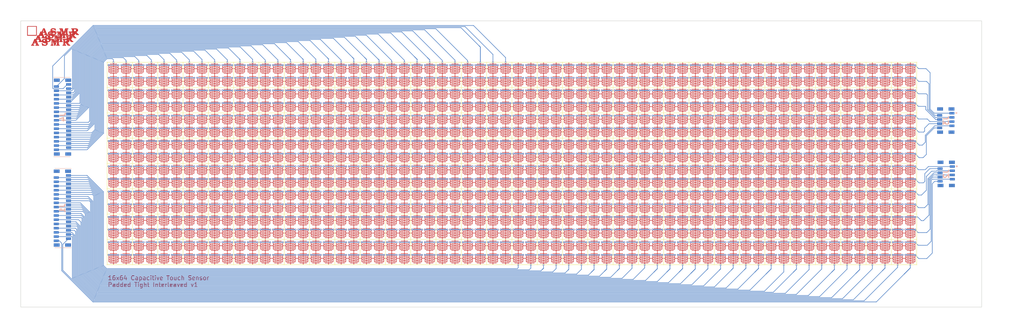
<source format=kicad_pcb>
(kicad_pcb (version 20211014) (generator pcbnew)
  (layers (0 "F.Cu" signal) (31 "B.Cu" signal) (34 "B.Paste" user) (35 "F.Paste" user) (36 "B.SilkS" user "B.Silkscreen") (37 "F.SilkS" user "F.Silkscreen") (38 "B.Mask" user) (39 "F.Mask" user) (44 "Edge.Cuts" user))
  (net 0 "")
  (net 1 "Net-(J1-Pad1)")
  (net 2 "Net-(J1-Pad2)")
  (net 3 "Net-(J1-Pad3)")
  (net 4 "Net-(J1-Pad4)")
  (net 5 "Net-(J1-Pad5)")
  (net 6 "Net-(J1-Pad6)")
  (net 7 "Net-(J1-Pad7)")
  (net 8 "Net-(J1-Pad8)")
  (net 9 "Net-(J2-Pad1)")
  (net 10 "Net-(J2-Pad2)")
  (net 11 "Net-(J2-Pad3)")
  (net 12 "Net-(J2-Pad4)")
  (net 13 "Net-(J2-Pad5)")
  (net 14 "Net-(J2-Pad6)")
  (net 15 "Net-(J2-Pad7)")
  (net 16 "Net-(J2-Pad8)")
  (net 17 "Net-(J1-Pad9)")
  (net 18 "Net-(J1-Pad10)")
  (net 19 "Net-(J1-Pad11)")
  (net 20 "Net-(J1-Pad12)")
  (net 21 "Net-(J1-Pad13)")
  (net 22 "Net-(J1-Pad14)")
  (net 23 "Net-(J1-Pad15)")
  (net 24 "Net-(J1-Pad16)")
  (net 25 "Net-(J1-Pad17)")
  (net 26 "Net-(J1-Pad18)")
  (net 27 "Net-(J1-Pad19)")
  (net 28 "Net-(J1-Pad20)")
  (net 29 "Net-(J1-Pad21)")
  (net 30 "Net-(J1-Pad22)")
  (net 31 "Net-(J1-Pad23)")
  (net 32 "Net-(J1-Pad24)")
  (net 33 "Net-(J1-Pad25)")
  (net 34 "Net-(J1-Pad26)")
  (net 35 "Net-(J1-Pad27)")
  (net 36 "Net-(J1-Pad28)")
  (net 37 "Net-(J1-Pad29)")
  (net 38 "Net-(J1-Pad30)")
  (net 39 "Net-(J1-Pad31)")
  (net 40 "Net-(J1-Pad32)")
  (net 41 "Net-(J3-Pad1)")
  (net 42 "Net-(J3-Pad2)")
  (net 43 "Net-(J3-Pad3)")
  (net 44 "Net-(J3-Pad4)")
  (net 45 "Net-(J3-Pad5)")
  (net 46 "Net-(J3-Pad6)")
  (net 47 "Net-(J3-Pad7)")
  (net 48 "Net-(J3-Pad8)")
  (net 49 "Net-(J4-Pad1)")
  (net 50 "Net-(J4-Pad2)")
  (net 51 "Net-(J4-Pad3)")
  (net 52 "Net-(J4-Pad4)")
  (net 53 "Net-(J4-Pad5)")
  (net 54 "Net-(J4-Pad6)")
  (net 55 "Net-(J4-Pad7)")
  (net 56 "Net-(J4-Pad8)")
  (net 57 "Net-(J4-Pad9)")
  (net 58 "Net-(J4-Pad10)")
  (net 59 "Net-(J4-Pad11)")
  (net 60 "Net-(J4-Pad12)")
  (net 61 "Net-(J4-Pad13)")
  (net 62 "Net-(J4-Pad14)")
  (net 63 "Net-(J4-Pad15)")
  (net 64 "Net-(J4-Pad16)")
  (net 65 "Net-(J4-Pad17)")
  (net 66 "Net-(J4-Pad18)")
  (net 67 "Net-(J4-Pad19)")
  (net 68 "Net-(J4-Pad20)")
  (net 69 "Net-(J4-Pad21)")
  (net 70 "Net-(J4-Pad22)")
  (net 71 "Net-(J4-Pad23)")
  (net 72 "Net-(J4-Pad24)")
  (net 73 "Net-(J4-Pad25)")
  (net 74 "Net-(J4-Pad26)")
  (net 75 "Net-(J4-Pad27)")
  (net 76 "Net-(J4-Pad28)")
  (net 77 "Net-(J4-Pad29)")
  (net 78 "Net-(J4-Pad30)")
  (net 79 "Net-(J4-Pad31)")
  (net 80 "Net-(J4-Pad32)")
  (footprint "ASMR_footprints:SilkScreen_asmrrrrrrrrr" (layer "F.Cu") (at 49.79 50.86)
    (fp_text reference "G***" hide)
    (fp_text value "LOGO" hide)
  )
  (footprint "ASMR_footprints:captouch_16x64_padded_interleaved_tight" (layer "F.Cu") (at 62.57 56.76)
    (fp_text reference "U1" hide)
    (fp_text value "captouch_16x64_grid" hide)
  )
  (footprint "ASMR_footprints:Conn_FFC_1x8_0.5mm_Molex_5019510830" (layer "B.Cu") (at 261.64 83.29 -90)
    (fp_text reference "J2")
    (fp_text value "Conn_01x08_Male" hide)
  )
  (footprint "ASMR_footprints:Conn_FFC_1x32_0.5mm_Molex_5019513210" (layer "B.Cu") (at 52.04 69.82 -90)
    (fp_text reference "J4")
    (fp_text value "Conn_01x32_Male" hide)
  )
  (footprint "ASMR_footprints:Conn_FFC_1x32_0.5mm_Molex_5019513210" (layer "B.Cu") (at 52.01 91.41 90)
    (fp_text reference "J1")
    (fp_text value "Conn_01x32_Male" hide)
  )
  (footprint "ASMR_footprints:Conn_FFC_1x8_0.5mm_Molex_5019510830" (layer "B.Cu") (at 261.54 70.64 -90)
    (fp_text reference "J3")
    (fp_text value "Conn_01x08_Male" hide)
  )
  (gr_rect (start 42.14 47) (end 270.05 114.87) (layer "Edge.Cuts") (width 0.1) (fill none))
  (gr_text "16x64 Capacitive Touch Sensor\nPadded Tight Interleaved v1" (at 62.72 108.78) (layer "F.Cu") (effects (font (size 1 1)) (justify left)))
  (via (at 253.12 104.85) (size 0.4) (drill 0.2) (layers "F.Cu" "B.Cu") (net 1))
  (segment (start 251.675 107.045) (end 253.13 105.59) (width 0.127) (layer "B.Cu") (net 1))
  (segment (start 51.856 106.24151) (end 59.26849 113.654) (width 0.127) (layer "B.Cu") (net 1))
  (segment (start 51.287 99.16) (end 51.856 99.729) (width 0.127) (layer "B.Cu") (net 1))
  (segment (start 253.12 105.6) (end 251.675 107.045) (width 0.127) (layer "B.Cu") (net 1))
  (segment (start 51.856 99.729) (end 51.856 106.24151) (width 0.127) (layer "B.Cu") (net 1))
  (segment (start 50.56 99.16) (end 51.287 99.16) (width 0.127) (layer "B.Cu") (net 1))
  (segment (start 59.26849 113.654) (end 245.066 113.654) (width 0.127) (layer "B.Cu") (net 1))
  (segment (start 253.12 104.85) (end 253.12 105.6) (width 0.127) (layer "B.Cu") (net 1))
  (segment (start 245.066 113.654) (end 251.675 107.045) (width 0.127) (layer "B.Cu") (net 1))
  (via (at 250.12 104.85) (size 0.4) (drill 0.2) (layers "F.Cu" "B.Cu") (net 2))
  (segment (start 59.3737 113.4) (end 52.11 106.1363) (width 0.127) (layer "B.Cu") (net 2))
  (segment (start 52.11 100.01) (end 53.46 98.66) (width 0.127) (layer "B.Cu") (net 2))
  (segment (start 242.17 113.4) (end 59.3737 113.4) (width 0.127) (layer "B.Cu") (net 2))
  (segment (start 250.12 104.85) (end 250.12 105.45) (width 0.127) (layer "B.Cu") (net 2))
  (segment (start 52.11 106.1363) (end 52.11 100.01) (width 0.127) (layer "B.Cu") (net 2))
  (segment (start 250.12 105.45) (end 242.17 113.4) (width 0.127) (layer "B.Cu") (net 2))
  (via (at 247.12 104.85) (size 0.4) (drill 0.2) (layers "F.Cu" "B.Cu") (net 3))
  (segment (start 59.47891 113.146) (end 239.614 113.146) (width 0.127) (layer "B.Cu") (net 3))
  (segment (start 246.5 106.26) (end 247.15 105.61) (width 0.127) (layer "B.Cu") (net 3))
  (segment (start 54.37 98.16) (end 54.384 98.174) (width 0.127) (layer "B.Cu") (net 3))
  (segment (start 247.12 104.85) (end 247.12 105.64) (width 0.127) (layer "B.Cu") (net 3))
  (segment (start 54.384 98.174) (end 54.384 108.05109) (width 0.127) (layer "B.Cu") (net 3))
  (segment (start 54.384 108.05109) (end 59.47891 113.146) (width 0.127) (layer "B.Cu") (net 3))
  (segment (start 247.12 105.64) (end 246.5 106.26) (width 0.127) (layer "B.Cu") (net 3))
  (segment (start 239.614 113.146) (end 246.5 106.26) (width 0.127) (layer "B.Cu") (net 3))
  (segment (start 50.56 98.16) (end 54.37 98.16) (width 0.127) (layer "B.Cu") (net 3))
  (via (at 244.12 104.85) (size 0.4) (drill 0.2) (layers "F.Cu" "B.Cu") (net 4))
  (segment (start 54.638 97.91621) (end 54.38179 97.66) (width 0.127) (layer "B.Cu") (net 4))
  (segment (start 54.38179 97.66) (end 53.46 97.66) (width 0.127) (layer "B.Cu") (net 4))
  (segment (start 244.12 104.85) (end 244.12 105.81) (width 0.127) (layer "B.Cu") (net 4))
  (segment (start 54.638 107.94588) (end 54.638 97.91621) (width 0.127) (layer "B.Cu") (net 4))
  (segment (start 59.58412 112.892) (end 54.638 107.94588) (width 0.127) (layer "B.Cu") (net 4))
  (segment (start 237.038 112.892) (end 59.58412 112.892) (width 0.127) (layer "B.Cu") (net 4))
  (segment (start 244.12 105.81) (end 237.038 112.892) (width 0.127) (layer "B.Cu") (net 4))
  (via (at 241.12 104.85) (size 0.4) (drill 0.2) (layers "F.Cu" "B.Cu") (net 5))
  (segment (start 59.68933 112.638) (end 234.472 112.638) (width 0.127) (layer "B.Cu") (net 5))
  (segment (start 54.892 107.84067) (end 59.68933 112.638) (width 0.127) (layer "B.Cu") (net 5))
  (segment (start 50.56 97.16) (end 54.241 97.16) (width 0.127) (layer "B.Cu") (net 5))
  (segment (start 240.225 106.885) (end 241.15 105.96) (width 0.127) (layer "B.Cu") (net 5))
  (segment (start 54.241 97.16) (end 54.892 97.811) (width 0.127) (layer "B.Cu") (net 5))
  (segment (start 54.892 97.811) (end 54.892 107.84067) (width 0.127) (layer "B.Cu") (net 5))
  (segment (start 241.12 105.99) (end 240.225 106.885) (width 0.127) (layer "B.Cu") (net 5))
  (segment (start 241.12 104.85) (end 241.12 105.99) (width 0.127) (layer "B.Cu") (net 5))
  (segment (start 234.472 112.638) (end 240.225 106.885) (width 0.127) (layer "B.Cu") (net 5))
  (via (at 238.12 104.85) (size 0.4) (drill 0.2) (layers "F.Cu" "B.Cu") (net 6))
  (segment (start 238.12 105.88) (end 231.616 112.384) (width 0.127) (layer "B.Cu") (net 6))
  (segment (start 55.146 107.73546) (end 55.146 96.98) (width 0.127) (layer "B.Cu") (net 6))
  (segment (start 231.616 112.384) (end 59.79454 112.384) (width 0.127) (layer "B.Cu") (net 6))
  (segment (start 54.826 96.66) (end 53.46 96.66) (width 0.127) (layer "B.Cu") (net 6))
  (segment (start 55.146 96.98) (end 54.826 96.66) (width 0.127) (layer "B.Cu") (net 6))
  (segment (start 59.79454 112.384) (end 55.146 107.73546) (width 0.127) (layer "B.Cu") (net 6))
  (segment (start 238.12 104.85) (end 238.12 105.88) (width 0.127) (layer "B.Cu") (net 6))
  (via (at 235.12 104.85) (size 0.4) (drill 0.2) (layers "F.Cu" "B.Cu") (net 7))
  (segment (start 235.12 105.96) (end 234.465 106.615) (width 0.127) (layer "B.Cu") (net 7))
  (segment (start 235.12 104.85) (end 235.12 105.96) (width 0.127) (layer "B.Cu") (net 7))
  (segment (start 59.89975 112.13) (end 228.95 112.13) (width 0.127) (layer "B.Cu") (net 7))
  (segment (start 228.95 112.13) (end 234.465 106.615) (width 0.127) (layer "B.Cu") (net 7))
  (segment (start 50.56 96.16) (end 55.11 96.16) (width 0.127) (layer "B.Cu") (net 7))
  (segment (start 55.4 96.45) (end 55.4 107.63025) (width 0.127) (layer "B.Cu") (net 7))
  (segment (start 55.4 107.63025) (end 59.89975 112.13) (width 0.127) (layer "B.Cu") (net 7))
  (segment (start 55.11 96.16) (end 55.4 96.45) (width 0.127) (layer "B.Cu") (net 7))
  (segment (start 234.465 106.615) (end 235.14 105.94) (width 0.127) (layer "B.Cu") (net 7))
  (via (at 232.12 104.85) (size 0.4) (drill 0.2) (layers "F.Cu" "B.Cu") (net 8))
  (segment (start 55.654 107.52504) (end 55.654 95.81242) (width 0.127) (layer "B.Cu") (net 8))
  (segment (start 55.654 95.81242) (end 55.50158 95.66) (width 0.127) (layer "B.Cu") (net 8))
  (segment (start 60.00496 111.876) (end 55.654 107.52504) (width 0.127) (layer "B.Cu") (net 8))
  (segment (start 232.12 105.84) (end 226.084 111.876) (width 0.127) (layer "B.Cu") (net 8))
  (segment (start 226.084 111.876) (end 60.00496 111.876) (width 0.127) (layer "B.Cu") (net 8))
  (segment (start 232.12 104.85) (end 232.12 105.84) (width 0.127) (layer "B.Cu") (net 8))
  (segment (start 55.50158 95.66) (end 53.46 95.66) (width 0.127) (layer "B.Cu") (net 8))
  (via (at 113.98 81.49) (size 0.4) (drill 0.2) (layers "F.Cu" "B.Cu") (net 9))
  (via (at 236.98 81.49) (size 0.4) (drill 0.2) (layers "F.Cu" "B.Cu") (net 9))
  (via (at 230.98 81.49) (size 0.4) (drill 0.2) (layers "F.Cu" "B.Cu") (net 9))
  (via (at 170.98 81.49) (size 0.4) (drill 0.2) (layers "F.Cu" "B.Cu") (net 9))
  (via (at 62.98 81.49) (size 0.4) (drill 0.2) (layers "F.Cu" "B.Cu") (net 9))
  (via (at 149.98 81.49) (size 0.4) (drill 0.2) (layers "F.Cu" "B.Cu") (net 9))
  (via (at 212.3 81.51) (size 0.4) (drill 0.2) (layers "F.Cu" "B.Cu") (net 9))
  (via (at 110.3 81.51) (size 0.4) (drill 0.2) (layers "F.Cu" "B.Cu") (net 9))
  (via (at 161.3 81.51) (size 0.4) (drill 0.2) (layers "F.Cu" "B.Cu") (net 9))
  (via (at 158.98 81.49) (size 0.4) (drill 0.2) (layers "F.Cu" "B.Cu") (net 9))
  (via (at 182.3 81.51) (size 0.4) (drill 0.2) (layers "F.Cu" "B.Cu") (net 9))
  (via (at 86.98 81.49) (size 0.4) (drill 0.2) (layers "F.Cu" "B.Cu") (net 9))
  (via (at 146.98 81.49) (size 0.4) (drill 0.2) (layers "F.Cu" "B.Cu") (net 9))
  (via (at 251.98 81.49) (size 0.4) (drill 0.2) (layers "F.Cu" "B.Cu") (net 9))
  (via (at 221.98 81.49) (size 0.4) (drill 0.2) (layers "F.Cu" "B.Cu") (net 9))
  (via (at 89.3 81.51) (size 0.4) (drill 0.2) (layers "F.Cu" "B.Cu") (net 9))
  (via (at 197.98 81.49) (size 0.4) (drill 0.2) (layers "F.Cu" "B.Cu") (net 9))
  (via (at 215.98 81.49) (size 0.4) (drill 0.2) (layers "F.Cu" "B.Cu") (net 9))
  (via (at 209.98 81.49) (size 0.4) (drill 0.2) (layers "F.Cu" "B.Cu") (net 9))
  (via (at 185.98 81.49) (size 0.4) (drill 0.2) (layers "F.Cu" "B.Cu") (net 9))
  (via (at 191.3 81.51) (size 0.4) (drill 0.2) (layers "F.Cu" "B.Cu") (net 9))
  (via (at 122.3 81.51) (size 0.4) (drill 0.2) (layers "F.Cu" "B.Cu") (net 9))
  (via (at 227.98 81.49) (size 0.4) (drill 0.2) (layers "F.Cu" "B.Cu") (net 9))
  (via (at 131.98 81.49) (size 0.4) (drill 0.2) (layers "F.Cu" "B.Cu") (net 9))
  (via (at 239.3 81.51) (size 0.4) (drill 0.2) (layers "F.Cu" "B.Cu") (net 9))
  (via (at 239.98 81.49) (size 0.4) (drill 0.2) (layers "F.Cu" "B.Cu") (net 9))
  (via (at 92.3 81.51) (size 0.4) (drill 0.2) (layers "F.Cu" "B.Cu") (net 9))
  (via (at 224.98 81.49) (size 0.4) (drill 0.2) (layers "F.Cu" "B.Cu") (net 9))
  (via (at 173.3 81.51) (size 0.4) (drill 0.2) (layers "F.Cu" "B.Cu") (net 9))
  (via (at 185.3 81.51) (size 0.4) (drill 0.2) (layers "F.Cu" "B.Cu") (net 9))
  (via (at 218.98 81.49) (size 0.4) (drill 0.2) (layers "F.Cu" "B.Cu") (net 9))
  (via (at 77.98 81.49) (size 0.4) (drill 0.2) (layers "F.Cu" "B.Cu") (net 9))
  (via (at 155.98 81.49) (size 0.4) (drill 0.2) (layers "F.Cu" "B.Cu") (net 9))
  (via (at 125.3 81.51) (size 0.4) (drill 0.2) (layers "F.Cu" "B.Cu") (net 9))
  (via (at 146.3 81.51) (size 0.4) (drill 0.2) (layers "F.Cu" "B.Cu") (net 9))
  (via (at 80.3 81.51) (size 0.4) (drill 0.2) (layers "F.Cu" "B.Cu") (net 9))
  (via (at 65.98 81.49) (size 0.4) (drill 0.2) (layers "F.Cu" "B.Cu") (net 9))
  (via (at 245.3 81.51) (size 0.4) (drill 0.2) (layers "F.Cu" "B.Cu") (net 9))
  (via (at 206.98 81.49) (size 0.4) (drill 0.2) (layers "F.Cu" "B.Cu") (net 9))
  (via (at 194.3 81.51) (size 0.4) (drill 0.2) (layers "F.Cu" "B.Cu") (net 9))
  (via (at 134.98 81.49) (size 0.4) (drill 0.2) (layers "F.Cu" "B.Cu") (net 9))
  (via (at 248.98 81.49) (size 0.4) (drill 0.2) (layers "F.Cu" "B.Cu") (net 9))
  (via (at 203.3 81.51) (size 0.4) (drill 0.2) (layers "F.Cu" "B.Cu") (net 9))
  (via (at 116.3 81.51) (size 0.4) (drill 0.2) (layers "F.Cu" "B.Cu") (net 9))
  (via (at 107.98 81.49) (size 0.4) (drill 0.2) (layers "F.Cu" "B.Cu") (net 9))
  (via (at 101.3 81.51) (size 0.4) (drill 0.2) (layers "F.Cu" "B.Cu") (net 9))
  (via (at 128.98 81.49) (size 0.4) (drill 0.2) (layers "F.Cu" "B.Cu") (net 9))
  (via (at 179.98 81.49) (size 0.4) (drill 0.2) (layers "F.Cu" "B.Cu") (net 9))
  (via (at 218.3 81.51) (size 0.4) (drill 0.2) (layers "F.Cu" "B.Cu") (net 9))
  (via (at 194.98 81.49) (size 0.4) (drill 0.2) (layers "F.Cu" "B.Cu") (net 9))
  (via (at 200.98 81.49) (size 0.4) (drill 0.2) (layers "F.Cu" "B.Cu") (net 9))
  (via (at 164.98 81.49) (size 0.4) (drill 0.2) (layers "F.Cu" "B.Cu") (net 9))
  (via (at 167.98 81.49) (size 0.4) (drill 0.2) (layers "F.Cu" "B.Cu") (net 9))
  (via (at 143.98 81.49) (size 0.4) (drill 0.2) (layers "F.Cu" "B.Cu") (net 9))
  (via (at 65.3 81.51) (size 0.4) (drill 0.2) (layers "F.Cu" "B.Cu") (net 9))
  (via (at 251.3 81.51) (size 0.4) (drill 0.2) (layers "F.Cu" "B.Cu") (net 9))
  (via (at 224.3 81.51) (size 0.4) (drill 0.2) (layers "F.Cu" "B.Cu") (net 9))
  (via (at 191.98 81.49) (size 0.4) (drill 0.2) (layers "F.Cu" "B.Cu") (net 9))
  (via (at 98.98 81.49) (size 0.4) (drill 0.2) (layers "F.Cu" "B.Cu") (net 9))
  (via (at 161.98 81.49) (size 0.4) (drill 0.2) (layers "F.Cu" "B.Cu") (net 9))
  (via (at 83.98 81.49) (size 0.4) (drill 0.2) (layers "F.Cu" "B.Cu") (net 9))
  (via (at 248.3 81.51) (size 0.4) (drill 0.2) (layers "F.Cu" "B.Cu") (net 9))
  (via (at 233.3 81.51) (size 0.4) (drill 0.2) (layers "F.Cu" "B.Cu") (net 9))
  (via (at 254.3 81.51) (size 0.4) (drill 0.2) (layers "F.Cu" "B.Cu") (net 9))
  (via (at 242.98 81.49) (size 0.4) (drill 0.2) (layers "F.Cu" "B.Cu") (net 9))
  (via (at 221.3 81.51) (size 0.4) (drill 0.2) (layers "F.Cu" "B.Cu") (net 9))
  (via (at 104.3 81.51) (size 0.4) (drill 0.2) (layers "F.Cu" "B.Cu") (net 9))
  (via (at 71.3 81.51) (size 0.4) (drill 0.2) (layers "F.Cu" "B.Cu") (net 9))
  (via (at 170.3 81.51) (size 0.4) (drill 0.2) (layers "F.Cu" "B.Cu") (net 9))
  (via (at 119.3 81.51) (size 0.4) (drill 0.2) (layers "F.Cu" "B.Cu") (net 9))
  (via (at 176.98 81.49) (size 0.4) (drill 0.2) (layers "F.Cu" "B.Cu") (net 9))
  (via (at 116.98 81.49) (size 0.4) (drill 0.2) (layers "F.Cu" "B.Cu") (net 9))
  (via (at 188.3 81.51) (size 0.4) (drill 0.2) (layers "F.Cu" "B.Cu") (net 9))
  (via (at 128.3 81.51) (size 0.4) (drill 0.2) (layers "F.Cu" "B.Cu") (net 9))
  (via (at 152.98 81.49) (size 0.4) (drill 0.2) (layers "F.Cu" "B.Cu") (net 9))
  (via (at 242.3 81.51) (size 0.4) (drill 0.2) (layers "F.Cu" "B.Cu") (net 9))
  (via (at 119.98 81.49) (size 0.4) (drill 0.2) (layers "F.Cu" "B.Cu") (net 9))
  (via (at 209.3 81.51) (size 0.4) (drill 0.2) (layers "F.Cu" "B.Cu") (net 9))
  (via (at 122.98 81.49) (size 0.4) (drill 0.2) (layers "F.Cu" "B.Cu") (net 9))
  (via (at 137.3 81.51) (size 0.4) (drill 0.2) (layers "F.Cu" "B.Cu") (net 9))
  (via (at 143.3 81.51) (size 0.4) (drill 0.2) (layers "F.Cu" "B.Cu") (net 9))
  (via (at 89.98 81.49) (size 0.4) (drill 0.2) (layers "F.Cu" "B.Cu") (net 9))
  (via (at 152.3 81.51) (size 0.4) (drill 0.2) (layers "F.Cu" "B.Cu") (net 9))
  (via (at 104.98 81.49) (size 0.4) (drill 0.2) (layers "F.Cu" "B.Cu") (net 9))
  (via (at 101.98 81.49) (size 0.4) (drill 0.2) (layers "F.Cu" "B.Cu") (net 9))
  (via (at 137.98 81.49) (size 0.4) (drill 0.2) (layers "F.Cu" "B.Cu") (net 9))
  (via (at 164.3 81.51) (size 0.4) (drill 0.2) (layers "F.Cu" "B.Cu") (net 9))
  (via (at 245.98 81.49) (size 0.4) (drill 0.2) (layers "F.Cu" "B.Cu") (net 9))
  (via (at 167.3 81.51) (size 0.4) (drill 0.2) (layers "F.Cu" "B.Cu") (net 9))
  (via (at 68.3 81.51) (size 0.4) (drill 0.2) (layers "F.Cu" "B.Cu") (net 9))
  (via (at 77.3 81.51) (size 0.4) (drill 0.2) (layers "F.Cu" "B.Cu") (net 9))
  (via (at 173.98 81.49) (size 0.4) (drill 0.2) (layers "F.Cu" "B.Cu") (net 9))
  (via (at 125.98 81.49) (size 0.4) (drill 0.2) (layers "F.Cu" "B.Cu") (net 9))
  (via (at 74.3 81.51) (size 0.4) (drill 0.2) (layers "F.Cu" "B.Cu") (net 9))
  (via (at 113.3 81.51) (size 0.4) (drill 0.2) (layers "F.Cu" "B.Cu") (net 9))
  (via (at 92.98 81.49) (size 0.4) (drill 0.2) (layers "F.Cu" "B.Cu") (net 9))
  (via (at 179.3 81.51) (size 0.4) (drill 0.2) (layers "F.Cu" "B.Cu") (net 9))
  (via (at 230.3 81.51) (size 0.4) (drill 0.2) (layers "F.Cu" "B.Cu") (net 9))
  (via (at 158.3 81.51) (size 0.4) (drill 0.2) (layers "F.Cu" "B.Cu") (net 9))
  (via (at 155.3 81.51) (size 0.4) (drill 0.2) (layers "F.Cu" "B.Cu") (net 9))
  (via (at 227.3 81.51) (size 0.4) (drill 0.2) (layers "F.Cu" "B.Cu") (net 9))
  (via (at 149.3 81.51) (size 0.4) (drill 0.2) (layers "F.Cu" "B.Cu") (net 9))
  (via (at 140.98 81.49) (size 0.4) (drill 0.2) (layers "F.Cu" "B.Cu") (net 9))
  (via (at 68.98 81.49) (size 0.4) (drill 0.2) (layers "F.Cu" "B.Cu") (net 9))
  (via (at 176.3 81.51) (size 0.4) (drill 0.2) (layers "F.Cu" "B.Cu") (net 9))
  (via (at 140.3 81.51) (size 0.4) (drill 0.2) (layers "F.Cu" "B.Cu") (net 9))
  (via (at 188.98 81.49) (size 0.4) (drill 0.2) (layers "F.Cu" "B.Cu") (net 9))
  (via (at 212.98 81.49) (size 0.4) (drill 0.2) (layers "F.Cu" "B.Cu") (net 9))
  (via (at 236.3 81.51) (size 0.4) (drill 0.2) (layers "F.Cu" "B.Cu") (net 9))
  (via (at 95.98 81.49) (size 0.4) (drill 0.2) (layers "F.Cu" "B.Cu") (net 9))
  (via (at 95.3 81.51) (size 0.4) (drill 0.2) (layers "F.Cu" "B.Cu") (net 9))
  (via (at 197.3 81.51) (size 0.4) (drill 0.2) (layers "F.Cu" "B.Cu") (net 9))
  (via (at 182.98 81.49) (size 0.4) (drill 0.2) (layers "F.Cu" "B.Cu") (net 9))
  (via (at 233.98 81.49) (size 0.4) (drill 0.2) (layers "F.Cu" "B.Cu") (net 9))
  (via (at 215.3 81.51) (size 0.4) (drill 0.2) (layers "F.Cu" "B.Cu") (net 9))
  (via (at 74.98 81.49) (size 0.4) (drill 0.2) (layers "F.Cu" "B.Cu") (net 9))
  (via (at 98.3 81.51) (size 0.4) (drill 0.2) (layers "F.Cu" "B.Cu") (net 9))
  (via (at 110.98 81.49) (size 0.4) (drill 0.2) (layers "F.Cu" "B.Cu") (net 9))
  (via (at 71.98 81.49) (size 0.4) (drill 0.2) (layers "F.Cu" "B.Cu") (net 9))
  (via (at 200.3 81.51) (size 0.4) (drill 0.2) (layers "F.Cu" "B.Cu") (net 9))
  (via (at 83.3 81.51) (size 0.4) (drill 0.2) (layers "F.Cu" "B.Cu") (net 9))
  (via (at 134.3 81.51) (size 0.4) (drill 0.2) (layers "F.Cu" "B.Cu") (net 9))
  (via (at 206.3 81.51) (size 0.4) (drill 0.2) (layers "F.Cu" "B.Cu") (net 9))
  (via (at 203.98 81.49) (size 0.4) (drill 0.2) (layers "F.Cu" "B.Cu") (net 9))
  (via (at 107.3 81.51) (size 0.4) (drill 0.2) (layers "F.Cu" "B.Cu") (net 9))
  (via (at 80.98 81.49) (size 0.4) (drill 0.2) (layers "F.Cu" "B.Cu") (net 9))
  (via (at 86.3 81.51) (size 0.4) (drill 0.2) (layers "F.Cu" "B.Cu") (net 9))
  (via (at 131.3 81.51) (size 0.4) (drill 0.2) (layers "F.Cu" "B.Cu") (net 9))
  (segment (start 210.01 81.49) (end 212.25 81.49) (width 0.127) (layer "B.Cu") (net 9))
  (segment (start 213.01 81.49) (end 215.25 81.49) (width 0.127) (layer "B.Cu") (net 9))
  (segment (start 93.01 81.49) (end 95.25 81.49) (width 0.127) (layer "B.Cu") (net 9))
  (segment (start 126.01 81.49) (end 128.25 81.49) (width 0.127) (layer "B.Cu") (net 9))
  (segment (start 249.01 81.49) (end 251.25 81.49) (width 0.127) (layer "B.Cu") (net 9))
  (segment (start 78.01 81.49) (end 80.25 81.49) (width 0.127) (layer "B.Cu") (net 9))
  (segment (start 99.01 81.49) (end 101.25 81.49) (width 0.127) (layer "B.Cu") (net 9))
  (segment (start 171.01 81.49) (end 173.25 81.49) (width 0.127) (layer "B.Cu") (net 9))
  (segment (start 183.01 81.49) (end 185.25 81.49) (width 0.127) (layer "B.Cu") (net 9))
  (segment (start 180.01 81.49) (end 182.25 81.49) (width 0.127) (layer "B.Cu") (net 9))
  (segment (start 66.01 81.49) (end 68.25 81.49) (width 0.127) (layer "B.Cu") (net 9))
  (segment (start 195.01 81.49) (end 197.25 81.49) (width 0.127) (layer "B.Cu") (net 9))
  (segment (start 159.01 81.49) (end 161.25 81.49) (width 0.127) (layer "B.Cu") (net 9))
  (segment (start 207.01 81.49) (end 209.25 81.49) (width 0.127) (layer "B.Cu") (net 9))
  (segment (start 243.01 81.49) (end 245.25 81.49) (width 0.127) (layer "B.Cu") (net 9))
  (segment (start 263.09 81.54) (end 257.41 81.54) (width 0.127) (layer "B.Cu") (net 9))
  (segment (start 138.01 81.49) (end 140.25 81.49) (width 0.127) (layer "B.Cu") (net 9))
  (segment (start 72.01 81.49) (end 74.25 81.49) (width 0.127) (layer "B.Cu") (net 9))
  (segment (start 231.01 81.49) (end 233.25 81.49) (width 0.127) (layer "B.Cu") (net 9))
  (segment (start 174.01 81.49) (end 176.25 81.49) (width 0.127) (layer "B.Cu") (net 9))
  (segment (start 102.01 81.49) (end 104.25 81.49) (width 0.127) (layer "B.Cu") (net 9))
  (segment (start 126.01 81.49) (end 128.25 81.49) (width 0.127) (layer "B.Cu") (net 9))
  (segment (start 189.01 81.49) (end 191.25 81.49) (width 0.127) (layer "B.Cu") (net 9))
  (segment (start 156.01 81.49) (end 158.25 81.49) (width 0.127) (layer "B.Cu") (net 9))
  (segment (start 159.01 81.49) (end 161.25 81.49) (width 0.127) (layer "B.Cu") (net 9))
  (segment (start 219.01 81.49) (end 221.25 81.49) (width 0.127) (layer "B.Cu") (net 9))
  (segment (start 186.01 81.49) (end 188.25 81.49) (width 0.127) (layer "B.Cu") (net 9))
  (segment (start 162.01 81.49) (end 164.25 81.49) (width 0.127) (layer "B.Cu") (net 9))
  (segment (start 153.01 81.49) (end 155.25 81.49) (width 0.127) (layer "B.Cu") (net 9))
  (segment (start 114.01 81.49) (end 116.25 81.49) (width 0.127) (layer "B.Cu") (net 9))
  (segment (start 117.01 81.49) (end 119.25 81.49) (width 0.127) (layer "B.Cu") (net 9))
  (segment (start 78.01 81.49) (end 80.25 81.49) (width 0.127) (layer "B.Cu") (net 9))
  (segment (start 192.01 81.49) (end 194.25 81.49) (width 0.127) (layer "B.Cu") (net 9))
  (segment (start 207.01 81.49) (end 209.25 81.49) (width 0.127) (layer "B.Cu") (net 9))
  (segment (start 222.01 81.49) (end 224.25 81.49) (width 0.127) (layer "B.Cu") (net 9))
  (segment (start 93.01 81.49) (end 95.25 81.49) (width 0.127) (layer "B.Cu") (net 9))
  (segment (start 177.01 81.49) (end 179.25 81.49) (width 0.127) (layer "B.Cu") (net 9))
  (segment (start 96.01 81.49) (end 98.25 81.49) (width 0.127) (layer "B.Cu") (net 9))
  (segment (start 234.01 81.49) (end 236.25 81.49) (width 0.127) (layer "B.Cu") (net 9))
  (segment (start 255.06 82.3) (end 254.26 81.5) (width 0.127) (layer "B.Cu") (net 9))
  (segment (start 216.01 81.49) (end 218.25 81.49) (width 0.127) (layer "B.Cu") (net 9))
  (segment (start 234.01 81.49) (end 236.25 81.49) (width 0.127) (layer "B.Cu") (net 9))
  (segment (start 105.01 81.49) (end 107.25 81.49) (width 0.127) (layer "B.Cu") (net 9))
  (segment (start 174.01 81.49) (end 176.25 81.49) (width 0.127) (layer "B.Cu") (net 9))
  (segment (start 111.01 81.49) (end 113.25 81.49) (width 0.127) (layer "B.Cu") (net 9))
  (segment (start 171.01 81.49) (end 173.25 81.49) (width 0.127) (layer "B.Cu") (net 9))
  (segment (start 69.01 81.49) (end 71.25 81.49) (width 0.127) (layer "B.Cu") (net 9))
  (segment (start 114.01 81.49) (end 116.25 81.49) (width 0.127) (layer "B.Cu") (net 9))
  (segment (start 168.01 81.49) (end 170.25 81.49) (width 0.127) (layer "B.Cu") (net 9))
  (segment (start 69.01 81.49) (end 71.25 81.49) (width 0.127) (layer "B.Cu") (net 9))
  (segment (start 222.01 81.49) (end 224.25 81.49) (width 0.127) (layer "B.Cu") (net 9))
  (segment (start 129.01 81.49) (end 131.25 81.49) (width 0.127) (layer "B.Cu") (net 9))
  (segment (start 87.01 81.49) (end 89.25 81.49) (width 0.127) (layer "B.Cu") (net 9))
  (segment (start 246.01 81.49) (end 248.25 81.49) (width 0.127) (layer "B.Cu") (net 9))
  (segment (start 111.01 81.49) (end 113.25 81.49) (width 0.127) (layer "B.Cu") (net 9))
  (segment (start 132.01 81.49) (end 134.25 81.49) (width 0.127) (layer "B.Cu") (net 9))
  (segment (start 84.01 81.49) (end 86.25 81.49) (width 0.127) (layer "B.Cu") (net 9))
  (segment (start 204.01 81.49) (end 206.25 81.49) (width 0.127) (layer "B.Cu") (net 9))
  (segment (start 135.01 81.49) (end 137.25 81.49) (width 0.127) (layer "B.Cu") (net 9))
  (segment (start 189.01 81.49) (end 191.25 81.49) (width 0.127) (layer "B.Cu") (net 9))
  (segment (start 252.01 81.49) (end 254.25 81.49) (width 0.127) (layer "B.Cu") (net 9))
  (segment (start 201.01 81.49) (end 203.25 81.49) (width 0.127) (layer "B.Cu") (net 9))
  (segment (start 165.01 81.49) (end 167.25 81.49) (width 0.127) (layer "B.Cu") (net 9))
  (segment (start 213.01 81.49) (end 215.25 81.49) (width 0.127) (layer "B.Cu") (net 9))
  (segment (start 96.01 81.49) (end 98.25 81.49) (width 0.127) (layer "B.Cu") (net 9))
  (segment (start 72.01 81.49) (end 74.25 81.49) (width 0.127) (layer "B.Cu") (net 9))
  (segment (start 108.01 81.49) (end 110.25 81.49) (width 0.127) (layer "B.Cu") (net 9))
  (segment (start 177.01 81.49) (end 179.25 81.49) (width 0.127) (layer "B.Cu") (net 9))
  (segment (start 99.01 81.49) (end 101.25 81.49) (width 0.127) (layer "B.Cu") (net 9))
  (segment (start 243.01 81.49) (end 245.25 81.49) (width 0.127) (layer "B.Cu") (net 9))
  (segment (start 252.01 81.49) (end 254.25 81.49) (width 0.127) (layer "B.Cu") (net 9))
  (segment (start 75.01 81.49) (end 77.25 81.49) (width 0.127) (layer "B.Cu") (net 9))
  (segment (start 144.01 81.49) (end 146.25 81.49) (width 0.127) (layer "B.Cu") (net 9))
  (segment (start 228.01 81.49) (end 230.25 81.49) (width 0.127) (layer "B.Cu") (net 9))
  (segment (start 138.01 81.49) (end 140.25 81.49) (width 0.127) (layer "B.Cu") (net 9))
  (segment (start 246.01 81.49) (end 248.25 81.49) (width 0.127) (layer "B.Cu") (net 9))
  (segment (start 90.01 81.49) (end 92.25 81.49) (width 0.127) (layer "B.Cu") (net 9))
  (segment (start 129.01 81.49) (end 131.25 81.49) (width 0.127) (layer "B.Cu") (net 9))
  (segment (start 231.01 81.49) (end 233.25 81.49) (width 0.127) (layer "B.Cu") (net 9))
  (segment (start 117.01 81.49) (end 119.25 81.49) (width 0.127) (layer "B.Cu") (net 9))
  (segment (start 123.01 81.49) (end 125.25 81.49) (width 0.127) (layer "B.Cu") (net 9))
  (segment (start 198.01 81.49) (end 200.25 81.49) (width 0.127) (layer "B.Cu") (net 9))
  (segment (start 219.01 81.49) (end 221.25 81.49) (width 0.127) (layer "B.Cu") (net 9))
  (segment (start 192.01 81.49) (end 194.25 81.49) (width 0.127) (layer "B.Cu") (net 9))
  (segment (start 228.01 81.49) (end 230.25 81.49) (width 0.127) (layer "B.Cu") (net 9))
  (segment (start 165.01 81.49) (end 167.25 81.49) (width 0.127) (layer "B.Cu") (net 9))
  (segment (start 210.01 81.49) (end 212.25 81.49) (width 0.127) (layer "B.Cu") (net 9))
  (segment (start 168.01 81.49) (end 170.25 81.49) (width 0.127) (layer "B.Cu") (net 9))
  (segment (start 132.01 81.49) (end 134.25 81.49) (width 0.127) (layer "B.Cu") (net 9))
  (segment (start 147.01 81.49) (end 149.25 81.49) (width 0.127) (layer "B.Cu") (net 9))
  (segment (start 195.01 81.49) (end 197.25 81.49) (width 0.127) (layer "B.Cu") (net 9))
  (segment (start 237.01 81.49) (end 239.25 81.49) (width 0.127) (layer "B.Cu") (net 9))
  (segment (start 198.01 81.49) (end 200.25 81.49) (width 0.127) (layer "B.Cu") (net 9))
  (segment (start 141.01 81.49) (end 143.25 81.49) (width 0.127) (layer "B.Cu") (net 9))
  (segment (start 240.01 81.49) (end 242.25 81.49) (width 0.127) (layer "B.Cu") (net 9))
  (segment (start 123.01 81.49) (end 125.25 81.49) (width 0.127) (layer "B.Cu") (net 9))
  (segment (start 257.41 81.54) (end 256.65 82.3) (width 0.127) (layer "B.Cu") (net 9))
  (segment (start 256.65 82.3) (end 255.06 82.3) (width 0.127) (layer "B.Cu") (net 9))
  (segment (start 63.01 81.49) (end 65.25 81.49) (width 0.127) (layer "B.Cu") (net 9))
  (segment (start 201.01 81.49) (end 203.25 81.49) (width 0.127) (layer "B.Cu") (net 9))
  (segment (start 150.01 81.49) (end 152.25 81.49) (width 0.127) (layer "B.Cu") (net 9))
  (segment (start 147.01 81.49) (end 149.25 81.49) (width 0.127) (layer "B.Cu") (net 9))
  (segment (start 81.01 81.49) (end 83.25 81.49) (width 0.127) (layer "B.Cu") (net 9))
  (segment (start 66.01 81.49) (end 68.25 81.49) (width 0.127) (layer "B.Cu") (net 9))
  (segment (start 81.01 81.49) (end 83.25 81.49) (width 0.127) (layer "B.Cu") (net 9))
  (segment (start 87.01 81.49) (end 89.25 81.49) (width 0.127) (layer "B.Cu") (net 9))
  (segment (start 249.01 81.49) (end 251.25 81.49) (width 0.127) (layer "B.Cu") (net 9))
  (segment (start 153.01 81.49) (end 155.25 81.49) (width 0.127) (layer "B.Cu") (net 9))
  (segment (start 183.01 81.49) (end 185.25 81.49) (width 0.127) (layer "B.Cu") (net 9))
  (segment (start 240.01 81.49) (end 242.25 81.49) (width 0.127) (layer "B.Cu") (net 9))
  (segment (start 102.01 81.49) (end 104.25 81.49) (width 0.127) (layer "B.Cu") (net 9))
  (segment (start 225.01 81.49) (end 227.25 81.49) (width 0.127) (layer "B.Cu") (net 9))
  (segment (start 216.01 81.49) (end 218.25 81.49) (width 0.127) (layer "B.Cu") (net 9))
  (segment (start 156.01 81.49) (end 158.25 81.49) (width 0.127) (layer "B.Cu") (net 9))
  (segment (start 120.01 81.49) (end 122.25 81.49) (width 0.127) (layer "B.Cu") (net 9))
  (segment (start 225.01 81.49) (end 227.25 81.49) (width 0.127) (layer "B.Cu") (net 9))
  (segment (start 135.01 81.49) (end 137.25 81.49) (width 0.127) (layer "B.Cu") (net 9))
  (segment (start 84.01 81.49) (end 86.25 81.49) (width 0.127) (layer "B.Cu") (net 9))
  (segment (start 108.01 81.49) (end 110.25 81.49) (width 0.127) (layer "B.Cu") (net 9))
  (segment (start 105.01 81.49) (end 107.25 81.49) (width 0.127) (layer "B.Cu") (net 9))
  (segment (start 144.01 81.49) (end 146.25 81.49) (width 0.127) (layer "B.Cu") (net 9))
  (segment (start 162.01 81.49) (end 164.25 81.49) (width 0.127) (layer "B.Cu") (net 9))
  (segment (start 237.01 81.49) (end 239.25 81.49) (width 0.127) (layer "B.Cu") (net 9))
  (segment (start 204.01 81.49) (end 206.25 81.49) (width 0.127) (layer "B.Cu") (net 9))
  (segment (start 90.01 81.49) (end 92.25 81.49) (width 0.127) (layer "B.Cu") (net 9))
  (segment (start 141.01 81.49) (end 143.25 81.49) (width 0.127) (layer "B.Cu") (net 9))
  (segment (start 186.01 81.49) (end 188.25 81.49) (width 0.127) (layer "B.Cu") (net 9))
  (segment (start 120.01 81.49) (end 122.25 81.49) (width 0.127) (layer "B.Cu") (net 9))
  (segment (start 180.01 81.49) (end 182.25 81.49) (width 0.127) (layer "B.Cu") (net 9))
  (segment (start 150.01 81.49) (end 152.25 81.49) (width 0.127) (layer "B.Cu") (net 9))
  (segment (start 75.01 81.49) (end 77.25 81.49) (width 0.127) (layer "B.Cu") (net 9))
  (segment (start 63.01 81.49) (end 65.25 81.49) (width 0.127) (layer "B.Cu") (net 9))
  (via (at 206.98 84.49) (size 0.4) (drill 0.2) (layers "F.Cu" "B.Cu") (net 10))
  (via (at 239.98 84.49) (size 0.4) (drill 0.2) (layers "F.Cu" "B.Cu") (net 10))
  (via (at 167.3 84.51) (size 0.4) (drill 0.2) (layers "F.Cu" "B.Cu") (net 10))
  (via (at 113.3 84.51) (size 0.4) (drill 0.2) (layers "F.Cu" "B.Cu") (net 10))
  (via (at 188.3 84.51) (size 0.4) (drill 0.2) (layers "F.Cu" "B.Cu") (net 10))
  (via (at 236.3 84.51) (size 0.4) (drill 0.2) (layers "F.Cu" "B.Cu") (net 10))
  (via (at 209.98 84.49) (size 0.4) (drill 0.2) (layers "F.Cu" "B.Cu") (net 10))
  (via (at 131.98 84.49) (size 0.4) (drill 0.2) (layers "F.Cu" "B.Cu") (net 10))
  (via (at 146.98 84.49) (size 0.4) (drill 0.2) (layers "F.Cu" "B.Cu") (net 10))
  (via (at 149.98 84.49) (size 0.4) (drill 0.2) (layers "F.Cu" "B.Cu") (net 10))
  (via (at 74.3 84.51) (size 0.4) (drill 0.2) (layers "F.Cu" "B.Cu") (net 10))
  (via (at 152.98 84.49) (size 0.4) (drill 0.2) (layers "F.Cu" "B.Cu") (net 10))
  (via (at 218.3 84.51) (size 0.4) (drill 0.2) (layers "F.Cu" "B.Cu") (net 10))
  (via (at 224.98 84.49) (size 0.4) (drill 0.2) (layers "F.Cu" "B.Cu") (net 10))
  (via (at 122.3 84.51) (size 0.4) (drill 0.2) (layers "F.Cu" "B.Cu") (net 10))
  (via (at 80.98 84.49) (size 0.4) (drill 0.2) (layers "F.Cu" "B.Cu") (net 10))
  (via (at 131.3 84.51) (size 0.4) (drill 0.2) (layers "F.Cu" "B.Cu") (net 10))
  (via (at 158.3 84.51) (size 0.4) (drill 0.2) (layers "F.Cu" "B.Cu") (net 10))
  (via (at 155.3 84.51) (size 0.4) (drill 0.2) (layers "F.Cu" "B.Cu") (net 10))
  (via (at 233.3 84.51) (size 0.4) (drill 0.2) (layers "F.Cu" "B.Cu") (net 10))
  (via (at 203.3 84.51) (size 0.4) (drill 0.2) (layers "F.Cu" "B.Cu") (net 10))
  (via (at 164.98 84.49) (size 0.4) (drill 0.2) (layers "F.Cu" "B.Cu") (net 10))
  (via (at 137.98 84.49) (size 0.4) (drill 0.2) (layers "F.Cu" "B.Cu") (net 10))
  (via (at 251.98 84.49) (size 0.4) (drill 0.2) (layers "F.Cu" "B.Cu") (net 10))
  (via (at 167.98 84.49) (size 0.4) (drill 0.2) (layers "F.Cu" "B.Cu") (net 10))
  (via (at 80.3 84.51) (size 0.4) (drill 0.2) (layers "F.Cu" "B.Cu") (net 10))
  (via (at 86.3 84.51) (size 0.4) (drill 0.2) (layers "F.Cu" "B.Cu") (net 10))
  (via (at 77.98 84.49) (size 0.4) (drill 0.2) (layers "F.Cu" "B.Cu") (net 10))
  (via (at 134.98 84.49) (size 0.4) (drill 0.2) (layers "F.Cu" "B.Cu") (net 10))
  (via (at 143.3 84.51) (size 0.4) (drill 0.2) (layers "F.Cu" "B.Cu") (net 10))
  (via (at 230.98 84.49) (size 0.4) (drill 0.2) (layers "F.Cu" "B.Cu") (net 10))
  (via (at 242.3 84.51) (size 0.4) (drill 0.2) (layers "F.Cu" "B.Cu") (net 10))
  (via (at 119.98 84.49) (size 0.4) (drill 0.2) (layers "F.Cu" "B.Cu") (net 10))
  (via (at 197.3 84.51) (size 0.4) (drill 0.2) (layers "F.Cu" "B.Cu") (net 10))
  (via (at 116.98 84.49) (size 0.4) (drill 0.2) (layers "F.Cu" "B.Cu") (net 10))
  (via (at 245.3 84.51) (size 0.4) (drill 0.2) (layers "F.Cu" "B.Cu") (net 10))
  (via (at 173.98 84.49) (size 0.4) (drill 0.2) (layers "F.Cu" "B.Cu") (net 10))
  (via (at 173.3 84.51) (size 0.4) (drill 0.2) (layers "F.Cu" "B.Cu") (net 10))
  (via (at 158.98 84.49) (size 0.4) (drill 0.2) (layers "F.Cu" "B.Cu") (net 10))
  (via (at 104.98 84.49) (size 0.4) (drill 0.2) (layers "F.Cu" "B.Cu") (net 10))
  (via (at 113.98 84.49) (size 0.4) (drill 0.2) (layers "F.Cu" "B.Cu") (net 10))
  (via (at 227.98 84.49) (size 0.4) (drill 0.2) (layers "F.Cu" "B.Cu") (net 10))
  (via (at 146.3 84.51) (size 0.4) (drill 0.2) (layers "F.Cu" "B.Cu") (net 10))
  (via (at 200.98 84.49) (size 0.4) (drill 0.2) (layers "F.Cu" "B.Cu") (net 10))
  (via (at 221.98 84.49) (size 0.4) (drill 0.2) (layers "F.Cu" "B.Cu") (net 10))
  (via (at 176.98 84.49) (size 0.4) (drill 0.2) (layers "F.Cu" "B.Cu") (net 10))
  (via (at 209.3 84.51) (size 0.4) (drill 0.2) (layers "F.Cu" "B.Cu") (net 10))
  (via (at 236.98 84.49) (size 0.4) (drill 0.2) (layers "F.Cu" "B.Cu") (net 10))
  (via (at 116.3 84.51) (size 0.4) (drill 0.2) (layers "F.Cu" "B.Cu") (net 10))
  (via (at 254.3 84.51) (size 0.4) (drill 0.2) (layers "F.Cu" "B.Cu") (net 10))
  (via (at 71.3 84.51) (size 0.4) (drill 0.2) (layers "F.Cu" "B.Cu") (net 10))
  (via (at 128.98 84.49) (size 0.4) (drill 0.2) (layers "F.Cu" "B.Cu") (net 10))
  (via (at 110.3 84.51) (size 0.4) (drill 0.2) (layers "F.Cu" "B.Cu") (net 10))
  (via (at 101.98 84.49) (size 0.4) (drill 0.2) (layers "F.Cu" "B.Cu") (net 10))
  (via (at 155.98 84.49) (size 0.4) (drill 0.2) (layers "F.Cu" "B.Cu") (net 10))
  (via (at 161.98 84.49) (size 0.4) (drill 0.2) (layers "F.Cu" "B.Cu") (net 10))
  (via (at 248.3 84.51) (size 0.4) (drill 0.2) (layers "F.Cu" "B.Cu") (net 10))
  (via (at 161.3 84.51) (size 0.4) (drill 0.2) (layers "F.Cu" "B.Cu") (net 10))
  (via (at 203.98 84.49) (size 0.4) (drill 0.2) (layers "F.Cu" "B.Cu") (net 10))
  (via (at 170.98 84.49) (size 0.4) (drill 0.2) (layers "F.Cu" "B.Cu") (net 10))
  (via (at 98.98 84.49) (size 0.4) (drill 0.2) (layers "F.Cu" "B.Cu") (net 10))
  (via (at 107.3 84.51) (size 0.4) (drill 0.2) (layers "F.Cu" "B.Cu") (net 10))
  (via (at 125.98 84.49) (size 0.4) (drill 0.2) (layers "F.Cu" "B.Cu") (net 10))
  (via (at 65.3 84.51) (size 0.4) (drill 0.2) (layers "F.Cu" "B.Cu") (net 10))
  (via (at 188.98 84.49) (size 0.4) (drill 0.2) (layers "F.Cu" "B.Cu") (net 10))
  (via (at 176.3 84.51) (size 0.4) (drill 0.2) (layers "F.Cu" "B.Cu") (net 10))
  (via (at 218.98 84.49) (size 0.4) (drill 0.2) (layers "F.Cu" "B.Cu") (net 10))
  (via (at 212.3 84.51) (size 0.4) (drill 0.2) (layers "F.Cu" "B.Cu") (net 10))
  (via (at 65.98 84.49) (size 0.4) (drill 0.2) (layers "F.Cu" "B.Cu") (net 10))
  (via (at 245.98 84.49) (size 0.4) (drill 0.2) (layers "F.Cu" "B.Cu") (net 10))
  (via (at 191.98 84.49) (size 0.4) (drill 0.2) (layers "F.Cu" "B.Cu") (net 10))
  (via (at 95.3 84.51) (size 0.4) (drill 0.2) (layers "F.Cu" "B.Cu") (net 10))
  (via (at 68.3 84.51) (size 0.4) (drill 0.2) (layers "F.Cu" "B.Cu") (net 10))
  (via (at 122.98 84.49) (size 0.4) (drill 0.2) (layers "F.Cu" "B.Cu") (net 10))
  (via (at 215.98 84.49) (size 0.4) (drill 0.2) (layers "F.Cu" "B.Cu") (net 10))
  (via (at 77.3 84.51) (size 0.4) (drill 0.2) (layers "F.Cu" "B.Cu") (net 10))
  (via (at 62.98 84.49) (size 0.4) (drill 0.2) (layers "F.Cu" "B.Cu") (net 10))
  (via (at 248.98 84.49) (size 0.4) (drill 0.2) (layers "F.Cu" "B.Cu") (net 10))
  (via (at 125.3 84.51) (size 0.4) (drill 0.2) (layers "F.Cu" "B.Cu") (net 10))
  (via (at 185.3 84.51) (size 0.4) (drill 0.2) (layers "F.Cu" "B.Cu") (net 10))
  (via (at 149.3 84.51) (size 0.4) (drill 0.2) (layers "F.Cu" "B.Cu") (net 10))
  (via (at 68.98 84.49) (size 0.4) (drill 0.2) (layers "F.Cu" "B.Cu") (net 10))
  (via (at 233.98 84.49) (size 0.4) (drill 0.2) (layers "F.Cu" "B.Cu") (net 10))
  (via (at 251.3 84.51) (size 0.4) (drill 0.2) (layers "F.Cu" "B.Cu") (net 10))
  (via (at 92.98 84.49) (size 0.4) (drill 0.2) (layers "F.Cu" "B.Cu") (net 10))
  (via (at 98.3 84.51) (size 0.4) (drill 0.2) (layers "F.Cu" "B.Cu") (net 10))
  (via (at 182.98 84.49) (size 0.4) (drill 0.2) (layers "F.Cu" "B.Cu") (net 10))
  (via (at 143.98 84.49) (size 0.4) (drill 0.2) (layers "F.Cu" "B.Cu") (net 10))
  (via (at 71.98 84.49) (size 0.4) (drill 0.2) (layers "F.Cu" "B.Cu") (net 10))
  (via (at 92.3 84.51) (size 0.4) (drill 0.2) (layers "F.Cu" "B.Cu") (net 10))
  (via (at 137.3 84.51) (size 0.4) (drill 0.2) (layers "F.Cu" "B.Cu") (net 10))
  (via (at 164.3 84.51) (size 0.4) (drill 0.2) (layers "F.Cu" "B.Cu") (net 10))
  (via (at 107.98 84.49) (size 0.4) (drill 0.2) (layers "F.Cu" "B.Cu") (net 10))
  (via (at 215.3 84.51) (size 0.4) (drill 0.2) (layers "F.Cu" "B.Cu") (net 10))
  (via (at 89.3 84.51) (size 0.4) (drill 0.2) (layers "F.Cu" "B.Cu") (net 10))
  (via (at 194.3 84.51) (size 0.4) (drill 0.2) (layers "F.Cu" "B.Cu") (net 10))
  (via (at 95.98 84.49) (size 0.4) (drill 0.2) (layers "F.Cu" "B.Cu") (net 10))
  (via (at 140.98 84.49) (size 0.4) (drill 0.2) (layers "F.Cu" "B.Cu") (net 10))
  (via (at 200.3 84.51) (size 0.4) (drill 0.2) (layers "F.Cu" "B.Cu") (net 10))
  (via (at 140.3 84.51) (size 0.4) (drill 0.2) (layers "F.Cu" "B.Cu") (net 10))
  (via (at 212.98 84.49) (size 0.4) (drill 0.2) (layers "F.Cu" "B.Cu") (net 10))
  (via (at 185.98 84.49) (size 0.4) (drill 0.2) (layers "F.Cu" "B.Cu") (net 10))
  (via (at 83.98 84.49) (size 0.4) (drill 0.2) (layers "F.Cu" "B.Cu") (net 10))
  (via (at 179.3 84.51) (size 0.4) (drill 0.2) (layers "F.Cu" "B.Cu") (net 10))
  (via (at 242.98 84.49) (size 0.4) (drill 0.2) (layers "F.Cu" "B.Cu") (net 10))
  (via (at 134.3 84.51) (size 0.4) (drill 0.2) (layers "F.Cu" "B.Cu") (net 10))
  (via (at 191.3 84.51) (size 0.4) (drill 0.2) (layers "F.Cu" "B.Cu") (net 10))
  (via (at 221.3 84.51) (size 0.4) (drill 0.2) (layers "F.Cu" "B.Cu") (net 10))
  (via (at 182.3 84.51) (size 0.4) (drill 0.2) (layers "F.Cu" "B.Cu") (net 10))
  (via (at 119.3 84.51) (size 0.4) (drill 0.2) (layers "F.Cu" "B.Cu") (net 10))
  (via (at 230.3 84.51) (size 0.4) (drill 0.2) (layers "F.Cu" "B.Cu") (net 10))
  (via (at 179.98 84.49) (size 0.4) (drill 0.2) (layers "F.Cu" "B.Cu") (net 10))
  (via (at 101.3 84.51) (size 0.4) (drill 0.2) (layers "F.Cu" "B.Cu") (net 10))
  (via (at 224.3 84.51) (size 0.4) (drill 0.2) (layers "F.Cu" "B.Cu") (net 10))
  (via (at 206.3 84.51) (size 0.4) (drill 0.2) (layers "F.Cu" "B.Cu") (net 10))
  (via (at 197.98 84.49) (size 0.4) (drill 0.2) (layers "F.Cu" "B.Cu") (net 10))
  (via (at 239.3 84.51) (size 0.4) (drill 0.2) (layers "F.Cu" "B.Cu") (net 10))
  (via (at 128.3 84.51) (size 0.4) (drill 0.2) (layers "F.Cu" "B.Cu") (net 10))
  (via (at 104.3 84.51) (size 0.4) (drill 0.2) (layers "F.Cu" "B.Cu") (net 10))
  (via (at 194.98 84.49) (size 0.4) (drill 0.2) (layers "F.Cu" "B.Cu") (net 10))
  (via (at 227.3 84.51) (size 0.4) (drill 0.2) (layers "F.Cu" "B.Cu") (net 10))
  (via (at 74.98 84.49) (size 0.4) (drill 0.2) (layers "F.Cu" "B.Cu") (net 10))
  (via (at 83.3 84.51) (size 0.4) (drill 0.2) (layers "F.Cu" "B.Cu") (net 10))
  (via (at 170.3 84.51) (size 0.4) (drill 0.2) (layers "F.Cu" "B.Cu") (net 10))
  (via (at 152.3 84.51) (size 0.4) (drill 0.2) (layers "F.Cu" "B.Cu") (net 10))
  (via (at 110.98 84.49) (size 0.4) (drill 0.2) (layers "F.Cu" "B.Cu") (net 10))
  (via (at 89.98 84.49) (size 0.4) (drill 0.2) (layers "F.Cu" "B.Cu") (net 10))
  (via (at 86.98 84.49) (size 0.4) (drill 0.2) (layers "F.Cu" "B.Cu") (net 10))
  (segment (start 159.01 84.49) (end 161.25 84.49) (width 0.127) (layer "B.Cu") (net 10))
  (segment (start 213.01 84.49) (end 215.25 84.49) (width 0.127) (layer "B.Cu") (net 10))
  (segment (start 183.01 84.49) (end 185.25 84.49) (width 0.127) (layer "B.Cu") (net 10))
  (segment (start 111.01 84.49) (end 113.25 84.49) (width 0.127) (layer "B.Cu") (net 10))
  (segment (start 156.01 84.49) (end 158.25 84.49) (width 0.127) (layer "B.Cu") (net 10))
  (segment (start 216.01 84.49) (end 218.25 84.49) (width 0.127) (layer "B.Cu") (net 10))
  (segment (start 69.01 84.49) (end 71.25 84.49) (width 0.127) (layer "B.Cu") (net 10))
  (segment (start 177.01 84.49) (end 179.25 84.49) (width 0.127) (layer "B.Cu") (net 10))
  (segment (start 144.01 84.49) (end 146.25 84.49) (width 0.127) (layer "B.Cu") (net 10))
  (segment (start 129.01 84.49) (end 131.25 84.49) (width 0.127) (layer "B.Cu") (net 10))
  (segment (start 256.23 85.41) (end 255.17 85.41) (width 0.127) (layer "B.Cu") (net 10))
  (segment (start 75.01 84.49) (end 77.25 84.49) (width 0.127) (layer "B.Cu") (net 10))
  (segment (start 210.01 84.49) (end 212.25 84.49) (width 0.127) (layer "B.Cu") (net 10))
  (segment (start 246.01 84.49) (end 248.25 84.49) (width 0.127) (layer "B.Cu") (net 10))
  (segment (start 138.01 84.49) (end 140.25 84.49) (width 0.127) (layer "B.Cu") (net 10))
  (segment (start 186.01 84.49) (end 188.25 84.49) (width 0.127) (layer "B.Cu") (net 10))
  (segment (start 204.01 84.49) (end 206.25 84.49) (width 0.127) (layer "B.Cu") (net 10))
  (segment (start 81.01 84.49) (end 83.25 84.49) (width 0.127) (layer "B.Cu") (net 10))
  (segment (start 87.01 84.49) (end 89.25 84.49) (width 0.127) (layer "B.Cu") (net 10))
  (segment (start 99.01 84.49) (end 101.25 84.49) (width 0.127) (layer "B.Cu") (net 10))
  (segment (start 240.01 84.49) (end 242.25 84.49) (width 0.127) (layer "B.Cu") (net 10))
  (segment (start 165.01 84.49) (end 167.25 84.49) (width 0.127) (layer "B.Cu") (net 10))
  (segment (start 204.01 84.49) (end 206.25 84.49) (width 0.127) (layer "B.Cu") (net 10))
  (segment (start 114.01 84.49) (end 116.25 84.49) (width 0.127) (layer "B.Cu") (net 10))
  (segment (start 147.01 84.49) (end 149.25 84.49) (width 0.127) (layer "B.Cu") (net 10))
  (segment (start 168.01 84.49) (end 170.25 84.49) (width 0.127) (layer "B.Cu") (net 10))
  (segment (start 66.01 84.49) (end 68.25 84.49) (width 0.127) (layer "B.Cu") (net 10))
  (segment (start 156.01 84.49) (end 158.25 84.49) (width 0.127) (layer "B.Cu") (net 10))
  (segment (start 111.01 84.49) (end 113.25 84.49) (width 0.127) (layer "B.Cu") (net 10))
  (segment (start 108.01 84.49) (end 110.25 84.49) (width 0.127) (layer "B.Cu") (net 10))
  (segment (start 141.01 84.49) (end 143.25 84.49) (width 0.127) (layer "B.Cu") (net 10))
  (segment (start 90.01 84.49) (end 92.25 84.49) (width 0.127) (layer "B.Cu") (net 10))
  (segment (start 81.01 84.49) (end 83.25 84.49) (width 0.127) (layer "B.Cu") (net 10))
  (segment (start 234.01 84.49) (end 236.25 84.49) (width 0.127) (layer "B.Cu") (net 10))
  (segment (start 90.01 84.49) (end 92.25 84.49) (width 0.127) (layer "B.Cu") (net 10))
  (segment (start 72.01 84.49) (end 74.25 84.49) (width 0.127) (layer "B.Cu") (net 10))
  (segment (start 123.01 84.49) (end 125.25 84.49) (width 0.127) (layer "B.Cu") (net 10))
  (segment (start 132.01 84.49) (end 134.25 84.49) (width 0.127) (layer "B.Cu") (net 10))
  (segment (start 150.01 84.49) (end 152.25 84.49) (width 0.127) (layer "B.Cu") (net 10))
  (segment (start 144.01 84.49) (end 146.25 84.49) (width 0.127) (layer "B.Cu") (net 10))
  (segment (start 138.01 84.49) (end 140.25 84.49) (width 0.127) (layer "B.Cu") (net 10))
  (segment (start 257.75 82.04) (end 256.56 83.23) (width 0.127) (layer "B.Cu") (net 10))
  (segment (start 198.01 84.49) (end 200.25 84.49) (width 0.127) (layer "B.Cu") (net 10))
  (segment (start 260.19 82.04) (end 257.75 82.04) (width 0.127) (layer "B.Cu") (net 10))
  (segment (start 240.01 84.49) (end 242.25 84.49) (width 0.127) (layer "B.Cu") (net 10))
  (segment (start 192.01 84.49) (end 194.25 84.49) (width 0.127) (layer "B.Cu") (net 10))
  (segment (start 117.01 84.49) (end 119.25 84.49) (width 0.127) (layer "B.Cu") (net 10))
  (segment (start 168.01 84.49) (end 170.25 84.49) (width 0.127) (layer "B.Cu") (net 10))
  (segment (start 195.01 84.49) (end 197.25 84.49) (width 0.127) (layer "B.Cu") (net 10))
  (segment (start 120.01 84.49) (end 122.25 84.49) (width 0.127) (layer "B.Cu") (net 10))
  (segment (start 105.01 84.49) (end 107.25 84.49) (width 0.127) (layer "B.Cu") (net 10))
  (segment (start 69.01 84.49) (end 71.25 84.49) (width 0.127) (layer "B.Cu") (net 10))
  (segment (start 180.01 84.49) (end 182.25 84.49) (width 0.127) (layer "B.Cu") (net 10))
  (segment (start 207.01 84.49) (end 209.25 84.49) (width 0.127) (layer "B.Cu") (net 10))
  (segment (start 114.01 84.49) (end 116.25 84.49) (width 0.127) (layer "B.Cu") (net 10))
  (segment (start 93.01 84.49) (end 95.25 84.49) (width 0.127) (layer "B.Cu") (net 10))
  (segment (start 171.01 84.49) (end 173.25 84.49) (width 0.127) (layer "B.Cu") (net 10))
  (segment (start 222.01 84.49) (end 224.25 84.49) (width 0.127) (layer "B.Cu") (net 10))
  (segment (start 210.01 84.49) (end 212.25 84.49) (width 0.127) (layer "B.Cu") (net 10))
  (segment (start 213.01 84.49) (end 215.25 84.49) (width 0.127) (layer "B.Cu") (net 10))
  (segment (start 195.01 84.49) (end 197.25 84.49) (width 0.127) (layer "B.Cu") (net 10))
  (segment (start 123.01 84.49) (end 125.25 84.49) (width 0.127) (layer "B.Cu") (net 10))
  (segment (start 141.01 84.49) (end 143.25 84.49) (width 0.127) (layer "B.Cu") (net 10))
  (segment (start 228.01 84.49) (end 230.25 84.49) (width 0.127) (layer "B.Cu") (net 10))
  (segment (start 147.01 84.49) (end 149.25 84.49) (width 0.127) (layer "B.Cu") (net 10))
  (segment (start 219.01 84.49) (end 221.25 84.49) (width 0.127) (layer "B.Cu") (net 10))
  (segment (start 153.01 84.49) (end 155.25 84.49) (width 0.127) (layer "B.Cu") (net 10))
  (segment (start 84.01 84.49) (end 86.25 84.49) (width 0.127) (layer "B.Cu") (net 10))
  (segment (start 216.01 84.49) (end 218.25 84.49) (width 0.127) (layer "B.Cu") (net 10))
  (segment (start 252.01 84.49) (end 254.25 84.49) (width 0.127) (layer "B.Cu") (net 10))
  (segment (start 78.01 84.49) (end 80.25 84.49) (width 0.127) (layer "B.Cu") (net 10))
  (segment (start 237.01 84.49) (end 239.25 84.49) (width 0.127) (layer "B.Cu") (net 10))
  (segment (start 162.01 84.49) (end 164.25 84.49) (width 0.127) (layer "B.Cu") (net 10))
  (segment (start 132.01 84.49) (end 134.25 84.49) (width 0.127) (layer "B.Cu") (net 10))
  (segment (start 63.01 84.49) (end 65.25 84.49) (width 0.127) (layer "B.Cu") (net 10))
  (segment (start 246.01 84.49) (end 248.25 84.49) (width 0.127) (layer "B.Cu") (net 10))
  (segment (start 234.01 84.49) (end 236.25 84.49) (width 0.127) (layer "B.Cu") (net 10))
  (segment (start 63.01 84.49) (end 65.25 84.49) (width 0.127) (layer "B.Cu") (net 10))
  (segment (start 201.01 84.49) (end 203.25 84.49) (width 0.127) (layer "B.Cu") (net 10))
  (segment (start 72.01 84.49) (end 74.25 84.49) (width 0.127) (layer "B.Cu") (net 10))
  (segment (start 153.01 84.49) (end 155.25 84.49) (width 0.127) (layer "B.Cu") (net 10))
  (segment (start 117.01 84.49) (end 119.25 84.49) (width 0.127) (layer "B.Cu") (net 10))
  (segment (start 183.01 84.49) (end 185.25 84.49) (width 0.127) (layer "B.Cu") (net 10))
  (segment (start 174.01 84.49) (end 176.25 84.49) (width 0.127) (layer "B.Cu") (net 10))
  (segment (start 225.01 84.49) (end 227.25 84.49) (width 0.127) (layer "B.Cu") (net 10))
  (segment (start 150.01 84.49) (end 152.25 84.49) (width 0.127) (layer "B.Cu") (net 10))
  (segment (start 108.01 84.49) (end 110.25 84.49) (width 0.127) (layer "B.Cu") (net 10))
  (segment (start 96.01 84.49) (end 98.25 84.49) (width 0.127) (layer "B.Cu") (net 10))
  (segment (start 225.01 84.49) (end 227.25 84.49) (width 0.127) (layer "B.Cu") (net 10))
  (segment (start 201.01 84.49) (end 203.25 84.49) (width 0.127) (layer "B.Cu") (net 10))
  (segment (start 243.01 84.49) (end 245.25 84.49) (width 0.127) (layer "B.Cu") (net 10))
  (segment (start 249.01 84.49) (end 251.25 84.49) (width 0.127) (layer "B.Cu") (net 10))
  (segment (start 237.01 84.49) (end 239.25 84.49) (width 0.127) (layer "B.Cu") (net 10))
  (segment (start 171.01 84.49) (end 173.25 84.49) (width 0.127) (layer "B.Cu") (net 10))
  (segment (start 126.01 84.49) (end 128.25 84.49) (width 0.127) (layer "B.Cu") (net 10))
  (segment (start 189.01 84.49) (end 191.25 84.49) (width 0.127) (layer "B.Cu") (net 10))
  (segment (start 75.01 84.49) (end 77.25 84.49) (width 0.127) (layer "B.Cu") (net 10))
  (segment (start 198.01 84.49) (end 200.25 84.49) (width 0.127) (layer "B.Cu") (net 10))
  (segment (start 126.01 84.49) (end 128.25 84.49) (width 0.127) (layer "B.Cu") (net 10))
  (segment (start 219.01 84.49) (end 221.25 84.49) (width 0.127) (layer "B.Cu") (net 10))
  (segment (start 165.01 84.49) (end 167.25 84.49) (width 0.127) (layer "B.Cu") (net 10))
  (segment (start 159.01 84.49) (end 161.25 84.49) (width 0.127) (layer "B.Cu") (net 10))
  (segment (start 135.01 84.49) (end 137.25 84.49) (width 0.127) (layer "B.Cu") (net 10))
  (segment (start 78.01 84.49) (end 80.25 84.49) (width 0.127) (layer "B.Cu") (net 10))
  (segment (start 102.01 84.49) (end 104.25 84.49) (width 0.127) (layer "B.Cu") (net 10))
  (segment (start 252.01 84.49) (end 254.25 84.49) (width 0.127) (layer "B.Cu") (net 10))
  (segment (start 87.01 84.49) (end 89.25 84.49) (width 0.127) (layer "B.Cu") (net 10))
  (segment (start 222.01 84.49) (end 224.25 84.49) (width 0.127) (layer "B.Cu") (net 10))
  (segment (start 243.01 84.49) (end 245.25 84.49) (width 0.127) (layer "B.Cu") (net 10))
  (segment (start 102.01 84.49) (end 104.25 84.49) (width 0.127) (layer "B.Cu") (net 10))
  (segment (start 66.01 84.49) (end 68.25 84.49) (width 0.127) (layer "B.Cu") (net 10))
  (segment (start 231.01 84.49) (end 233.25 84.49) (width 0.127) (layer "B.Cu") (net 10))
  (segment (start 228.01 84.49) (end 230.25 84.49) (width 0.127) (layer "B.Cu") (net 10))
  (segment (start 129.01 84.49) (end 131.25 84.49) (width 0.127) (layer "B.Cu") (net 10))
  (segment (start 207.01 84.49) (end 209.25 84.49) (width 0.127) (layer "B.Cu") (net 10))
  (segment (start 255.17 85.41) (end 254.26 84.5) (width 0.127) (layer "B.Cu") (net 10))
  (segment (start 99.01 84.49) (end 101.25 84.49) (width 0.127) (layer "B.Cu") (net 10))
  (segment (start 231.01 84.49) (end 233.25 84.49) (width 0.127) (layer "B.Cu") (net 10))
  (segment (start 186.01 84.49) (end 188.25 84.49) (width 0.127) (layer "B.Cu") (net 10))
  (segment (start 84.01 84.49) (end 86.25 84.49) (width 0.127) (layer "B.Cu") (net 10))
  (segment (start 120.01 84.49) (end 122.25 84.49) (width 0.127) (layer "B.Cu") (net 10))
  (segment (start 256.56 83.23) (end 256.56 85.08) (width 0.127) (layer "B.Cu") (net 10))
  (segment (start 135.01 84.49) (end 137.25 84.49) (width 0.127) (layer "B.Cu") (net 10))
  (segment (start 177.01 84.49) (end 179.25 84.49) (width 0.127) (layer "B.Cu") (net 10))
  (segment (start 96.01 84.49) (end 98.25 84.49) (width 0.127) (layer "B.Cu") (net 10))
  (segment (start 249.01 84.49) (end 251.25 84.49) (width 0.127) (layer "B.Cu") (net 10))
  (segment (start 189.01 84.49) (end 191.25 84.49) (width 0.127) (layer "B.Cu") (net 10))
  (segment (start 192.01 84.49) (end 194.25 84.49) (width 0.127) (layer "B.Cu") (net 10))
  (segment (start 105.01 84.49) (end 107.25 84.49) (width 0.127) (layer "B.Cu") (net 10))
  (segment (start 162.01 84.49) (end 164.25 84.49) (width 0.127) (layer "B.Cu") (net 10))
  (segment (start 256.56 85.08) (end 256.23 85.41) (width 0.127) (layer "B.Cu") (net 10))
  (segment (start 174.01 84.49) (end 176.25 84.49) (width 0.127) (layer "B.Cu") (net 10))
  (segment (start 180.01 84.49) (end 182.25 84.49) (width 0.127) (layer "B.Cu") (net 10))
  (segment (start 93.01 84.49) (end 95.25 84.49) (width 0.127) (layer "B.Cu") (net 10))
  (via (at 209.3 87.51) (size 0.4) (drill 0.2) (layers "F.Cu" "B.Cu") (net 11))
  (via (at 167.3 87.51) (size 0.4) (drill 0.2) (layers "F.Cu" "B.Cu") (net 11))
  (via (at 215.3 87.51) (size 0.4) (drill 0.2) (layers "F.Cu" "B.Cu") (net 11))
  (via (at 65.3 87.51) (size 0.4) (drill 0.2) (layers "F.Cu" "B.Cu") (net 11))
  (via (at 83.3 87.51) (size 0.4) (drill 0.2) (layers "F.Cu" "B.Cu") (net 11))
  (via (at 200.98 87.49) (size 0.4) (drill 0.2) (layers "F.Cu" "B.Cu") (net 11))
  (via (at 131.98 87.49) (size 0.4) (drill 0.2) (layers "F.Cu" "B.Cu") (net 11))
  (via (at 134.98 87.49) (size 0.4) (drill 0.2) (layers "F.Cu" "B.Cu") (net 11))
  (via (at 128.98 87.49) (size 0.4) (drill 0.2) (layers "F.Cu" "B.Cu") (net 11))
  (via (at 170.3 87.51) (size 0.4) (drill 0.2) (layers "F.Cu" "B.Cu") (net 11))
  (via (at 101.3 87.51) (size 0.4) (drill 0.2) (layers "F.Cu" "B.Cu") (net 11))
  (via (at 167.98 87.49) (size 0.4) (drill 0.2) (layers "F.Cu" "B.Cu") (net 11))
  (via (at 74.3 87.51) (size 0.4) (drill 0.2) (layers "F.Cu" "B.Cu") (net 11))
  (via (at 149.98 87.49) (size 0.4) (drill 0.2) (layers "F.Cu" "B.Cu") (net 11))
  (via (at 143.3 87.51) (size 0.4) (drill 0.2) (layers "F.Cu" "B.Cu") (net 11))
  (via (at 239.98 87.49) (size 0.4) (drill 0.2) (layers "F.Cu" "B.Cu") (net 11))
  (via (at 161.3 87.51) (size 0.4) (drill 0.2) (layers "F.Cu" "B.Cu") (net 11))
  (via (at 233.98 87.49) (size 0.4) (drill 0.2) (layers "F.Cu" "B.Cu") (net 11))
  (via (at 176.3 87.51) (size 0.4) (drill 0.2) (layers "F.Cu" "B.Cu") (net 11))
  (via (at 173.3 87.51) (size 0.4) (drill 0.2) (layers "F.Cu" "B.Cu") (net 11))
  (via (at 68.98 87.49) (size 0.4) (drill 0.2) (layers "F.Cu" "B.Cu") (net 11))
  (via (at 170.98 87.49) (size 0.4) (drill 0.2) (layers "F.Cu" "B.Cu") (net 11))
  (via (at 227.98 87.49) (size 0.4) (drill 0.2) (layers "F.Cu" "B.Cu") (net 11))
  (via (at 242.3 87.51) (size 0.4) (drill 0.2) (layers "F.Cu" "B.Cu") (net 11))
  (via (at 119.3 87.51) (size 0.4) (drill 0.2) (layers "F.Cu" "B.Cu") (net 11))
  (via (at 62.98 87.49) (size 0.4) (drill 0.2) (layers "F.Cu" "B.Cu") (net 11))
  (via (at 158.98 87.49) (size 0.4) (drill 0.2) (layers "F.Cu" "B.Cu") (net 11))
  (via (at 155.3 87.51) (size 0.4) (drill 0.2) (layers "F.Cu" "B.Cu") (net 11))
  (via (at 230.98 87.49) (size 0.4) (drill 0.2) (layers "F.Cu" "B.Cu") (net 11))
  (via (at 131.3 87.51) (size 0.4) (drill 0.2) (layers "F.Cu" "B.Cu") (net 11))
  (via (at 248.98 87.49) (size 0.4) (drill 0.2) (layers "F.Cu" "B.Cu") (net 11))
  (via (at 89.98 87.49) (size 0.4) (drill 0.2) (layers "F.Cu" "B.Cu") (net 11))
  (via (at 77.3 87.51) (size 0.4) (drill 0.2) (layers "F.Cu" "B.Cu") (net 11))
  (via (at 197.98 87.49) (size 0.4) (drill 0.2) (layers "F.Cu" "B.Cu") (net 11))
  (via (at 86.3 87.51) (size 0.4) (drill 0.2) (layers "F.Cu" "B.Cu") (net 11))
  (via (at 206.3 87.51) (size 0.4) (drill 0.2) (layers "F.Cu" "B.Cu") (net 11))
  (via (at 68.3 87.51) (size 0.4) (drill 0.2) (layers "F.Cu" "B.Cu") (net 11))
  (via (at 125.98 87.49) (size 0.4) (drill 0.2) (layers "F.Cu" "B.Cu") (net 11))
  (via (at 218.3 87.51) (size 0.4) (drill 0.2) (layers "F.Cu" "B.Cu") (net 11))
  (via (at 83.98 87.49) (size 0.4) (drill 0.2) (layers "F.Cu" "B.Cu") (net 11))
  (via (at 212.98 87.49) (size 0.4) (drill 0.2) (layers "F.Cu" "B.Cu") (net 11))
  (via (at 158.3 87.51) (size 0.4) (drill 0.2) (layers "F.Cu" "B.Cu") (net 11))
  (via (at 209.98 87.49) (size 0.4) (drill 0.2) (layers "F.Cu" "B.Cu") (net 11))
  (via (at 239.3 87.51) (size 0.4) (drill 0.2) (layers "F.Cu" "B.Cu") (net 11))
  (via (at 122.98 87.49) (size 0.4) (drill 0.2) (layers "F.Cu" "B.Cu") (net 11))
  (via (at 80.3 87.51) (size 0.4) (drill 0.2) (layers "F.Cu" "B.Cu") (net 11))
  (via (at 188.98 87.49) (size 0.4) (drill 0.2) (layers "F.Cu" "B.Cu") (net 11))
  (via (at 185.3 87.51) (size 0.4) (drill 0.2) (layers "F.Cu" "B.Cu") (net 11))
  (via (at 92.98 87.49) (size 0.4) (drill 0.2) (layers "F.Cu" "B.Cu") (net 11))
  (via (at 107.98 87.49) (size 0.4) (drill 0.2) (layers "F.Cu" "B.Cu") (net 11))
  (via (at 98.3 87.51) (size 0.4) (drill 0.2) (layers "F.Cu" "B.Cu") (net 11))
  (via (at 149.3 87.51) (size 0.4) (drill 0.2) (layers "F.Cu" "B.Cu") (net 11))
  (via (at 230.3 87.51) (size 0.4) (drill 0.2) (layers "F.Cu" "B.Cu") (net 11))
  (via (at 191.98 87.49) (size 0.4) (drill 0.2) (layers "F.Cu" "B.Cu") (net 11))
  (via (at 65.98 87.49) (size 0.4) (drill 0.2) (layers "F.Cu" "B.Cu") (net 11))
  (via (at 113.98 87.49) (size 0.4) (drill 0.2) (layers "F.Cu" "B.Cu") (net 11))
  (via (at 164.3 87.51) (size 0.4) (drill 0.2) (layers "F.Cu" "B.Cu") (net 11))
  (via (at 74.98 87.49) (size 0.4) (drill 0.2) (layers "F.Cu" "B.Cu") (net 11))
  (via (at 236.98 87.49) (size 0.4) (drill 0.2) (layers "F.Cu" "B.Cu") (net 11))
  (via (at 248.3 87.51) (size 0.4) (drill 0.2) (layers "F.Cu" "B.Cu") (net 11))
  (via (at 179.3 87.51) (size 0.4) (drill 0.2) (layers "F.Cu" "B.Cu") (net 11))
  (via (at 206.98 87.49) (size 0.4) (drill 0.2) (layers "F.Cu" "B.Cu") (net 11))
  (via (at 173.98 87.49) (size 0.4) (drill 0.2) (layers "F.Cu" "B.Cu") (net 11))
  (via (at 116.98 87.49) (size 0.4) (drill 0.2) (layers "F.Cu" "B.Cu") (net 11))
  (via (at 143.98 87.49) (size 0.4) (drill 0.2) (layers "F.Cu" "B.Cu") (net 11))
  (via (at 176.98 87.49) (size 0.4) (drill 0.2) (layers "F.Cu" "B.Cu") (net 11))
  (via (at 233.3 87.51) (size 0.4) (drill 0.2) (layers "F.Cu" "B.Cu") (net 11))
  (via (at 155.98 87.49) (size 0.4) (drill 0.2) (layers "F.Cu" "B.Cu") (net 11))
  (via (at 245.3 87.51) (size 0.4) (drill 0.2) (layers "F.Cu" "B.Cu") (net 11))
  (via (at 182.3 87.51) (size 0.4) (drill 0.2) (layers "F.Cu" "B.Cu") (net 11))
  (via (at 221.3 87.51) (size 0.4) (drill 0.2) (layers "F.Cu" "B.Cu") (net 11))
  (via (at 92.3 87.51) (size 0.4) (drill 0.2) (layers "F.Cu" "B.Cu") (net 11))
  (via (at 191.3 87.51) (size 0.4) (drill 0.2) (layers "F.Cu" "B.Cu") (net 11))
  (via (at 119.98 87.49) (size 0.4) (drill 0.2) (layers "F.Cu" "B.Cu") (net 11))
  (via (at 104.3 87.51) (size 0.4) (drill 0.2) (layers "F.Cu" "B.Cu") (net 11))
  (via (at 242.98 87.49) (size 0.4) (drill 0.2) (layers "F.Cu" "B.Cu") (net 11))
  (via (at 110.3 87.51) (size 0.4) (drill 0.2) (layers "F.Cu" "B.Cu") (net 11))
  (via (at 224.3 87.51) (size 0.4) (drill 0.2) (layers "F.Cu" "B.Cu") (net 11))
  (via (at 152.3 87.51) (size 0.4) (drill 0.2) (layers "F.Cu" "B.Cu") (net 11))
  (via (at 182.98 87.49) (size 0.4) (drill 0.2) (layers "F.Cu" "B.Cu") (net 11))
  (via (at 251.98 87.49) (size 0.4) (drill 0.2) (layers "F.Cu" "B.Cu") (net 11))
  (via (at 203.3 87.51) (size 0.4) (drill 0.2) (layers "F.Cu" "B.Cu") (net 11))
  (via (at 215.98 87.49) (size 0.4) (drill 0.2) (layers "F.Cu" "B.Cu") (net 11))
  (via (at 188.3 87.51) (size 0.4) (drill 0.2) (layers "F.Cu" "B.Cu") (net 11))
  (via (at 161.98 87.49) (size 0.4) (drill 0.2) (layers "F.Cu" "B.Cu") (net 11))
  (via (at 80.98 87.49) (size 0.4) (drill 0.2) (layers "F.Cu" "B.Cu") (net 11))
  (via (at 200.3 87.51) (size 0.4) (drill 0.2) (layers "F.Cu" "B.Cu") (net 11))
  (via (at 254.3 87.51) (size 0.4) (drill 0.2) (layers "F.Cu" "B.Cu") (net 11))
  (via (at 104.98 87.49) (size 0.4) (drill 0.2) (layers "F.Cu" "B.Cu") (net 11))
  (via (at 179.98 87.49) (size 0.4) (drill 0.2) (layers "F.Cu" "B.Cu") (net 11))
  (via (at 197.3 87.51) (size 0.4) (drill 0.2) (layers "F.Cu" "B.Cu") (net 11))
  (via (at 203.98 87.49) (size 0.4) (drill 0.2) (layers "F.Cu" "B.Cu") (net 11))
  (via (at 71.98 87.49) (size 0.4) (drill 0.2) (layers "F.Cu" "B.Cu") (net 11))
  (via (at 224.98 87.49) (size 0.4) (drill 0.2) (layers "F.Cu" "B.Cu") (net 11))
  (via (at 236.3 87.51) (size 0.4) (drill 0.2) (layers "F.Cu" "B.Cu") (net 11))
  (via (at 122.3 87.51) (size 0.4) (drill 0.2) (layers "F.Cu" "B.Cu") (net 11))
  (via (at 101.98 87.49) (size 0.4) (drill 0.2) (layers "F.Cu" "B.Cu") (net 11))
  (via (at 134.3 87.51) (size 0.4) (drill 0.2) (layers "F.Cu" "B.Cu") (net 11))
  (via (at 137.3 87.51) (size 0.4) (drill 0.2) (layers "F.Cu" "B.Cu") (net 11))
  (via (at 245.98 87.49) (size 0.4) (drill 0.2) (layers "F.Cu" "B.Cu") (net 11))
  (via (at 212.3 87.51) (size 0.4) (drill 0.2) (layers "F.Cu" "B.Cu") (net 11))
  (via (at 107.3 87.51) (size 0.4) (drill 0.2) (layers "F.Cu" "B.Cu") (net 11))
  (via (at 218.98 87.49) (size 0.4) (drill 0.2) (layers "F.Cu" "B.Cu") (net 11))
  (via (at 194.3 87.51) (size 0.4) (drill 0.2) (layers "F.Cu" "B.Cu") (net 11))
  (via (at 128.3 87.51) (size 0.4) (drill 0.2) (layers "F.Cu" "B.Cu") (net 11))
  (via (at 98.98 87.49) (size 0.4) (drill 0.2) (layers "F.Cu" "B.Cu") (net 11))
  (via (at 95.3 87.51) (size 0.4) (drill 0.2) (layers "F.Cu" "B.Cu") (net 11))
  (via (at 227.3 87.51) (size 0.4) (drill 0.2) (layers "F.Cu" "B.Cu") (net 11))
  (via (at 140.98 87.49) (size 0.4) (drill 0.2) (layers "F.Cu" "B.Cu") (net 11))
  (via (at 146.98 87.49) (size 0.4) (drill 0.2) (layers "F.Cu" "B.Cu") (net 11))
  (via (at 164.98 87.49) (size 0.4) (drill 0.2) (layers "F.Cu" "B.Cu") (net 11))
  (via (at 95.98 87.49) (size 0.4) (drill 0.2) (layers "F.Cu" "B.Cu") (net 11))
  (via (at 77.98 87.49) (size 0.4) (drill 0.2) (layers "F.Cu" "B.Cu") (net 11))
  (via (at 146.3 87.51) (size 0.4) (drill 0.2) (layers "F.Cu" "B.Cu") (net 11))
  (via (at 86.98 87.49) (size 0.4) (drill 0.2) (layers "F.Cu" "B.Cu") (net 11))
  (via (at 89.3 87.51) (size 0.4) (drill 0.2) (layers "F.Cu" "B.Cu") (net 11))
  (via (at 71.3 87.51) (size 0.4) (drill 0.2) (layers "F.Cu" "B.Cu") (net 11))
  (via (at 116.3 87.51) (size 0.4) (drill 0.2) (layers "F.Cu" "B.Cu") (net 11))
  (via (at 194.98 87.49) (size 0.4) (drill 0.2) (layers "F.Cu" "B.Cu") (net 11))
  (via (at 137.98 87.49) (size 0.4) (drill 0.2) (layers "F.Cu" "B.Cu") (net 11))
  (via (at 140.3 87.51) (size 0.4) (drill 0.2) (layers "F.Cu" "B.Cu") (net 11))
  (via (at 251.3 87.51) (size 0.4) (drill 0.2) (layers "F.Cu" "B.Cu") (net 11))
  (via (at 113.3 87.51) (size 0.4) (drill 0.2) (layers "F.Cu" "B.Cu") (net 11))
  (via (at 221.98 87.49) (size 0.4) (drill 0.2) (layers "F.Cu" "B.Cu") (net 11))
  (via (at 125.3 87.51) (size 0.4) (drill 0.2) (layers "F.Cu" "B.Cu") (net 11))
  (via (at 152.98 87.49) (size 0.4) (drill 0.2) (layers "F.Cu" "B.Cu") (net 11))
  (via (at 185.98 87.49) (size 0.4) (drill 0.2) (layers "F.Cu" "B.Cu") (net 11))
  (via (at 110.98 87.49) (size 0.4) (drill 0.2) (layers "F.Cu" "B.Cu") (net 11))
  (segment (start 263.09 82.54) (end 259.409 82.54) (width 0.127) (layer "B.Cu") (net 11))
  (segment (start 147.01 87.49) (end 149.25 87.49) (width 0.127) (layer "B.Cu") (net 11))
  (segment (start 63.01 87.49) (end 65.25 87.49) (width 0.127) (layer "B.Cu") (net 11))
  (segment (start 177.01 87.49) (end 179.25 87.49) (width 0.127) (layer "B.Cu") (net 11))
  (segment (start 237.01 87.49) (end 239.25 87.49) (width 0.127) (layer "B.Cu") (net 11))
  (segment (start 69.01 87.49) (end 71.25 87.49) (width 0.127) (layer "B.Cu") (net 11))
  (segment (start 249.01 87.49) (end 251.25 87.49) (width 0.127) (layer "B.Cu") (net 11))
  (segment (start 225.01 87.49) (end 227.25 87.49) (width 0.127) (layer "B.Cu") (net 11))
  (segment (start 219.01 87.49) (end 221.25 87.49) (width 0.127) (layer "B.Cu") (net 11))
  (segment (start 174.01 87.49) (end 176.25 87.49) (width 0.127) (layer "B.Cu") (net 11))
  (segment (start 129.01 87.49) (end 131.25 87.49) (width 0.127) (layer "B.Cu") (net 11))
  (segment (start 210.01 87.49) (end 212.25 87.49) (width 0.127) (layer "B.Cu") (net 11))
  (segment (start 156.01 87.49) (end 158.25 87.49) (width 0.127) (layer "B.Cu") (net 11))
  (segment (start 231.01 87.49) (end 233.25 87.49) (width 0.127) (layer "B.Cu") (net 11))
  (segment (start 159.01 87.49) (end 161.25 87.49) (width 0.127) (layer "B.Cu") (net 11))
  (segment (start 120.01 87.49) (end 122.25 87.49) (width 0.127) (layer "B.Cu") (net 11))
  (segment (start 180.01 87.49) (end 182.25 87.49) (width 0.127) (layer "B.Cu") (net 11))
  (segment (start 225.01 87.49) (end 227.25 87.49) (width 0.127) (layer "B.Cu") (net 11))
  (segment (start 237.01 87.49) (end 239.25 87.49) (width 0.127) (layer "B.Cu") (net 11))
  (segment (start 216.01 87.49) (end 218.25 87.49) (width 0.127) (layer "B.Cu") (net 11))
  (segment (start 87.01 87.49) (end 89.25 87.49) (width 0.127) (layer "B.Cu") (net 11))
  (segment (start 256.94 87.16) (end 255.79 88.31) (width 0.127) (layer "B.Cu") (net 11))
  (segment (start 207.01 87.49) (end 209.25 87.49) (width 0.127) (layer "B.Cu") (net 11))
  (segment (start 108.01 87.49) (end 110.25 87.49) (width 0.127) (layer "B.Cu") (net 11))
  (segment (start 153.01 87.49) (end 155.25 87.49) (width 0.127) (layer "B.Cu") (net 11))
  (segment (start 63.01 87.49) (end 65.25 87.49) (width 0.127) (layer "B.Cu") (net 11))
  (segment (start 141.01 87.49) (end 143.25 87.49) (width 0.127) (layer "B.Cu") (net 11))
  (segment (start 255.79 88.31) (end 255.07 88.31) (width 0.127) (layer "B.Cu") (net 11))
  (segment (start 201.01 87.49) (end 203.25 87.49) (width 0.127) (layer "B.Cu") (net 11))
  (segment (start 135.01 87.49) (end 137.25 87.49) (width 0.127) (layer "B.Cu") (net 11))
  (segment (start 222.01 87.49) (end 224.25 87.49) (width 0.127) (layer "B.Cu") (net 11))
  (segment (start 111.01 87.49) (end 113.25 87.49) (width 0.127) (layer "B.Cu") (net 11))
  (segment (start 198.01 87.49) (end 200.25 87.49) (width 0.127) (layer "B.Cu") (net 11))
  (segment (start 162.01 87.49) (end 164.25 87.49) (width 0.127) (layer "B.Cu") (net 11))
  (segment (start 126.01 87.49) (end 128.25 87.49) (width 0.127) (layer "B.Cu") (net 11))
  (segment (start 177.01 87.49) (end 179.25 87.49) (width 0.127) (layer "B.Cu") (net 11))
  (segment (start 210.01 87.49) (end 212.25 87.49) (width 0.127) (layer "B.Cu") (net 11))
  (segment (start 129.01 87.49) (end 131.25 87.49) (width 0.127) (layer "B.Cu") (net 11))
  (segment (start 114.01 87.49) (end 116.25 87.49) (width 0.127) (layer "B.Cu") (net 11))
  (segment (start 195.01 87.49) (end 197.25 87.49) (width 0.127) (layer "B.Cu") (net 11))
  (segment (start 228.01 87.49) (end 230.25 87.49) (width 0.127) (layer "B.Cu") (net 11))
  (segment (start 147.01 87.49) (end 149.25 87.49) (width 0.127) (layer "B.Cu") (net 11))
  (segment (start 114.01 87.49) (end 116.25 87.49) (width 0.127) (layer "B.Cu") (net 11))
  (segment (start 168.01 87.49) (end 170.25 87.49) (width 0.127) (layer "B.Cu") (net 11))
  (segment (start 189.01 87.49) (end 191.25 87.49) (width 0.127) (layer "B.Cu") (net 11))
  (segment (start 243.01 87.49) (end 245.25 87.49) (width 0.127) (layer "B.Cu") (net 11))
  (segment (start 150.01 87.49) (end 152.25 87.49) (width 0.127) (layer "B.Cu") (net 11))
  (segment (start 204.01 87.49) (end 206.25 87.49) (width 0.127) (layer "B.Cu") (net 11))
  (segment (start 93.01 87.49) (end 95.25 87.49) (width 0.127) (layer "B.Cu") (net 11))
  (segment (start 180.01 87.49) (end 182.25 87.49) (width 0.127) (layer "B.Cu") (net 11))
  (segment (start 162.01 87.49) (end 164.25 87.49) (width 0.127) (layer "B.Cu") (net 11))
  (segment (start 198.01 87.49) (end 200.25 87.49) (width 0.127) (layer "B.Cu") (net 11))
  (segment (start 256.94 83.89) (end 256.94 87.16) (width 0.127) (layer "B.Cu") (net 11))
  (segment (start 150.01 87.49) (end 152.25 87.49) (width 0.127) (layer "B.Cu") (net 11))
  (segment (start 99.01 87.49) (end 101.25 87.49) (width 0.127) (layer "B.Cu") (net 11))
  (segment (start 138.01 87.49) (end 140.25 87.49) (width 0.127) (layer "B.Cu") (net 11))
  (segment (start 87.01 87.49) (end 89.25 87.49) (width 0.127) (layer "B.Cu") (net 11))
  (segment (start 234.01 87.49) (end 236.25 87.49) (width 0.127) (layer "B.Cu") (net 11))
  (segment (start 192.01 87.49) (end 194.25 87.49) (width 0.127) (layer "B.Cu") (net 11))
  (segment (start 234.01 87.49) (end 236.25 87.49) (width 0.127) (layer "B.Cu") (net 11))
  (segment (start 66.01 87.49) (end 68.25 87.49) (width 0.127) (layer "B.Cu") (net 11))
  (segment (start 78.01 87.49) (end 80.25 87.49) (width 0.127) (layer "B.Cu") (net 11))
  (segment (start 204.01 87.49) (end 206.25 87.49) (width 0.127) (layer "B.Cu") (net 11))
  (segment (start 123.01 87.49) (end 125.25 87.49) (width 0.127) (layer "B.Cu") (net 11))
  (segment (start 183.01 87.49) (end 185.25 87.49) (width 0.127) (layer "B.Cu") (net 11))
  (segment (start 99.01 87.49) (end 101.25 87.49) (width 0.127) (layer "B.Cu") (net 11))
  (segment (start 243.01 87.49) (end 245.25 87.49) (width 0.127) (layer "B.Cu") (net 11))
  (segment (start 246.01 87.49) (end 248.25 87.49) (width 0.127) (layer "B.Cu") (net 11))
  (segment (start 75.01 87.49) (end 77.25 87.49) (width 0.127) (layer "B.Cu") (net 11))
  (segment (start 78.01 87.49) (end 80.25 87.49) (width 0.127) (layer "B.Cu") (net 11))
  (segment (start 153.01 87.49) (end 155.25 87.49) (width 0.127) (layer "B.Cu") (net 11))
  (segment (start 189.01 87.49) (end 191.25 87.49) (width 0.127) (layer "B.Cu") (net 11))
  (segment (start 141.01 87.49) (end 143.25 87.49) (width 0.127) (layer "B.Cu") (net 11))
  (segment (start 102.01 87.49) (end 104.25 87.49) (width 0.127) (layer "B.Cu") (net 11))
  (segment (start 144.01 87.49) (end 146.25 87.49) (width 0.127) (layer "B.Cu") (net 11))
  (segment (start 111.01 87.49) (end 113.25 87.49) (width 0.127) (layer "B.Cu") (net 11))
  (segment (start 132.01 87.49) (end 134.25 87.49) (width 0.127) (layer "B.Cu") (net 11))
  (segment (start 219.01 87.49) (end 221.25 87.49) (width 0.127) (layer "B.Cu") (net 11))
  (segment (start 213.01 87.49) (end 215.25 87.49) (width 0.127) (layer "B.Cu") (net 11))
  (segment (start 84.01 87.49) (end 86.25 87.49) (width 0.127) (layer "B.Cu") (net 11))
  (segment (start 132.01 87.49) (end 134.25 87.49) (width 0.127) (layer "B.Cu") (net 11))
  (segment (start 192.01 87.49) (end 194.25 87.49) (width 0.127) (layer "B.Cu") (net 11))
  (segment (start 84.01 87.49) (end 86.25 87.49) (width 0.127) (layer "B.Cu") (net 11))
  (segment (start 171.01 87.49) (end 173.25 87.49) (width 0.127) (layer "B.Cu") (net 11))
  (segment (start 165.01 87.49) (end 167.25 87.49) (width 0.127) (layer "B.Cu") (net 11))
  (segment (start 252.01 87.49) (end 254.25 87.49) (width 0.127) (layer "B.Cu") (net 11))
  (segment (start 171.01 87.49) (end 173.25 87.49) (width 0.127) (layer "B.Cu") (net 11))
  (segment (start 186.01 87.49) (end 188.25 87.49) (width 0.127) (layer "B.Cu") (net 11))
  (segment (start 96.01 87.49) (end 98.25 87.49) (width 0.127) (layer "B.Cu") (net 11))
  (segment (start 117.01 87.49) (end 119.25 87.49) (width 0.127) (layer "B.Cu") (net 11))
  (segment (start 174.01 87.49) (end 176.25 87.49) (width 0.127) (layer "B.Cu") (net 11))
  (segment (start 240.01 87.49) (end 242.25 87.49) (width 0.127) (layer "B.Cu") (net 11))
  (segment (start 90.01 87.49) (end 92.25 87.49) (width 0.127) (layer "B.Cu") (net 11))
  (segment (start 105.01 87.49) (end 107.25 87.49) (width 0.127) (layer "B.Cu") (net 11))
  (segment (start 156.01 87.49) (end 158.25 87.49) (width 0.127) (layer "B.Cu") (net 11))
  (segment (start 165.01 87.49) (end 167.25 87.49) (width 0.127) (layer "B.Cu") (net 11))
  (segment (start 96.01 87.49) (end 98.25 87.49) (width 0.127) (layer "B.Cu") (net 11))
  (segment (start 126.01 87.49) (end 128.25 87.49) (width 0.127) (layer "B.Cu") (net 11))
  (segment (start 117.01 87.49) (end 119.25 87.49) (width 0.127) (layer "B.Cu") (net 11))
  (segment (start 228.01 87.49) (end 230.25 87.49) (width 0.127) (layer "B.Cu") (net 11))
  (segment (start 207.01 87.49) (end 209.25 87.49) (width 0.127) (layer "B.Cu") (net 11))
  (segment (start 93.01 87.49) (end 95.25 87.49) (width 0.127) (layer "B.Cu") (net 11))
  (segment (start 195.01 87.49) (end 197.25 87.49) (width 0.127) (layer "B.Cu") (net 11))
  (segment (start 72.01 87.49) (end 74.25 87.49) (width 0.127) (layer "B.Cu") (net 11))
  (segment (start 255.07 88.31) (end 254.26 87.5) (width 0.127) (layer "B.Cu") (net 11))
  (segment (start 249.01 87.49) (end 251.25 87.49) (width 0.127) (layer "B.Cu") (net 11))
  (segment (start 216.01 87.49) (end 218.25 87.49) (width 0.127) (layer "B.Cu") (net 11))
  (segment (start 81.01 87.49) (end 83.25 87.49) (width 0.127) (layer "B.Cu") (net 11))
  (segment (start 120.01 87.49) (end 122.25 87.49) (width 0.127) (layer "B.Cu") (net 11))
  (segment (start 123.01 87.49) (end 125.25 87.49) (width 0.127) (layer "B.Cu") (net 11))
  (segment (start 108.01 87.49) (end 110.25 87.49) (width 0.127) (layer "B.Cu") (net 11))
  (segment (start 135.01 87.49) (end 137.25 87.49) (width 0.127) (layer "B.Cu") (net 11))
  (segment (start 183.01 87.49) (end 185.25 87.49) (width 0.127) (layer "B.Cu") (net 11))
  (segment (start 159.01 87.49) (end 161.25 87.49) (width 0.127) (layer "B.Cu") (net 11))
  (segment (start 213.01 87.49) (end 215.25 87.49) (width 0.127) (layer "B.Cu") (net 11))
  (segment (start 69.01 87.49) (end 71.25 87.49) (width 0.127) (layer "B.Cu") (net 11))
  (segment (start 72.01 87.49) (end 74.25 87.49) (width 0.127) (layer "B.Cu") (net 11))
  (segment (start 75.01 87.49) (end 77.25 87.49) (width 0.127) (layer "B.Cu") (net 11))
  (segment (start 81.01 87.49) (end 83.25 87.49) (width 0.127) (layer "B.Cu") (net 11))
  (segment (start 259.409 82.54) (end 259.309 82.64) (width 0.127) (layer "B.Cu") (net 11))
  (segment (start 252.01 87.49) (end 254.25 87.49) (width 0.127) (layer "B.Cu") (net 11))
  (segment (start 259.309 82.64) (end 258.19 82.64) (width 0.127) (layer "B.Cu") (net 11))
  (segment (start 168.01 87.49) (end 170.25 87.49) (width 0.127) (layer "B.Cu") (net 11))
  (segment (start 246.01 87.49) (end 248.25 87.49) (width 0.127) (layer "B.Cu") (net 11))
  (segment (start 231.01 87.49) (end 233.25 87.49) (width 0.127) (layer "B.Cu") (net 11))
  (segment (start 144.01 87.49) (end 146.25 87.49) (width 0.127) (layer "B.Cu") (net 11))
  (segment (start 258.19 82.64) (end 256.94 83.89) (width 0.127) (layer "B.Cu") (net 11))
  (segment (start 240.01 87.49) (end 242.25 87.49) (width 0.127) (layer "B.Cu") (net 11))
  (segment (start 222.01 87.49) (end 224.25 87.49) (width 0.127) (layer "B.Cu") (net 11))
  (segment (start 90.01 87.49) (end 92.25 87.49) (width 0.127) (layer "B.Cu") (net 11))
  (segment (start 66.01 87.49) (end 68.25 87.49) (width 0.127) (layer "B.Cu") (net 11))
  (segment (start 102.01 87.49) (end 104.25 87.49) (width 0.127) (layer "B.Cu") (net 11))
  (segment (start 105.01 87.49) (end 107.25 87.49) (width 0.127) (layer "B.Cu") (net 11))
  (segment (start 138.01 87.49) (end 140.25 87.49) (width 0.127) (layer "B.Cu") (net 11))
  (segment (start 201.01 87.49) (end 203.25 87.49) (width 0.127) (layer "B.Cu") (net 11))
  (segment (start 186.01 87.49) (end 188.25 87.49) (width 0.127) (layer "B.Cu") (net 11))
  (via (at 83.3 90.51) (size 0.4) (drill 0.2) (layers "F.Cu" "B.Cu") (net 12))
  (via (at 152.3 90.51) (size 0.4) (drill 0.2) (layers "F.Cu" "B.Cu") (net 12))
  (via (at 134.98 90.49) (size 0.4) (drill 0.2) (layers "F.Cu" "B.Cu") (net 12))
  (via (at 251.3 90.51) (size 0.4) (drill 0.2) (layers "F.Cu" "B.Cu") (net 12))
  (via (at 68.98 90.49) (size 0.4) (drill 0.2) (layers "F.Cu" "B.Cu") (net 12))
  (via (at 131.3 90.51) (size 0.4) (drill 0.2) (layers "F.Cu" "B.Cu") (net 12))
  (via (at 188.3 90.51) (size 0.4) (drill 0.2) (layers "F.Cu" "B.Cu") (net 12))
  (via (at 230.98 90.49) (size 0.4) (drill 0.2) (layers "F.Cu" "B.Cu") (net 12))
  (via (at 179.3 90.51) (size 0.4) (drill 0.2) (layers "F.Cu" "B.Cu") (net 12))
  (via (at 89.98 90.49) (size 0.4) (drill 0.2) (layers "F.Cu" "B.Cu") (net 12))
  (via (at 140.3 90.51) (size 0.4) (drill 0.2) (layers "F.Cu" "B.Cu") (net 12))
  (via (at 119.3 90.51) (size 0.4) (drill 0.2) (layers "F.Cu" "B.Cu") (net 12))
  (via (at 194.3 90.51) (size 0.4) (drill 0.2) (layers "F.Cu" "B.Cu") (net 12))
  (via (at 101.3 90.51) (size 0.4) (drill 0.2) (layers "F.Cu" "B.Cu") (net 12))
  (via (at 182.3 90.51) (size 0.4) (drill 0.2) (layers "F.Cu" "B.Cu") (net 12))
  (via (at 125.98 90.49) (size 0.4) (drill 0.2) (layers "F.Cu" "B.Cu") (net 12))
  (via (at 140.98 90.49) (size 0.4) (drill 0.2) (layers "F.Cu" "B.Cu") (net 12))
  (via (at 224.98 90.49) (size 0.4) (drill 0.2) (layers "F.Cu" "B.Cu") (net 12))
  (via (at 113.3 90.51) (size 0.4) (drill 0.2) (layers "F.Cu" "B.Cu") (net 12))
  (via (at 158.98 90.49) (size 0.4) (drill 0.2) (layers "F.Cu" "B.Cu") (net 12))
  (via (at 146.3 90.51) (size 0.4) (drill 0.2) (layers "F.Cu" "B.Cu") (net 12))
  (via (at 194.98 90.49) (size 0.4) (drill 0.2) (layers "F.Cu" "B.Cu") (net 12))
  (via (at 251.98 90.49) (size 0.4) (drill 0.2) (layers "F.Cu" "B.Cu") (net 12))
  (via (at 113.98 90.49) (size 0.4) (drill 0.2) (layers "F.Cu" "B.Cu") (net 12))
  (via (at 155.98 90.49) (size 0.4) (drill 0.2) (layers "F.Cu" "B.Cu") (net 12))
  (via (at 65.3 90.51) (size 0.4) (drill 0.2) (layers "F.Cu" "B.Cu") (net 12))
  (via (at 122.3 90.51) (size 0.4) (drill 0.2) (layers "F.Cu" "B.Cu") (net 12))
  (via (at 215.98 90.49) (size 0.4) (drill 0.2) (layers "F.Cu" "B.Cu") (net 12))
  (via (at 179.98 90.49) (size 0.4) (drill 0.2) (layers "F.Cu" "B.Cu") (net 12))
  (via (at 131.98 90.49) (size 0.4) (drill 0.2) (layers "F.Cu" "B.Cu") (net 12))
  (via (at 110.98 90.49) (size 0.4) (drill 0.2) (layers "F.Cu" "B.Cu") (net 12))
  (via (at 212.98 90.49) (size 0.4) (drill 0.2) (layers "F.Cu" "B.Cu") (net 12))
  (via (at 191.98 90.49) (size 0.4) (drill 0.2) (layers "F.Cu" "B.Cu") (net 12))
  (via (at 164.3 90.51) (size 0.4) (drill 0.2) (layers "F.Cu" "B.Cu") (net 12))
  (via (at 173.3 90.51) (size 0.4) (drill 0.2) (layers "F.Cu" "B.Cu") (net 12))
  (via (at 98.98 90.49) (size 0.4) (drill 0.2) (layers "F.Cu" "B.Cu") (net 12))
  (via (at 128.3 90.51) (size 0.4) (drill 0.2) (layers "F.Cu" "B.Cu") (net 12))
  (via (at 98.3 90.51) (size 0.4) (drill 0.2) (layers "F.Cu" "B.Cu") (net 12))
  (via (at 167.98 90.49) (size 0.4) (drill 0.2) (layers "F.Cu" "B.Cu") (net 12))
  (via (at 95.98 90.49) (size 0.4) (drill 0.2) (layers "F.Cu" "B.Cu") (net 12))
  (via (at 155.3 90.51) (size 0.4) (drill 0.2) (layers "F.Cu" "B.Cu") (net 12))
  (via (at 248.98 90.49) (size 0.4) (drill 0.2) (layers "F.Cu" "B.Cu") (net 12))
  (via (at 182.98 90.49) (size 0.4) (drill 0.2) (layers "F.Cu" "B.Cu") (net 12))
  (via (at 167.3 90.51) (size 0.4) (drill 0.2) (layers "F.Cu" "B.Cu") (net 12))
  (via (at 254.3 90.51) (size 0.4) (drill 0.2) (layers "F.Cu" "B.Cu") (net 12))
  (via (at 170.3 90.51) (size 0.4) (drill 0.2) (layers "F.Cu" "B.Cu") (net 12))
  (via (at 161.3 90.51) (size 0.4) (drill 0.2) (layers "F.Cu" "B.Cu") (net 12))
  (via (at 227.3 90.51) (size 0.4) (drill 0.2) (layers "F.Cu" "B.Cu") (net 12))
  (via (at 245.3 90.51) (size 0.4) (drill 0.2) (layers "F.Cu" "B.Cu") (net 12))
  (via (at 149.3 90.51) (size 0.4) (drill 0.2) (layers "F.Cu" "B.Cu") (net 12))
  (via (at 86.98 90.49) (size 0.4) (drill 0.2) (layers "F.Cu" "B.Cu") (net 12))
  (via (at 161.98 90.49) (size 0.4) (drill 0.2) (layers "F.Cu" "B.Cu") (net 12))
  (via (at 203.3 90.51) (size 0.4) (drill 0.2) (layers "F.Cu" "B.Cu") (net 12))
  (via (at 83.98 90.49) (size 0.4) (drill 0.2) (layers "F.Cu" "B.Cu") (net 12))
  (via (at 242.98 90.49) (size 0.4) (drill 0.2) (layers "F.Cu" "B.Cu") (net 12))
  (via (at 206.3 90.51) (size 0.4) (drill 0.2) (layers "F.Cu" "B.Cu") (net 12))
  (via (at 164.98 90.49) (size 0.4) (drill 0.2) (layers "F.Cu" "B.Cu") (net 12))
  (via (at 245.98 90.49) (size 0.4) (drill 0.2) (layers "F.Cu" "B.Cu") (net 12))
  (via (at 224.3 90.51) (size 0.4) (drill 0.2) (layers "F.Cu" "B.Cu") (net 12))
  (via (at 215.3 90.51) (size 0.4) (drill 0.2) (layers "F.Cu" "B.Cu") (net 12))
  (via (at 203.98 90.49) (size 0.4) (drill 0.2) (layers "F.Cu" "B.Cu") (net 12))
  (via (at 218.3 90.51) (size 0.4) (drill 0.2) (layers "F.Cu" "B.Cu") (net 12))
  (via (at 233.98 90.49) (size 0.4) (drill 0.2) (layers "F.Cu" "B.Cu") (net 12))
  (via (at 74.98 90.49) (size 0.4) (drill 0.2) (layers "F.Cu" "B.Cu") (net 12))
  (via (at 233.3 90.51) (size 0.4) (drill 0.2) (layers "F.Cu" "B.Cu") (net 12))
  (via (at 62.98 90.49) (size 0.4) (drill 0.2) (layers "F.Cu" "B.Cu") (net 12))
  (via (at 170.98 90.49) (size 0.4) (drill 0.2) (layers "F.Cu" "B.Cu") (net 12))
  (via (at 197.3 90.51) (size 0.4) (drill 0.2) (layers "F.Cu" "B.Cu") (net 12))
  (via (at 86.3 90.51) (size 0.4) (drill 0.2) (layers "F.Cu" "B.Cu") (net 12))
  (via (at 104.3 90.51) (size 0.4) (drill 0.2) (layers "F.Cu" "B.Cu") (net 12))
  (via (at 236.3 90.51) (size 0.4) (drill 0.2) (layers "F.Cu" "B.Cu") (net 12))
  (via (at 221.98 90.49) (size 0.4) (drill 0.2) (layers "F.Cu" "B.Cu") (net 12))
  (via (at 71.98 90.49) (size 0.4) (drill 0.2) (layers "F.Cu" "B.Cu") (net 12))
  (via (at 134.3 90.51) (size 0.4) (drill 0.2) (layers "F.Cu" "B.Cu") (net 12))
  (via (at 68.3 90.51) (size 0.4) (drill 0.2) (layers "F.Cu" "B.Cu") (net 12))
  (via (at 92.3 90.51) (size 0.4) (drill 0.2) (layers "F.Cu" "B.Cu") (net 12))
  (via (at 149.98 90.49) (size 0.4) (drill 0.2) (layers "F.Cu" "B.Cu") (net 12))
  (via (at 128.98 90.49) (size 0.4) (drill 0.2) (layers "F.Cu" "B.Cu") (net 12))
  (via (at 146.98 90.49) (size 0.4) (drill 0.2) (layers "F.Cu" "B.Cu") (net 12))
  (via (at 122.98 90.49) (size 0.4) (drill 0.2) (layers "F.Cu" "B.Cu") (net 12))
  (via (at 197.98 90.49) (size 0.4) (drill 0.2) (layers "F.Cu" "B.Cu") (net 12))
  (via (at 80.98 90.49) (size 0.4) (drill 0.2) (layers "F.Cu" "B.Cu") (net 12))
  (via (at 89.3 90.51) (size 0.4) (drill 0.2) (layers "F.Cu" "B.Cu") (net 12))
  (via (at 152.98 90.49) (size 0.4) (drill 0.2) (layers "F.Cu" "B.Cu") (net 12))
  (via (at 206.98 90.49) (size 0.4) (drill 0.2) (layers "F.Cu" "B.Cu") (net 12))
  (via (at 209.98 90.49) (size 0.4) (drill 0.2) (layers "F.Cu" "B.Cu") (net 12))
  (via (at 104.98 90.49) (size 0.4) (drill 0.2) (layers "F.Cu" "B.Cu") (net 12))
  (via (at 110.3 90.51) (size 0.4) (drill 0.2) (layers "F.Cu" "B.Cu") (net 12))
  (via (at 143.3 90.51) (size 0.4) (drill 0.2) (layers "F.Cu" "B.Cu") (net 12))
  (via (at 158.3 90.51) (size 0.4) (drill 0.2) (layers "F.Cu" "B.Cu") (net 12))
  (via (at 143.98 90.49) (size 0.4) (drill 0.2) (layers "F.Cu" "B.Cu") (net 12))
  (via (at 137.98 90.49) (size 0.4) (drill 0.2) (layers "F.Cu" "B.Cu") (net 12))
  (via (at 116.98 90.49) (size 0.4) (drill 0.2) (layers "F.Cu" "B.Cu") (net 12))
  (via (at 185.3 90.51) (size 0.4) (drill 0.2) (layers "F.Cu" "B.Cu") (net 12))
  (via (at 80.3 90.51) (size 0.4) (drill 0.2) (layers "F.Cu" "B.Cu") (net 12))
  (via (at 248.3 90.51) (size 0.4) (drill 0.2) (layers "F.Cu" "B.Cu") (net 12))
  (via (at 200.3 90.51) (size 0.4) (drill 0.2) (layers "F.Cu" "B.Cu") (net 12))
  (via (at 77.98 90.49) (size 0.4) (drill 0.2) (layers "F.Cu" "B.Cu") (net 12))
  (via (at 191.3 90.51) (size 0.4) (drill 0.2) (layers "F.Cu" "B.Cu") (net 12))
  (via (at 137.3 90.51) (size 0.4) (drill 0.2) (layers "F.Cu" "B.Cu") (net 12))
  (via (at 173.98 90.49) (size 0.4) (drill 0.2) (layers "F.Cu" "B.Cu") (net 12))
  (via (at 65.98 90.49) (size 0.4) (drill 0.2) (layers "F.Cu" "B.Cu") (net 12))
  (via (at 239.3 90.51) (size 0.4) (drill 0.2) (layers "F.Cu" "B.Cu") (net 12))
  (via (at 92.98 90.49) (size 0.4) (drill 0.2) (layers "F.Cu" "B.Cu") (net 12))
  (via (at 119.98 90.49) (size 0.4) (drill 0.2) (layers "F.Cu" "B.Cu") (net 12))
  (via (at 218.98 90.49) (size 0.4) (drill 0.2) (layers "F.Cu" "B.Cu") (net 12))
  (via (at 176.98 90.49) (size 0.4) (drill 0.2) (layers "F.Cu" "B.Cu") (net 12))
  (via (at 221.3 90.51) (size 0.4) (drill 0.2) (layers "F.Cu" "B.Cu") (net 12))
  (via (at 239.98 90.49) (size 0.4) (drill 0.2) (layers "F.Cu" "B.Cu") (net 12))
  (via (at 200.98 90.49) (size 0.4) (drill 0.2) (layers "F.Cu" "B.Cu") (net 12))
  (via (at 188.98 90.49) (size 0.4) (drill 0.2) (layers "F.Cu" "B.Cu") (net 12))
  (via (at 77.3 90.51) (size 0.4) (drill 0.2) (layers "F.Cu" "B.Cu") (net 12))
  (via (at 230.3 90.51) (size 0.4) (drill 0.2) (layers "F.Cu" "B.Cu") (net 12))
  (via (at 212.3 90.51) (size 0.4) (drill 0.2) (layers "F.Cu" "B.Cu") (net 12))
  (via (at 125.3 90.51) (size 0.4) (drill 0.2) (layers "F.Cu" "B.Cu") (net 12))
  (via (at 95.3 90.51) (size 0.4) (drill 0.2) (layers "F.Cu" "B.Cu") (net 12))
  (via (at 209.3 90.51) (size 0.4) (drill 0.2) (layers "F.Cu" "B.Cu") (net 12))
  (via (at 185.98 90.49) (size 0.4) (drill 0.2) (layers "F.Cu" "B.Cu") (net 12))
  (via (at 74.3 90.51) (size 0.4) (drill 0.2) (layers "F.Cu" "B.Cu") (net 12))
  (via (at 101.98 90.49) (size 0.4) (drill 0.2) (layers "F.Cu" "B.Cu") (net 12))
  (via (at 242.3 90.51) (size 0.4) (drill 0.2) (layers "F.Cu" "B.Cu") (net 12))
  (via (at 107.3 90.51) (size 0.4) (drill 0.2) (layers "F.Cu" "B.Cu") (net 12))
  (via (at 116.3 90.51) (size 0.4) (drill 0.2) (layers "F.Cu" "B.Cu") (net 12))
  (via (at 176.3 90.51) (size 0.4) (drill 0.2) (layers "F.Cu" "B.Cu") (net 12))
  (via (at 107.98 90.49) (size 0.4) (drill 0.2) (layers "F.Cu" "B.Cu") (net 12))
  (via (at 236.98 90.49) (size 0.4) (drill 0.2) (layers "F.Cu" "B.Cu") (net 12))
  (via (at 227.98 90.49) (size 0.4) (drill 0.2) (layers "F.Cu" "B.Cu") (net 12))
  (via (at 71.3 90.51) (size 0.4) (drill 0.2) (layers "F.Cu" "B.Cu") (net 12))
  (segment (start 256.52 91.3) (end 255.06 91.3) (width 0.127) (layer "B.Cu") (net 12))
  (segment (start 240.01 90.49) (end 242.25 90.49) (width 0.127) (layer "B.Cu") (net 12))
  (segment (start 165.01 90.49) (end 167.25 90.49) (width 0.127) (layer "B.Cu") (net 12))
  (segment (start 138.01 90.49) (end 140.25 90.49) (width 0.127) (layer "B.Cu") (net 12))
  (segment (start 195.01 90.49) (end 197.25 90.49) (width 0.127) (layer "B.Cu") (net 12))
  (segment (start 126.01 90.49) (end 128.25 90.49) (width 0.127) (layer "B.Cu") (net 12))
  (segment (start 192.01 90.49) (end 194.25 90.49) (width 0.127) (layer "B.Cu") (net 12))
  (segment (start 171.01 90.49) (end 173.25 90.49) (width 0.127) (layer "B.Cu") (net 12))
  (segment (start 96.01 90.49) (end 98.25 90.49) (width 0.127) (layer "B.Cu") (net 12))
  (segment (start 144.01 90.49) (end 146.25 90.49) (width 0.127) (layer "B.Cu") (net 12))
  (segment (start 75.01 90.49) (end 77.25 90.49) (width 0.127) (layer "B.Cu") (net 12))
  (segment (start 75.01 90.49) (end 77.25 90.49) (width 0.127) (layer "B.Cu") (net 12))
  (segment (start 78.01 90.49) (end 80.25 90.49) (width 0.127) (layer "B.Cu") (net 12))
  (segment (start 93.01 90.49) (end 95.25 90.49) (width 0.127) (layer "B.Cu") (net 12))
  (segment (start 231.01 90.49) (end 233.25 90.49) (width 0.127) (layer "B.Cu") (net 12))
  (segment (start 135.01 90.49) (end 137.25 90.49) (width 0.127) (layer "B.Cu") (net 12))
  (segment (start 180.01 90.49) (end 182.25 90.49) (width 0.127) (layer "B.Cu") (net 12))
  (segment (start 234.01 90.49) (end 236.25 90.49) (width 0.127) (layer "B.Cu") (net 12))
  (segment (start 117.01 90.49) (end 119.25 90.49) (width 0.127) (layer "B.Cu") (net 12))
  (segment (start 84.01 90.49) (end 86.25 90.49) (width 0.127) (layer "B.Cu") (net 12))
  (segment (start 162.01 90.49) (end 164.25 90.49) (width 0.127) (layer "B.Cu") (net 12))
  (segment (start 66.01 90.49) (end 68.25 90.49) (width 0.127) (layer "B.Cu") (net 12))
  (segment (start 210.01 90.49) (end 212.25 90.49) (width 0.127) (layer "B.Cu") (net 12))
  (segment (start 156.01 90.49) (end 158.25 90.49) (width 0.127) (layer "B.Cu") (net 12))
  (segment (start 138.01 90.49) (end 140.25 90.49) (width 0.127) (layer "B.Cu") (net 12))
  (segment (start 237.01 90.49) (end 239.25 90.49) (width 0.127) (layer "B.Cu") (net 12))
  (segment (start 147.01 90.49) (end 149.25 90.49) (width 0.127) (layer "B.Cu") (net 12))
  (segment (start 198.01 90.49) (end 200.25 90.49) (width 0.127) (layer "B.Cu") (net 12))
  (segment (start 222.01 90.49) (end 224.25 90.49) (width 0.127) (layer "B.Cu") (net 12))
  (segment (start 257.31 84.45) (end 257.31 90.51) (width 0.127) (layer "B.Cu") (net 12))
  (segment (start 153.01 90.49) (end 155.25 90.49) (width 0.127) (layer "B.Cu") (net 12))
  (segment (start 186.01 90.49) (end 188.25 90.49) (width 0.127) (layer "B.Cu") (net 12))
  (segment (start 177.01 90.49) (end 179.25 90.49) (width 0.127) (layer "B.Cu") (net 12))
  (segment (start 147.01 90.49) (end 149.25 90.49) (width 0.127) (layer "B.Cu") (net 12))
  (segment (start 93.01 90.49) (end 95.25 90.49) (width 0.127) (layer "B.Cu") (net 12))
  (segment (start 111.01 90.49) (end 113.25 90.49) (width 0.127) (layer "B.Cu") (net 12))
  (segment (start 213.01 90.49) (end 215.25 90.49) (width 0.127) (layer "B.Cu") (net 12))
  (segment (start 63.01 90.49) (end 65.25 90.49) (width 0.127) (layer "B.Cu") (net 12))
  (segment (start 114.01 90.49) (end 116.25 90.49) (width 0.127) (layer "B.Cu") (net 12))
  (segment (start 165.01 90.49) (end 167.25 90.49) (width 0.127) (layer "B.Cu") (net 12))
  (segment (start 117.01 90.49) (end 119.25 90.49) (width 0.127) (layer "B.Cu") (net 12))
  (segment (start 210.01 90.49) (end 212.25 90.49) (width 0.127) (layer "B.Cu") (net 12))
  (segment (start 222.01 90.49) (end 224.25 90.49) (width 0.127) (layer "B.Cu") (net 12))
  (segment (start 108.01 90.49) (end 110.25 90.49) (width 0.127) (layer "B.Cu") (net 12))
  (segment (start 257.31 90.51) (end 256.52 91.3) (width 0.127) (layer "B.Cu") (net 12))
  (segment (start 90.01 90.49) (end 92.25 90.49) (width 0.127) (layer "B.Cu") (net 12))
  (segment (start 135.01 90.49) (end 137.25 90.49) (width 0.127) (layer "B.Cu") (net 12))
  (segment (start 228.01 90.49) (end 230.25 90.49) (width 0.127) (layer "B.Cu") (net 12))
  (segment (start 174.01 90.49) (end 176.25 90.49) (width 0.127) (layer "B.Cu") (net 12))
  (segment (start 159.01 90.49) (end 161.25 90.49) (width 0.127) (layer "B.Cu") (net 12))
  (segment (start 243.01 90.49) (end 245.25 90.49) (width 0.127) (layer "B.Cu") (net 12))
  (segment (start 192.01 90.49) (end 194.25 90.49) (width 0.127) (layer "B.Cu") (net 12))
  (segment (start 114.01 90.49) (end 116.25 90.49) (width 0.127) (layer "B.Cu") (net 12))
  (segment (start 141.01 90.49) (end 143.25 90.49) (width 0.127) (layer "B.Cu") (net 12))
  (segment (start 219.01 90.49) (end 221.25 90.49) (width 0.127) (layer "B.Cu") (net 12))
  (segment (start 213.01 90.49) (end 215.25 90.49) (width 0.127) (layer "B.Cu") (net 12))
  (segment (start 234.01 90.49) (end 236.25 90.49) (width 0.127) (layer "B.Cu") (net 12))
  (segment (start 84.01 90.49) (end 86.25 90.49) (width 0.127) (layer "B.Cu") (net 12))
  (segment (start 198.01 90.49) (end 200.25 90.49) (width 0.127) (layer "B.Cu") (net 12))
  (segment (start 195.01 90.49) (end 197.25 90.49) (width 0.127) (layer "B.Cu") (net 12))
  (segment (start 249.01 90.49) (end 251.25 90.49) (width 0.127) (layer "B.Cu") (net 12))
  (segment (start 120.01 90.49) (end 122.25 90.49) (width 0.127) (layer "B.Cu") (net 12))
  (segment (start 132.01 90.49) (end 134.25 90.49) (width 0.127) (layer "B.Cu") (net 12))
  (segment (start 177.01 90.49) (end 179.25 90.49) (width 0.127) (layer "B.Cu") (net 12))
  (segment (start 102.01 90.49) (end 104.25 90.49) (width 0.127) (layer "B.Cu") (net 12))
  (segment (start 219.01 90.49) (end 221.25 90.49) (width 0.127) (layer "B.Cu") (net 12))
  (segment (start 246.01 90.49) (end 248.25 90.49) (width 0.127) (layer "B.Cu") (net 12))
  (segment (start 252.01 90.49) (end 254.25 90.49) (width 0.127) (layer "B.Cu") (net 12))
  (segment (start 186.01 90.49) (end 188.25 90.49) (width 0.127) (layer "B.Cu") (net 12))
  (segment (start 249.01 90.49) (end 251.25 90.49) (width 0.127) (layer "B.Cu") (net 12))
  (segment (start 105.01 90.49) (end 107.25 90.49) (width 0.127) (layer "B.Cu") (net 12))
  (segment (start 108.01 90.49) (end 110.25 90.49) (width 0.127) (layer "B.Cu") (net 12))
  (segment (start 225.01 90.49) (end 227.25 90.49) (width 0.127) (layer "B.Cu") (net 12))
  (segment (start 240.01 90.49) (end 242.25 90.49) (width 0.127) (layer "B.Cu") (net 12))
  (segment (start 231.01 90.49) (end 233.25 90.49) (width 0.127) (layer "B.Cu") (net 12))
  (segment (start 111.01 90.49) (end 113.25 90.49) (width 0.127) (layer "B.Cu") (net 12))
  (segment (start 189.01 90.49) (end 191.25 90.49) (width 0.127) (layer "B.Cu") (net 12))
  (segment (start 189.01 90.49) (end 191.25 90.49) (width 0.127) (layer "B.Cu") (net 12))
  (segment (start 252.01 90.49) (end 254.25 90.49) (width 0.127) (layer "B.Cu") (net 12))
  (segment (start 243.01 90.49) (end 245.25 90.49) (width 0.127) (layer "B.Cu") (net 12))
  (segment (start 144.01 90.49) (end 146.25 90.49) (width 0.127) (layer "B.Cu") (net 12))
  (segment (start 159.01 90.49) (end 161.25 90.49) (width 0.127) (layer "B.Cu") (net 12))
  (segment (start 162.01 90.49) (end 164.25 90.49) (width 0.127) (layer "B.Cu") (net 12))
  (segment (start 99.01 90.49) (end 101.25 90.49) (width 0.127) (layer "B.Cu") (net 12))
  (segment (start 87.01 90.49) (end 89.25 90.49) (width 0.127) (layer "B.Cu") (net 12))
  (segment (start 90.01 90.49) (end 92.25 90.49) (width 0.127) (layer "B.Cu") (net 12))
  (segment (start 78.01 90.49) (end 80.25 90.49) (width 0.127) (layer "B.Cu") (net 12))
  (segment (start 150.01 90.49) (end 152.25 90.49) (width 0.127) (layer "B.Cu") (net 12))
  (segment (start 126.01 90.49) (end 128.25 90.49) (width 0.127) (layer "B.Cu") (net 12))
  (segment (start 99.01 90.49) (end 101.25 90.49) (width 0.127) (layer "B.Cu") (net 12))
  (segment (start 123.01 90.49) (end 125.25 90.49) (width 0.127) (layer "B.Cu") (net 12))
  (segment (start 132.01 90.49) (end 134.25 90.49) (width 0.127) (layer "B.Cu") (net 12))
  (segment (start 129.01 90.49) (end 131.25 90.49) (width 0.127) (layer "B.Cu") (net 12))
  (segment (start 96.01 90.49) (end 98.25 90.49) (width 0.127) (layer "B.Cu") (net 12))
  (segment (start 72.01 90.49) (end 74.25 90.49) (width 0.127) (layer "B.Cu") (net 12))
  (segment (start 141.01 90.49) (end 143.25 90.49) (width 0.127) (layer "B.Cu") (net 12))
  (segment (start 201.01 90.49) (end 203.25 90.49) (width 0.127) (layer "B.Cu") (net 12))
  (segment (start 69.01 90.49) (end 71.25 90.49) (width 0.127) (layer "B.Cu") (net 12))
  (segment (start 180.01 90.49) (end 182.25 90.49) (width 0.127) (layer "B.Cu") (net 12))
  (segment (start 102.01 90.49) (end 104.25 90.49) (width 0.127) (layer "B.Cu") (net 12))
  (segment (start 204.01 90.49) (end 206.25 90.49) (width 0.127) (layer "B.Cu") (net 12))
  (segment (start 255.06 91.3) (end 254.26 90.5) (width 0.127) (layer "B.Cu") (net 12))
  (segment (start 216.01 90.49) (end 218.25 90.49) (width 0.127) (layer "B.Cu") (net 12))
  (segment (start 150.01 90.49) (end 152.25 90.49) (width 0.127) (layer "B.Cu") (net 12))
  (segment (start 129.01 90.49) (end 131.25 90.49) (width 0.127) (layer "B.Cu") (net 12))
  (segment (start 260.19 83.04) (end 258.72 83.04) (width 0.127) (layer "B.Cu") (net 12))
  (segment (start 105.01 90.49) (end 107.25 90.49) (width 0.127) (layer "B.Cu") (net 12))
  (segment (start 171.01 90.49) (end 173.25 90.49) (width 0.127) (layer "B.Cu") (net 12))
  (segment (start 81.01 90.49) (end 83.25 90.49) (width 0.127) (layer "B.Cu") (net 12))
  (segment (start 168.01 90.49) (end 170.25 90.49) (width 0.127) (layer "B.Cu") (net 12))
  (segment (start 246.01 90.49) (end 248.25 90.49) (width 0.127) (layer "B.Cu") (net 12))
  (segment (start 156.01 90.49) (end 158.25 90.49) (width 0.127) (layer "B.Cu") (net 12))
  (segment (start 228.01 90.49) (end 230.25 90.49) (width 0.127) (layer "B.Cu") (net 12))
  (segment (start 120.01 90.49) (end 122.25 90.49) (width 0.127) (layer "B.Cu") (net 12))
  (segment (start 87.01 90.49) (end 89.25 90.49) (width 0.127) (layer "B.Cu") (net 12))
  (segment (start 183.01 90.49) (end 185.25 90.49) (width 0.127) (layer "B.Cu") (net 12))
  (segment (start 258.72 83.04) (end 257.31 84.45) (width 0.127) (layer "B.Cu") (net 12))
  (segment (start 63.01 90.49) (end 65.25 90.49) (width 0.127) (layer "B.Cu") (net 12))
  (segment (start 207.01 90.49) (end 209.25 90.49) (width 0.127) (layer "B.Cu") (net 12))
  (segment (start 72.01 90.49) (end 74.25 90.49) (width 0.127) (layer "B.Cu") (net 12))
  (segment (start 225.01 90.49) (end 227.25 90.49) (width 0.127) (layer "B.Cu") (net 12))
  (segment (start 153.01 90.49) (end 155.25 90.49) (width 0.127) (layer "B.Cu") (net 12))
  (segment (start 201.01 90.49) (end 203.25 90.49) (width 0.127) (layer "B.Cu") (net 12))
  (segment (start 207.01 90.49) (end 209.25 90.49) (width 0.127) (layer "B.Cu") (net 12))
  (segment (start 174.01 90.49) (end 176.25 90.49) (width 0.127) (layer "B.Cu") (net 12))
  (segment (start 66.01 90.49) (end 68.25 90.49) (width 0.127) (layer "B.Cu") (net 12))
  (segment (start 81.01 90.49) (end 83.25 90.49) (width 0.127) (layer "B.Cu") (net 12))
  (segment (start 204.01 90.49) (end 206.25 90.49) (width 0.127) (layer "B.Cu") (net 12))
  (segment (start 69.01 90.49) (end 71.25 90.49) (width 0.127) (layer "B.Cu") (net 12))
  (segment (start 183.01 90.49) (end 185.25 90.49) (width 0.127) (layer "B.Cu") (net 12))
  (segment (start 123.01 90.49) (end 125.25 90.49) (width 0.127) (layer "B.Cu") (net 12))
  (segment (start 216.01 90.49) (end 218.25 90.49) (width 0.127) (layer "B.Cu") (net 12))
  (segment (start 237.01 90.49) (end 239.25 90.49) (width 0.127) (layer "B.Cu") (net 12))
  (segment (start 168.01 90.49) (end 170.25 90.49) (width 0.127) (layer "B.Cu") (net 12))
  (via (at 239.3 93.51) (size 0.4) (drill 0.2) (layers "F.Cu" "B.Cu") (net 13))
  (via (at 125.3 93.51) (size 0.4) (drill 0.2) (layers "F.Cu" "B.Cu") (net 13))
  (via (at 185.3 93.51) (size 0.4) (drill 0.2) (layers "F.Cu" "B.Cu") (net 13))
  (via (at 197.3 93.51) (size 0.4) (drill 0.2) (layers "F.Cu" "B.Cu") (net 13))
  (via (at 107.98 93.49) (size 0.4) (drill 0.2) (layers "F.Cu" "B.Cu") (net 13))
  (via (at 86.98 93.49) (size 0.4) (drill 0.2) (layers "F.Cu" "B.Cu") (net 13))
  (via (at 137.98 93.49) (size 0.4) (drill 0.2) (layers "F.Cu" "B.Cu") (net 13))
  (via (at 74.98 93.49) (size 0.4) (drill 0.2) (layers "F.Cu" "B.Cu") (net 13))
  (via (at 209.98 93.49) (size 0.4) (drill 0.2) (layers "F.Cu" "B.Cu") (net 13))
  (via (at 116.98 93.49) (size 0.4) (drill 0.2) (layers "F.Cu" "B.Cu") (net 13))
  (via (at 89.3 93.51) (size 0.4) (drill 0.2) (layers "F.Cu" "B.Cu") (net 13))
  (via (at 164.98 93.49) (size 0.4) (drill 0.2) (layers "F.Cu" "B.Cu") (net 13))
  (via (at 80.3 93.51) (size 0.4) (drill 0.2) (layers "F.Cu" "B.Cu") (net 13))
  (via (at 77.3 93.51) (size 0.4) (drill 0.2) (layers "F.Cu" "B.Cu") (net 13))
  (via (at 158.3 93.51) (size 0.4) (drill 0.2) (layers "F.Cu" "B.Cu") (net 13))
  (via (at 122.3 93.51) (size 0.4) (drill 0.2) (layers "F.Cu" "B.Cu") (net 13))
  (via (at 245.98 93.49) (size 0.4) (drill 0.2) (layers "F.Cu" "B.Cu") (net 13))
  (via (at 230.3 93.51) (size 0.4) (drill 0.2) (layers "F.Cu" "B.Cu") (net 13))
  (via (at 173.98 93.49) (size 0.4) (drill 0.2) (layers "F.Cu" "B.Cu") (net 13))
  (via (at 164.3 93.51) (size 0.4) (drill 0.2) (layers "F.Cu" "B.Cu") (net 13))
  (via (at 212.3 93.51) (size 0.4) (drill 0.2) (layers "F.Cu" "B.Cu") (net 13))
  (via (at 209.3 93.51) (size 0.4) (drill 0.2) (layers "F.Cu" "B.Cu") (net 13))
  (via (at 236.98 93.49) (size 0.4) (drill 0.2) (layers "F.Cu" "B.Cu") (net 13))
  (via (at 110.98 93.49) (size 0.4) (drill 0.2) (layers "F.Cu" "B.Cu") (net 13))
  (via (at 224.98 93.49) (size 0.4) (drill 0.2) (layers "F.Cu" "B.Cu") (net 13))
  (via (at 200.98 93.49) (size 0.4) (drill 0.2) (layers "F.Cu" "B.Cu") (net 13))
  (via (at 80.98 93.49) (size 0.4) (drill 0.2) (layers "F.Cu" "B.Cu") (net 13))
  (via (at 206.98 93.49) (size 0.4) (drill 0.2) (layers "F.Cu" "B.Cu") (net 13))
  (via (at 173.3 93.51) (size 0.4) (drill 0.2) (layers "F.Cu" "B.Cu") (net 13))
  (via (at 155.3 93.51) (size 0.4) (drill 0.2) (layers "F.Cu" "B.Cu") (net 13))
  (via (at 134.3 93.51) (size 0.4) (drill 0.2) (layers "F.Cu" "B.Cu") (net 13))
  (via (at 248.3 93.51) (size 0.4) (drill 0.2) (layers "F.Cu" "B.Cu") (net 13))
  (via (at 119.98 93.49) (size 0.4) (drill 0.2) (layers "F.Cu" "B.Cu") (net 13))
  (via (at 140.98 93.49) (size 0.4) (drill 0.2) (layers "F.Cu" "B.Cu") (net 13))
  (via (at 134.98 93.49) (size 0.4) (drill 0.2) (layers "F.Cu" "B.Cu") (net 13))
  (via (at 212.98 93.49) (size 0.4) (drill 0.2) (layers "F.Cu" "B.Cu") (net 13))
  (via (at 131.3 93.51) (size 0.4) (drill 0.2) (layers "F.Cu" "B.Cu") (net 13))
  (via (at 137.3 93.51) (size 0.4) (drill 0.2) (layers "F.Cu" "B.Cu") (net 13))
  (via (at 95.98 93.49) (size 0.4) (drill 0.2) (layers "F.Cu" "B.Cu") (net 13))
  (via (at 233.3 93.51) (size 0.4) (drill 0.2) (layers "F.Cu" "B.Cu") (net 13))
  (via (at 182.3 93.51) (size 0.4) (drill 0.2) (layers "F.Cu" "B.Cu") (net 13))
  (via (at 98.3 93.51) (size 0.4) (drill 0.2) (layers "F.Cu" "B.Cu") (net 13))
  (via (at 158.98 93.49) (size 0.4) (drill 0.2) (layers "F.Cu" "B.Cu") (net 13))
  (via (at 227.3 93.51) (size 0.4) (drill 0.2) (layers "F.Cu" "B.Cu") (net 13))
  (via (at 215.98 93.49) (size 0.4) (drill 0.2) (layers "F.Cu" "B.Cu") (net 13))
  (via (at 221.3 93.51) (size 0.4) (drill 0.2) (layers "F.Cu" "B.Cu") (net 13))
  (via (at 146.3 93.51) (size 0.4) (drill 0.2) (layers "F.Cu" "B.Cu") (net 13))
  (via (at 83.3 93.51) (size 0.4) (drill 0.2) (layers "F.Cu" "B.Cu") (net 13))
  (via (at 218.3 93.51) (size 0.4) (drill 0.2) (layers "F.Cu" "B.Cu") (net 13))
  (via (at 119.3 93.51) (size 0.4) (drill 0.2) (layers "F.Cu" "B.Cu") (net 13))
  (via (at 83.98 93.49) (size 0.4) (drill 0.2) (layers "F.Cu" "B.Cu") (net 13))
  (via (at 179.98 93.49) (size 0.4) (drill 0.2) (layers "F.Cu" "B.Cu") (net 13))
  (via (at 194.98 93.49) (size 0.4) (drill 0.2) (layers "F.Cu" "B.Cu") (net 13))
  (via (at 65.98 93.49) (size 0.4) (drill 0.2) (layers "F.Cu" "B.Cu") (net 13))
  (via (at 68.3 93.51) (size 0.4) (drill 0.2) (layers "F.Cu" "B.Cu") (net 13))
  (via (at 77.98 93.49) (size 0.4) (drill 0.2) (layers "F.Cu" "B.Cu") (net 13))
  (via (at 107.3 93.51) (size 0.4) (drill 0.2) (layers "F.Cu" "B.Cu") (net 13))
  (via (at 194.3 93.51) (size 0.4) (drill 0.2) (layers "F.Cu" "B.Cu") (net 13))
  (via (at 245.3 93.51) (size 0.4) (drill 0.2) (layers "F.Cu" "B.Cu") (net 13))
  (via (at 131.98 93.49) (size 0.4) (drill 0.2) (layers "F.Cu" "B.Cu") (net 13))
  (via (at 86.3 93.51) (size 0.4) (drill 0.2) (layers "F.Cu" "B.Cu") (net 13))
  (via (at 143.98 93.49) (size 0.4) (drill 0.2) (layers "F.Cu" "B.Cu") (net 13))
  (via (at 191.98 93.49) (size 0.4) (drill 0.2) (layers "F.Cu" "B.Cu") (net 13))
  (via (at 128.98 93.49) (size 0.4) (drill 0.2) (layers "F.Cu" "B.Cu") (net 13))
  (via (at 89.98 93.49) (size 0.4) (drill 0.2) (layers "F.Cu" "B.Cu") (net 13))
  (via (at 98.98 93.49) (size 0.4) (drill 0.2) (layers "F.Cu" "B.Cu") (net 13))
  (via (at 254.3 93.51) (size 0.4) (drill 0.2) (layers "F.Cu" "B.Cu") (net 13))
  (via (at 176.98 93.49) (size 0.4) (drill 0.2) (layers "F.Cu" "B.Cu") (net 13))
  (via (at 230.98 93.49) (size 0.4) (drill 0.2) (layers "F.Cu" "B.Cu") (net 13))
  (via (at 176.3 93.51) (size 0.4) (drill 0.2) (layers "F.Cu" "B.Cu") (net 13))
  (via (at 170.3 93.51) (size 0.4) (drill 0.2) (layers "F.Cu" "B.Cu") (net 13))
  (via (at 125.98 93.49) (size 0.4) (drill 0.2) (layers "F.Cu" "B.Cu") (net 13))
  (via (at 188.98 93.49) (size 0.4) (drill 0.2) (layers "F.Cu" "B.Cu") (net 13))
  (via (at 206.3 93.51) (size 0.4) (drill 0.2) (layers "F.Cu" "B.Cu") (net 13))
  (via (at 104.3 93.51) (size 0.4) (drill 0.2) (layers "F.Cu" "B.Cu") (net 13))
  (via (at 197.98 93.49) (size 0.4) (drill 0.2) (layers "F.Cu" "B.Cu") (net 13))
  (via (at 161.98 93.49) (size 0.4) (drill 0.2) (layers "F.Cu" "B.Cu") (net 13))
  (via (at 170.98 93.49) (size 0.4) (drill 0.2) (layers "F.Cu" "B.Cu") (net 13))
  (via (at 248.98 93.49) (size 0.4) (drill 0.2) (layers "F.Cu" "B.Cu") (net 13))
  (via (at 110.3 93.51) (size 0.4) (drill 0.2) (layers "F.Cu" "B.Cu") (net 13))
  (via (at 74.3 93.51) (size 0.4) (drill 0.2) (layers "F.Cu" "B.Cu") (net 13))
  (via (at 113.98 93.49) (size 0.4) (drill 0.2) (layers "F.Cu" "B.Cu") (net 13))
  (via (at 218.98 93.49) (size 0.4) (drill 0.2) (layers "F.Cu" "B.Cu") (net 13))
  (via (at 95.3 93.51) (size 0.4) (drill 0.2) (layers "F.Cu" "B.Cu") (net 13))
  (via (at 251.3 93.51) (size 0.4) (drill 0.2) (layers "F.Cu" "B.Cu") (net 13))
  (via (at 179.3 93.51) (size 0.4) (drill 0.2) (layers "F.Cu" "B.Cu") (net 13))
  (via (at 233.98 93.49) (size 0.4) (drill 0.2) (layers "F.Cu" "B.Cu") (net 13))
  (via (at 167.3 93.51) (size 0.4) (drill 0.2) (layers "F.Cu" "B.Cu") (net 13))
  (via (at 92.3 93.51) (size 0.4) (drill 0.2) (layers "F.Cu" "B.Cu") (net 13))
  (via (at 140.3 93.51) (size 0.4) (drill 0.2) (layers "F.Cu" "B.Cu") (net 13))
  (via (at 242.98 93.49) (size 0.4) (drill 0.2) (layers "F.Cu" "B.Cu") (net 13))
  (via (at 71.3 93.51) (size 0.4) (drill 0.2) (layers "F.Cu" "B.Cu") (net 13))
  (via (at 239.98 93.49) (size 0.4) (drill 0.2) (layers "F.Cu" "B.Cu") (net 13))
  (via (at 101.98 93.49) (size 0.4) (drill 0.2) (layers "F.Cu" "B.Cu") (net 13))
  (via (at 128.3 93.51) (size 0.4) (drill 0.2) (layers "F.Cu" "B.Cu") (net 13))
  (via (at 149.98 93.49) (size 0.4) (drill 0.2) (layers "F.Cu" "B.Cu") (net 13))
  (via (at 68.98 93.49) (size 0.4) (drill 0.2) (layers "F.Cu" "B.Cu") (net 13))
  (via (at 182.98 93.49) (size 0.4) (drill 0.2) (layers "F.Cu" "B.Cu") (net 13))
  (via (at 146.98 93.49) (size 0.4) (drill 0.2) (layers "F.Cu" "B.Cu") (net 13))
  (via (at 242.3 93.51) (size 0.4) (drill 0.2) (layers "F.Cu" "B.Cu") (net 13))
  (via (at 203.98 93.49) (size 0.4) (drill 0.2) (layers "F.Cu" "B.Cu") (net 13))
  (via (at 200.3 93.51) (size 0.4) (drill 0.2) (layers "F.Cu" "B.Cu") (net 13))
  (via (at 152.3 93.51) (size 0.4) (drill 0.2) (layers "F.Cu" "B.Cu") (net 13))
  (via (at 191.3 93.51) (size 0.4) (drill 0.2) (layers "F.Cu" "B.Cu") (net 13))
  (via (at 224.3 93.51) (size 0.4) (drill 0.2) (layers "F.Cu" "B.Cu") (net 13))
  (via (at 251.98 93.49) (size 0.4) (drill 0.2) (layers "F.Cu" "B.Cu") (net 13))
  (via (at 185.98 93.49) (size 0.4) (drill 0.2) (layers "F.Cu" "B.Cu") (net 13))
  (via (at 92.98 93.49) (size 0.4) (drill 0.2) (layers "F.Cu" "B.Cu") (net 13))
  (via (at 167.98 93.49) (size 0.4) (drill 0.2) (layers "F.Cu" "B.Cu") (net 13))
  (via (at 227.98 93.49) (size 0.4) (drill 0.2) (layers "F.Cu" "B.Cu") (net 13))
  (via (at 104.98 93.49) (size 0.4) (drill 0.2) (layers "F.Cu" "B.Cu") (net 13))
  (via (at 122.98 93.49) (size 0.4) (drill 0.2) (layers "F.Cu" "B.Cu") (net 13))
  (via (at 62.98 93.49) (size 0.4) (drill 0.2) (layers "F.Cu" "B.Cu") (net 13))
  (via (at 149.3 93.51) (size 0.4) (drill 0.2) (layers "F.Cu" "B.Cu") (net 13))
  (via (at 155.98 93.49) (size 0.4) (drill 0.2) (layers "F.Cu" "B.Cu") (net 13))
  (via (at 188.3 93.51) (size 0.4) (drill 0.2) (layers "F.Cu" "B.Cu") (net 13))
  (via (at 116.3 93.51) (size 0.4) (drill 0.2) (layers "F.Cu" "B.Cu") (net 13))
  (via (at 203.3 93.51) (size 0.4) (drill 0.2) (layers "F.Cu" "B.Cu") (net 13))
  (via (at 71.98 93.49) (size 0.4) (drill 0.2) (layers "F.Cu" "B.Cu") (net 13))
  (via (at 113.3 93.51) (size 0.4) (drill 0.2) (layers "F.Cu" "B.Cu") (net 13))
  (via (at 215.3 93.51) (size 0.4) (drill 0.2) (layers "F.Cu" "B.Cu") (net 13))
  (via (at 236.3 93.51) (size 0.4) (drill 0.2) (layers "F.Cu" "B.Cu") (net 13))
  (via (at 65.3 93.51) (size 0.4) (drill 0.2) (layers "F.Cu" "B.Cu") (net 13))
  (via (at 161.3 93.51) (size 0.4) (drill 0.2) (layers "F.Cu" "B.Cu") (net 13))
  (via (at 152.98 93.49) (size 0.4) (drill 0.2) (layers "F.Cu" "B.Cu") (net 13))
  (via (at 143.3 93.51) (size 0.4) (drill 0.2) (layers "F.Cu" "B.Cu") (net 13))
  (via (at 221.98 93.49) (size 0.4) (drill 0.2) (layers "F.Cu" "B.Cu") (net 13))
  (via (at 101.3 93.51) (size 0.4) (drill 0.2) (layers "F.Cu" "B.Cu") (net 13))
  (segment (start 234.01 93.49) (end 236.25 93.49) (width 0.127) (layer "B.Cu") (net 13))
  (segment (start 204.01 93.49) (end 206.25 93.49) (width 0.127) (layer "B.Cu") (net 13))
  (segment (start 231.01 93.49) (end 233.25 93.49) (width 0.127) (layer "B.Cu") (net 13))
  (segment (start 240.01 93.49) (end 242.25 93.49) (width 0.127) (layer "B.Cu") (net 13))
  (segment (start 195.01 93.49) (end 197.25 93.49) (width 0.127) (layer "B.Cu") (net 13))
  (segment (start 114.01 93.49) (end 116.25 93.49) (width 0.127) (layer "B.Cu") (net 13))
  (segment (start 246.01 93.49) (end 248.25 93.49) (width 0.127) (layer "B.Cu") (net 13))
  (segment (start 90.01 93.49) (end 92.25 93.49) (width 0.127) (layer "B.Cu") (net 13))
  (segment (start 159.01 93.49) (end 161.25 93.49) (width 0.127) (layer "B.Cu") (net 13))
  (segment (start 141.01 93.49) (end 143.25 93.49) (width 0.127) (layer "B.Cu") (net 13))
  (segment (start 75.01 93.49) (end 77.25 93.49) (width 0.127) (layer "B.Cu") (net 13))
  (segment (start 216.01 93.49) (end 218.25 93.49) (width 0.127) (layer "B.Cu") (net 13))
  (segment (start 102.01 93.49) (end 104.25 93.49) (width 0.127) (layer "B.Cu") (net 13))
  (segment (start 135.01 93.49) (end 137.25 93.49) (width 0.127) (layer "B.Cu") (net 13))
  (segment (start 225.01 93.49) (end 227.25 93.49) (width 0.127) (layer "B.Cu") (net 13))
  (segment (start 150.01 93.49) (end 152.25 93.49) (width 0.127) (layer "B.Cu") (net 13))
  (segment (start 259.4 83.54) (end 259.38 83.52) (width 0.127) (layer "B.Cu") (net 13))
  (segment (start 63.01 93.49) (end 65.25 93.49) (width 0.127) (layer "B.Cu") (net 13))
  (segment (start 96.01 93.49) (end 98.25 93.49) (width 0.127) (layer "B.Cu") (net 13))
  (segment (start 222.01 93.49) (end 224.25 93.49) (width 0.127) (layer "B.Cu") (net 13))
  (segment (start 159.01 93.49) (end 161.25 93.49) (width 0.127) (layer "B.Cu") (net 13))
  (segment (start 252.01 93.49) (end 254.25 93.49) (width 0.127) (layer "B.Cu") (net 13))
  (segment (start 180.01 93.49) (end 182.25 93.49) (width 0.127) (layer "B.Cu") (net 13))
  (segment (start 105.01 93.49) (end 107.25 93.49) (width 0.127) (layer "B.Cu") (net 13))
  (segment (start 132.01 93.49) (end 134.25 93.49) (width 0.127) (layer "B.Cu") (net 13))
  (segment (start 105.01 93.49) (end 107.25 93.49) (width 0.127) (layer "B.Cu") (net 13))
  (segment (start 198.01 93.49) (end 200.25 93.49) (width 0.127) (layer "B.Cu") (net 13))
  (segment (start 138.01 93.49) (end 140.25 93.49) (width 0.127) (layer "B.Cu") (net 13))
  (segment (start 254.87 93.5) (end 254.26 93.5) (width 0.127) (layer "B.Cu") (net 13))
  (segment (start 129.01 93.49) (end 131.25 93.49) (width 0.127) (layer "B.Cu") (net 13))
  (segment (start 132.01 93.49) (end 134.25 93.49) (width 0.127) (layer "B.Cu") (net 13))
  (segment (start 120.01 93.49) (end 122.25 93.49) (width 0.127) (layer "B.Cu") (net 13))
  (segment (start 72.01 93.49) (end 74.25 93.49) (width 0.127) (layer "B.Cu") (net 13))
  (segment (start 222.01 93.49) (end 224.25 93.49) (width 0.127) (layer "B.Cu") (net 13))
  (segment (start 201.01 93.49) (end 203.25 93.49) (width 0.127) (layer "B.Cu") (net 13))
  (segment (start 171.01 93.49) (end 173.25 93.49) (width 0.127) (layer "B.Cu") (net 13))
  (segment (start 249.01 93.49) (end 251.25 93.49) (width 0.127) (layer "B.Cu") (net 13))
  (segment (start 192.01 93.49) (end 194.25 93.49) (width 0.127) (layer "B.Cu") (net 13))
  (segment (start 87.01 93.49) (end 89.25 93.49) (width 0.127) (layer "B.Cu") (net 13))
  (segment (start 252.01 93.49) (end 254.25 93.49) (width 0.127) (layer "B.Cu") (net 13))
  (segment (start 186.01 93.49) (end 188.25 93.49) (width 0.127) (layer "B.Cu") (net 13))
  (segment (start 183.01 93.49) (end 185.25 93.49) (width 0.127) (layer "B.Cu") (net 13))
  (segment (start 258.59921 83.52) (end 257.564 84.55521) (width 0.127) (layer "B.Cu") (net 13))
  (segment (start 153.01 93.49) (end 155.25 93.49) (width 0.127) (layer "B.Cu") (net 13))
  (segment (start 144.01 93.49) (end 146.25 93.49) (width 0.127) (layer "B.Cu") (net 13))
  (segment (start 263.09 83.54) (end 259.4 83.54) (width 0.127) (layer "B.Cu") (net 13))
  (segment (start 63.01 93.49) (end 65.25 93.49) (width 0.127) (layer "B.Cu") (net 13))
  (segment (start 123.01 93.49) (end 125.25 93.49) (width 0.127) (layer "B.Cu") (net 13))
  (segment (start 195.01 93.49) (end 197.25 93.49) (width 0.127) (layer "B.Cu") (net 13))
  (segment (start 108.01 93.49) (end 110.25 93.49) (width 0.127) (layer "B.Cu") (net 13))
  (segment (start 78.01 93.49) (end 80.25 93.49) (width 0.127) (layer "B.Cu") (net 13))
  (segment (start 156.01 93.49) (end 158.25 93.49) (width 0.127) (layer "B.Cu") (net 13))
  (segment (start 177.01 93.49) (end 179.25 93.49) (width 0.127) (layer "B.Cu") (net 13))
  (segment (start 240.01 93.49) (end 242.25 93.49) (width 0.127) (layer "B.Cu") (net 13))
  (segment (start 108.01 93.49) (end 110.25 93.49) (width 0.127) (layer "B.Cu") (net 13))
  (segment (start 249.01 93.49) (end 251.25 93.49) (width 0.127) (layer "B.Cu") (net 13))
  (segment (start 257.57 90.62121) (end 257.57 93.06) (width 0.127) (layer "B.Cu") (net 13))
  (segment (start 81.01 93.49) (end 83.25 93.49) (width 0.127) (layer "B.Cu") (net 13))
  (segment (start 150.01 93.49) (end 152.25 93.49) (width 0.127) (layer "B.Cu") (net 13))
  (segment (start 225.01 93.49) (end 227.25 93.49) (width 0.127) (layer "B.Cu") (net 13))
  (segment (start 243.01 93.49) (end 245.25 93.49) (width 0.127) (layer "B.Cu") (net 13))
  (segment (start 168.01 93.49) (end 170.25 93.49) (width 0.127) (layer "B.Cu") (net 13))
  (segment (start 129.01 93.49) (end 131.25 93.49) (width 0.127) (layer "B.Cu") (net 13))
  (segment (start 213.01 93.49) (end 215.25 93.49) (width 0.127) (layer "B.Cu") (net 13))
  (segment (start 228.01 93.49) (end 230.25 93.49) (width 0.127) (layer "B.Cu") (net 13))
  (segment (start 111.01 93.49) (end 113.25 93.49) (width 0.127) (layer "B.Cu") (net 13))
  (segment (start 114.01 93.49) (end 116.25 93.49) (width 0.127) (layer "B.Cu") (net 13))
  (segment (start 165.01 93.49) (end 167.25 93.49) (width 0.127) (layer "B.Cu") (net 13))
  (segment (start 126.01 93.49) (end 128.25 93.49) (width 0.127) (layer "B.Cu") (net 13))
  (segment (start 84.01 93.49) (end 86.25 93.49) (width 0.127) (layer "B.Cu") (net 13))
  (segment (start 237.01 93.49) (end 239.25 93.49) (width 0.127) (layer "B.Cu") (net 13))
  (segment (start 219.01 93.49) (end 221.25 93.49) (width 0.127) (layer "B.Cu") (net 13))
  (segment (start 99.01 93.49) (end 101.25 93.49) (width 0.127) (layer "B.Cu") (net 13))
  (segment (start 228.01 93.49) (end 230.25 93.49) (width 0.127) (layer "B.Cu") (net 13))
  (segment (start 189.01 93.49) (end 191.25 93.49) (width 0.127) (layer "B.Cu") (net 13))
  (segment (start 144.01 93.49) (end 146.25 93.49) (width 0.127) (layer "B.Cu") (net 13))
  (segment (start 165.01 93.49) (end 167.25 93.49) (width 0.127) (layer "B.Cu") (net 13))
  (segment (start 162.01 93.49) (end 164.25 93.49) (width 0.127) (layer "B.Cu") (net 13))
  (segment (start 153.01 93.49) (end 155.25 93.49) (width 0.127) (layer "B.Cu") (net 13))
  (segment (start 93.01 93.49) (end 95.25 93.49) (width 0.127) (layer "B.Cu") (net 13))
  (segment (start 207.01 93.49) (end 209.25 93.49) (width 0.127) (layer "B.Cu") (net 13))
  (segment (start 111.01 93.49) (end 113.25 93.49) (width 0.127) (layer "B.Cu") (net 13))
  (segment (start 78.01 93.49) (end 80.25 93.49) (width 0.127) (layer "B.Cu") (net 13))
  (segment (start 96.01 93.49) (end 98.25 93.49) (width 0.127) (layer "B.Cu") (net 13))
  (segment (start 216.01 93.49) (end 218.25 93.49) (width 0.127) (layer "B.Cu") (net 13))
  (segment (start 256.25 94.38) (end 255.75 94.38) (width 0.127) (layer "B.Cu") (net 13))
  (segment (start 72.01 93.49) (end 74.25 93.49) (width 0.127) (layer "B.Cu") (net 13))
  (segment (start 192.01 93.49) (end 194.25 93.49) (width 0.127) (layer "B.Cu") (net 13))
  (segment (start 81.01 93.49) (end 83.25 93.49) (width 0.127) (layer "B.Cu") (net 13))
  (segment (start 141.01 93.49) (end 143.25 93.49) (width 0.127) (layer "B.Cu") (net 13))
  (segment (start 90.01 93.49) (end 92.25 93.49) (width 0.127) (layer "B.Cu") (net 13))
  (segment (start 231.01 93.49) (end 233.25 93.49) (width 0.127) (layer "B.Cu") (net 13))
  (segment (start 162.01 93.49) (end 164.25 93.49) (width 0.127) (layer "B.Cu") (net 13))
  (segment (start 219.01 93.49) (end 221.25 93.49) (width 0.127) (layer "B.Cu") (net 13))
  (segment (start 171.01 93.49) (end 173.25 93.49) (width 0.127) (layer "B.Cu") (net 13))
  (segment (start 237.01 93.49) (end 239.25 93.49) (width 0.127) (layer "B.Cu") (net 13))
  (segment (start 66.01 93.49) (end 68.25 93.49) (width 0.127) (layer "B.Cu") (net 13))
  (segment (start 174.01 93.49) (end 176.25 93.49) (width 0.127) (layer "B.Cu") (net 13))
  (segment (start 186.01 93.49) (end 188.25 93.49) (width 0.127) (layer "B.Cu") (net 13))
  (segment (start 147.01 93.49) (end 149.25 93.49) (width 0.127) (layer "B.Cu") (net 13))
  (segment (start 147.01 93.49) (end 149.25 93.49) (width 0.127) (layer "B.Cu") (net 13))
  (segment (start 234.01 93.49) (end 236.25 93.49) (width 0.127) (layer "B.Cu") (net 13))
  (segment (start 138.01 93.49) (end 140.25 93.49) (width 0.127) (layer "B.Cu") (net 13))
  (segment (start 210.01 93.49) (end 212.25 93.49) (width 0.127) (layer "B.Cu") (net 13))
  (segment (start 198.01 93.49) (end 200.25 93.49) (width 0.127) (layer "B.Cu") (net 13))
  (segment (start 123.01 93.49) (end 125.25 93.49) (width 0.127) (layer "B.Cu") (net 13))
  (segment (start 177.01 93.49) (end 179.25 93.49) (width 0.127) (layer "B.Cu") (net 13))
  (segment (start 174.01 93.49) (end 176.25 93.49) (width 0.127) (layer "B.Cu") (net 13))
  (segment (start 259.38 83.52) (end 258.59921 83.52) (width 0.127) (layer "B.Cu") (net 13))
  (segment (start 180.01 93.49) (end 182.25 93.49) (width 0.127) (layer "B.Cu") (net 13))
  (segment (start 210.01 93.49) (end 212.25 93.49) (width 0.127) (layer "B.Cu") (net 13))
  (segment (start 102.01 93.49) (end 104.25 93.49) (width 0.127) (layer "B.Cu") (net 13))
  (segment (start 117.01 93.49) (end 119.25 93.49) (width 0.127) (layer "B.Cu") (net 13))
  (segment (start 87.01 93.49) (end 89.25 93.49) (width 0.127) (layer "B.Cu") (net 13))
  (segment (start 213.01 93.49) (end 215.25 93.49) (width 0.127) (layer "B.Cu") (net 13))
  (segment (start 183.01 93.49) (end 185.25 93.49) (width 0.127) (layer "B.Cu") (net 13))
  (segment (start 120.01 93.49) (end 122.25 93.49) (width 0.127) (layer "B.Cu") (net 13))
  (segment (start 84.01 93.49) (end 86.25 93.49) (width 0.127) (layer "B.Cu") (net 13))
  (segment (start 257.564 90.61521) (end 257.57 90.62121) (width 0.127) (layer "B.Cu") (net 13))
  (segment (start 126.01 93.49) (end 128.25 93.49) (width 0.127) (layer "B.Cu") (net 13))
  (segment (start 207.01 93.49) (end 209.25 93.49) (width 0.127) (layer "B.Cu") (net 13))
  (segment (start 257.564 84.55521) (end 257.564 90.61521) (width 0.127) (layer "B.Cu") (net 13))
  (segment (start 99.01 93.49) (end 101.25 93.49) (width 0.127) (layer "B.Cu") (net 13))
  (segment (start 75.01 93.49) (end 77.25 93.49) (width 0.127) (layer "B.Cu") (net 13))
  (segment (start 66.01 93.49) (end 68.25 93.49) (width 0.127) (layer "B.Cu") (net 13))
  (segment (start 204.01 93.49) (end 206.25 93.49) (width 0.127) (layer "B.Cu") (net 13))
  (segment (start 257.57 93.06) (end 256.25 94.38) (width 0.127) (layer "B.Cu") (net 13))
  (segment (start 117.01 93.49) (end 119.25 93.49) (width 0.127) (layer "B.Cu") (net 13))
  (segment (start 243.01 93.49) (end 245.25 93.49) (width 0.127) (layer "B.Cu") (net 13))
  (segment (start 135.01 93.49) (end 137.25 93.49) (width 0.127) (layer "B.Cu") (net 13))
  (segment (start 189.01 93.49) (end 191.25 93.49) (width 0.127) (layer "B.Cu") (net 13))
  (segment (start 168.01 93.49) (end 170.25 93.49) (width 0.127) (layer "B.Cu") (net 13))
  (segment (start 69.01 93.49) (end 71.25 93.49) (width 0.127) (layer "B.Cu") (net 13))
  (segment (start 93.01 93.49) (end 95.25 93.49) (width 0.127) (layer "B.Cu") (net 13))
  (segment (start 156.01 93.49) (end 158.25 93.49) (width 0.127) (layer "B.Cu") (net 13))
  (segment (start 246.01 93.49) (end 248.25 93.49) (width 0.127) (layer "B.Cu") (net 13))
  (segment (start 255.75 94.38) (end 254.87 93.5) (width 0.127) (layer "B.Cu") (net 13))
  (segment (start 201.01 93.49) (end 203.25 93.49) (width 0.127) (layer "B.Cu") (net 13))
  (segment (start 69.01 93.49) (end 71.25 93.49) (width 0.127) (layer "B.Cu") (net 13))
  (via (at 239.98 96.49) (size 0.4) (drill 0.2) (layers "F.Cu" "B.Cu") (net 14))
  (via (at 110.98 96.49) (size 0.4) (drill 0.2) (layers "F.Cu" "B.Cu") (net 14))
  (via (at 242.98 96.49) (size 0.4) (drill 0.2) (layers "F.Cu" "B.Cu") (net 14))
  (via (at 107.3 96.51) (size 0.4) (drill 0.2) (layers "F.Cu" "B.Cu") (net 14))
  (via (at 95.3 96.51) (size 0.4) (drill 0.2) (layers "F.Cu" "B.Cu") (net 14))
  (via (at 251.98 96.49) (size 0.4) (drill 0.2) (layers "F.Cu" "B.Cu") (net 14))
  (via (at 164.98 96.49) (size 0.4) (drill 0.2) (layers "F.Cu" "B.Cu") (net 14))
  (via (at 239.3 96.51) (size 0.4) (drill 0.2) (layers "F.Cu" "B.Cu") (net 14))
  (via (at 245.3 96.51) (size 0.4) (drill 0.2) (layers "F.Cu" "B.Cu") (net 14))
  (via (at 86.3 96.51) (size 0.4) (drill 0.2) (layers "F.Cu" "B.Cu") (net 14))
  (via (at 116.98 96.49) (size 0.4) (drill 0.2) (layers "F.Cu" "B.Cu") (net 14))
  (via (at 191.3 96.51) (size 0.4) (drill 0.2) (layers "F.Cu" "B.Cu") (net 14))
  (via (at 77.3 96.51) (size 0.4) (drill 0.2) (layers "F.Cu" "B.Cu") (net 14))
  (via (at 134.98 96.49) (size 0.4) (drill 0.2) (layers "F.Cu" "B.Cu") (net 14))
  (via (at 242.3 96.51) (size 0.4) (drill 0.2) (layers "F.Cu" "B.Cu") (net 14))
  (via (at 62.98 96.49) (size 0.4) (drill 0.2) (layers "F.Cu" "B.Cu") (net 14))
  (via (at 155.3 96.51) (size 0.4) (drill 0.2) (layers "F.Cu" "B.Cu") (net 14))
  (via (at 167.3 96.51) (size 0.4) (drill 0.2) (layers "F.Cu" "B.Cu") (net 14))
  (via (at 227.98 96.49) (size 0.4) (drill 0.2) (layers "F.Cu" "B.Cu") (net 14))
  (via (at 65.3 96.51) (size 0.4) (drill 0.2) (layers "F.Cu" "B.Cu") (net 14))
  (via (at 80.3 96.51) (size 0.4) (drill 0.2) (layers "F.Cu" "B.Cu") (net 14))
  (via (at 176.98 96.49) (size 0.4) (drill 0.2) (layers "F.Cu" "B.Cu") (net 14))
  (via (at 122.98 96.49) (size 0.4) (drill 0.2) (layers "F.Cu" "B.Cu") (net 14))
  (via (at 182.98 96.49) (size 0.4) (drill 0.2) (layers "F.Cu" "B.Cu") (net 14))
  (via (at 170.98 96.49) (size 0.4) (drill 0.2) (layers "F.Cu" "B.Cu") (net 14))
  (via (at 128.98 96.49) (size 0.4) (drill 0.2) (layers "F.Cu" "B.Cu") (net 14))
  (via (at 218.98 96.49) (size 0.4) (drill 0.2) (layers "F.Cu" "B.Cu") (net 14))
  (via (at 89.3 96.51) (size 0.4) (drill 0.2) (layers "F.Cu" "B.Cu") (net 14))
  (via (at 248.3 96.51) (size 0.4) (drill 0.2) (layers "F.Cu" "B.Cu") (net 14))
  (via (at 149.98 96.49) (size 0.4) (drill 0.2) (layers "F.Cu" "B.Cu") (net 14))
  (via (at 194.3 96.51) (size 0.4) (drill 0.2) (layers "F.Cu" "B.Cu") (net 14))
  (via (at 122.3 96.51) (size 0.4) (drill 0.2) (layers "F.Cu" "B.Cu") (net 14))
  (via (at 230.3 96.51) (size 0.4) (drill 0.2) (layers "F.Cu" "B.Cu") (net 14))
  (via (at 173.98 96.49) (size 0.4) (drill 0.2) (layers "F.Cu" "B.Cu") (net 14))
  (via (at 200.3 96.51) (size 0.4) (drill 0.2) (layers "F.Cu" "B.Cu") (net 14))
  (via (at 146.3 96.51) (size 0.4) (drill 0.2) (layers "F.Cu" "B.Cu") (net 14))
  (via (at 173.3 96.51) (size 0.4) (drill 0.2) (layers "F.Cu" "B.Cu") (net 14))
  (via (at 209.98 96.49) (size 0.4) (drill 0.2) (layers "F.Cu" "B.Cu") (net 14))
  (via (at 65.98 96.49) (size 0.4) (drill 0.2) (layers "F.Cu" "B.Cu") (net 14))
  (via (at 104.98 96.49) (size 0.4) (drill 0.2) (layers "F.Cu" "B.Cu") (net 14))
  (via (at 221.3 96.51) (size 0.4) (drill 0.2) (layers "F.Cu" "B.Cu") (net 14))
  (via (at 68.98 96.49) (size 0.4) (drill 0.2) (layers "F.Cu" "B.Cu") (net 14))
  (via (at 215.98 96.49) (size 0.4) (drill 0.2) (layers "F.Cu" "B.Cu") (net 14))
  (via (at 233.3 96.51) (size 0.4) (drill 0.2) (layers "F.Cu" "B.Cu") (net 14))
  (via (at 206.98 96.49) (size 0.4) (drill 0.2) (layers "F.Cu" "B.Cu") (net 14))
  (via (at 107.98 96.49) (size 0.4) (drill 0.2) (layers "F.Cu" "B.Cu") (net 14))
  (via (at 161.98 96.49) (size 0.4) (drill 0.2) (layers "F.Cu" "B.Cu") (net 14))
  (via (at 185.3 96.51) (size 0.4) (drill 0.2) (layers "F.Cu" "B.Cu") (net 14))
  (via (at 236.3 96.51) (size 0.4) (drill 0.2) (layers "F.Cu" "B.Cu") (net 14))
  (via (at 101.98 96.49) (size 0.4) (drill 0.2) (layers "F.Cu" "B.Cu") (net 14))
  (via (at 92.98 96.49) (size 0.4) (drill 0.2) (layers "F.Cu" "B.Cu") (net 14))
  (via (at 98.98 96.49) (size 0.4) (drill 0.2) (layers "F.Cu" "B.Cu") (net 14))
  (via (at 128.3 96.51) (size 0.4) (drill 0.2) (layers "F.Cu" "B.Cu") (net 14))
  (via (at 170.3 96.51) (size 0.4) (drill 0.2) (layers "F.Cu" "B.Cu") (net 14))
  (via (at 77.98 96.49) (size 0.4) (drill 0.2) (layers "F.Cu" "B.Cu") (net 14))
  (via (at 113.98 96.49) (size 0.4) (drill 0.2) (layers "F.Cu" "B.Cu") (net 14))
  (via (at 161.3 96.51) (size 0.4) (drill 0.2) (layers "F.Cu" "B.Cu") (net 14))
  (via (at 185.98 96.49) (size 0.4) (drill 0.2) (layers "F.Cu" "B.Cu") (net 14))
  (via (at 215.3 96.51) (size 0.4) (drill 0.2) (layers "F.Cu" "B.Cu") (net 14))
  (via (at 149.3 96.51) (size 0.4) (drill 0.2) (layers "F.Cu" "B.Cu") (net 14))
  (via (at 155.98 96.49) (size 0.4) (drill 0.2) (layers "F.Cu" "B.Cu") (net 14))
  (via (at 200.98 96.49) (size 0.4) (drill 0.2) (layers "F.Cu" "B.Cu") (net 14))
  (via (at 71.3 96.51) (size 0.4) (drill 0.2) (layers "F.Cu" "B.Cu") (net 14))
  (via (at 197.3 96.51) (size 0.4) (drill 0.2) (layers "F.Cu" "B.Cu") (net 14))
  (via (at 188.3 96.51) (size 0.4) (drill 0.2) (layers "F.Cu" "B.Cu") (net 14))
  (via (at 203.98 96.49) (size 0.4) (drill 0.2) (layers "F.Cu" "B.Cu") (net 14))
  (via (at 131.98 96.49) (size 0.4) (drill 0.2) (layers "F.Cu" "B.Cu") (net 14))
  (via (at 197.98 96.49) (size 0.4) (drill 0.2) (layers "F.Cu" "B.Cu") (net 14))
  (via (at 119.3 96.51) (size 0.4) (drill 0.2) (layers "F.Cu" "B.Cu") (net 14))
  (via (at 140.3 96.51) (size 0.4) (drill 0.2) (layers "F.Cu" "B.Cu") (net 14))
  (via (at 164.3 96.51) (size 0.4) (drill 0.2) (layers "F.Cu" "B.Cu") (net 14))
  (via (at 80.98 96.49) (size 0.4) (drill 0.2) (layers "F.Cu" "B.Cu") (net 14))
  (via (at 152.98 96.49) (size 0.4) (drill 0.2) (layers "F.Cu" "B.Cu") (net 14))
  (via (at 179.98 96.49) (size 0.4) (drill 0.2) (layers "F.Cu" "B.Cu") (net 14))
  (via (at 119.98 96.49) (size 0.4) (drill 0.2) (layers "F.Cu" "B.Cu") (net 14))
  (via (at 158.3 96.51) (size 0.4) (drill 0.2) (layers "F.Cu" "B.Cu") (net 14))
  (via (at 125.98 96.49) (size 0.4) (drill 0.2) (layers "F.Cu" "B.Cu") (net 14))
  (via (at 245.98 96.49) (size 0.4) (drill 0.2) (layers "F.Cu" "B.Cu") (net 14))
  (via (at 224.98 96.49) (size 0.4) (drill 0.2) (layers "F.Cu" "B.Cu") (net 14))
  (via (at 194.98 96.49) (size 0.4) (drill 0.2) (layers "F.Cu" "B.Cu") (net 14))
  (via (at 191.98 96.49) (size 0.4) (drill 0.2) (layers "F.Cu" "B.Cu") (net 14))
  (via (at 137.98 96.49) (size 0.4) (drill 0.2) (layers "F.Cu" "B.Cu") (net 14))
  (via (at 143.3 96.51) (size 0.4) (drill 0.2) (layers "F.Cu" "B.Cu") (net 14))
  (via (at 227.3 96.51) (size 0.4) (drill 0.2) (layers "F.Cu" "B.Cu") (net 14))
  (via (at 179.3 96.51) (size 0.4) (drill 0.2) (layers "F.Cu" "B.Cu") (net 14))
  (via (at 206.3 96.51) (size 0.4) (drill 0.2) (layers "F.Cu" "B.Cu") (net 14))
  (via (at 104.3 96.51) (size 0.4) (drill 0.2) (layers "F.Cu" "B.Cu") (net 14))
  (via (at 113.3 96.51) (size 0.4) (drill 0.2) (layers "F.Cu" "B.Cu") (net 14))
  (via (at 152.3 96.51) (size 0.4) (drill 0.2) (layers "F.Cu" "B.Cu") (net 14))
  (via (at 236.98 96.49) (size 0.4) (drill 0.2) (layers "F.Cu" "B.Cu") (net 14))
  (via (at 140.98 96.49) (size 0.4) (drill 0.2) (layers "F.Cu" "B.Cu") (net 14))
  (via (at 209.3 96.51) (size 0.4) (drill 0.2) (layers "F.Cu" "B.Cu") (net 14))
  (via (at 224.3 96.51) (size 0.4) (drill 0.2) (layers "F.Cu" "B.Cu") (net 14))
  (via (at 95.98 96.49) (size 0.4) (drill 0.2) (layers "F.Cu" "B.Cu") (net 14))
  (via (at 221.98 96.49) (size 0.4) (drill 0.2) (layers "F.Cu" "B.Cu") (net 14))
  (via (at 74.3 96.51) (size 0.4) (drill 0.2) (layers "F.Cu" "B.Cu") (net 14))
  (via (at 74.98 96.49) (size 0.4) (drill 0.2) (layers "F.Cu" "B.Cu") (net 14))
  (via (at 110.3 96.51) (size 0.4) (drill 0.2) (layers "F.Cu" "B.Cu") (net 14))
  (via (at 176.3 96.51) (size 0.4) (drill 0.2) (layers "F.Cu" "B.Cu") (net 14))
  (via (at 89.98 96.49) (size 0.4) (drill 0.2) (layers "F.Cu" "B.Cu") (net 14))
  (via (at 146.98 96.49) (size 0.4) (drill 0.2) (layers "F.Cu" "B.Cu") (net 14))
  (via (at 134.3 96.51) (size 0.4) (drill 0.2) (layers "F.Cu" "B.Cu") (net 14))
  (via (at 254.3 96.51) (size 0.4) (drill 0.2) (layers "F.Cu" "B.Cu") (net 14))
  (via (at 233.98 96.49) (size 0.4) (drill 0.2) (layers "F.Cu" "B.Cu") (net 14))
  (via (at 167.98 96.49) (size 0.4) (drill 0.2) (layers "F.Cu" "B.Cu") (net 14))
  (via (at 212.3 96.51) (size 0.4) (drill 0.2) (layers "F.Cu" "B.Cu") (net 14))
  (via (at 71.98 96.49) (size 0.4) (drill 0.2) (layers "F.Cu" "B.Cu") (net 14))
  (via (at 68.3 96.51) (size 0.4) (drill 0.2) (layers "F.Cu" "B.Cu") (net 14))
  (via (at 92.3 96.51) (size 0.4) (drill 0.2) (layers "F.Cu" "B.Cu") (net 14))
  (via (at 125.3 96.51) (size 0.4) (drill 0.2) (layers "F.Cu" "B.Cu") (net 14))
  (via (at 230.98 96.49) (size 0.4) (drill 0.2) (layers "F.Cu" "B.Cu") (net 14))
  (via (at 143.98 96.49) (size 0.4) (drill 0.2) (layers "F.Cu" "B.Cu") (net 14))
  (via (at 182.3 96.51) (size 0.4) (drill 0.2) (layers "F.Cu" "B.Cu") (net 14))
  (via (at 188.98 96.49) (size 0.4) (drill 0.2) (layers "F.Cu" "B.Cu") (net 14))
  (via (at 212.98 96.49) (size 0.4) (drill 0.2) (layers "F.Cu" "B.Cu") (net 14))
  (via (at 98.3 96.51) (size 0.4) (drill 0.2) (layers "F.Cu" "B.Cu") (net 14))
  (via (at 218.3 96.51) (size 0.4) (drill 0.2) (layers "F.Cu" "B.Cu") (net 14))
  (via (at 131.3 96.51) (size 0.4) (drill 0.2) (layers "F.Cu" "B.Cu") (net 14))
  (via (at 116.3 96.51) (size 0.4) (drill 0.2) (layers "F.Cu" "B.Cu") (net 14))
  (via (at 158.98 96.49) (size 0.4) (drill 0.2) (layers "F.Cu" "B.Cu") (net 14))
  (via (at 101.3 96.51) (size 0.4) (drill 0.2) (layers "F.Cu" "B.Cu") (net 14))
  (via (at 86.98 96.49) (size 0.4) (drill 0.2) (layers "F.Cu" "B.Cu") (net 14))
  (via (at 251.3 96.51) (size 0.4) (drill 0.2) (layers "F.Cu" "B.Cu") (net 14))
  (via (at 248.98 96.49) (size 0.4) (drill 0.2) (layers "F.Cu" "B.Cu") (net 14))
  (via (at 83.98 96.49) (size 0.4) (drill 0.2) (layers "F.Cu" "B.Cu") (net 14))
  (via (at 203.3 96.51) (size 0.4) (drill 0.2) (layers "F.Cu" "B.Cu") (net 14))
  (via (at 83.3 96.51) (size 0.4) (drill 0.2) (layers "F.Cu" "B.Cu") (net 14))
  (via (at 137.3 96.51) (size 0.4) (drill 0.2) (layers "F.Cu" "B.Cu") (net 14))
  (segment (start 210.01 96.49) (end 212.25 96.49) (width 0.127) (layer "B.Cu") (net 14))
  (segment (start 222.01 96.49) (end 224.25 96.49) (width 0.127) (layer "B.Cu") (net 14))
  (segment (start 114.01 96.49) (end 116.25 96.49) (width 0.127) (layer "B.Cu") (net 14))
  (segment (start 204.01 96.49) (end 206.25 96.49) (width 0.127) (layer "B.Cu") (net 14))
  (segment (start 225.01 96.49) (end 227.25 96.49) (width 0.127) (layer "B.Cu") (net 14))
  (segment (start 141.01 96.49) (end 143.25 96.49) (width 0.127) (layer "B.Cu") (net 14))
  (segment (start 99.01 96.49) (end 101.25 96.49) (width 0.127) (layer "B.Cu") (net 14))
  (segment (start 186.01 96.49) (end 188.25 96.49) (width 0.127) (layer "B.Cu") (net 14))
  (segment (start 141.01 96.49) (end 143.25 96.49) (width 0.127) (layer "B.Cu") (net 14))
  (segment (start 201.01 96.49) (end 203.25 96.49) (width 0.127) (layer "B.Cu") (net 14))
  (segment (start 195.01 96.49) (end 197.25 96.49) (width 0.127) (layer "B.Cu") (net 14))
  (segment (start 180.01 96.49) (end 182.25 96.49) (width 0.127) (layer "B.Cu") (net 14))
  (segment (start 96.01 96.49) (end 98.25 96.49) (width 0.127) (layer "B.Cu") (net 14))
  (segment (start 123.01 96.49) (end 125.25 96.49) (width 0.127) (layer "B.Cu") (net 14))
  (segment (start 90.01 96.49) (end 92.25 96.49) (width 0.127) (layer "B.Cu") (net 14))
  (segment (start 93.01 96.49) (end 95.25 96.49) (width 0.127) (layer "B.Cu") (net 14))
  (segment (start 87.01 96.49) (end 89.25 96.49) (width 0.127) (layer "B.Cu") (net 14))
  (segment (start 132.01 96.49) (end 134.25 96.49) (width 0.127) (layer "B.Cu") (net 14))
  (segment (start 147.01 96.49) (end 149.25 96.49) (width 0.127) (layer "B.Cu") (net 14))
  (segment (start 219.01 96.49) (end 221.25 96.49) (width 0.127) (layer "B.Cu") (net 14))
  (segment (start 105.01 96.49) (end 107.25 96.49) (width 0.127) (layer "B.Cu") (net 14))
  (segment (start 249.01 96.49) (end 251.25 96.49) (width 0.127) (layer "B.Cu") (net 14))
  (segment (start 87.01 96.49) (end 89.25 96.49) (width 0.127) (layer "B.Cu") (net 14))
  (segment (start 144.01 96.49) (end 146.25 96.49) (width 0.127) (layer "B.Cu") (net 14))
  (segment (start 111.01 96.49) (end 113.25 96.49) (width 0.127) (layer "B.Cu") (net 14))
  (segment (start 183.01 96.49) (end 185.25 96.49) (width 0.127) (layer "B.Cu") (net 14))
  (segment (start 257.824 96.416) (end 257.03 97.21) (width 0.127) (layer "B.Cu") (net 14))
  (segment (start 111.01 96.49) (end 113.25 96.49) (width 0.127) (layer "B.Cu") (net 14))
  (segment (start 231.01 96.49) (end 233.25 96.49) (width 0.127) (layer "B.Cu") (net 14))
  (segment (start 225.01 96.49) (end 227.25 96.49) (width 0.127) (layer "B.Cu") (net 14))
  (segment (start 138.01 96.49) (end 140.25 96.49) (width 0.127) (layer "B.Cu") (net 14))
  (segment (start 165.01 96.49) (end 167.25 96.49) (width 0.127) (layer "B.Cu") (net 14))
  (segment (start 63.01 96.49) (end 65.25 96.49) (width 0.127) (layer "B.Cu") (net 14))
  (segment (start 120.01 96.49) (end 122.25 96.49) (width 0.127) (layer "B.Cu") (net 14))
  (segment (start 237.01 96.49) (end 239.25 96.49) (width 0.127) (layer "B.Cu") (net 14))
  (segment (start 198.01 96.49) (end 200.25 96.49) (width 0.127) (layer "B.Cu") (net 14))
  (segment (start 129.01 96.49) (end 131.25 96.49) (width 0.127) (layer "B.Cu") (net 14))
  (segment (start 234.01 96.49) (end 236.25 96.49) (width 0.127) (layer "B.Cu") (net 14))
  (segment (start 69.01 96.49) (end 71.25 96.49) (width 0.127) (layer "B.Cu") (net 14))
  (segment (start 213.01 96.49) (end 215.25 96.49) (width 0.127) (layer "B.Cu") (net 14))
  (segment (start 93.01 96.49) (end 95.25 96.49) (width 0.127) (layer "B.Cu") (net 14))
  (segment (start 66.01 96.49) (end 68.25 96.49) (width 0.127) (layer "B.Cu") (net 14))
  (segment (start 156.01 96.49) (end 158.25 96.49) (width 0.127) (layer "B.Cu") (net 14))
  (segment (start 96.01 96.49) (end 98.25 96.49) (width 0.127) (layer "B.Cu") (net 14))
  (segment (start 156.01 96.49) (end 158.25 96.49) (width 0.127) (layer "B.Cu") (net 14))
  (segment (start 228.01 96.49) (end 230.25 96.49) (width 0.127) (layer "B.Cu") (net 14))
  (segment (start 237.01 96.49) (end 239.25 96.49) (width 0.127) (layer "B.Cu") (net 14))
  (segment (start 174.01 96.49) (end 176.25 96.49) (width 0.127) (layer "B.Cu") (net 14))
  (segment (start 90.01 96.49) (end 92.25 96.49) (width 0.127) (layer "B.Cu") (net 14))
  (segment (start 171.01 96.49) (end 173.25 96.49) (width 0.127) (layer "B.Cu") (net 14))
  (segment (start 174.01 96.49) (end 176.25 96.49) (width 0.127) (layer "B.Cu") (net 14))
  (segment (start 246.01 96.49) (end 248.25 96.49) (width 0.127) (layer "B.Cu") (net 14))
  (segment (start 252.01 96.49) (end 254.25 96.49) (width 0.127) (layer "B.Cu") (net 14))
  (segment (start 189.01 96.49) (end 191.25 96.49) (width 0.127) (layer "B.Cu") (net 14))
  (segment (start 81.01 96.49) (end 83.25 96.49) (width 0.127) (layer "B.Cu") (net 14))
  (segment (start 81.01 96.49) (end 83.25 96.49) (width 0.127) (layer "B.Cu") (net 14))
  (segment (start 63.01 96.49) (end 65.25 96.49) (width 0.127) (layer "B.Cu") (net 14))
  (segment (start 84.01 96.49) (end 86.25 96.49) (width 0.127) (layer "B.Cu") (net 14))
  (segment (start 207.01 96.49) (end 209.25 96.49) (width 0.127) (layer "B.Cu") (net 14))
  (segment (start 153.01 96.49) (end 155.25 96.49) (width 0.127) (layer "B.Cu") (net 14))
  (segment (start 72.01 96.49) (end 74.25 96.49) (width 0.127) (layer "B.Cu") (net 14))
  (segment (start 168.01 96.49) (end 170.25 96.49) (width 0.127) (layer "B.Cu") (net 14))
  (segment (start 69.01 96.49) (end 71.25 96.49) (width 0.127) (layer "B.Cu") (net 14))
  (segment (start 260.19 84.04) (end 258.43842 84.04) (width 0.127) (layer "B.Cu") (net 14))
  (segment (start 234.01 96.49) (end 236.25 96.49) (width 0.127) (layer "B.Cu") (net 14))
  (segment (start 177.01 96.49) (end 179.25 96.49) (width 0.127) (layer "B.Cu") (net 14))
  (segment (start 192.01 96.49) (end 194.25 96.49) (width 0.127) (layer "B.Cu") (net 14))
  (segment (start 162.01 96.49) (end 164.25 96.49) (width 0.127) (layer "B.Cu") (net 14))
  (segment (start 258.43842 84.04) (end 257.818 84.66042) (width 0.127) (layer "B.Cu") (net 14))
  (segment (start 243.01 96.49) (end 245.25 96.49) (width 0.127) (layer "B.Cu") (net 14))
  (segment (start 108.01 96.49) (end 110.25 96.49) (width 0.127) (layer "B.Cu") (net 14))
  (segment (start 99.01 96.49) (end 101.25 96.49) (width 0.127) (layer "B.Cu") (net 14))
  (segment (start 222.01 96.49) (end 224.25 96.49) (width 0.127) (layer "B.Cu") (net 14))
  (segment (start 171.01 96.49) (end 173.25 96.49) (width 0.127) (layer "B.Cu") (net 14))
  (segment (start 186.01 96.49) (end 188.25 96.49) (width 0.127) (layer "B.Cu") (net 14))
  (segment (start 257.824 84.66642) (end 257.824 96.416) (width 0.127) (layer "B.Cu") (net 14))
  (segment (start 135.01 96.49) (end 137.25 96.49) (width 0.127) (layer "B.Cu") (net 14))
  (segment (start 204.01 96.49) (end 206.25 96.49) (width 0.127) (layer "B.Cu") (net 14))
  (segment (start 207.01 96.49) (end 209.25 96.49) (width 0.127) (layer "B.Cu") (net 14))
  (segment (start 240.01 96.49) (end 242.25 96.49) (width 0.127) (layer "B.Cu") (net 14))
  (segment (start 219.01 96.49) (end 221.25 96.49) (width 0.127) (layer "B.Cu") (net 14))
  (segment (start 75.01 96.49) (end 77.25 96.49) (width 0.127) (layer "B.Cu") (net 14))
  (segment (start 159.01 96.49) (end 161.25 96.49) (width 0.127) (layer "B.Cu") (net 14))
  (segment (start 117.01 96.49) (end 119.25 96.49) (width 0.127) (layer "B.Cu") (net 14))
  (segment (start 252.01 96.49) (end 254.25 96.49) (width 0.127) (layer "B.Cu") (net 14))
  (segment (start 189.01 96.49) (end 191.25 96.49) (width 0.127) (layer "B.Cu") (net 14))
  (segment (start 123.01 96.49) (end 125.25 96.49) (width 0.127) (layer "B.Cu") (net 14))
  (segment (start 75.01 96.49) (end 77.25 96.49) (width 0.127) (layer "B.Cu") (net 14))
  (segment (start 254.26 96.5) (end 254.97 97.21) (width 0.127) (layer "B.Cu") (net 14))
  (segment (start 117.01 96.49) (end 119.25 96.49) (width 0.127) (layer "B.Cu") (net 14))
  (segment (start 135.01 96.49) (end 137.25 96.49) (width 0.127) (layer "B.Cu") (net 14))
  (segment (start 210.01 96.49) (end 212.25 96.49) (width 0.127) (layer "B.Cu") (net 14))
  (segment (start 198.01 96.49) (end 200.25 96.49) (width 0.127) (layer "B.Cu") (net 14))
  (segment (start 153.01 96.49) (end 155.25 96.49) (width 0.127) (layer "B.Cu") (net 14))
  (segment (start 213.01 96.49) (end 215.25 96.49) (width 0.127) (layer "B.Cu") (net 14))
  (segment (start 192.01 96.49) (end 194.25 96.49) (width 0.127) (layer "B.Cu") (net 14))
  (segment (start 180.01 96.49) (end 182.25 96.49) (width 0.127) (layer "B.Cu") (net 14))
  (segment (start 201.01 96.49) (end 203.25 96.49) (width 0.127) (layer "B.Cu") (net 14))
  (segment (start 114.01 96.49) (end 116.25 96.49) (width 0.127) (layer "B.Cu") (net 14))
  (segment (start 129.01 96.49) (end 131.25 96.49) (width 0.127) (layer "B.Cu") (net 14))
  (segment (start 102.01 96.49) (end 104.25 96.49) (width 0.127) (layer "B.Cu") (net 14))
  (segment (start 159.01 96.49) (end 161.25 96.49) (width 0.127) (layer "B.Cu") (net 14))
  (segment (start 147.01 96.49) (end 149.25 96.49) (width 0.127) (layer "B.Cu") (net 14))
  (segment (start 102.01 96.49) (end 104.25 96.49) (width 0.127) (layer "B.Cu") (net 14))
  (segment (start 150.01 96.49) (end 152.25 96.49) (width 0.127) (layer "B.Cu") (net 14))
  (segment (start 246.01 96.49) (end 248.25 96.49) (width 0.127) (layer "B.Cu") (net 14))
  (segment (start 177.01 96.49) (end 179.25 96.49) (width 0.127) (layer "B.Cu") (net 14))
  (segment (start 84.01 96.49) (end 86.25 96.49) (width 0.127) (layer "B.Cu") (net 14))
  (segment (start 216.01 96.49) (end 218.25 96.49) (width 0.127) (layer "B.Cu") (net 14))
  (segment (start 108.01 96.49) (end 110.25 96.49) (width 0.127) (layer "B.Cu") (net 14))
  (segment (start 126.01 96.49) (end 128.25 96.49) (width 0.127) (layer "B.Cu") (net 14))
  (segment (start 228.01 96.49) (end 230.25 96.49) (width 0.127) (layer "B.Cu") (net 14))
  (segment (start 195.01 96.49) (end 197.25 96.49) (width 0.127) (layer "B.Cu") (net 14))
  (segment (start 254.97 97.21) (end 257.03 97.21) (width 0.127) (layer "B.Cu") (net 14))
  (segment (start 78.01 96.49) (end 80.25 96.49) (width 0.127) (layer "B.Cu") (net 14))
  (segment (start 168.01 96.49) (end 170.25 96.49) (width 0.127) (layer "B.Cu") (net 14))
  (segment (start 72.01 96.49) (end 74.25 96.49) (width 0.127) (layer "B.Cu") (net 14))
  (segment (start 126.01 96.49) (end 128.25 96.49) (width 0.127) (layer "B.Cu") (net 14))
  (segment (start 132.01 96.49) (end 134.25 96.49) (width 0.127) (layer "B.Cu") (net 14))
  (segment (start 216.01 96.49) (end 218.25 96.49) (width 0.127) (layer "B.Cu") (net 14))
  (segment (start 138.01 96.49) (end 140.25 96.49) (width 0.127) (layer "B.Cu") (net 14))
  (segment (start 240.01 96.49) (end 242.25 96.49) (width 0.127) (layer "B.Cu") (net 14))
  (segment (start 66.01 96.49) (end 68.25 96.49) (width 0.127) (layer "B.Cu") (net 14))
  (segment (start 243.01 96.49) (end 245.25 96.49) (width 0.127) (layer "B.Cu") (net 14))
  (segment (start 249.01 96.49) (end 251.25 96.49) (width 0.127) (layer "B.Cu") (net 14))
  (segment (start 144.01 96.49) (end 146.25 96.49) (width 0.127) (layer "B.Cu") (net 14))
  (segment (start 231.01 96.49) (end 233.25 96.49) (width 0.127) (layer "B.Cu") (net 14))
  (segment (start 162.01 96.49) (end 164.25 96.49) (width 0.127) (layer "B.Cu") (net 14))
  (segment (start 120.01 96.49) (end 122.25 96.49) (width 0.127) (layer "B.Cu") (net 14))
  (segment (start 78.01 96.49) (end 80.25 96.49) (width 0.127) (layer "B.Cu") (net 14))
  (segment (start 165.01 96.49) (end 167.25 96.49) (width 0.127) (layer "B.Cu") (net 14))
  (segment (start 150.01 96.49) (end 152.25 96.49) (width 0.127) (layer "B.Cu") (net 14))
  (segment (start 257.818 84.66042) (end 257.824 84.66642) (width 0.127) (layer "B.Cu") (net 14))
  (segment (start 105.01 96.49) (end 107.25 96.49) (width 0.127) (layer "B.Cu") (net 14))
  (segment (start 183.01 96.49) (end 185.25 96.49) (width 0.127) (layer "B.Cu") (net 14))
  (via (at 248.3 99.51) (size 0.4) (drill 0.2) (layers "F.Cu" "B.Cu") (net 15))
  (via (at 206.98 99.49) (size 0.4) (drill 0.2) (layers "F.Cu" "B.Cu") (net 15))
  (via (at 239.98 99.49) (size 0.4) (drill 0.2) (layers "F.Cu" "B.Cu") (net 15))
  (via (at 158.98 99.49) (size 0.4) (drill 0.2) (layers "F.Cu" "B.Cu") (net 15))
  (via (at 248.98 99.49) (size 0.4) (drill 0.2) (layers "F.Cu" "B.Cu") (net 15))
  (via (at 167.98 99.49) (size 0.4) (drill 0.2) (layers "F.Cu" "B.Cu") (net 15))
  (via (at 236.98 99.49) (size 0.4) (drill 0.2) (layers "F.Cu" "B.Cu") (net 15))
  (via (at 224.98 99.49) (size 0.4) (drill 0.2) (layers "F.Cu" "B.Cu") (net 15))
  (via (at 140.98 99.49) (size 0.4) (drill 0.2) (layers "F.Cu" "B.Cu") (net 15))
  (via (at 95.98 99.49) (size 0.4) (drill 0.2) (layers "F.Cu" "B.Cu") (net 15))
  (via (at 200.3 99.51) (size 0.4) (drill 0.2) (layers "F.Cu" "B.Cu") (net 15))
  (via (at 122.3 99.51) (size 0.4) (drill 0.2) (layers "F.Cu" "B.Cu") (net 15))
  (via (at 209.3 99.51) (size 0.4) (drill 0.2) (layers "F.Cu" "B.Cu") (net 15))
  (via (at 191.3 99.51) (size 0.4) (drill 0.2) (layers "F.Cu" "B.Cu") (net 15))
  (via (at 239.3 99.51) (size 0.4) (drill 0.2) (layers "F.Cu" "B.Cu") (net 15))
  (via (at 173.3 99.51) (size 0.4) (drill 0.2) (layers "F.Cu" "B.Cu") (net 15))
  (via (at 170.3 99.51) (size 0.4) (drill 0.2) (layers "F.Cu" "B.Cu") (net 15))
  (via (at 173.98 99.49) (size 0.4) (drill 0.2) (layers "F.Cu" "B.Cu") (net 15))
  (via (at 227.3 99.51) (size 0.4) (drill 0.2) (layers "F.Cu" "B.Cu") (net 15))
  (via (at 197.98 99.49) (size 0.4) (drill 0.2) (layers "F.Cu" "B.Cu") (net 15))
  (via (at 155.3 99.51) (size 0.4) (drill 0.2) (layers "F.Cu" "B.Cu") (net 15))
  (via (at 125.98 99.49) (size 0.4) (drill 0.2) (layers "F.Cu" "B.Cu") (net 15))
  (via (at 188.3 99.51) (size 0.4) (drill 0.2) (layers "F.Cu" "B.Cu") (net 15))
  (via (at 221.3 99.51) (size 0.4) (drill 0.2) (layers "F.Cu" "B.Cu") (net 15))
  (via (at 143.3 99.51) (size 0.4) (drill 0.2) (layers "F.Cu" "B.Cu") (net 15))
  (via (at 98.98 99.49) (size 0.4) (drill 0.2) (layers "F.Cu" "B.Cu") (net 15))
  (via (at 233.98 99.49) (size 0.4) (drill 0.2) (layers "F.Cu" "B.Cu") (net 15))
  (via (at 218.3 99.51) (size 0.4) (drill 0.2) (layers "F.Cu" "B.Cu") (net 15))
  (via (at 152.3 99.51) (size 0.4) (drill 0.2) (layers "F.Cu" "B.Cu") (net 15))
  (via (at 74.3 99.51) (size 0.4) (drill 0.2) (layers "F.Cu" "B.Cu") (net 15))
  (via (at 113.3 99.51) (size 0.4) (drill 0.2) (layers "F.Cu" "B.Cu") (net 15))
  (via (at 119.3 99.51) (size 0.4) (drill 0.2) (layers "F.Cu" "B.Cu") (net 15))
  (via (at 218.98 99.49) (size 0.4) (drill 0.2) (layers "F.Cu" "B.Cu") (net 15))
  (via (at 134.3 99.51) (size 0.4) (drill 0.2) (layers "F.Cu" "B.Cu") (net 15))
  (via (at 245.98 99.49) (size 0.4) (drill 0.2) (layers "F.Cu" "B.Cu") (net 15))
  (via (at 185.3 99.51) (size 0.4) (drill 0.2) (layers "F.Cu" "B.Cu") (net 15))
  (via (at 86.3 99.51) (size 0.4) (drill 0.2) (layers "F.Cu" "B.Cu") (net 15))
  (via (at 113.98 99.49) (size 0.4) (drill 0.2) (layers "F.Cu" "B.Cu") (net 15))
  (via (at 71.98 99.49) (size 0.4) (drill 0.2) (layers "F.Cu" "B.Cu") (net 15))
  (via (at 98.3 99.51) (size 0.4) (drill 0.2) (layers "F.Cu" "B.Cu") (net 15))
  (via (at 149.3 99.51) (size 0.4) (drill 0.2) (layers "F.Cu" "B.Cu") (net 15))
  (via (at 128.3 99.51) (size 0.4) (drill 0.2) (layers "F.Cu" "B.Cu") (net 15))
  (via (at 230.98 99.49) (size 0.4) (drill 0.2) (layers "F.Cu" "B.Cu") (net 15))
  (via (at 176.3 99.51) (size 0.4) (drill 0.2) (layers "F.Cu" "B.Cu") (net 15))
  (via (at 101.98 99.49) (size 0.4) (drill 0.2) (layers "F.Cu" "B.Cu") (net 15))
  (via (at 65.98 99.49) (size 0.4) (drill 0.2) (layers "F.Cu" "B.Cu") (net 15))
  (via (at 83.3 99.51) (size 0.4) (drill 0.2) (layers "F.Cu" "B.Cu") (net 15))
  (via (at 158.3 99.51) (size 0.4) (drill 0.2) (layers "F.Cu" "B.Cu") (net 15))
  (via (at 86.98 99.49) (size 0.4) (drill 0.2) (layers "F.Cu" "B.Cu") (net 15))
  (via (at 170.98 99.49) (size 0.4) (drill 0.2) (layers "F.Cu" "B.Cu") (net 15))
  (via (at 251.98 99.49) (size 0.4) (drill 0.2) (layers "F.Cu" "B.Cu") (net 15))
  (via (at 119.98 99.49) (size 0.4) (drill 0.2) (layers "F.Cu" "B.Cu") (net 15))
  (via (at 179.3 99.51) (size 0.4) (drill 0.2) (layers "F.Cu" "B.Cu") (net 15))
  (via (at 200.98 99.49) (size 0.4) (drill 0.2) (layers "F.Cu" "B.Cu") (net 15))
  (via (at 155.98 99.49) (size 0.4) (drill 0.2) (layers "F.Cu" "B.Cu") (net 15))
  (via (at 227.98 99.49) (size 0.4) (drill 0.2) (layers "F.Cu" "B.Cu") (net 15))
  (via (at 143.98 99.49) (size 0.4) (drill 0.2) (layers "F.Cu" "B.Cu") (net 15))
  (via (at 194.3 99.51) (size 0.4) (drill 0.2) (layers "F.Cu" "B.Cu") (net 15))
  (via (at 236.3 99.51) (size 0.4) (drill 0.2) (layers "F.Cu" "B.Cu") (net 15))
  (via (at 215.3 99.51) (size 0.4) (drill 0.2) (layers "F.Cu" "B.Cu") (net 15))
  (via (at 137.3 99.51) (size 0.4) (drill 0.2) (layers "F.Cu" "B.Cu") (net 15))
  (via (at 176.98 99.49) (size 0.4) (drill 0.2) (layers "F.Cu" "B.Cu") (net 15))
  (via (at 146.3 99.51) (size 0.4) (drill 0.2) (layers "F.Cu" "B.Cu") (net 15))
  (via (at 212.3 99.51) (size 0.4) (drill 0.2) (layers "F.Cu" "B.Cu") (net 15))
  (via (at 92.98 99.49) (size 0.4) (drill 0.2) (layers "F.Cu" "B.Cu") (net 15))
  (via (at 68.3 99.51) (size 0.4) (drill 0.2) (layers "F.Cu" "B.Cu") (net 15))
  (via (at 203.98 99.49) (size 0.4) (drill 0.2) (layers "F.Cu" "B.Cu") (net 15))
  (via (at 128.98 99.49) (size 0.4) (drill 0.2) (layers "F.Cu" "B.Cu") (net 15))
  (via (at 206.3 99.51) (size 0.4) (drill 0.2) (layers "F.Cu" "B.Cu") (net 15))
  (via (at 194.98 99.49) (size 0.4) (drill 0.2) (layers "F.Cu" "B.Cu") (net 15))
  (via (at 203.3 99.51) (size 0.4) (drill 0.2) (layers "F.Cu" "B.Cu") (net 15))
  (via (at 167.3 99.51) (size 0.4) (drill 0.2) (layers "F.Cu" "B.Cu") (net 15))
  (via (at 149.98 99.49) (size 0.4) (drill 0.2) (layers "F.Cu" "B.Cu") (net 15))
  (via (at 164.98 99.49) (size 0.4) (drill 0.2) (layers "F.Cu" "B.Cu") (net 15))
  (via (at 83.98 99.49) (size 0.4) (drill 0.2) (layers "F.Cu" "B.Cu") (net 15))
  (via (at 182.98 99.49) (size 0.4) (drill 0.2) (layers "F.Cu" "B.Cu") (net 15))
  (via (at 164.3 99.51) (size 0.4) (drill 0.2) (layers "F.Cu" "B.Cu") (net 15))
  (via (at 68.98 99.49) (size 0.4) (drill 0.2) (layers "F.Cu" "B.Cu") (net 15))
  (via (at 80.3 99.51) (size 0.4) (drill 0.2) (layers "F.Cu" "B.Cu") (net 15))
  (via (at 188.98 99.49) (size 0.4) (drill 0.2) (layers "F.Cu" "B.Cu") (net 15))
  (via (at 104.3 99.51) (size 0.4) (drill 0.2) (layers "F.Cu" "B.Cu") (net 15))
  (via (at 107.3 99.51) (size 0.4) (drill 0.2) (layers "F.Cu" "B.Cu") (net 15))
  (via (at 74.98 99.49) (size 0.4) (drill 0.2) (layers "F.Cu" "B.Cu") (net 15))
  (via (at 221.98 99.49) (size 0.4) (drill 0.2) (layers "F.Cu" "B.Cu") (net 15))
  (via (at 215.98 99.49) (size 0.4) (drill 0.2) (layers "F.Cu" "B.Cu") (net 15))
  (via (at 254.3 99.51) (size 0.4) (drill 0.2) (layers "F.Cu" "B.Cu") (net 15))
  (via (at 131.98 99.49) (size 0.4) (drill 0.2) (layers "F.Cu" "B.Cu") (net 15))
  (via (at 242.98 99.49) (size 0.4) (drill 0.2) (layers "F.Cu" "B.Cu") (net 15))
  (via (at 245.3 99.51) (size 0.4) (drill 0.2) (layers "F.Cu" "B.Cu") (net 15))
  (via (at 77.98 99.49) (size 0.4) (drill 0.2) (layers "F.Cu" "B.Cu") (net 15))
  (via (at 233.3 99.51) (size 0.4) (drill 0.2) (layers "F.Cu" "B.Cu") (net 15))
  (via (at 110.3 99.51) (size 0.4) (drill 0.2) (layers "F.Cu" "B.Cu") (net 15))
  (via (at 197.3 99.51) (size 0.4) (drill 0.2) (layers "F.Cu" "B.Cu") (net 15))
  (via (at 101.3 99.51) (size 0.4) (drill 0.2) (layers "F.Cu" "B.Cu") (net 15))
  (via (at 137.98 99.49) (size 0.4) (drill 0.2) (layers "F.Cu" "B.Cu") (net 15))
  (via (at 116.98 99.49) (size 0.4) (drill 0.2) (layers "F.Cu" "B.Cu") (net 15))
  (via (at 212.98 99.49) (size 0.4) (drill 0.2) (layers "F.Cu" "B.Cu") (net 15))
  (via (at 122.98 99.49) (size 0.4) (drill 0.2) (layers "F.Cu" "B.Cu") (net 15))
  (via (at 77.3 99.51) (size 0.4) (drill 0.2) (layers "F.Cu" "B.Cu") (net 15))
  (via (at 116.3 99.51) (size 0.4) (drill 0.2) (layers "F.Cu" "B.Cu") (net 15))
  (via (at 92.3 99.51) (size 0.4) (drill 0.2) (layers "F.Cu" "B.Cu") (net 15))
  (via (at 65.3 99.51) (size 0.4) (drill 0.2) (layers "F.Cu" "B.Cu") (net 15))
  (via (at 185.98 99.49) (size 0.4) (drill 0.2) (layers "F.Cu" "B.Cu") (net 15))
  (via (at 191.98 99.49) (size 0.4) (drill 0.2) (layers "F.Cu" "B.Cu") (net 15))
  (via (at 179.98 99.49) (size 0.4) (drill 0.2) (layers "F.Cu" "B.Cu") (net 15))
  (via (at 107.98 99.49) (size 0.4) (drill 0.2) (layers "F.Cu" "B.Cu") (net 15))
  (via (at 110.98 99.49) (size 0.4) (drill 0.2) (layers "F.Cu" "B.Cu") (net 15))
  (via (at 242.3 99.51) (size 0.4) (drill 0.2) (layers "F.Cu" "B.Cu") (net 15))
  (via (at 230.3 99.51) (size 0.4) (drill 0.2) (layers "F.Cu" "B.Cu") (net 15))
  (via (at 134.98 99.49) (size 0.4) (drill 0.2) (layers "F.Cu" "B.Cu") (net 15))
  (via (at 80.98 99.49) (size 0.4) (drill 0.2) (layers "F.Cu" "B.Cu") (net 15))
  (via (at 251.3 99.51) (size 0.4) (drill 0.2) (layers "F.Cu" "B.Cu") (net 15))
  (via (at 62.98 99.49) (size 0.4) (drill 0.2) (layers "F.Cu" "B.Cu") (net 15))
  (via (at 104.98 99.49) (size 0.4) (drill 0.2) (layers "F.Cu" "B.Cu") (net 15))
  (via (at 224.3 99.51) (size 0.4) (drill 0.2) (layers "F.Cu" "B.Cu") (net 15))
  (via (at 89.98 99.49) (size 0.4) (drill 0.2) (layers "F.Cu" "B.Cu") (net 15))
  (via (at 146.98 99.49) (size 0.4) (drill 0.2) (layers "F.Cu" "B.Cu") (net 15))
  (via (at 95.3 99.51) (size 0.4) (drill 0.2) (layers "F.Cu" "B.Cu") (net 15))
  (via (at 152.98 99.49) (size 0.4) (drill 0.2) (layers "F.Cu" "B.Cu") (net 15))
  (via (at 89.3 99.51) (size 0.4) (drill 0.2) (layers "F.Cu" "B.Cu") (net 15))
  (via (at 182.3 99.51) (size 0.4) (drill 0.2) (layers "F.Cu" "B.Cu") (net 15))
  (via (at 209.98 99.49) (size 0.4) (drill 0.2) (layers "F.Cu" "B.Cu") (net 15))
  (via (at 161.98 99.49) (size 0.4) (drill 0.2) (layers "F.Cu" "B.Cu") (net 15))
  (via (at 125.3 99.51) (size 0.4) (drill 0.2) (layers "F.Cu" "B.Cu") (net 15))
  (via (at 71.3 99.51) (size 0.4) (drill 0.2) (layers "F.Cu" "B.Cu") (net 15))
  (via (at 140.3 99.51) (size 0.4) (drill 0.2) (layers "F.Cu" "B.Cu") (net 15))
  (via (at 161.3 99.51) (size 0.4) (drill 0.2) (layers "F.Cu" "B.Cu") (net 15))
  (via (at 131.3 99.51) (size 0.4) (drill 0.2) (layers "F.Cu" "B.Cu") (net 15))
  (segment (start 246.01 99.49) (end 248.25 99.49) (width 0.127) (layer "B.Cu") (net 15))
  (segment (start 201.01 99.49) (end 203.25 99.49) (width 0.127) (layer "B.Cu") (net 15))
  (segment (start 147.01 99.49) (end 149.25 99.49) (width 0.127) (layer "B.Cu") (net 15))
  (segment (start 186.01 99.49) (end 188.25 99.49) (width 0.127) (layer "B.Cu") (net 15))
  (segment (start 153.01 99.49) (end 155.25 99.49) (width 0.127) (layer "B.Cu") (net 15))
  (segment (start 90.01 99.49) (end 92.25 99.49) (width 0.127) (layer "B.Cu") (net 15))
  (segment (start 114.01 99.49) (end 116.25 99.49) (width 0.127) (layer "B.Cu") (net 15))
  (segment (start 135.01 99.49) (end 137.25 99.49) (width 0.127) (layer "B.Cu") (net 15))
  (segment (start 216.01 99.49) (end 218.25 99.49) (width 0.127) (layer "B.Cu") (net 15))
  (segment (start 263.09 84.54) (end 258.34 84.54) (width 0.127) (layer "B.Cu") (net 15))
  (segment (start 180.01 99.49) (end 182.25 99.49) (width 0.127) (layer "B.Cu") (net 15))
  (segment (start 72.01 99.49) (end 74.25 99.49) (width 0.127) (layer "B.Cu") (net 15))
  (segment (start 207.01 99.49) (end 209.25 99.49) (width 0.127) (layer "B.Cu") (net 15))
  (segment (start 198.01 99.49) (end 200.25 99.49) (width 0.127) (layer "B.Cu") (net 15))
  (segment (start 165.01 99.49) (end 167.25 99.49) (width 0.127) (layer "B.Cu") (net 15))
  (segment (start 111.01 99.49) (end 113.25 99.49) (width 0.127) (layer "B.Cu") (net 15))
  (segment (start 144.01 99.49) (end 146.25 99.49) (width 0.127) (layer "B.Cu") (net 15))
  (segment (start 69.01 99.49) (end 71.25 99.49) (width 0.127) (layer "B.Cu") (net 15))
  (segment (start 138.01 99.49) (end 140.25 99.49) (width 0.127) (layer "B.Cu") (net 15))
  (segment (start 144.01 99.49) (end 146.25 99.49) (width 0.127) (layer "B.Cu") (net 15))
  (segment (start 171.01 99.49) (end 173.25 99.49) (width 0.127) (layer "B.Cu") (net 15))
  (segment (start 75.01 99.49) (end 77.25 99.49) (width 0.127) (layer "B.Cu") (net 15))
  (segment (start 156.01 99.49) (end 158.25 99.49) (width 0.127) (layer "B.Cu") (net 15))
  (segment (start 177.01 99.49) (end 179.25 99.49) (width 0.127) (layer "B.Cu") (net 15))
  (segment (start 93.01 99.49) (end 95.25 99.49) (width 0.127) (layer "B.Cu") (net 15))
  (segment (start 186.01 99.49) (end 188.25 99.49) (width 0.127) (layer "B.Cu") (net 15))
  (segment (start 168.01 99.49) (end 170.25 99.49) (width 0.127) (layer "B.Cu") (net 15))
  (segment (start 243.01 99.49) (end 245.25 99.49) (width 0.127) (layer "B.Cu") (net 15))
  (segment (start 105.01 99.49) (end 107.25 99.49) (width 0.127) (layer "B.Cu") (net 15))
  (segment (start 177.01 99.49) (end 179.25 99.49) (width 0.127) (layer "B.Cu") (net 15))
  (segment (start 108.01 99.49) (end 110.25 99.49) (width 0.127) (layer "B.Cu") (net 15))
  (segment (start 174.01 99.49) (end 176.25 99.49) (width 0.127) (layer "B.Cu") (net 15))
  (segment (start 138.01 99.49) (end 140.25 99.49) (width 0.127) (layer "B.Cu") (net 15))
  (segment (start 111.01 99.49) (end 113.25 99.49) (width 0.127) (layer "B.Cu") (net 15))
  (segment (start 66.01 99.49) (end 68.25 99.49) (width 0.127) (layer "B.Cu") (net 15))
  (segment (start 254.98 100.22) (end 254.26 99.5) (width 0.127) (layer "B.Cu") (net 15))
  (segment (start 252.01 99.49) (end 254.25 99.49) (width 0.127) (layer "B.Cu") (net 15))
  (segment (start 102.01 99.49) (end 104.25 99.49) (width 0.127) (layer "B.Cu") (net 15))
  (segment (start 117.01 99.49) (end 119.25 99.49) (width 0.127) (layer "B.Cu") (net 15))
  (segment (start 201.01 99.49) (end 203.25 99.49) (width 0.127) (layer "B.Cu") (net 15))
  (segment (start 183.01 99.49) (end 185.25 99.49) (width 0.127) (layer "B.Cu") (net 15))
  (segment (start 213.01 99.49) (end 215.25 99.49) (width 0.127) (layer "B.Cu") (net 15))
  (segment (start 81.01 99.49) (end 83.25 99.49) (width 0.127) (layer "B.Cu") (net 15))
  (segment (start 216.01 99.49) (end 218.25 99.49) (width 0.127) (layer "B.Cu") (net 15))
  (segment (start 159.01 99.49) (end 161.25 99.49) (width 0.127) (layer "B.Cu") (net 15))
  (segment (start 228.01 99.49) (end 230.25 99.49) (width 0.127) (layer "B.Cu") (net 15))
  (segment (start 84.01 99.49) (end 86.25 99.49) (width 0.127) (layer "B.Cu") (net 15))
  (segment (start 240.01 99.49) (end 242.25 99.49) (width 0.127) (layer "B.Cu") (net 15))
  (segment (start 108.01 99.49) (end 110.25 99.49) (width 0.127) (layer "B.Cu") (net 15))
  (segment (start 126.01 99.49) (end 128.25 99.49) (width 0.127) (layer "B.Cu") (net 15))
  (segment (start 210.01 99.49) (end 212.25 99.49) (width 0.127) (layer "B.Cu") (net 15))
  (segment (start 237.01 99.49) (end 239.25 99.49) (width 0.127) (layer "B.Cu") (net 15))
  (segment (start 150.01 99.49) (end 152.25 99.49) (width 0.127) (layer "B.Cu") (net 15))
  (segment (start 189.01 99.49) (end 191.25 99.49) (width 0.127) (layer "B.Cu") (net 15))
  (segment (start 257.14 100.22) (end 254.98 100.22) (width 0.127) (layer "B.Cu") (net 15))
  (segment (start 249.01 99.49) (end 251.25 99.49) (width 0.127) (layer "B.Cu") (net 15))
  (segment (start 132.01 99.49) (end 134.25 99.49) (width 0.127) (layer "B.Cu") (net 15))
  (segment (start 123.01 99.49) (end 125.25 99.49) (width 0.127) (layer "B.Cu") (net 15))
  (segment (start 237.01 99.49) (end 239.25 99.49) (width 0.127) (layer "B.Cu") (net 15))
  (segment (start 219.01 99.49) (end 221.25 99.49) (width 0.127) (layer "B.Cu") (net 15))
  (segment (start 96.01 99.49) (end 98.25 99.49) (width 0.127) (layer "B.Cu") (net 15))
  (segment (start 141.01 99.49) (end 143.25 99.49) (width 0.127) (layer "B.Cu") (net 15))
  (segment (start 126.01 99.49) (end 128.25 99.49) (width 0.127) (layer "B.Cu") (net 15))
  (segment (start 75.01 99.49) (end 77.25 99.49) (width 0.127) (layer "B.Cu") (net 15))
  (segment (start 222.01 99.49) (end 224.25 99.49) (width 0.127) (layer "B.Cu") (net 15))
  (segment (start 63.01 99.49) (end 65.25 99.49) (width 0.127) (layer "B.Cu") (net 15))
  (segment (start 174.01 99.49) (end 176.25 99.49) (width 0.127) (layer "B.Cu") (net 15))
  (segment (start 231.01 99.49) (end 233.25 99.49) (width 0.127) (layer "B.Cu") (net 15))
  (segment (start 66.01 99.49) (end 68.25 99.49) (width 0.127) (layer "B.Cu") (net 15))
  (segment (start 117.01 99.49) (end 119.25 99.49) (width 0.127) (layer "B.Cu") (net 15))
  (segment (start 132.01 99.49) (end 134.25 99.49) (width 0.127) (layer "B.Cu") (net 15))
  (segment (start 192.01 99.49) (end 194.25 99.49) (width 0.127) (layer "B.Cu") (net 15))
  (segment (start 135.01 99.49) (end 137.25 99.49) (width 0.127) (layer "B.Cu") (net 15))
  (segment (start 240.01 99.49) (end 242.25 99.49) (width 0.127) (layer "B.Cu") (net 15))
  (segment (start 228.01 99.49) (end 230.25 99.49) (width 0.127) (layer "B.Cu") (net 15))
  (segment (start 102.01 99.49) (end 104.25 99.49) (width 0.127) (layer "B.Cu") (net 15))
  (segment (start 87.01 99.49) (end 89.25 99.49) (width 0.127) (layer "B.Cu") (net 15))
  (segment (start 210.01 99.49) (end 212.25 99.49) (width 0.127) (layer "B.Cu") (net 15))
  (segment (start 204.01 99.49) (end 206.25 99.49) (width 0.127) (layer "B.Cu") (net 15))
  (segment (start 72.01 99.49) (end 74.25 99.49) (width 0.127) (layer "B.Cu") (net 15))
  (segment (start 171.01 99.49) (end 173.25 99.49) (width 0.127) (layer "B.Cu") (net 15))
  (segment (start 99.01 99.49) (end 101.25 99.49) (width 0.127) (layer "B.Cu") (net 15))
  (segment (start 147.01 99.49) (end 149.25 99.49) (width 0.127) (layer "B.Cu") (net 15))
  (segment (start 93.01 99.49) (end 95.25 99.49) (width 0.127) (layer "B.Cu") (net 15))
  (segment (start 180.01 99.49) (end 182.25 99.49) (width 0.127) (layer "B.Cu") (net 15))
  (segment (start 96.01 99.49) (end 98.25 99.49) (width 0.127) (layer "B.Cu") (net 15))
  (segment (start 195.01 99.49) (end 197.25 99.49) (width 0.127) (layer "B.Cu") (net 15))
  (segment (start 252.01 99.49) (end 254.25 99.49) (width 0.127) (layer "B.Cu") (net 15))
  (segment (start 123.01 99.49) (end 125.25 99.49) (width 0.127) (layer "B.Cu") (net 15))
  (segment (start 246.01 99.49) (end 248.25 99.49) (width 0.127) (layer "B.Cu") (net 15))
  (segment (start 183.01 99.49) (end 185.25 99.49) (width 0.127) (layer "B.Cu") (net 15))
  (segment (start 234.01 99.49) (end 236.25 99.49) (width 0.127) (layer "B.Cu") (net 15))
  (segment (start 120.01 99.49) (end 122.25 99.49) (width 0.127) (layer "B.Cu") (net 15))
  (segment (start 213.01 99.49) (end 215.25 99.49) (width 0.127) (layer "B.Cu") (net 15))
  (segment (start 225.01 99.49) (end 227.25 99.49) (width 0.127) (layer "B.Cu") (net 15))
  (segment (start 204.01 99.49) (end 206.25 99.49) (width 0.127) (layer "B.Cu") (net 15))
  (segment (start 243.01 99.49) (end 245.25 99.49) (width 0.127) (layer "B.Cu") (net 15))
  (segment (start 162.01 99.49) (end 164.25 99.49) (width 0.127) (layer "B.Cu") (net 15))
  (segment (start 162.01 99.49) (end 164.25 99.49) (width 0.127) (layer "B.Cu") (net 15))
  (segment (start 195.01 99.49) (end 197.25 99.49) (width 0.127) (layer "B.Cu") (net 15))
  (segment (start 141.01 99.49) (end 143.25 99.49) (width 0.127) (layer "B.Cu") (net 15))
  (segment (start 189.01 99.49) (end 191.25 99.49) (width 0.127) (layer "B.Cu") (net 15))
  (segment (start 258.078 84.802) (end 258.078 99.282) (width 0.127) (layer "B.Cu") (net 15))
  (segment (start 129.01 99.49) (end 131.25 99.49) (width 0.127) (layer "B.Cu") (net 15))
  (segment (start 231.01 99.49) (end 233.25 99.49) (width 0.127) (layer "B.Cu") (net 15))
  (segment (start 222.01 99.49) (end 224.25 99.49) (width 0.127) (layer "B.Cu") (net 15))
  (segment (start 87.01 99.49) (end 89.25 99.49) (width 0.127) (layer "B.Cu") (net 15))
  (segment (start 258.34 84.54) (end 258.078 84.802) (width 0.127) (layer "B.Cu") (net 15))
  (segment (start 165.01 99.49) (end 167.25 99.49) (width 0.127) (layer "B.Cu") (net 15))
  (segment (start 120.01 99.49) (end 122.25 99.49) (width 0.127) (layer "B.Cu") (net 15))
  (segment (start 198.01 99.49) (end 200.25 99.49) (width 0.127) (layer "B.Cu") (net 15))
  (segment (start 219.01 99.49) (end 221.25 99.49) (width 0.127) (layer "B.Cu") (net 15))
  (segment (start 114.01 99.49) (end 116.25 99.49) (width 0.127) (layer "B.Cu") (net 15))
  (segment (start 90.01 99.49) (end 92.25 99.49) (width 0.127) (layer "B.Cu") (net 15))
  (segment (start 99.01 99.49) (end 101.25 99.49) (width 0.127) (layer "B.Cu") (net 15))
  (segment (start 207.01 99.49) (end 209.25 99.49) (width 0.127) (layer "B.Cu") (net 15))
  (segment (start 78.01 99.49) (end 80.25 99.49) (width 0.127) (layer "B.Cu") (net 15))
  (segment (start 156.01 99.49) (end 158.25 99.49) (width 0.127) (layer "B.Cu") (net 15))
  (segment (start 69.01 99.49) (end 71.25 99.49) (width 0.127) (layer "B.Cu") (net 15))
  (segment (start 105.01 99.49) (end 107.25 99.49) (width 0.127) (layer "B.Cu") (net 15))
  (segment (start 129.01 99.49) (end 131.25 99.49) (width 0.127) (layer "B.Cu") (net 15))
  (segment (start 258.078 99.282) (end 257.14 100.22) (width 0.127) (layer "B.Cu") (net 15))
  (segment (start 150.01 99.49) (end 152.25 99.49) (width 0.127) (layer "B.Cu") (net 15))
  (segment (start 234.01 99.49) (end 236.25 99.49) (width 0.127) (layer "B.Cu") (net 15))
  (segment (start 84.01 99.49) (end 86.25 99.49) (width 0.127) (layer "B.Cu") (net 15))
  (segment (start 192.01 99.49) (end 194.25 99.49) (width 0.127) (layer "B.Cu") (net 15))
  (segment (start 153.01 99.49) (end 155.25 99.49) (width 0.127) (layer "B.Cu") (net 15))
  (segment (start 159.01 99.49) (end 161.25 99.49) (width 0.127) (layer "B.Cu") (net 15))
  (segment (start 168.01 99.49) (end 170.25 99.49) (width 0.127) (layer "B.Cu") (net 15))
  (segment (start 63.01 99.49) (end 65.25 99.49) (width 0.127) (layer "B.Cu") (net 15))
  (segment (start 225.01 99.49) (end 227.25 99.49) (width 0.127) (layer "B.Cu") (net 15))
  (segment (start 78.01 99.49) (end 80.25 99.49) (width 0.127) (layer "B.Cu") (net 15))
  (segment (start 81.01 99.49) (end 83.25 99.49) (width 0.127) (layer "B.Cu") (net 15))
  (segment (start 249.01 99.49) (end 251.25 99.49) (width 0.127) (layer "B.Cu") (net 15))
  (via (at 95.3 102.51) (size 0.4) (drill 0.2) (layers "F.Cu" "B.Cu") (net 16))
  (via (at 101.98 102.49) (size 0.4) (drill 0.2) (layers "F.Cu" "B.Cu") (net 16))
  (via (at 230.98 102.49) (size 0.4) (drill 0.2) (layers "F.Cu" "B.Cu") (net 16))
  (via (at 104.3 102.51) (size 0.4) (drill 0.2) (layers "F.Cu" "B.Cu") (net 16))
  (via (at 212.98 102.49) (size 0.4) (drill 0.2) (layers "F.Cu" "B.Cu") (net 16))
  (via (at 218.3 102.51) (size 0.4) (drill 0.2) (layers "F.Cu" "B.Cu") (net 16))
  (via (at 107.3 102.51) (size 0.4) (drill 0.2) (layers "F.Cu" "B.Cu") (net 16))
  (via (at 209.98 102.49) (size 0.4) (drill 0.2) (layers "F.Cu" "B.Cu") (net 16))
  (via (at 212.3 102.51) (size 0.4) (drill 0.2) (layers "F.Cu" "B.Cu") (net 16))
  (via (at 68.3 102.51) (size 0.4) (drill 0.2) (layers "F.Cu" "B.Cu") (net 16))
  (via (at 74.98 102.49) (size 0.4) (drill 0.2) (layers "F.Cu" "B.Cu") (net 16))
  (via (at 176.3 102.51) (size 0.4) (drill 0.2) (layers "F.Cu" "B.Cu") (net 16))
  (via (at 197.98 102.49) (size 0.4) (drill 0.2) (layers "F.Cu" "B.Cu") (net 16))
  (via (at 125.98 102.49) (size 0.4) (drill 0.2) (layers "F.Cu" "B.Cu") (net 16))
  (via (at 179.3 102.51) (size 0.4) (drill 0.2) (layers "F.Cu" "B.Cu") (net 16))
  (via (at 107.98 102.49) (size 0.4) (drill 0.2) (layers "F.Cu" "B.Cu") (net 16))
  (via (at 200.98 102.49) (size 0.4) (drill 0.2) (layers "F.Cu" "B.Cu") (net 16))
  (via (at 176.98 102.49) (size 0.4) (drill 0.2) (layers "F.Cu" "B.Cu") (net 16))
  (via (at 215.3 102.51) (size 0.4) (drill 0.2) (layers "F.Cu" "B.Cu") (net 16))
  (via (at 137.3 102.51) (size 0.4) (drill 0.2) (layers "F.Cu" "B.Cu") (net 16))
  (via (at 83.98 102.49) (size 0.4) (drill 0.2) (layers "F.Cu" "B.Cu") (net 16))
  (via (at 155.98 102.49) (size 0.4) (drill 0.2) (layers "F.Cu" "B.Cu") (net 16))
  (via (at 236.98 102.49) (size 0.4) (drill 0.2) (layers "F.Cu" "B.Cu") (net 16))
  (via (at 86.3 102.51) (size 0.4) (drill 0.2) (layers "F.Cu" "B.Cu") (net 16))
  (via (at 77.3 102.51) (size 0.4) (drill 0.2) (layers "F.Cu" "B.Cu") (net 16))
  (via (at 167.3 102.51) (size 0.4) (drill 0.2) (layers "F.Cu" "B.Cu") (net 16))
  (via (at 179.98 102.49) (size 0.4) (drill 0.2) (layers "F.Cu" "B.Cu") (net 16))
  (via (at 98.3 102.51) (size 0.4) (drill 0.2) (layers "F.Cu" "B.Cu") (net 16))
  (via (at 152.3 102.51) (size 0.4) (drill 0.2) (layers "F.Cu" "B.Cu") (net 16))
  (via (at 233.3 102.51) (size 0.4) (drill 0.2) (layers "F.Cu" "B.Cu") (net 16))
  (via (at 116.3 102.51) (size 0.4) (drill 0.2) (layers "F.Cu" "B.Cu") (net 16))
  (via (at 161.98 102.49) (size 0.4) (drill 0.2) (layers "F.Cu" "B.Cu") (net 16))
  (via (at 239.98 102.49) (size 0.4) (drill 0.2) (layers "F.Cu" "B.Cu") (net 16))
  (via (at 203.3 102.51) (size 0.4) (drill 0.2) (layers "F.Cu" "B.Cu") (net 16))
  (via (at 164.98 102.49) (size 0.4) (drill 0.2) (layers "F.Cu" "B.Cu") (net 16))
  (via (at 113.3 102.51) (size 0.4) (drill 0.2) (layers "F.Cu" "B.Cu") (net 16))
  (via (at 86.98 102.49) (size 0.4) (drill 0.2) (layers "F.Cu" "B.Cu") (net 16))
  (via (at 146.98 102.49) (size 0.4) (drill 0.2) (layers "F.Cu" "B.Cu") (net 16))
  (via (at 254.3 102.51) (size 0.4) (drill 0.2) (layers "F.Cu" "B.Cu") (net 16))
  (via (at 173.3 102.51) (size 0.4) (drill 0.2) (layers "F.Cu" "B.Cu") (net 16))
  (via (at 224.3 102.51) (size 0.4) (drill 0.2) (layers "F.Cu" "B.Cu") (net 16))
  (via (at 140.3 102.51) (size 0.4) (drill 0.2) (layers "F.Cu" "B.Cu") (net 16))
  (via (at 197.3 102.51) (size 0.4) (drill 0.2) (layers "F.Cu" "B.Cu") (net 16))
  (via (at 203.98 102.49) (size 0.4) (drill 0.2) (layers "F.Cu" "B.Cu") (net 16))
  (via (at 161.3 102.51) (size 0.4) (drill 0.2) (layers "F.Cu" "B.Cu") (net 16))
  (via (at 89.3 102.51) (size 0.4) (drill 0.2) (layers "F.Cu" "B.Cu") (net 16))
  (via (at 80.98 102.49) (size 0.4) (drill 0.2) (layers "F.Cu" "B.Cu") (net 16))
  (via (at 227.3 102.51) (size 0.4) (drill 0.2) (layers "F.Cu" "B.Cu") (net 16))
  (via (at 143.3 102.51) (size 0.4) (drill 0.2) (layers "F.Cu" "B.Cu") (net 16))
  (via (at 92.3 102.51) (size 0.4) (drill 0.2) (layers "F.Cu" "B.Cu") (net 16))
  (via (at 149.3 102.51) (size 0.4) (drill 0.2) (layers "F.Cu" "B.Cu") (net 16))
  (via (at 206.3 102.51) (size 0.4) (drill 0.2) (layers "F.Cu" "B.Cu") (net 16))
  (via (at 194.98 102.49) (size 0.4) (drill 0.2) (layers "F.Cu" "B.Cu") (net 16))
  (via (at 68.98 102.49) (size 0.4) (drill 0.2) (layers "F.Cu" "B.Cu") (net 16))
  (via (at 209.3 102.51) (size 0.4) (drill 0.2) (layers "F.Cu" "B.Cu") (net 16))
  (via (at 113.98 102.49) (size 0.4) (drill 0.2) (layers "F.Cu" "B.Cu") (net 16))
  (via (at 71.98 102.49) (size 0.4) (drill 0.2) (layers "F.Cu" "B.Cu") (net 16))
  (via (at 218.98 102.49) (size 0.4) (drill 0.2) (layers "F.Cu" "B.Cu") (net 16))
  (via (at 227.98 102.49) (size 0.4) (drill 0.2) (layers "F.Cu" "B.Cu") (net 16))
  (via (at 194.3 102.51) (size 0.4) (drill 0.2) (layers "F.Cu" "B.Cu") (net 16))
  (via (at 92.98 102.49) (size 0.4) (drill 0.2) (layers "F.Cu" "B.Cu") (net 16))
  (via (at 119.3 102.51) (size 0.4) (drill 0.2) (layers "F.Cu" "B.Cu") (net 16))
  (via (at 224.98 102.49) (size 0.4) (drill 0.2) (layers "F.Cu" "B.Cu") (net 16))
  (via (at 188.98 102.49) (size 0.4) (drill 0.2) (layers "F.Cu" "B.Cu") (net 16))
  (via (at 125.3 102.51) (size 0.4) (drill 0.2) (layers "F.Cu" "B.Cu") (net 16))
  (via (at 191.3 102.51) (size 0.4) (drill 0.2) (layers "F.Cu" "B.Cu") (net 16))
  (via (at 167.98 102.49) (size 0.4) (drill 0.2) (layers "F.Cu" "B.Cu") (net 16))
  (via (at 95.98 102.49) (size 0.4) (drill 0.2) (layers "F.Cu" "B.Cu") (net 16))
  (via (at 80.3 102.51) (size 0.4) (drill 0.2) (layers "F.Cu" "B.Cu") (net 16))
  (via (at 98.98 102.49) (size 0.4) (drill 0.2) (layers "F.Cu" "B.Cu") (net 16))
  (via (at 128.98 102.49) (size 0.4) (drill 0.2) (layers "F.Cu" "B.Cu") (net 16))
  (via (at 182.98 102.49) (size 0.4) (drill 0.2) (layers "F.Cu" "B.Cu") (net 16))
  (via (at 110.3 102.51) (size 0.4) (drill 0.2) (layers "F.Cu" "B.Cu") (net 16))
  (via (at 83.3 102.51) (size 0.4) (drill 0.2) (layers "F.Cu" "B.Cu") (net 16))
  (via (at 77.98 102.49) (size 0.4) (drill 0.2) (layers "F.Cu" "B.Cu") (net 16))
  (via (at 251.3 102.51) (size 0.4) (drill 0.2) (layers "F.Cu" "B.Cu") (net 16))
  (via (at 182.3 102.51) (size 0.4) (drill 0.2) (layers "F.Cu" "B.Cu") (net 16))
  (via (at 170.98 102.49) (size 0.4) (drill 0.2) (layers "F.Cu" "B.Cu") (net 16))
  (via (at 65.3 102.51) (size 0.4) (drill 0.2) (layers "F.Cu" "B.Cu") (net 16))
  (via (at 152.98 102.49) (size 0.4) (drill 0.2) (layers "F.Cu" "B.Cu") (net 16))
  (via (at 89.98 102.49) (size 0.4) (drill 0.2) (layers "F.Cu" "B.Cu") (net 16))
  (via (at 230.3 102.51) (size 0.4) (drill 0.2) (layers "F.Cu" "B.Cu") (net 16))
  (via (at 164.3 102.51) (size 0.4) (drill 0.2) (layers "F.Cu" "B.Cu") (net 16))
  (via (at 65.98 102.49) (size 0.4) (drill 0.2) (layers "F.Cu" "B.Cu") (net 16))
  (via (at 122.3 102.51) (size 0.4) (drill 0.2) (layers "F.Cu" "B.Cu") (net 16))
  (via (at 206.98 102.49) (size 0.4) (drill 0.2) (layers "F.Cu" "B.Cu") (net 16))
  (via (at 140.98 102.49) (size 0.4) (drill 0.2) (layers "F.Cu" "B.Cu") (net 16))
  (via (at 239.3 102.51) (size 0.4) (drill 0.2) (layers "F.Cu" "B.Cu") (net 16))
  (via (at 104.98 102.49) (size 0.4) (drill 0.2) (layers "F.Cu" "B.Cu") (net 16))
  (via (at 221.3 102.51) (size 0.4) (drill 0.2) (layers "F.Cu" "B.Cu") (net 16))
  (via (at 110.98 102.49) (size 0.4) (drill 0.2) (layers "F.Cu" "B.Cu") (net 16))
  (via (at 62.98 102.49) (size 0.4) (drill 0.2) (layers "F.Cu" "B.Cu") (net 16))
  (via (at 245.98 102.49) (size 0.4) (drill 0.2) (layers "F.Cu" "B.Cu") (net 16))
  (via (at 74.3 102.51) (size 0.4) (drill 0.2) (layers "F.Cu" "B.Cu") (net 16))
  (via (at 158.3 102.51) (size 0.4) (drill 0.2) (layers "F.Cu" "B.Cu") (net 16))
  (via (at 242.3 102.51) (size 0.4) (drill 0.2) (layers "F.Cu" "B.Cu") (net 16))
  (via (at 173.98 102.49) (size 0.4) (drill 0.2) (layers "F.Cu" "B.Cu") (net 16))
  (via (at 170.3 102.51) (size 0.4) (drill 0.2) (layers "F.Cu" "B.Cu") (net 16))
  (via (at 116.98 102.49) (size 0.4) (drill 0.2) (layers "F.Cu" "B.Cu") (net 16))
  (via (at 134.98 102.49) (size 0.4) (drill 0.2) (layers "F.Cu" "B.Cu") (net 16))
  (via (at 155.3 102.51) (size 0.4) (drill 0.2) (layers "F.Cu" "B.Cu") (net 16))
  (via (at 131.98 102.49) (size 0.4) (drill 0.2) (layers "F.Cu" "B.Cu") (net 16))
  (via (at 185.3 102.51) (size 0.4) (drill 0.2) (layers "F.Cu" "B.Cu") (net 16))
  (via (at 242.98 102.49) (size 0.4) (drill 0.2) (layers "F.Cu" "B.Cu") (net 16))
  (via (at 215.98 102.49) (size 0.4) (drill 0.2) (layers "F.Cu" "B.Cu") (net 16))
  (via (at 251.98 102.49) (size 0.4) (drill 0.2) (layers "F.Cu" "B.Cu") (net 16))
  (via (at 188.3 102.51) (size 0.4) (drill 0.2) (layers "F.Cu" "B.Cu") (net 16))
  (via (at 149.98 102.49) (size 0.4) (drill 0.2) (layers "F.Cu" "B.Cu") (net 16))
  (via (at 131.3 102.51) (size 0.4) (drill 0.2) (layers "F.Cu" "B.Cu") (net 16))
  (via (at 143.98 102.49) (size 0.4) (drill 0.2) (layers "F.Cu" "B.Cu") (net 16))
  (via (at 221.98 102.49) (size 0.4) (drill 0.2) (layers "F.Cu" "B.Cu") (net 16))
  (via (at 191.98 102.49) (size 0.4) (drill 0.2) (layers "F.Cu" "B.Cu") (net 16))
  (via (at 248.3 102.51) (size 0.4) (drill 0.2) (layers "F.Cu" "B.Cu") (net 16))
  (via (at 200.3 102.51) (size 0.4) (drill 0.2) (layers "F.Cu" "B.Cu") (net 16))
  (via (at 122.98 102.49) (size 0.4) (drill 0.2) (layers "F.Cu" "B.Cu") (net 16))
  (via (at 71.3 102.51) (size 0.4) (drill 0.2) (layers "F.Cu" "B.Cu") (net 16))
  (via (at 137.98 102.49) (size 0.4) (drill 0.2) (layers "F.Cu" "B.Cu") (net 16))
  (via (at 236.3 102.51) (size 0.4) (drill 0.2) (layers "F.Cu" "B.Cu") (net 16))
  (via (at 146.3 102.51) (size 0.4) (drill 0.2) (layers "F.Cu" "B.Cu") (net 16))
  (via (at 134.3 102.51) (size 0.4) (drill 0.2) (layers "F.Cu" "B.Cu") (net 16))
  (via (at 185.98 102.49) (size 0.4) (drill 0.2) (layers "F.Cu" "B.Cu") (net 16))
  (via (at 245.3 102.51) (size 0.4) (drill 0.2) (layers "F.Cu" "B.Cu") (net 16))
  (via (at 158.98 102.49) (size 0.4) (drill 0.2) (layers "F.Cu" "B.Cu") (net 16))
  (via (at 248.98 102.49) (size 0.4) (drill 0.2) (layers "F.Cu" "B.Cu") (net 16))
  (via (at 101.3 102.51) (size 0.4) (drill 0.2) (layers "F.Cu" "B.Cu") (net 16))
  (via (at 119.98 102.49) (size 0.4) (drill 0.2) (layers "F.Cu" "B.Cu") (net 16))
  (via (at 233.98 102.49) (size 0.4) (drill 0.2) (layers "F.Cu" "B.Cu") (net 16))
  (via (at 128.3 102.51) (size 0.4) (drill 0.2) (layers "F.Cu" "B.Cu") (net 16))
  (segment (start 87.01 102.49) (end 89.25 102.49) (width 0.127) (layer "B.Cu") (net 16))
  (segment (start 183.01 102.49) (end 185.25 102.49) (width 0.127) (layer "B.Cu") (net 16))
  (segment (start 162.01 102.49) (end 164.25 102.49) (width 0.127) (layer "B.Cu") (net 16))
  (segment (start 135.01 102.49) (end 137.25 102.49) (width 0.127) (layer "B.Cu") (net 16))
  (segment (start 84.01 102.49) (end 86.25 102.49) (width 0.127) (layer "B.Cu") (net 16))
  (segment (start 156.01 102.49) (end 158.25 102.49) (width 0.127) (layer "B.Cu") (net 16))
  (segment (start 177.01 102.49) (end 179.25 102.49) (width 0.127) (layer "B.Cu") (net 16))
  (segment (start 186.01 102.49) (end 188.25 102.49) (width 0.127) (layer "B.Cu") (net 16))
  (segment (start 219.01 102.49) (end 221.25 102.49) (width 0.127) (layer "B.Cu") (net 16))
  (segment (start 219.01 102.49) (end 221.25 102.49) (width 0.127) (layer "B.Cu") (net 16))
  (segment (start 90.01 102.49) (end 92.25 102.49) (width 0.127) (layer "B.Cu") (net 16))
  (segment (start 195.01 102.49) (end 197.25 102.49) (width 0.127) (layer "B.Cu") (net 16))
  (segment (start 111.01 102.49) (end 113.25 102.49) (width 0.127) (layer "B.Cu") (net 16))
  (segment (start 249.01 102.49) (end 251.25 102.49) (width 0.127) (layer "B.Cu") (net 16))
  (segment (start 207.01 102.49) (end 209.25 102.49) (width 0.127) (layer "B.Cu") (net 16))
  (segment (start 216.01 102.49) (end 218.25 102.49) (width 0.127) (layer "B.Cu") (net 16))
  (segment (start 129.01 102.49) (end 131.25 102.49) (width 0.127) (layer "B.Cu") (net 16))
  (segment (start 153.01 102.49) (end 155.25 102.49) (width 0.127) (layer "B.Cu") (net 16))
  (segment (start 171.01 102.49) (end 173.25 102.49) (width 0.127) (layer "B.Cu") (net 16))
  (segment (start 105.01 102.49) (end 107.25 102.49) (width 0.127) (layer "B.Cu") (net 16))
  (segment (start 63.01 102.49) (end 65.25 102.49) (width 0.127) (layer "B.Cu") (net 16))
  (segment (start 240.01 102.49) (end 242.25 102.49) (width 0.127) (layer "B.Cu") (net 16))
  (segment (start 252.01 102.49) (end 254.25 102.49) (width 0.127) (layer "B.Cu") (net 16))
  (segment (start 123.01 102.49) (end 125.25 102.49) (width 0.127) (layer "B.Cu") (net 16))
  (segment (start 237.01 102.49) (end 239.25 102.49) (width 0.127) (layer "B.Cu") (net 16))
  (segment (start 246.01 102.49) (end 248.25 102.49) (width 0.127) (layer "B.Cu") (net 16))
  (segment (start 66.01 102.49) (end 68.25 102.49) (width 0.127) (layer "B.Cu") (net 16))
  (segment (start 240.01 102.49) (end 242.25 102.49) (width 0.127) (layer "B.Cu") (net 16))
  (segment (start 162.01 102.49) (end 164.25 102.49) (width 0.127) (layer "B.Cu") (net 16))
  (segment (start 114.01 102.49) (end 116.25 102.49) (width 0.127) (layer "B.Cu") (net 16))
  (segment (start 69.01 102.49) (end 71.25 102.49) (width 0.127) (layer "B.Cu") (net 16))
  (segment (start 141.01 102.49) (end 143.25 102.49) (width 0.127) (layer "B.Cu") (net 16))
  (segment (start 255.13 103.37) (end 254.26 102.5) (width 0.127) (layer "B.Cu") (net 16))
  (segment (start 192.01 102.49) (end 194.25 102.49) (width 0.127) (layer "B.Cu") (net 16))
  (segment (start 210.01 102.49) (end 212.25 102.49) (width 0.127) (layer "B.Cu") (net 16))
  (segment (start 132.01 102.49) (end 134.25 102.49) (width 0.127) (layer "B.Cu") (net 16))
  (segment (start 132.01 102.49) (end 134.25 102.49) (width 0.127) (layer "B.Cu") (net 16))
  (segment (start 120.01 102.49) (end 122.25 102.49) (width 0.127) (layer "B.Cu") (net 16))
  (segment (start 171.01 102.49) (end 173.25 102.49) (width 0.127) (layer "B.Cu") (net 16))
  (segment (start 147.01 102.49) (end 149.25 102.49) (width 0.127) (layer "B.Cu") (net 16))
  (segment (start 72.01 102.49) (end 74.25 102.49) (width 0.127) (layer "B.Cu") (net 16))
  (segment (start 189.01 102.49) (end 191.25 102.49) (width 0.127) (layer "B.Cu") (net 16))
  (segment (start 138.01 102.49) (end 140.25 102.49) (width 0.127) (layer "B.Cu") (net 16))
  (segment (start 93.01 102.49) (end 95.25 102.49) (width 0.127) (layer "B.Cu") (net 16))
  (segment (start 168.01 102.49) (end 170.25 102.49) (width 0.127) (layer "B.Cu") (net 16))
  (segment (start 234.01 102.49) (end 236.25 102.49) (width 0.127) (layer "B.Cu") (net 16))
  (segment (start 180.01 102.49) (end 182.25 102.49) (width 0.127) (layer "B.Cu") (net 16))
  (segment (start 174.01 102.49) (end 176.25 102.49) (width 0.127) (layer "B.Cu") (net 16))
  (segment (start 258.332 102.078) (end 257.04 103.37) (width 0.127) (layer "B.Cu") (net 16))
  (segment (start 258.92 85.04) (end 258.332 85.628) (width 0.127) (layer "B.Cu") (net 16))
  (segment (start 183.01 102.49) (end 185.25 102.49) (width 0.127) (layer "B.Cu") (net 16))
  (segment (start 147.01 102.49) (end 149.25 102.49) (width 0.127) (layer "B.Cu") (net 16))
  (segment (start 102.01 102.49) (end 104.25 102.49) (width 0.127) (layer "B.Cu") (net 16))
  (segment (start 150.01 102.49) (end 152.25 102.49) (width 0.127) (layer "B.Cu") (net 16))
  (segment (start 78.01 102.49) (end 80.25 102.49) (width 0.127) (layer "B.Cu") (net 16))
  (segment (start 99.01 102.49) (end 101.25 102.49) (width 0.127) (layer "B.Cu") (net 16))
  (segment (start 96.01 102.49) (end 98.25 102.49) (width 0.127) (layer "B.Cu") (net 16))
  (segment (start 258.332 85.628) (end 258.332 102.078) (width 0.127) (layer "B.Cu") (net 16))
  (segment (start 99.01 102.49) (end 101.25 102.49) (width 0.127) (layer "B.Cu") (net 16))
  (segment (start 222.01 102.49) (end 224.25 102.49) (width 0.127) (layer "B.Cu") (net 16))
  (segment (start 87.01 102.49) (end 89.25 102.49) (width 0.127) (layer "B.Cu") (net 16))
  (segment (start 231.01 102.49) (end 233.25 102.49) (width 0.127) (layer "B.Cu") (net 16))
  (segment (start 210.01 102.49) (end 212.25 102.49) (width 0.127) (layer "B.Cu") (net 16))
  (segment (start 159.01 102.49) (end 161.25 102.49) (width 0.127) (layer "B.Cu") (net 16))
  (segment (start 156.01 102.49) (end 158.25 102.49) (width 0.127) (layer "B.Cu") (net 16))
  (segment (start 141.01 102.49) (end 143.25 102.49) (width 0.127) (layer "B.Cu") (net 16))
  (segment (start 195.01 102.49) (end 197.25 102.49) (width 0.127) (layer "B.Cu") (net 16))
  (segment (start 243.01 102.49) (end 245.25 102.49) (width 0.127) (layer "B.Cu") (net 16))
  (segment (start 165.01 102.49) (end 167.25 102.49) (width 0.127) (layer "B.Cu") (net 16))
  (segment (start 189.01 102.49) (end 191.25 102.49) (width 0.127) (layer "B.Cu") (net 16))
  (segment (start 180.01 102.49) (end 182.25 102.49) (width 0.127) (layer "B.Cu") (net 16))
  (segment (start 228.01 102.49) (end 230.25 102.49) (width 0.127) (layer "B.Cu") (net 16))
  (segment (start 144.01 102.49) (end 146.25 102.49) (width 0.127) (layer "B.Cu") (net 16))
  (segment (start 204.01 102.49) (end 206.25 102.49) (width 0.127) (layer "B.Cu") (net 16))
  (segment (start 78.01 102.49) (end 80.25 102.49) (width 0.127) (layer "B.Cu") (net 16))
  (segment (start 257.04 103.37) (end 255.13 103.37) (width 0.127) (layer "B.Cu") (net 16))
  (segment (start 126.01 102.49) (end 128.25 102.49) (width 0.127) (layer "B.Cu") (net 16))
  (segment (start 108.01 102.49) (end 110.25 102.49) (width 0.127) (layer "B.Cu") (net 16))
  (segment (start 123.01 102.49) (end 125.25 102.49) (width 0.127) (layer "B.Cu") (net 16))
  (segment (start 102.01 102.49) (end 104.25 102.49) (width 0.127) (layer "B.Cu") (net 16))
  (segment (start 117.01 102.49) (end 119.25 102.49) (width 0.127) (layer "B.Cu") (net 16))
  (segment (start 168.01 102.49) (end 170.25 102.49) (width 0.127) (layer "B.Cu") (net 16))
  (segment (start 135.01 102.49) (end 137.25 102.49) (width 0.127) (layer "B.Cu") (net 16))
  (segment (start 213.01 102.49) (end 215.25 102.49) (width 0.127) (layer "B.Cu") (net 16))
  (segment (start 144.01 102.49) (end 146.25 102.49) (width 0.127) (layer "B.Cu") (net 16))
  (segment (start 207.01 102.49) (end 209.25 102.49) (width 0.127) (layer "B.Cu") (net 16))
  (segment (start 225.01 102.49) (end 227.25 102.49) (width 0.127) (layer "B.Cu") (net 16))
  (segment (start 138.01 102.49) (end 140.25 102.49) (width 0.127) (layer "B.Cu") (net 16))
  (segment (start 252.01 102.49) (end 254.25 102.49) (width 0.127) (layer "B.Cu") (net 16))
  (segment (start 249.01 102.49) (end 251.25 102.49) (width 0.127) (layer "B.Cu") (net 16))
  (segment (start 234.01 102.49) (end 236.25 102.49) (width 0.127) (layer "B.Cu") (net 16))
  (segment (start 126.01 102.49) (end 128.25 102.49) (width 0.127) (layer "B.Cu") (net 16))
  (segment (start 66.01 102.49) (end 68.25 102.49) (width 0.127) (layer "B.Cu") (net 16))
  (segment (start 213.01 102.49) (end 215.25 102.49) (width 0.127) (layer "B.Cu") (net 16))
  (segment (start 81.01 102.49) (end 83.25 102.49) (width 0.127) (layer "B.Cu") (net 16))
  (segment (start 260.19 85.04) (end 258.92 85.04) (width 0.127) (layer "B.Cu") (net 16))
  (segment (start 129.01 102.49) (end 131.25 102.49) (width 0.127) (layer "B.Cu") (net 16))
  (segment (start 174.01 102.49) (end 176.25 102.49) (width 0.127) (layer "B.Cu") (net 16))
  (segment (start 225.01 102.49) (end 227.25 102.49) (width 0.127) (layer "B.Cu") (net 16))
  (segment (start 192.01 102.49) (end 194.25 102.49) (width 0.127) (layer "B.Cu") (net 16))
  (segment (start 105.01 102.49) (end 107.25 102.49) (width 0.127) (layer "B.Cu") (net 16))
  (segment (start 114.01 102.49) (end 116.25 102.49) (width 0.127) (layer "B.Cu") (net 16))
  (segment (start 96.01 102.49) (end 98.25 102.49) (width 0.127) (layer "B.Cu") (net 16))
  (segment (start 198.01 102.49) (end 200.25 102.49) (width 0.127) (layer "B.Cu") (net 16))
  (segment (start 108.01 102.49) (end 110.25 102.49) (width 0.127) (layer "B.Cu") (net 16))
  (segment (start 63.01 102.49) (end 65.25 102.49) (width 0.127) (layer "B.Cu") (net 16))
  (segment (start 159.01 102.49) (end 161.25 102.49) (width 0.127) (layer "B.Cu") (net 16))
  (segment (start 177.01 102.49) (end 179.25 102.49) (width 0.127) (layer "B.Cu") (net 16))
  (segment (start 186.01 102.49) (end 188.25 102.49) (width 0.127) (layer "B.Cu") (net 16))
  (segment (start 84.01 102.49) (end 86.25 102.49) (width 0.127) (layer "B.Cu") (net 16))
  (segment (start 204.01 102.49) (end 206.25 102.49) (width 0.127) (layer "B.Cu") (net 16))
  (segment (start 81.01 102.49) (end 83.25 102.49) (width 0.127) (layer "B.Cu") (net 16))
  (segment (start 231.01 102.49) (end 233.25 102.49) (width 0.127) (layer "B.Cu") (net 16))
  (segment (start 90.01 102.49) (end 92.25 102.49) (width 0.127) (layer "B.Cu") (net 16))
  (segment (start 75.01 102.49) (end 77.25 102.49) (width 0.127) (layer "B.Cu") (net 16))
  (segment (start 222.01 102.49) (end 224.25 102.49) (width 0.127) (layer "B.Cu") (net 16))
  (segment (start 165.01 102.49) (end 167.25 102.49) (width 0.127) (layer "B.Cu") (net 16))
  (segment (start 201.01 102.49) (end 203.25 102.49) (width 0.127) (layer "B.Cu") (net 16))
  (segment (start 120.01 102.49) (end 122.25 102.49) (width 0.127) (layer "B.Cu") (net 16))
  (segment (start 72.01 102.49) (end 74.25 102.49) (width 0.127) (layer "B.Cu") (net 16))
  (segment (start 93.01 102.49) (end 95.25 102.49) (width 0.127) (layer "B.Cu") (net 16))
  (segment (start 75.01 102.49) (end 77.25 102.49) (width 0.127) (layer "B.Cu") (net 16))
  (segment (start 228.01 102.49) (end 230.25 102.49) (width 0.127) (layer "B.Cu") (net 16))
  (segment (start 243.01 102.49) (end 245.25 102.49) (width 0.127) (layer "B.Cu") (net 16))
  (segment (start 117.01 102.49) (end 119.25 102.49) (width 0.127) (layer "B.Cu") (net 16))
  (segment (start 246.01 102.49) (end 248.25 102.49) (width 0.127) (layer "B.Cu") (net 16))
  (segment (start 201.01 102.49) (end 203.25 102.49) (width 0.127) (layer "B.Cu") (net 16))
  (segment (start 198.01 102.49) (end 200.25 102.49) (width 0.127) (layer "B.Cu") (net 16))
  (segment (start 69.01 102.49) (end 71.25 102.49) (width 0.127) (layer "B.Cu") (net 16))
  (segment (start 237.01 102.49) (end 239.25 102.49) (width 0.127) (layer "B.Cu") (net 16))
  (segment (start 150.01 102.49) (end 152.25 102.49) (width 0.127) (layer "B.Cu") (net 16))
  (segment (start 111.01 102.49) (end 113.25 102.49) (width 0.127) (layer "B.Cu") (net 16))
  (segment (start 153.01 102.49) (end 155.25 102.49) (width 0.127) (layer "B.Cu") (net 16))
  (segment (start 216.01 102.49) (end 218.25 102.49) (width 0.127) (layer "B.Cu") (net 16))
  (via (at 229.12 104.85) (size 0.4) (drill 0.2) (layers "F.Cu" "B.Cu") (net 17))
  (segment (start 229.12 104.85) (end 229.12 105.98) (width 0.127) (layer "B.Cu") (net 17))
  (segment (start 223.478 111.622) (end 60.11017 111.622) (width 0.127) (layer "B.Cu") (net 17))
  (segment (start 55.908 95.70721) (end 55.36079 95.16) (width 0.127) (layer "B.Cu") (net 17))
  (segment (start 229.12 105.98) (end 223.478 111.622) (width 0.127) (layer "B.Cu") (net 17))
  (segment (start 55.36079 95.16) (end 50.56 95.16) (width 0.127) (layer "B.Cu") (net 17))
  (segment (start 60.11017 111.622) (end 55.908 107.41983) (width 0.127) (layer "B.Cu") (net 17))
  (segment (start 55.908 107.41983) (end 55.908 95.70721) (width 0.127) (layer "B.Cu") (net 17))
  (via (at 226.12 104.85) (size 0.4) (drill 0.2) (layers "F.Cu" "B.Cu") (net 18))
  (segment (start 53.46 94.66) (end 55.252 94.66) (width 0.127) (layer "B.Cu") (net 18))
  (segment (start 55.252 94.66) (end 55.252 94.692) (width 0.127) (layer "B.Cu") (net 18))
  (segment (start 226.12 104.85) (end 226.12 105.87) (width 0.127) (layer "B.Cu") (net 18))
  (segment (start 60.21538 111.368) (end 220.622 111.368) (width 0.127) (layer "B.Cu") (net 18))
  (segment (start 226.12 105.87) (end 225.395 106.595) (width 0.127) (layer "B.Cu") (net 18))
  (segment (start 55.252 94.692) (end 56.162 95.602) (width 0.127) (layer "B.Cu") (net 18))
  (segment (start 220.622 111.368) (end 225.395 106.595) (width 0.127) (layer "B.Cu") (net 18))
  (segment (start 225.395 106.595) (end 226.14 105.85) (width 0.127) (layer "B.Cu") (net 18))
  (segment (start 56.162 107.31462) (end 60.21538 111.368) (width 0.127) (layer "B.Cu") (net 18))
  (segment (start 56.162 95.602) (end 56.162 107.31462) (width 0.127) (layer "B.Cu") (net 18))
  (via (at 223.12 104.85) (size 0.4) (drill 0.2) (layers "F.Cu" "B.Cu") (net 19))
  (segment (start 223.12 104.85) (end 223.12 106.53) (width 0.127) (layer "B.Cu") (net 19))
  (segment (start 60.32059 111.114) (end 56.416 107.20941) (width 0.127) (layer "B.Cu") (net 19))
  (segment (start 223.12 106.53) (end 218.536 111.114) (width 0.127) (layer "B.Cu") (net 19))
  (segment (start 56.416 94.716) (end 55.86 94.16) (width 0.127) (layer "B.Cu") (net 19))
  (segment (start 56.416 107.20941) (end 56.416 94.716) (width 0.127) (layer "B.Cu") (net 19))
  (segment (start 55.86 94.16) (end 50.56 94.16) (width 0.127) (layer "B.Cu") (net 19))
  (segment (start 218.536 111.114) (end 60.32059 111.114) (width 0.127) (layer "B.Cu") (net 19))
  (via (at 220.12 104.85) (size 0.4) (drill 0.2) (layers "F.Cu" "B.Cu") (net 20))
  (segment (start 56.67 93.79) (end 56.67 107.1042) (width 0.127) (layer "B.Cu") (net 20))
  (segment (start 218.935 107.005) (end 220.14 105.8) (width 0.127) (layer "B.Cu") (net 20))
  (segment (start 220.12 104.85) (end 220.12 105.82) (width 0.127) (layer "B.Cu") (net 20))
  (segment (start 56.67 107.1042) (end 60.4258 110.86) (width 0.127) (layer "B.Cu") (net 20))
  (segment (start 60.4258 110.86) (end 215.08 110.86) (width 0.127) (layer "B.Cu") (net 20))
  (segment (start 53.46 93.66) (end 56.54 93.66) (width 0.127) (layer "B.Cu") (net 20))
  (segment (start 215.08 110.86) (end 218.935 107.005) (width 0.127) (layer "B.Cu") (net 20))
  (segment (start 56.54 93.66) (end 56.67 93.79) (width 0.127) (layer "B.Cu") (net 20))
  (segment (start 220.12 105.82) (end 218.935 107.005) (width 0.127) (layer "B.Cu") (net 20))
  (via (at 217.12 104.85) (size 0.4) (drill 0.2) (layers "F.Cu" "B.Cu") (net 21))
  (segment (start 216.265 106.575) (end 217.15 105.69) (width 0.127) (layer "B.Cu") (net 21))
  (segment (start 212.234 110.606) (end 216.265 106.575) (width 0.127) (layer "B.Cu") (net 21))
  (segment (start 56.55079 93.16) (end 56.924 93.53321) (width 0.127) (layer "B.Cu") (net 21))
  (segment (start 50.56 93.16) (end 56.55079 93.16) (width 0.127) (layer "B.Cu") (net 21))
  (segment (start 56.924 93.53321) (end 56.924 106.99899) (width 0.127) (layer "B.Cu") (net 21))
  (segment (start 217.12 105.72) (end 216.265 106.575) (width 0.127) (layer "B.Cu") (net 21))
  (segment (start 217.12 104.85) (end 217.12 105.72) (width 0.127) (layer "B.Cu") (net 21))
  (segment (start 60.53101 110.606) (end 212.234 110.606) (width 0.127) (layer "B.Cu") (net 21))
  (segment (start 56.924 106.99899) (end 60.53101 110.606) (width 0.127) (layer "B.Cu") (net 21))
  (via (at 214.12 104.85) (size 0.4) (drill 0.2) (layers "F.Cu" "B.Cu") (net 22))
  (segment (start 53.46 92.66) (end 56.41 92.66) (width 0.127) (layer "B.Cu") (net 22))
  (segment (start 214.12 105.67) (end 213.755 106.035) (width 0.127) (layer "B.Cu") (net 22))
  (segment (start 214.12 104.85) (end 214.12 105.67) (width 0.127) (layer "B.Cu") (net 22))
  (segment (start 60.63622 110.352) (end 209.438 110.352) (width 0.127) (layer "B.Cu") (net 22))
  (segment (start 209.438 110.352) (end 213.755 106.035) (width 0.127) (layer "B.Cu") (net 22))
  (segment (start 57.178 106.89378) (end 60.63622 110.352) (width 0.127) (layer "B.Cu") (net 22))
  (segment (start 213.755 106.035) (end 214.17 105.62) (width 0.127) (layer "B.Cu") (net 22))
  (segment (start 56.41 92.66) (end 57.178 93.428) (width 0.127) (layer "B.Cu") (net 22))
  (segment (start 57.178 93.428) (end 57.178 106.89378) (width 0.127) (layer "B.Cu") (net 22))
  (via (at 211.12 104.85) (size 0.4) (drill 0.2) (layers "F.Cu" "B.Cu") (net 23))
  (segment (start 60.74143 110.098) (end 206.672 110.098) (width 0.127) (layer "B.Cu") (net 23))
  (segment (start 57.432 106.78857) (end 60.74143 110.098) (width 0.127) (layer "B.Cu") (net 23))
  (segment (start 56.86316 92.16) (end 57.432 92.72884) (width 0.127) (layer "B.Cu") (net 23))
  (segment (start 57.432 92.72884) (end 57.432 106.78857) (width 0.127) (layer "B.Cu") (net 23))
  (segment (start 206.672 110.098) (end 210.66 106.11) (width 0.127) (layer "B.Cu") (net 23))
  (segment (start 211.12 104.85) (end 211.12 105.65) (width 0.127) (layer "B.Cu") (net 23))
  (segment (start 210.66 106.11) (end 211.13 105.64) (width 0.127) (layer "B.Cu") (net 23))
  (segment (start 211.12 105.65) (end 210.66 106.11) (width 0.127) (layer "B.Cu") (net 23))
  (segment (start 50.56 92.16) (end 56.86316 92.16) (width 0.127) (layer "B.Cu") (net 23))
  (via (at 208.12 104.85) (size 0.4) (drill 0.2) (layers "F.Cu" "B.Cu") (net 24))
  (segment (start 207.835 106.125) (end 208.16 105.8) (width 0.127) (layer "B.Cu") (net 24))
  (segment (start 208.12 104.85) (end 208.12 105.84) (width 0.127) (layer "B.Cu") (net 24))
  (segment (start 57.686 92.62363) (end 57.686 106.68336) (width 0.127) (layer "B.Cu") (net 24))
  (segment (start 57.686 106.68336) (end 60.84664 109.844) (width 0.127) (layer "B.Cu") (net 24))
  (segment (start 53.46 91.66) (end 56.72237 91.66) (width 0.127) (layer "B.Cu") (net 24))
  (segment (start 60.84664 109.844) (end 204.116 109.844) (width 0.127) (layer "B.Cu") (net 24))
  (segment (start 56.72237 91.66) (end 57.686 92.62363) (width 0.127) (layer "B.Cu") (net 24))
  (segment (start 208.12 105.84) (end 207.835 106.125) (width 0.127) (layer "B.Cu") (net 24))
  (segment (start 204.116 109.844) (end 207.835 106.125) (width 0.127) (layer "B.Cu") (net 24))
  (via (at 205.12 104.85) (size 0.4) (drill 0.2) (layers "F.Cu" "B.Cu") (net 25))
  (segment (start 60.95185 109.59) (end 201.3 109.59) (width 0.127) (layer "B.Cu") (net 25))
  (segment (start 204.84 106.05) (end 205.13 105.76) (width 0.127) (layer "B.Cu") (net 25))
  (segment (start 205.12 104.85) (end 205.12 105.77) (width 0.127) (layer "B.Cu") (net 25))
  (segment (start 50.56 91.16) (end 56.58158 91.16) (width 0.127) (layer "B.Cu") (net 25))
  (segment (start 57.94 106.57815) (end 60.95185 109.59) (width 0.127) (layer "B.Cu") (net 25))
  (segment (start 56.58158 91.16) (end 57.94 92.51842) (width 0.127) (layer "B.Cu") (net 25))
  (segment (start 57.94 92.51842) (end 57.94 106.57815) (width 0.127) (layer "B.Cu") (net 25))
  (segment (start 205.12 105.77) (end 204.84 106.05) (width 0.127) (layer "B.Cu") (net 25))
  (segment (start 201.3 109.59) (end 204.84 106.05) (width 0.127) (layer "B.Cu") (net 25))
  (via (at 202.12 104.85) (size 0.4) (drill 0.2) (layers "F.Cu" "B.Cu") (net 26))
  (segment (start 58.194 106.47294) (end 61.05706 109.336) (width 0.127) (layer "B.Cu") (net 26))
  (segment (start 61.05706 109.336) (end 198.614 109.336) (width 0.127) (layer "B.Cu") (net 26))
  (segment (start 56.44079 90.66) (end 58.194 92.41321) (width 0.127) (layer "B.Cu") (net 26))
  (segment (start 53.46 90.66) (end 56.44079 90.66) (width 0.127) (layer "B.Cu") (net 26))
  (segment (start 202.12 105.83) (end 201.095 106.855) (width 0.127) (layer "B.Cu") (net 26))
  (segment (start 201.095 106.855) (end 202.15 105.8) (width 0.127) (layer "B.Cu") (net 26))
  (segment (start 58.194 92.41321) (end 58.194 106.47294) (width 0.127) (layer "B.Cu") (net 26))
  (segment (start 202.12 104.85) (end 202.12 105.83) (width 0.127) (layer "B.Cu") (net 26))
  (segment (start 198.614 109.336) (end 201.095 106.855) (width 0.127) (layer "B.Cu") (net 26))
  (via (at 199.12 104.85) (size 0.4) (drill 0.2) (layers "F.Cu" "B.Cu") (net 27))
  (segment (start 195.788 109.082) (end 198.315 106.555) (width 0.127) (layer "B.Cu") (net 27))
  (segment (start 61.16227 109.082) (end 195.788 109.082) (width 0.127) (layer "B.Cu") (net 27))
  (segment (start 199.12 104.85) (end 199.12 105.75) (width 0.127) (layer "B.Cu") (net 27))
  (segment (start 56.3 90.16) (end 58.448 92.308) (width 0.127) (layer "B.Cu") (net 27))
  (segment (start 198.315 106.555) (end 199.14 105.73) (width 0.127) (layer "B.Cu") (net 27))
  (segment (start 58.448 106.36773) (end 61.16227 109.082) (width 0.127) (layer "B.Cu") (net 27))
  (segment (start 199.12 105.75) (end 198.315 106.555) (width 0.127) (layer "B.Cu") (net 27))
  (segment (start 58.448 92.308) (end 58.448 106.36773) (width 0.127) (layer "B.Cu") (net 27))
  (segment (start 50.56 90.16) (end 56.3 90.16) (width 0.127) (layer "B.Cu") (net 27))
  (via (at 196.12 104.85) (size 0.4) (drill 0.2) (layers "F.Cu" "B.Cu") (net 28))
  (segment (start 193.112 108.828) (end 195.415 106.525) (width 0.127) (layer "B.Cu") (net 28))
  (segment (start 53.46 89.66) (end 58.39158 89.66) (width 0.127) (layer "B.Cu") (net 28))
  (segment (start 195.415 106.525) (end 196.14 105.8) (width 0.127) (layer "B.Cu") (net 28))
  (segment (start 58.702 106.26252) (end 61.26748 108.828) (width 0.127) (layer "B.Cu") (net 28))
  (segment (start 61.26748 108.828) (end 193.112 108.828) (width 0.127) (layer "B.Cu") (net 28))
  (segment (start 196.12 104.85) (end 196.12 105.82) (width 0.127) (layer "B.Cu") (net 28))
  (segment (start 196.12 105.82) (end 195.415 106.525) (width 0.127) (layer "B.Cu") (net 28))
  (segment (start 58.702 89.97042) (end 58.702 106.26252) (width 0.127) (layer "B.Cu") (net 28))
  (segment (start 58.39158 89.66) (end 58.702 89.97042) (width 0.127) (layer "B.Cu") (net 28))
  (via (at 193.12 104.85) (size 0.4) (drill 0.2) (layers "F.Cu" "B.Cu") (net 29))
  (segment (start 58.25079 89.16) (end 58.956 89.86521) (width 0.127) (layer "B.Cu") (net 29))
  (segment (start 58.956 106.15731) (end 61.37269 108.574) (width 0.127) (layer "B.Cu") (net 29))
  (segment (start 190.326 108.574) (end 192.29 106.61) (width 0.127) (layer "B.Cu") (net 29))
  (segment (start 58.956 89.86521) (end 58.956 106.15731) (width 0.127) (layer "B.Cu") (net 29))
  (segment (start 61.37269 108.574) (end 190.326 108.574) (width 0.127) (layer "B.Cu") (net 29))
  (segment (start 50.56 89.16) (end 58.25079 89.16) (width 0.127) (layer "B.Cu") (net 29))
  (segment (start 192.29 106.61) (end 193.14 105.76) (width 0.127) (layer "B.Cu") (net 29))
  (segment (start 193.12 104.85) (end 193.12 105.78) (width 0.127) (layer "B.Cu") (net 29))
  (segment (start 193.12 105.78) (end 192.29 106.61) (width 0.127) (layer "B.Cu") (net 29))
  (via (at 190.12 104.85) (size 0.4) (drill 0.2) (layers "F.Cu" "B.Cu") (net 30))
  (segment (start 58.11 88.66) (end 53.46 88.66) (width 0.127) (layer "B.Cu") (net 30))
  (segment (start 61.4779 108.32) (end 59.21 106.0521) (width 0.127) (layer "B.Cu") (net 30))
  (segment (start 59.21 106.0521) (end 59.21 89.76) (width 0.127) (layer "B.Cu") (net 30))
  (segment (start 190.12 105.58) (end 187.38 108.32) (width 0.127) (layer "B.Cu") (net 30))
  (segment (start 59.21 89.76) (end 58.11 88.66) (width 0.127) (layer "B.Cu") (net 30))
  (segment (start 190.12 104.85) (end 190.12 105.58) (width 0.127) (layer "B.Cu") (net 30))
  (segment (start 187.38 108.32) (end 61.4779 108.32) (width 0.127) (layer "B.Cu") (net 30))
  (via (at 187.12 104.85) (size 0.4) (drill 0.2) (layers "F.Cu" "B.Cu") (net 31))
  (segment (start 184.754 108.066) (end 61.58311 108.066) (width 0.127) (layer "B.Cu") (net 31))
  (segment (start 187.12 105.7) (end 184.754 108.066) (width 0.127) (layer "B.Cu") (net 31))
  (segment (start 59.464 88.48689) (end 59.13711 88.16) (width 0.127) (layer "B.Cu") (net 31))
  (segment (start 59.13711 88.16) (end 50.56 88.16) (width 0.127) (layer "B.Cu") (net 31))
  (segment (start 59.464 105.94689) (end 59.464 88.48689) (width 0.127) (layer "B.Cu") (net 31))
  (segment (start 187.12 104.85) (end 187.12 105.7) (width 0.127) (layer "B.Cu") (net 31))
  (segment (start 61.58311 108.066) (end 59.464 105.94689) (width 0.127) (layer "B.Cu") (net 31))
  (via (at 184.12 104.85) (size 0.4) (drill 0.2) (layers "F.Cu" "B.Cu") (net 32))
  (segment (start 182.058 107.812) (end 183.685 106.185) (width 0.127) (layer "B.Cu") (net 32))
  (segment (start 59.718 105.84168) (end 61.68832 107.812) (width 0.127) (layer "B.Cu") (net 32))
  (segment (start 184.12 104.85) (end 184.12 105.75) (width 0.127) (layer "B.Cu") (net 32))
  (segment (start 184.12 105.75) (end 183.685 106.185) (width 0.127) (layer "B.Cu") (net 32))
  (segment (start 61.68832 107.812) (end 182.058 107.812) (width 0.127) (layer "B.Cu") (net 32))
  (segment (start 58.99632 87.66) (end 59.718 88.38168) (width 0.127) (layer "B.Cu") (net 32))
  (segment (start 183.685 106.185) (end 184.14 105.73) (width 0.127) (layer "B.Cu") (net 32))
  (segment (start 53.46 87.66) (end 58.99632 87.66) (width 0.127) (layer "B.Cu") (net 32))
  (segment (start 59.718 88.38168) (end 59.718 105.84168) (width 0.127) (layer "B.Cu") (net 32))
  (via (at 181.12 104.85) (size 0.4) (drill 0.2) (layers "F.Cu" "B.Cu") (net 33))
  (segment (start 180.605 106.365) (end 181.13 105.84) (width 0.127) (layer "B.Cu") (net 33))
  (segment (start 59.972 105.73647) (end 61.79353 107.558) (width 0.127) (layer "B.Cu") (net 33))
  (segment (start 179.412 107.558) (end 180.605 106.365) (width 0.127) (layer "B.Cu") (net 33))
  (segment (start 181.12 104.85) (end 181.12 105.85) (width 0.127) (layer "B.Cu") (net 33))
  (segment (start 61.79353 107.558) (end 179.412 107.558) (width 0.127) (layer "B.Cu") (net 33))
  (segment (start 59.972 88.27647) (end 59.972 105.73647) (width 0.127) (layer "B.Cu") (net 33))
  (segment (start 50.56 87.16) (end 58.85553 87.16) (width 0.127) (layer "B.Cu") (net 33))
  (segment (start 58.85553 87.16) (end 59.972 88.27647) (width 0.127) (layer "B.Cu") (net 33))
  (segment (start 181.12 105.85) (end 180.605 106.365) (width 0.127) (layer "B.Cu") (net 33))
  (via (at 178.12 104.85) (size 0.4) (drill 0.2) (layers "F.Cu" "B.Cu") (net 34))
  (segment (start 58.71474 86.66) (end 60.226 88.17126) (width 0.127) (layer "B.Cu") (net 34))
  (segment (start 60.226 88.17126) (end 60.226 105.63126) (width 0.127) (layer "B.Cu") (net 34))
  (segment (start 53.46 86.66) (end 58.71474 86.66) (width 0.127) (layer "B.Cu") (net 34))
  (segment (start 178.12 105.97) (end 177.52 106.57) (width 0.127) (layer "B.Cu") (net 34))
  (segment (start 177.52 106.57) (end 178.14 105.95) (width 0.127) (layer "B.Cu") (net 34))
  (segment (start 61.89874 107.304) (end 176.786 107.304) (width 0.127) (layer "B.Cu") (net 34))
  (segment (start 176.786 107.304) (end 177.52 106.57) (width 0.127) (layer "B.Cu") (net 34))
  (segment (start 178.12 104.85) (end 178.12 105.97) (width 0.127) (layer "B.Cu") (net 34))
  (segment (start 60.226 105.63126) (end 61.89874 107.304) (width 0.127) (layer "B.Cu") (net 34))
  (via (at 175.12 104.85) (size 0.4) (drill 0.2) (layers "F.Cu" "B.Cu") (net 35))
  (segment (start 173.98 107.05) (end 62.00395 107.05) (width 0.127) (layer "B.Cu") (net 35))
  (segment (start 175.12 104.85) (end 175.12 105.91) (width 0.127) (layer "B.Cu") (net 35))
  (segment (start 62.00395 107.05) (end 60.48 105.52605) (width 0.127) (layer "B.Cu") (net 35))
  (segment (start 60.48 88.06605) (end 58.57395 86.16) (width 0.127) (layer "B.Cu") (net 35))
  (segment (start 60.48 105.52605) (end 60.48 88.06605) (width 0.127) (layer "B.Cu") (net 35))
  (segment (start 58.57395 86.16) (end 50.56 86.16) (width 0.127) (layer "B.Cu") (net 35))
  (segment (start 175.12 105.91) (end 173.98 107.05) (width 0.127) (layer "B.Cu") (net 35))
  (via (at 172.12 104.85) (size 0.4) (drill 0.2) (layers "F.Cu" "B.Cu") (net 36))
  (segment (start 60.734 105.42084) (end 62.10916 106.796) (width 0.127) (layer "B.Cu") (net 36))
  (segment (start 62.10916 106.796) (end 171.254 106.796) (width 0.127) (layer "B.Cu") (net 36))
  (segment (start 171.254 106.796) (end 171.945 106.105) (width 0.127) (layer "B.Cu") (net 36))
  (segment (start 58.43316 85.66) (end 60.734 87.96084) (width 0.127) (layer "B.Cu") (net 36))
  (segment (start 172.12 104.85) (end 172.12 105.93) (width 0.127) (layer "B.Cu") (net 36))
  (segment (start 171.945 106.105) (end 172.13 105.92) (width 0.127) (layer "B.Cu") (net 36))
  (segment (start 172.12 105.93) (end 171.945 106.105) (width 0.127) (layer "B.Cu") (net 36))
  (segment (start 53.46 85.66) (end 58.43316 85.66) (width 0.127) (layer "B.Cu") (net 36))
  (segment (start 60.734 87.96084) (end 60.734 105.42084) (width 0.127) (layer "B.Cu") (net 36))
  (via (at 169.12 104.85) (size 0.4) (drill 0.2) (layers "F.Cu" "B.Cu") (net 37))
  (segment (start 169.12 105.75) (end 168.328 106.542) (width 0.127) (layer "B.Cu") (net 37))
  (segment (start 60.988 105.31563) (end 60.988 87.85563) (width 0.127) (layer "B.Cu") (net 37))
  (segment (start 169.12 104.85) (end 169.12 105.75) (width 0.127) (layer "B.Cu") (net 37))
  (segment (start 60.988 87.85563) (end 58.29237 85.16) (width 0.127) (layer "B.Cu") (net 37))
  (segment (start 58.29237 85.16) (end 50.56 85.16) (width 0.127) (layer "B.Cu") (net 37))
  (segment (start 168.328 106.542) (end 62.21437 106.542) (width 0.127) (layer "B.Cu") (net 37))
  (segment (start 62.21437 106.542) (end 60.988 105.31563) (width 0.127) (layer "B.Cu") (net 37))
  (via (at 166.12 104.85) (size 0.4) (drill 0.2) (layers "F.Cu" "B.Cu") (net 38))
  (segment (start 58.15158 84.66) (end 61.242 87.75042) (width 0.127) (layer "B.Cu") (net 38))
  (segment (start 62.31958 106.288) (end 165.512 106.288) (width 0.127) (layer "B.Cu") (net 38))
  (segment (start 53.46 84.66) (end 58.15158 84.66) (width 0.127) (layer "B.Cu") (net 38))
  (segment (start 61.242 87.75042) (end 61.242 105.21042) (width 0.127) (layer "B.Cu") (net 38))
  (segment (start 166.12 105.68) (end 165.81 105.99) (width 0.127) (layer "B.Cu") (net 38))
  (segment (start 165.81 105.99) (end 166.13 105.67) (width 0.127) (layer "B.Cu") (net 38))
  (segment (start 61.242 105.21042) (end 62.31958 106.288) (width 0.127) (layer "B.Cu") (net 38))
  (segment (start 165.512 106.288) (end 165.81 105.99) (width 0.127) (layer "B.Cu") (net 38))
  (segment (start 166.12 104.85) (end 166.12 105.68) (width 0.127) (layer "B.Cu") (net 38))
  (via (at 163.12 104.85) (size 0.4) (drill 0.2) (layers "F.Cu" "B.Cu") (net 39))
  (segment (start 163.12 104.85) (end 163.12 105.65) (width 0.127) (layer "B.Cu") (net 39))
  (segment (start 58.01079 84.16) (end 61.496 87.64521) (width 0.127) (layer "B.Cu") (net 39))
  (segment (start 61.496 87.64521) (end 61.496 105.10521) (width 0.127) (layer "B.Cu") (net 39))
  (segment (start 50.56 84.16) (end 58.01079 84.16) (width 0.127) (layer "B.Cu") (net 39))
  (segment (start 61.496 105.10521) (end 62.42479 106.034) (width 0.127) (layer "B.Cu") (net 39))
  (segment (start 162.736 106.034) (end 163.12 105.65) (width 0.127) (layer "B.Cu") (net 39))
  (segment (start 62.42479 106.034) (end 162.736 106.034) (width 0.127) (layer "B.Cu") (net 39))
  (via (at 160.12 104.85) (size 0.4) (drill 0.2) (layers "F.Cu" "B.Cu") (net 40))
  (segment (start 160.12 105.36) (end 160.12 104.85) (width 0.127) (layer "B.Cu") (net 40))
  (segment (start 62.53 105.78) (end 159.9 105.78) (width 0.127) (layer "B.Cu") (net 40))
  (segment (start 53.46 83.66) (end 57.87 83.66) (width 0.127) (layer "B.Cu") (net 40))
  (segment (start 61.75 87.54) (end 61.75 105) (width 0.127) (layer "B.Cu") (net 40))
  (segment (start 61.75 105) (end 62.53 105.78) (width 0.127) (layer "B.Cu") (net 40))
  (segment (start 160.13 105.37) (end 160.12 105.36) (width 0.127) (layer "B.Cu") (net 40))
  (segment (start 159.9 105.78) (end 160.13 105.55) (width 0.127) (layer "B.Cu") (net 40))
  (segment (start 57.87 83.66) (end 61.75 87.54) (width 0.127) (layer "B.Cu") (net 40))
  (segment (start 160.13 105.55) (end 160.13 105.37) (width 0.127) (layer "B.Cu") (net 40))
  (via (at 185.98 57.49) (size 0.4) (drill 0.2) (layers "F.Cu" "B.Cu") (net 41))
  (via (at 200.98 57.49) (size 0.4) (drill 0.2) (layers "F.Cu" "B.Cu") (net 41))
  (via (at 179.3 57.51) (size 0.4) (drill 0.2) (layers "F.Cu" "B.Cu") (net 41))
  (via (at 143.3 57.51) (size 0.4) (drill 0.2) (layers "F.Cu" "B.Cu") (net 41))
  (via (at 212.3 57.51) (size 0.4) (drill 0.2) (layers "F.Cu" "B.Cu") (net 41))
  (via (at 203.3 57.51) (size 0.4) (drill 0.2) (layers "F.Cu" "B.Cu") (net 41))
  (via (at 68.98 57.49) (size 0.4) (drill 0.2) (layers "F.Cu" "B.Cu") (net 41))
  (via (at 92.98 57.49) (size 0.4) (drill 0.2) (layers "F.Cu" "B.Cu") (net 41))
  (via (at 155.3 57.51) (size 0.4) (drill 0.2) (layers "F.Cu" "B.Cu") (net 41))
  (via (at 188.98 57.49) (size 0.4) (drill 0.2) (layers "F.Cu" "B.Cu") (net 41))
  (via (at 74.98 57.49) (size 0.4) (drill 0.2) (layers "F.Cu" "B.Cu") (net 41))
  (via (at 104.98 57.49) (size 0.4) (drill 0.2) (layers "F.Cu" "B.Cu") (net 41))
  (via (at 122.3 57.51) (size 0.4) (drill 0.2) (layers "F.Cu" "B.Cu") (net 41))
  (via (at 146.3 57.51) (size 0.4) (drill 0.2) (layers "F.Cu" "B.Cu") (net 41))
  (via (at 140.3 57.51) (size 0.4) (drill 0.2) (layers "F.Cu" "B.Cu") (net 41))
  (via (at 197.3 57.51) (size 0.4) (drill 0.2) (layers "F.Cu" "B.Cu") (net 41))
  (via (at 86.98 57.49) (size 0.4) (drill 0.2) (layers "F.Cu" "B.Cu") (net 41))
  (via (at 188.3 57.51) (size 0.4) (drill 0.2) (layers "F.Cu" "B.Cu") (net 41))
  (via (at 92.3 57.51) (size 0.4) (drill 0.2) (layers "F.Cu" "B.Cu") (net 41))
  (via (at 161.98 57.49) (size 0.4) (drill 0.2) (layers "F.Cu" "B.Cu") (net 41))
  (via (at 191.3 57.51) (size 0.4) (drill 0.2) (layers "F.Cu" "B.Cu") (net 41))
  (via (at 245.98 57.49) (size 0.4) (drill 0.2) (layers "F.Cu" "B.Cu") (net 41))
  (via (at 128.3 57.51) (size 0.4) (drill 0.2) (layers "F.Cu" "B.Cu") (net 41))
  (via (at 212.98 57.49) (size 0.4) (drill 0.2) (layers "F.Cu" "B.Cu") (net 41))
  (via (at 254.3 57.51) (size 0.4) (drill 0.2) (layers "F.Cu" "B.Cu") (net 41))
  (via (at 146.98 57.49) (size 0.4) (drill 0.2) (layers "F.Cu" "B.Cu") (net 41))
  (via (at 233.98 57.49) (size 0.4) (drill 0.2) (layers "F.Cu" "B.Cu") (net 41))
  (via (at 185.3 57.51) (size 0.4) (drill 0.2) (layers "F.Cu" "B.Cu") (net 41))
  (via (at 95.3 57.51) (size 0.4) (drill 0.2) (layers "F.Cu" "B.Cu") (net 41))
  (via (at 134.3 57.51) (size 0.4) (drill 0.2) (layers "F.Cu" "B.Cu") (net 41))
  (via (at 170.98 57.49) (size 0.4) (drill 0.2) (layers "F.Cu" "B.Cu") (net 41))
  (via (at 209.98 57.49) (size 0.4) (drill 0.2) (layers "F.Cu" "B.Cu") (net 41))
  (via (at 215.98 57.49) (size 0.4) (drill 0.2) (layers "F.Cu" "B.Cu") (net 41))
  (via (at 242.98 57.49) (size 0.4) (drill 0.2) (layers "F.Cu" "B.Cu") (net 41))
  (via (at 122.98 57.49) (size 0.4) (drill 0.2) (layers "F.Cu" "B.Cu") (net 41))
  (via (at 65.3 57.51) (size 0.4) (drill 0.2) (layers "F.Cu" "B.Cu") (net 41))
  (via (at 167.98 57.49) (size 0.4) (drill 0.2) (layers "F.Cu" "B.Cu") (net 41))
  (via (at 173.3 57.51) (size 0.4) (drill 0.2) (layers "F.Cu" "B.Cu") (net 41))
  (via (at 143.98 57.49) (size 0.4) (drill 0.2) (layers "F.Cu" "B.Cu") (net 41))
  (via (at 221.98 57.49) (size 0.4) (drill 0.2) (layers "F.Cu" "B.Cu") (net 41))
  (via (at 173.98 57.49) (size 0.4) (drill 0.2) (layers "F.Cu" "B.Cu") (net 41))
  (via (at 245.3 57.51) (size 0.4) (drill 0.2) (layers "F.Cu" "B.Cu") (net 41))
  (via (at 116.98 57.49) (size 0.4) (drill 0.2) (layers "F.Cu" "B.Cu") (net 41))
  (via (at 125.3 57.51) (size 0.4) (drill 0.2) (layers "F.Cu" "B.Cu") (net 41))
  (via (at 119.3 57.51) (size 0.4) (drill 0.2) (layers "F.Cu" "B.Cu") (net 41))
  (via (at 137.98 57.49) (size 0.4) (drill 0.2) (layers "F.Cu" "B.Cu") (net 41))
  (via (at 104.3 57.51) (size 0.4) (drill 0.2) (layers "F.Cu" "B.Cu") (net 41))
  (via (at 206.3 57.51) (size 0.4) (drill 0.2) (layers "F.Cu" "B.Cu") (net 41))
  (via (at 224.98 57.49) (size 0.4) (drill 0.2) (layers "F.Cu" "B.Cu") (net 41))
  (via (at 83.3 57.51) (size 0.4) (drill 0.2) (layers "F.Cu" "B.Cu") (net 41))
  (via (at 116.3 57.51) (size 0.4) (drill 0.2) (layers "F.Cu" "B.Cu") (net 41))
  (via (at 233.3 57.51) (size 0.4) (drill 0.2) (layers "F.Cu" "B.Cu") (net 41))
  (via (at 113.3 57.51) (size 0.4) (drill 0.2) (layers "F.Cu" "B.Cu") (net 41))
  (via (at 194.98 57.49) (size 0.4) (drill 0.2) (layers "F.Cu" "B.Cu") (net 41))
  (via (at 194.3 57.51) (size 0.4) (drill 0.2) (layers "F.Cu" "B.Cu") (net 41))
  (via (at 125.98 57.49) (size 0.4) (drill 0.2) (layers "F.Cu" "B.Cu") (net 41))
  (via (at 134.98 57.49) (size 0.4) (drill 0.2) (layers "F.Cu" "B.Cu") (net 41))
  (via (at 77.98 57.49) (size 0.4) (drill 0.2) (layers "F.Cu" "B.Cu") (net 41))
  (via (at 203.98 57.49) (size 0.4) (drill 0.2) (layers "F.Cu" "B.Cu") (net 41))
  (via (at 89.3 57.51) (size 0.4) (drill 0.2) (layers "F.Cu" "B.Cu") (net 41))
  (via (at 140.98 57.49) (size 0.4) (drill 0.2) (layers "F.Cu" "B.Cu") (net 41))
  (via (at 101.98 57.49) (size 0.4) (drill 0.2) (layers "F.Cu" "B.Cu") (net 41))
  (via (at 83.98 57.49) (size 0.4) (drill 0.2) (layers "F.Cu" "B.Cu") (net 41))
  (via (at 152.98 57.49) (size 0.4) (drill 0.2) (layers "F.Cu" "B.Cu") (net 41))
  (via (at 158.98 57.49) (size 0.4) (drill 0.2) (layers "F.Cu" "B.Cu") (net 41))
  (via (at 80.98 57.49) (size 0.4) (drill 0.2) (layers "F.Cu" "B.Cu") (net 41))
  (via (at 161.3 57.51) (size 0.4) (drill 0.2) (layers "F.Cu" "B.Cu") (net 41))
  (via (at 227.98 57.49) (size 0.4) (drill 0.2) (layers "F.Cu" "B.Cu") (net 41))
  (via (at 224.3 57.51) (size 0.4) (drill 0.2) (layers "F.Cu" "B.Cu") (net 41))
  (via (at 119.98 57.49) (size 0.4) (drill 0.2) (layers "F.Cu" "B.Cu") (net 41))
  (via (at 101.3 57.51) (size 0.4) (drill 0.2) (layers "F.Cu" "B.Cu") (net 41))
  (via (at 149.98 57.49) (size 0.4) (drill 0.2) (layers "F.Cu" "B.Cu") (net 41))
  (via (at 128.98 57.49) (size 0.4) (drill 0.2) (layers "F.Cu" "B.Cu") (net 41))
  (via (at 167.3 57.51) (size 0.4) (drill 0.2) (layers "F.Cu" "B.Cu") (net 41))
  (via (at 200.3 57.51) (size 0.4) (drill 0.2) (layers "F.Cu" "B.Cu") (net 41))
  (via (at 98.3 57.51) (size 0.4) (drill 0.2) (layers "F.Cu" "B.Cu") (net 41))
  (via (at 62.98 57.49) (size 0.4) (drill 0.2) (layers "F.Cu" "B.Cu") (net 41))
  (via (at 242.3 57.51) (size 0.4) (drill 0.2) (layers "F.Cu" "B.Cu") (net 41))
  (via (at 89.98 57.49) (size 0.4) (drill 0.2) (layers "F.Cu" "B.Cu") (net 41))
  (via (at 236.3 57.51) (size 0.4) (drill 0.2) (layers "F.Cu" "B.Cu") (net 41))
  (via (at 152.3 57.51) (size 0.4) (drill 0.2) (layers "F.Cu" "B.Cu") (net 41))
  (via (at 239.98 57.49) (size 0.4) (drill 0.2) (layers "F.Cu" "B.Cu") (net 41))
  (via (at 164.3 57.51) (size 0.4) (drill 0.2) (layers "F.Cu" "B.Cu") (net 41))
  (via (at 107.98 57.49) (size 0.4) (drill 0.2) (layers "F.Cu" "B.Cu") (net 41))
  (via (at 182.98 57.49) (size 0.4) (drill 0.2) (layers "F.Cu" "B.Cu") (net 41))
  (via (at 170.3 57.51) (size 0.4) (drill 0.2) (layers "F.Cu" "B.Cu") (net 41))
  (via (at 158.3 57.51) (size 0.4) (drill 0.2) (layers "F.Cu" "B.Cu") (net 41))
  (via (at 65.98 57.49) (size 0.4) (drill 0.2) (layers "F.Cu" "B.Cu") (net 41))
  (via (at 98.98 57.49) (size 0.4) (drill 0.2) (layers "F.Cu" "B.Cu") (net 41))
  (via (at 110.3 57.51) (size 0.4) (drill 0.2) (layers "F.Cu" "B.Cu") (net 41))
  (via (at 227.3 57.51) (size 0.4) (drill 0.2) (layers "F.Cu" "B.Cu") (net 41))
  (via (at 77.3 57.51) (size 0.4) (drill 0.2) (layers "F.Cu" "B.Cu") (net 41))
  (via (at 71.98 57.49) (size 0.4) (drill 0.2) (layers "F.Cu" "B.Cu") (net 41))
  (via (at 215.3 57.51) (size 0.4) (drill 0.2) (layers "F.Cu" "B.Cu") (net 41))
  (via (at 218.3 57.51) (size 0.4) (drill 0.2) (layers "F.Cu" "B.Cu") (net 41))
  (via (at 206.98 57.49) (size 0.4) (drill 0.2) (layers "F.Cu" "B.Cu") (net 41))
  (via (at 149.3 57.51) (size 0.4) (drill 0.2) (layers "F.Cu" "B.Cu") (net 41))
  (via (at 74.3 57.51) (size 0.4) (drill 0.2) (layers "F.Cu" "B.Cu") (net 41))
  (via (at 251.3 57.51) (size 0.4) (drill 0.2) (layers "F.Cu" "B.Cu") (net 41))
  (via (at 71.3 57.51) (size 0.4) (drill 0.2) (layers "F.Cu" "B.Cu") (net 41))
  (via (at 251.98 57.49) (size 0.4) (drill 0.2) (layers "F.Cu" "B.Cu") (net 41))
  (via (at 107.3 57.51) (size 0.4) (drill 0.2) (layers "F.Cu" "B.Cu") (net 41))
  (via (at 221.3 57.51) (size 0.4) (drill 0.2) (layers "F.Cu" "B.Cu") (net 41))
  (via (at 164.98 57.49) (size 0.4) (drill 0.2) (layers "F.Cu" "B.Cu") (net 41))
  (via (at 248.3 57.51) (size 0.4) (drill 0.2) (layers "F.Cu" "B.Cu") (net 41))
  (via (at 191.98 57.49) (size 0.4) (drill 0.2) (layers "F.Cu" "B.Cu") (net 41))
  (via (at 197.98 57.49) (size 0.4) (drill 0.2) (layers "F.Cu" "B.Cu") (net 41))
  (via (at 110.98 57.49) (size 0.4) (drill 0.2) (layers "F.Cu" "B.Cu") (net 41))
  (via (at 131.98 57.49) (size 0.4) (drill 0.2) (layers "F.Cu" "B.Cu") (net 41))
  (via (at 95.98 57.49) (size 0.4) (drill 0.2) (layers "F.Cu" "B.Cu") (net 41))
  (via (at 239.3 57.51) (size 0.4) (drill 0.2) (layers "F.Cu" "B.Cu") (net 41))
  (via (at 176.3 57.51) (size 0.4) (drill 0.2) (layers "F.Cu" "B.Cu") (net 41))
  (via (at 179.98 57.49) (size 0.4) (drill 0.2) (layers "F.Cu" "B.Cu") (net 41))
  (via (at 218.98 57.49) (size 0.4) (drill 0.2) (layers "F.Cu" "B.Cu") (net 41))
  (via (at 230.3 57.51) (size 0.4) (drill 0.2) (layers "F.Cu" "B.Cu") (net 41))
  (via (at 248.98 57.49) (size 0.4) (drill 0.2) (layers "F.Cu" "B.Cu") (net 41))
  (via (at 68.3 57.51) (size 0.4) (drill 0.2) (layers "F.Cu" "B.Cu") (net 41))
  (via (at 209.3 57.51) (size 0.4) (drill 0.2) (layers "F.Cu" "B.Cu") (net 41))
  (via (at 230.98 57.49) (size 0.4) (drill 0.2) (layers "F.Cu" "B.Cu") (net 41))
  (via (at 137.3 57.51) (size 0.4) (drill 0.2) (layers "F.Cu" "B.Cu") (net 41))
  (via (at 176.98 57.49) (size 0.4) (drill 0.2) (layers "F.Cu" "B.Cu") (net 41))
  (via (at 236.98 57.49) (size 0.4) (drill 0.2) (layers "F.Cu" "B.Cu") (net 41))
  (via (at 182.3 57.51) (size 0.4) (drill 0.2) (layers "F.Cu" "B.Cu") (net 41))
  (via (at 113.98 57.49) (size 0.4) (drill 0.2) (layers "F.Cu" "B.Cu") (net 41))
  (via (at 155.98 57.49) (size 0.4) (drill 0.2) (layers "F.Cu" "B.Cu") (net 41))
  (via (at 80.3 57.51) (size 0.4) (drill 0.2) (layers "F.Cu" "B.Cu") (net 41))
  (via (at 131.3 57.51) (size 0.4) (drill 0.2) (layers "F.Cu" "B.Cu") (net 41))
  (via (at 86.3 57.51) (size 0.4) (drill 0.2) (layers "F.Cu" "B.Cu") (net 41))
  (segment (start 192.01 57.49) (end 194.25 57.49) (width 0.127) (layer "B.Cu") (net 41))
  (segment (start 87.01 57.49) (end 89.25 57.49) (width 0.127) (layer "B.Cu") (net 41))
  (segment (start 240.01 57.49) (end 242.25 57.49) (width 0.127) (layer "B.Cu") (net 41))
  (segment (start 159.01 57.49) (end 161.25 57.49) (width 0.127) (layer "B.Cu") (net 41))
  (segment (start 171.01 57.49) (end 173.25 57.49) (width 0.127) (layer "B.Cu") (net 41))
  (segment (start 102.01 57.49) (end 104.25 57.49) (width 0.127) (layer "B.Cu") (net 41))
  (segment (start 69.01 57.49) (end 71.25 57.49) (width 0.127) (layer "B.Cu") (net 41))
  (segment (start 234.01 57.49) (end 236.25 57.49) (width 0.127) (layer "B.Cu") (net 41))
  (segment (start 69.01 57.49) (end 71.25 57.49) (width 0.127) (layer "B.Cu") (net 41))
  (segment (start 204.01 57.49) (end 206.25 57.49) (width 0.127) (layer "B.Cu") (net 41))
  (segment (start 207.01 57.49) (end 209.25 57.49) (width 0.127) (layer "B.Cu") (net 41))
  (segment (start 201.01 57.49) (end 203.25 57.49) (width 0.127) (layer "B.Cu") (net 41))
  (segment (start 102.01 57.49) (end 104.25 57.49) (width 0.127) (layer "B.Cu") (net 41))
  (segment (start 228.01 57.49) (end 230.25 57.49) (width 0.127) (layer "B.Cu") (net 41))
  (segment (start 243.01 57.49) (end 245.25 57.49) (width 0.127) (layer "B.Cu") (net 41))
  (segment (start 198.01 57.49) (end 200.25 57.49) (width 0.127) (layer "B.Cu") (net 41))
  (segment (start 84.01 57.49) (end 86.25 57.49) (width 0.127) (layer "B.Cu") (net 41))
  (segment (start 129.01 57.49) (end 131.25 57.49) (width 0.127) (layer "B.Cu") (net 41))
  (segment (start 180.01 57.49) (end 182.25 57.49) (width 0.127) (layer "B.Cu") (net 41))
  (segment (start 111.01 57.49) (end 113.25 57.49) (width 0.127) (layer "B.Cu") (net 41))
  (segment (start 237.01 57.49) (end 239.25 57.49) (width 0.127) (layer "B.Cu") (net 41))
  (segment (start 147.01 57.49) (end 149.25 57.49) (width 0.127) (layer "B.Cu") (net 41))
  (segment (start 177.01 57.49) (end 179.25 57.49) (width 0.127) (layer "B.Cu") (net 41))
  (segment (start 159.01 57.49) (end 161.25 57.49) (width 0.127) (layer "B.Cu") (net 41))
  (segment (start 192.01 57.49) (end 194.25 57.49) (width 0.127) (layer "B.Cu") (net 41))
  (segment (start 141.01 57.49) (end 143.25 57.49) (width 0.127) (layer "B.Cu") (net 41))
  (segment (start 135.01 57.49) (end 137.25 57.49) (width 0.127) (layer "B.Cu") (net 41))
  (segment (start 249.01 57.49) (end 251.25 57.49) (width 0.127) (layer "B.Cu") (net 41))
  (segment (start 135.01 57.49) (end 137.25 57.49) (width 0.127) (layer "B.Cu") (net 41))
  (segment (start 123.01 57.49) (end 125.25 57.49) (width 0.127) (layer "B.Cu") (net 41))
  (segment (start 156.01 57.49) (end 158.25 57.49) (width 0.127) (layer "B.Cu") (net 41))
  (segment (start 65.25 57.49) (end 65.26 57.5) (width 0.127) (layer "B.Cu") (net 41))
  (segment (start 111.01 57.49) (end 113.25 57.49) (width 0.127) (layer "B.Cu") (net 41))
  (segment (start 153.01 57.49) (end 155.25 57.49) (width 0.127) (layer "B.Cu") (net 41))
  (segment (start 141.01 57.49) (end 143.25 57.49) (width 0.127) (layer "B.Cu") (net 41))
  (segment (start 234.01 57.49) (end 236.25 57.49) (width 0.127) (layer "B.Cu") (net 41))
  (segment (start 123.01 57.49) (end 125.25 57.49) (width 0.127) (layer "B.Cu") (net 41))
  (segment (start 150.01 57.49) (end 152.25 57.49) (width 0.127) (layer "B.Cu") (net 41))
  (segment (start 162.01 57.49) (end 164.25 57.49) (width 0.127) (layer "B.Cu") (net 41))
  (segment (start 78.01 57.49) (end 80.25 57.49) (width 0.127) (layer "B.Cu") (net 41))
  (segment (start 147.01 57.49) (end 149.25 57.49) (width 0.127) (layer "B.Cu") (net 41))
  (segment (start 114.01 57.49) (end 116.25 57.49) (width 0.127) (layer "B.Cu") (net 41))
  (segment (start 153.01 57.49) (end 155.25 57.49) (width 0.127) (layer "B.Cu") (net 41))
  (segment (start 132.01 57.49) (end 134.25 57.49) (width 0.127) (layer "B.Cu") (net 41))
  (segment (start 75.01 57.49) (end 77.25 57.49) (width 0.127) (layer "B.Cu") (net 41))
  (segment (start 99.01 57.49) (end 101.25 57.49) (width 0.127) (layer "B.Cu") (net 41))
  (segment (start 114.01 57.49) (end 116.25 57.49) (width 0.127) (layer "B.Cu") (net 41))
  (segment (start 246.01 57.49) (end 248.25 57.49) (width 0.127) (layer "B.Cu") (net 41))
  (segment (start 93.01 57.49) (end 95.25 57.49) (width 0.127) (layer "B.Cu") (net 41))
  (segment (start 249.01 57.49) (end 251.25 57.49) (width 0.127) (layer "B.Cu") (net 41))
  (segment (start 216.01 57.49) (end 218.25 57.49) (width 0.127) (layer "B.Cu") (net 41))
  (segment (start 207.01 57.49) (end 209.25 57.49) (width 0.127) (layer "B.Cu") (net 41))
  (segment (start 204.01 57.49) (end 206.25 57.49) (width 0.127) (layer "B.Cu") (net 41))
  (segment (start 252.01 57.49) (end 254.25 57.49) (width 0.127) (layer "B.Cu") (net 41))
  (segment (start 231.01 57.49) (end 233.25 57.49) (width 0.127) (layer "B.Cu") (net 41))
  (segment (start 210.01 57.49) (end 212.25 57.49) (width 0.127) (layer "B.Cu") (net 41))
  (segment (start 66.01 57.49) (end 68.25 57.49) (width 0.127) (layer "B.Cu") (net 41))
  (segment (start 219.01 57.49) (end 221.25 57.49) (width 0.127) (layer "B.Cu") (net 41))
  (segment (start 195.01 57.49) (end 197.25 57.49) (width 0.127) (layer "B.Cu") (net 41))
  (segment (start 246.01 57.49) (end 248.25 57.49) (width 0.127) (layer "B.Cu") (net 41))
  (segment (start 72.01 57.49) (end 74.25 57.49) (width 0.127) (layer "B.Cu") (net 41))
  (segment (start 90.01 57.49) (end 92.25 57.49) (width 0.127) (layer "B.Cu") (net 41))
  (segment (start 216.01 57.49) (end 218.25 57.49) (width 0.127) (layer "B.Cu") (net 41))
  (segment (start 63.01 57.49) (end 65.25 57.49) (width 0.127) (layer "B.Cu") (net 41))
  (segment (start 90.01 57.49) (end 92.25 57.49) (width 0.127) (layer "B.Cu") (net 41))
  (segment (start 96.01 57.49) (end 98.25 57.49) (width 0.127) (layer "B.Cu") (net 41))
  (segment (start 231.01 57.49) (end 233.25 57.49) (width 0.127) (layer "B.Cu") (net 41))
  (segment (start 180.01 57.49) (end 182.25 57.49) (width 0.127) (layer "B.Cu") (net 41))
  (segment (start 165.01 57.49) (end 167.25 57.49) (width 0.127) (layer "B.Cu") (net 41))
  (segment (start 177.01 57.49) (end 179.25 57.49) (width 0.127) (layer "B.Cu") (net 41))
  (segment (start 257.82 59.29) (end 256.85 58.32) (width 0.127) (layer "B.Cu") (net 41))
  (segment (start 168.01 57.49) (end 170.25 57.49) (width 0.127) (layer "B.Cu") (net 41))
  (segment (start 144.01 57.49) (end 146.25 57.49) (width 0.127) (layer "B.Cu") (net 41))
  (segment (start 240.01 57.49) (end 242.25 57.49) (width 0.127) (layer "B.Cu") (net 41))
  (segment (start 117.01 57.49) (end 119.25 57.49) (width 0.127) (layer "B.Cu") (net 41))
  (segment (start 189.01 57.49) (end 191.25 57.49) (width 0.127) (layer "B.Cu") (net 41))
  (segment (start 156.01 57.49) (end 158.25 57.49) (width 0.127) (layer "B.Cu") (net 41))
  (segment (start 225.01 57.49) (end 227.25 57.49) (width 0.127) (layer "B.Cu") (net 41))
  (segment (start 66.01 57.49) (end 68.25 57.49) (width 0.127) (layer "B.Cu") (net 41))
  (segment (start 129.01 57.49) (end 131.25 57.49) (width 0.127) (layer "B.Cu") (net 41))
  (segment (start 72.01 57.49) (end 74.25 57.49) (width 0.127) (layer "B.Cu") (net 41))
  (segment (start 213.01 57.49) (end 215.25 57.49) (width 0.127) (layer "B.Cu") (net 41))
  (segment (start 243.01 57.49) (end 245.25 57.49) (width 0.127) (layer "B.Cu") (net 41))
  (segment (start 150.01 57.49) (end 152.25 57.49) (width 0.127) (layer "B.Cu") (net 41))
  (segment (start 183.01 57.49) (end 185.25 57.49) (width 0.127) (layer "B.Cu") (net 41))
  (segment (start 120.01 57.49) (end 122.25 57.49) (width 0.127) (layer "B.Cu") (net 41))
  (segment (start 108.01 57.49) (end 110.25 57.49) (width 0.127) (layer "B.Cu") (net 41))
  (segment (start 174.01 57.49) (end 176.25 57.49) (width 0.127) (layer "B.Cu") (net 41))
  (segment (start 174.01 57.49) (end 176.25 57.49) (width 0.127) (layer "B.Cu") (net 41))
  (segment (start 108.01 57.49) (end 110.25 57.49) (width 0.127) (layer "B.Cu") (net 41))
  (segment (start 81.01 57.49) (end 83.25 57.49) (width 0.127) (layer "B.Cu") (net 41))
  (segment (start 120.01 57.49) (end 122.25 57.49) (width 0.127) (layer "B.Cu") (net 41))
  (segment (start 84.01 57.49) (end 86.25 57.49) (width 0.127) (layer "B.Cu") (net 41))
  (segment (start 99.01 57.49) (end 101.25 57.49) (width 0.127) (layer "B.Cu") (net 41))
  (segment (start 138.01 57.49) (end 140.25 57.49) (width 0.127) (layer "B.Cu") (net 41))
  (segment (start 222.01 57.49) (end 224.25 57.49) (width 0.127) (layer "B.Cu") (net 41))
  (segment (start 255.08 58.32) (end 254.26 57.5) (width 0.127) (layer "B.Cu") (net 41))
  (segment (start 256.85 58.32) (end 255.08 58.32) (width 0.127) (layer "B.Cu") (net 41))
  (segment (start 258.78 68.89) (end 257.82 67.93) (width 0.127) (layer "B.Cu") (net 41))
  (segment (start 165.01 57.49) (end 167.25 57.49) (width 0.127) (layer "B.Cu") (net 41))
  (segment (start 105.01 57.49) (end 107.25 57.49) (width 0.127) (layer "B.Cu") (net 41))
  (segment (start 117.01 57.49) (end 119.25 57.49) (width 0.127) (layer "B.Cu") (net 41))
  (segment (start 228.01 57.49) (end 230.25 57.49) (width 0.127) (layer "B.Cu") (net 41))
  (segment (start 132.01 57.49) (end 134.25 57.49) (width 0.127) (layer "B.Cu") (net 41))
  (segment (start 225.01 57.49) (end 227.25 57.49) (width 0.127) (layer "B.Cu") (net 41))
  (segment (start 262.99 68.89) (end 258.78 68.89) (width 0.127) (layer "B.Cu") (net 41))
  (segment (start 87.01 57.49) (end 89.25 57.49) (width 0.127) (layer "B.Cu") (net 41))
  (segment (start 144.01 57.49) (end 146.25 57.49) (width 0.127) (layer "B.Cu") (net 41))
  (segment (start 183.01 57.49) (end 185.25 57.49) (width 0.127) (layer "B.Cu") (net 41))
  (segment (start 96.01 57.49) (end 98.25 57.49) (width 0.127) (layer "B.Cu") (net 41))
  (segment (start 186.01 57.49) (end 188.25 57.49) (width 0.127) (layer "B.Cu") (net 41))
  (segment (start 78.01 57.49) (end 80.25 57.49) (width 0.127) (layer "B.Cu") (net 41))
  (segment (start 201.01 57.49) (end 203.25 57.49) (width 0.127) (layer "B.Cu") (net 41))
  (segment (start 126.01 57.49) (end 128.25 57.49) (width 0.127) (layer "B.Cu") (net 41))
  (segment (start 171.01 57.49) (end 173.25 57.49) (width 0.127) (layer "B.Cu") (net 41))
  (segment (start 257.82 67.93) (end 257.82 59.29) (width 0.127) (layer "B.Cu") (net 41))
  (segment (start 213.01 57.49) (end 215.25 57.49) (width 0.127) (layer "B.Cu") (net 41))
  (segment (start 252.01 57.49) (end 254.25 57.49) (width 0.127) (layer "B.Cu") (net 41))
  (segment (start 189.01 57.49) (end 191.25 57.49) (width 0.127) (layer "B.Cu") (net 41))
  (segment (start 219.01 57.49) (end 221.25 57.49) (width 0.127) (layer "B.Cu") (net 41))
  (segment (start 195.01 57.49) (end 197.25 57.49) (width 0.127) (layer "B.Cu") (net 41))
  (segment (start 93.01 57.49) (end 95.25 57.49) (width 0.127) (layer "B.Cu") (net 41))
  (segment (start 198.01 57.49) (end 200.25 57.49) (width 0.127) (layer "B.Cu") (net 41))
  (segment (start 138.01 57.49) (end 140.25 57.49) (width 0.127) (layer "B.Cu") (net 41))
  (segment (start 222.01 57.49) (end 224.25 57.49) (width 0.127) (layer "B.Cu") (net 41))
  (segment (start 162.01 57.49) (end 164.25 57.49) (width 0.127) (layer "B.Cu") (net 41))
  (segment (start 186.01 57.49) (end 188.25 57.49) (width 0.127) (layer "B.Cu") (net 41))
  (segment (start 126.01 57.49) (end 128.25 57.49) (width 0.127) (layer "B.Cu") (net 41))
  (segment (start 168.01 57.49) (end 170.25 57.49) (width 0.127) (layer "B.Cu") (net 41))
  (segment (start 105.01 57.49) (end 107.25 57.49) (width 0.127) (layer "B.Cu") (net 41))
  (segment (start 81.01 57.49) (end 83.25 57.49) (width 0.127) (layer "B.Cu") (net 41))
  (segment (start 210.01 57.49) (end 212.25 57.49) (width 0.127) (layer "B.Cu") (net 41))
  (segment (start 237.01 57.49) (end 239.25 57.49) (width 0.127) (layer "B.Cu") (net 41))
  (segment (start 75.01 57.49) (end 77.25 57.49) (width 0.127) (layer "B.Cu") (net 41))
  (via (at 131.3 60.51) (size 0.4) (drill 0.2) (layers "F.Cu" "B.Cu") (net 42))
  (via (at 164.98 60.49) (size 0.4) (drill 0.2) (layers "F.Cu" "B.Cu") (net 42))
  (via (at 179.3 60.51) (size 0.4) (drill 0.2) (layers "F.Cu" "B.Cu") (net 42))
  (via (at 164.3 60.51) (size 0.4) (drill 0.2) (layers "F.Cu" "B.Cu") (net 42))
  (via (at 227.98 60.49) (size 0.4) (drill 0.2) (layers "F.Cu" "B.Cu") (net 42))
  (via (at 119.98 60.49) (size 0.4) (drill 0.2) (layers "F.Cu" "B.Cu") (net 42))
  (via (at 68.3 60.51) (size 0.4) (drill 0.2) (layers "F.Cu" "B.Cu") (net 42))
  (via (at 134.3 60.51) (size 0.4) (drill 0.2) (layers "F.Cu" "B.Cu") (net 42))
  (via (at 197.3 60.51) (size 0.4) (drill 0.2) (layers "F.Cu" "B.Cu") (net 42))
  (via (at 74.98 60.49) (size 0.4) (drill 0.2) (layers "F.Cu" "B.Cu") (net 42))
  (via (at 122.3 60.51) (size 0.4) (drill 0.2) (layers "F.Cu" "B.Cu") (net 42))
  (via (at 170.98 60.49) (size 0.4) (drill 0.2) (layers "F.Cu" "B.Cu") (net 42))
  (via (at 233.98 60.49) (size 0.4) (drill 0.2) (layers "F.Cu" "B.Cu") (net 42))
  (via (at 107.98 60.49) (size 0.4) (drill 0.2) (layers "F.Cu" "B.Cu") (net 42))
  (via (at 185.98 60.49) (size 0.4) (drill 0.2) (layers "F.Cu" "B.Cu") (net 42))
  (via (at 221.98 60.49) (size 0.4) (drill 0.2) (layers "F.Cu" "B.Cu") (net 42))
  (via (at 209.98 60.49) (size 0.4) (drill 0.2) (layers "F.Cu" "B.Cu") (net 42))
  (via (at 158.3 60.51) (size 0.4) (drill 0.2) (layers "F.Cu" "B.Cu") (net 42))
  (via (at 95.3 60.51) (size 0.4) (drill 0.2) (layers "F.Cu" "B.Cu") (net 42))
  (via (at 227.3 60.51) (size 0.4) (drill 0.2) (layers "F.Cu" "B.Cu") (net 42))
  (via (at 251.98 60.49) (size 0.4) (drill 0.2) (layers "F.Cu" "B.Cu") (net 42))
  (via (at 203.3 60.51) (size 0.4) (drill 0.2) (layers "F.Cu" "B.Cu") (net 42))
  (via (at 170.3 60.51) (size 0.4) (drill 0.2) (layers "F.Cu" "B.Cu") (net 42))
  (via (at 92.3 60.51) (size 0.4) (drill 0.2) (layers "F.Cu" "B.Cu") (net 42))
  (via (at 137.3 60.51) (size 0.4) (drill 0.2) (layers "F.Cu" "B.Cu") (net 42))
  (via (at 89.98 60.49) (size 0.4) (drill 0.2) (layers "F.Cu" "B.Cu") (net 42))
  (via (at 185.3 60.51) (size 0.4) (drill 0.2) (layers "F.Cu" "B.Cu") (net 42))
  (via (at 140.3 60.51) (size 0.4) (drill 0.2) (layers "F.Cu" "B.Cu") (net 42))
  (via (at 89.3 60.51) (size 0.4) (drill 0.2) (layers "F.Cu" "B.Cu") (net 42))
  (via (at 248.98 60.49) (size 0.4) (drill 0.2) (layers "F.Cu" "B.Cu") (net 42))
  (via (at 206.98 60.49) (size 0.4) (drill 0.2) (layers "F.Cu" "B.Cu") (net 42))
  (via (at 152.3 60.51) (size 0.4) (drill 0.2) (layers "F.Cu" "B.Cu") (net 42))
  (via (at 146.3 60.51) (size 0.4) (drill 0.2) (layers "F.Cu" "B.Cu") (net 42))
  (via (at 149.98 60.49) (size 0.4) (drill 0.2) (layers "F.Cu" "B.Cu") (net 42))
  (via (at 143.98 60.49) (size 0.4) (drill 0.2) (layers "F.Cu" "B.Cu") (net 42))
  (via (at 248.3 60.51) (size 0.4) (drill 0.2) (layers "F.Cu" "B.Cu") (net 42))
  (via (at 203.98 60.49) (size 0.4) (drill 0.2) (layers "F.Cu" "B.Cu") (net 42))
  (via (at 149.3 60.51) (size 0.4) (drill 0.2) (layers "F.Cu" "B.Cu") (net 42))
  (via (at 224.98 60.49) (size 0.4) (drill 0.2) (layers "F.Cu" "B.Cu") (net 42))
  (via (at 71.98 60.49) (size 0.4) (drill 0.2) (layers "F.Cu" "B.Cu") (net 42))
  (via (at 140.98 60.49) (size 0.4) (drill 0.2) (layers "F.Cu" "B.Cu") (net 42))
  (via (at 182.98 60.49) (size 0.4) (drill 0.2) (layers "F.Cu" "B.Cu") (net 42))
  (via (at 128.3 60.51) (size 0.4) (drill 0.2) (layers "F.Cu" "B.Cu") (net 42))
  (via (at 215.3 60.51) (size 0.4) (drill 0.2) (layers "F.Cu" "B.Cu") (net 42))
  (via (at 101.98 60.49) (size 0.4) (drill 0.2) (layers "F.Cu" "B.Cu") (net 42))
  (via (at 176.3 60.51) (size 0.4) (drill 0.2) (layers "F.Cu" "B.Cu") (net 42))
  (via (at 197.98 60.49) (size 0.4) (drill 0.2) (layers "F.Cu" "B.Cu") (net 42))
  (via (at 209.3 60.51) (size 0.4) (drill 0.2) (layers "F.Cu" "B.Cu") (net 42))
  (via (at 107.3 60.51) (size 0.4) (drill 0.2) (layers "F.Cu" "B.Cu") (net 42))
  (via (at 254.3 60.51) (size 0.4) (drill 0.2) (layers "F.Cu" "B.Cu") (net 42))
  (via (at 224.3 60.51) (size 0.4) (drill 0.2) (layers "F.Cu" "B.Cu") (net 42))
  (via (at 218.98 60.49) (size 0.4) (drill 0.2) (layers "F.Cu" "B.Cu") (net 42))
  (via (at 251.3 60.51) (size 0.4) (drill 0.2) (layers "F.Cu" "B.Cu") (net 42))
  (via (at 239.3 60.51) (size 0.4) (drill 0.2) (layers "F.Cu" "B.Cu") (net 42))
  (via (at 77.3 60.51) (size 0.4) (drill 0.2) (layers "F.Cu" "B.Cu") (net 42))
  (via (at 137.98 60.49) (size 0.4) (drill 0.2) (layers "F.Cu" "B.Cu") (net 42))
  (via (at 245.98 60.49) (size 0.4) (drill 0.2) (layers "F.Cu" "B.Cu") (net 42))
  (via (at 80.98 60.49) (size 0.4) (drill 0.2) (layers "F.Cu" "B.Cu") (net 42))
  (via (at 65.3 60.51) (size 0.4) (drill 0.2) (layers "F.Cu" "B.Cu") (net 42))
  (via (at 62.98 60.49) (size 0.4) (drill 0.2) (layers "F.Cu" "B.Cu") (net 42))
  (via (at 122.98 60.49) (size 0.4) (drill 0.2) (layers "F.Cu" "B.Cu") (net 42))
  (via (at 212.98 60.49) (size 0.4) (drill 0.2) (layers "F.Cu" "B.Cu") (net 42))
  (via (at 98.3 60.51) (size 0.4) (drill 0.2) (layers "F.Cu" "B.Cu") (net 42))
  (via (at 182.3 60.51) (size 0.4) (drill 0.2) (layers "F.Cu" "B.Cu") (net 42))
  (via (at 194.3 60.51) (size 0.4) (drill 0.2) (layers "F.Cu" "B.Cu") (net 42))
  (via (at 167.98 60.49) (size 0.4) (drill 0.2) (layers "F.Cu" "B.Cu") (net 42))
  (via (at 191.98 60.49) (size 0.4) (drill 0.2) (layers "F.Cu" "B.Cu") (net 42))
  (via (at 242.3 60.51) (size 0.4) (drill 0.2) (layers "F.Cu" "B.Cu") (net 42))
  (via (at 194.98 60.49) (size 0.4) (drill 0.2) (layers "F.Cu" "B.Cu") (net 42))
  (via (at 188.3 60.51) (size 0.4) (drill 0.2) (layers "F.Cu" "B.Cu") (net 42))
  (via (at 230.3 60.51) (size 0.4) (drill 0.2) (layers "F.Cu" "B.Cu") (net 42))
  (via (at 92.98 60.49) (size 0.4) (drill 0.2) (layers "F.Cu" "B.Cu") (net 42))
  (via (at 104.98 60.49) (size 0.4) (drill 0.2) (layers "F.Cu" "B.Cu") (net 42))
  (via (at 236.98 60.49) (size 0.4) (drill 0.2) (layers "F.Cu" "B.Cu") (net 42))
  (via (at 239.98 60.49) (size 0.4) (drill 0.2) (layers "F.Cu" "B.Cu") (net 42))
  (via (at 155.98 60.49) (size 0.4) (drill 0.2) (layers "F.Cu" "B.Cu") (net 42))
  (via (at 110.3 60.51) (size 0.4) (drill 0.2) (layers "F.Cu" "B.Cu") (net 42))
  (via (at 200.98 60.49) (size 0.4) (drill 0.2) (layers "F.Cu" "B.Cu") (net 42))
  (via (at 230.98 60.49) (size 0.4) (drill 0.2) (layers "F.Cu" "B.Cu") (net 42))
  (via (at 68.98 60.49) (size 0.4) (drill 0.2) (layers "F.Cu" "B.Cu") (net 42))
  (via (at 167.3 60.51) (size 0.4) (drill 0.2) (layers "F.Cu" "B.Cu") (net 42))
  (via (at 134.98 60.49) (size 0.4) (drill 0.2) (layers "F.Cu" "B.Cu") (net 42))
  (via (at 173.98 60.49) (size 0.4) (drill 0.2) (layers "F.Cu" "B.Cu") (net 42))
  (via (at 176.98 60.49) (size 0.4) (drill 0.2) (layers "F.Cu" "B.Cu") (net 42))
  (via (at 179.98 60.49) (size 0.4) (drill 0.2) (layers "F.Cu" "B.Cu") (net 42))
  (via (at 71.3 60.51) (size 0.4) (drill 0.2) (layers "F.Cu" "B.Cu") (net 42))
  (via (at 143.3 60.51) (size 0.4) (drill 0.2) (layers "F.Cu" "B.Cu") (net 42))
  (via (at 65.98 60.49) (size 0.4) (drill 0.2) (layers "F.Cu" "B.Cu") (net 42))
  (via (at 83.98 60.49) (size 0.4) (drill 0.2) (layers "F.Cu" "B.Cu") (net 42))
  (via (at 191.3 60.51) (size 0.4) (drill 0.2) (layers "F.Cu" "B.Cu") (net 42))
  (via (at 125.3 60.51) (size 0.4) (drill 0.2) (layers "F.Cu" "B.Cu") (net 42))
  (via (at 146.98 60.49) (size 0.4) (drill 0.2) (layers "F.Cu" "B.Cu") (net 42))
  (via (at 119.3 60.51) (size 0.4) (drill 0.2) (layers "F.Cu" "B.Cu") (net 42))
  (via (at 77.98 60.49) (size 0.4) (drill 0.2) (layers "F.Cu" "B.Cu") (net 42))
  (via (at 110.98 60.49) (size 0.4) (drill 0.2) (layers "F.Cu" "B.Cu") (net 42))
  (via (at 80.3 60.51) (size 0.4) (drill 0.2) (layers "F.Cu" "B.Cu") (net 42))
  (via (at 206.3 60.51) (size 0.4) (drill 0.2) (layers "F.Cu" "B.Cu") (net 42))
  (via (at 218.3 60.51) (size 0.4) (drill 0.2) (layers "F.Cu" "B.Cu") (net 42))
  (via (at 161.98 60.49) (size 0.4) (drill 0.2) (layers "F.Cu" "B.Cu") (net 42))
  (via (at 113.98 60.49) (size 0.4) (drill 0.2) (layers "F.Cu" "B.Cu") (net 42))
  (via (at 155.3 60.51) (size 0.4) (drill 0.2) (layers "F.Cu" "B.Cu") (net 42))
  (via (at 131.98 60.49) (size 0.4) (drill 0.2) (layers "F.Cu" "B.Cu") (net 42))
  (via (at 86.3 60.51) (size 0.4) (drill 0.2) (layers "F.Cu" "B.Cu") (net 42))
  (via (at 188.98 60.49) (size 0.4) (drill 0.2) (layers "F.Cu" "B.Cu") (net 42))
  (via (at 200.3 60.51) (size 0.4) (drill 0.2) (layers "F.Cu" "B.Cu") (net 42))
  (via (at 242.98 60.49) (size 0.4) (drill 0.2) (layers "F.Cu" "B.Cu") (net 42))
  (via (at 221.3 60.51) (size 0.4) (drill 0.2) (layers "F.Cu" "B.Cu") (net 42))
  (via (at 116.3 60.51) (size 0.4) (drill 0.2) (layers "F.Cu" "B.Cu") (net 42))
  (via (at 86.98 60.49) (size 0.4) (drill 0.2) (layers "F.Cu" "B.Cu") (net 42))
  (via (at 74.3 60.51) (size 0.4) (drill 0.2) (layers "F.Cu" "B.Cu") (net 42))
  (via (at 245.3 60.51) (size 0.4) (drill 0.2) (layers "F.Cu" "B.Cu") (net 42))
  (via (at 233.3 60.51) (size 0.4) (drill 0.2) (layers "F.Cu" "B.Cu") (net 42))
  (via (at 113.3 60.51) (size 0.4) (drill 0.2) (layers "F.Cu" "B.Cu") (net 42))
  (via (at 215.98 60.49) (size 0.4) (drill 0.2) (layers "F.Cu" "B.Cu") (net 42))
  (via (at 236.3 60.51) (size 0.4) (drill 0.2) (layers "F.Cu" "B.Cu") (net 42))
  (via (at 212.3 60.51) (size 0.4) (drill 0.2) (layers "F.Cu" "B.Cu") (net 42))
  (via (at 128.98 60.49) (size 0.4) (drill 0.2) (layers "F.Cu" "B.Cu") (net 42))
  (via (at 125.98 60.49) (size 0.4) (drill 0.2) (layers "F.Cu" "B.Cu") (net 42))
  (via (at 152.98 60.49) (size 0.4) (drill 0.2) (layers "F.Cu" "B.Cu") (net 42))
  (via (at 116.98 60.49) (size 0.4) (drill 0.2) (layers "F.Cu" "B.Cu") (net 42))
  (via (at 158.98 60.49) (size 0.4) (drill 0.2) (layers "F.Cu" "B.Cu") (net 42))
  (via (at 173.3 60.51) (size 0.4) (drill 0.2) (layers "F.Cu" "B.Cu") (net 42))
  (via (at 161.3 60.51) (size 0.4) (drill 0.2) (layers "F.Cu" "B.Cu") (net 42))
  (via (at 101.3 60.51) (size 0.4) (drill 0.2) (layers "F.Cu" "B.Cu") (net 42))
  (via (at 98.98 60.49) (size 0.4) (drill 0.2) (layers "F.Cu" "B.Cu") (net 42))
  (via (at 104.3 60.51) (size 0.4) (drill 0.2) (layers "F.Cu" "B.Cu") (net 42))
  (via (at 83.3 60.51) (size 0.4) (drill 0.2) (layers "F.Cu" "B.Cu") (net 42))
  (via (at 95.98 60.49) (size 0.4) (drill 0.2) (layers "F.Cu" "B.Cu") (net 42))
  (segment (start 144.01 60.49) (end 146.25 60.49) (width 0.127) (layer "B.Cu") (net 42))
  (segment (start 255.12 61.36) (end 254.26 60.5) (width 0.127) (layer "B.Cu") (net 42))
  (segment (start 225.01 60.49) (end 227.25 60.49) (width 0.127) (layer "B.Cu") (net 42))
  (segment (start 108.01 60.49) (end 110.25 60.49) (width 0.127) (layer "B.Cu") (net 42))
  (segment (start 138.01 60.49) (end 140.25 60.49) (width 0.127) (layer "B.Cu") (net 42))
  (segment (start 183.01 60.49) (end 185.25 60.49) (width 0.127) (layer "B.Cu") (net 42))
  (segment (start 99.01 60.49) (end 101.25 60.49) (width 0.127) (layer "B.Cu") (net 42))
  (segment (start 114.01 60.49) (end 116.25 60.49) (width 0.127) (layer "B.Cu") (net 42))
  (segment (start 252.01 60.49) (end 254.25 60.49) (width 0.127) (layer "B.Cu") (net 42))
  (segment (start 258.92079 69.39) (end 257.566 68.03521) (width 0.127) (layer "B.Cu") (net 42))
  (segment (start 240.01 60.49) (end 242.25 60.49) (width 0.127) (layer "B.Cu") (net 42))
  (segment (start 177.01 60.49) (end 179.25 60.49) (width 0.127) (layer "B.Cu") (net 42))
  (segment (start 249.01 60.49) (end 251.25 60.49) (width 0.127) (layer "B.Cu") (net 42))
  (segment (start 129.01 60.49) (end 131.25 60.49) (width 0.127) (layer "B.Cu") (net 42))
  (segment (start 153.01 60.49) (end 155.25 60.49) (width 0.127) (layer "B.Cu") (net 42))
  (segment (start 257.566 61.95) (end 256.976 61.36) (width 0.127) (layer "B.Cu") (net 42))
  (segment (start 153.01 60.49) (end 155.25 60.49) (width 0.127) (layer "B.Cu") (net 42))
  (segment (start 156.01 60.49) (end 158.25 60.49) (width 0.127) (layer "B.Cu") (net 42))
  (segment (start 195.01 60.49) (end 197.25 60.49) (width 0.127) (layer "B.Cu") (net 42))
  (segment (start 174.01 60.49) (end 176.25 60.49) (width 0.127) (layer "B.Cu") (net 42))
  (segment (start 75.01 60.49) (end 77.25 60.49) (width 0.127) (layer "B.Cu") (net 42))
  (segment (start 72.01 60.49) (end 74.25 60.49) (width 0.127) (layer "B.Cu") (net 42))
  (segment (start 66.01 60.49) (end 68.25 60.49) (width 0.127) (layer "B.Cu") (net 42))
  (segment (start 63.01 60.49) (end 65.25 60.49) (width 0.127) (layer "B.Cu") (net 42))
  (segment (start 111.01 60.49) (end 113.25 60.49) (width 0.127) (layer "B.Cu") (net 42))
  (segment (start 174.01 60.49) (end 176.25 60.49) (width 0.127) (layer "B.Cu") (net 42))
  (segment (start 126.01 60.49) (end 128.25 60.49) (width 0.127) (layer "B.Cu") (net 42))
  (segment (start 108.01 60.49) (end 110.25 60.49) (width 0.127) (layer "B.Cu") (net 42))
  (segment (start 78.01 60.49) (end 80.25 60.49) (width 0.127) (layer "B.Cu") (net 42))
  (segment (start 216.01 60.49) (end 218.25 60.49) (width 0.127) (layer "B.Cu") (net 42))
  (segment (start 249.01 60.49) (end 251.25 60.49) (width 0.127) (layer "B.Cu") (net 42))
  (segment (start 228.01 60.49) (end 230.25 60.49) (width 0.127) (layer "B.Cu") (net 42))
  (segment (start 81.01 60.49) (end 83.25 60.49) (width 0.127) (layer "B.Cu") (net 42))
  (segment (start 144.01 60.49) (end 146.25 60.49) (width 0.127) (layer "B.Cu") (net 42))
  (segment (start 237.01 60.49) (end 239.25 60.49) (width 0.127) (layer "B.Cu") (net 42))
  (segment (start 256.976 61.36) (end 255.12 61.36) (width 0.127) (layer "B.Cu") (net 42))
  (segment (start 132.01 60.49) (end 134.25 60.49) (width 0.127) (layer "B.Cu") (net 42))
  (segment (start 120.01 60.49) (end 122.25 60.49) (width 0.127) (layer "B.Cu") (net 42))
  (segment (start 72.01 60.49) (end 74.25 60.49) (width 0.127) (layer "B.Cu") (net 42))
  (segment (start 260.09 69.39) (end 258.92079 69.39) (width 0.127) (layer "B.Cu") (net 42))
  (segment (start 222.01 60.49) (end 224.25 60.49) (width 0.127) (layer "B.Cu") (net 42))
  (segment (start 234.01 60.49) (end 236.25 60.49) (width 0.127) (layer "B.Cu") (net 42))
  (segment (start 246.01 60.49) (end 248.25 60.49) (width 0.127) (layer "B.Cu") (net 42))
  (segment (start 165.01 60.49) (end 167.25 60.49) (width 0.127) (layer "B.Cu") (net 42))
  (segment (start 129.01 60.49) (end 131.25 60.49) (width 0.127) (layer "B.Cu") (net 42))
  (segment (start 225.01 60.49) (end 227.25 60.49) (width 0.127) (layer "B.Cu") (net 42))
  (segment (start 189.01 60.49) (end 191.25 60.49) (width 0.127) (layer "B.Cu") (net 42))
  (segment (start 219.01 60.49) (end 221.25 60.49) (width 0.127) (layer "B.Cu") (net 42))
  (segment (start 147.01 60.49) (end 149.25 60.49) (width 0.127) (layer "B.Cu") (net 42))
  (segment (start 69.01 60.49) (end 71.25 60.49) (width 0.127) (layer "B.Cu") (net 42))
  (segment (start 99.01 60.49) (end 101.25 60.49) (width 0.127) (layer "B.Cu") (net 42))
  (segment (start 204.01 60.49) (end 206.25 60.49) (width 0.127) (layer "B.Cu") (net 42))
  (segment (start 231.01 60.49) (end 233.25 60.49) (width 0.127) (layer "B.Cu") (net 42))
  (segment (start 159.01 60.49) (end 161.25 60.49) (width 0.127) (layer "B.Cu") (net 42))
  (segment (start 192.01 60.49) (end 194.25 60.49) (width 0.127) (layer "B.Cu") (net 42))
  (segment (start 111.01 60.49) (end 113.25 60.49) (width 0.127) (layer "B.Cu") (net 42))
  (segment (start 240.01 60.49) (end 242.25 60.49) (width 0.127) (layer "B.Cu") (net 42))
  (segment (start 93.01 60.49) (end 95.25 60.49) (width 0.127) (layer "B.Cu") (net 42))
  (segment (start 213.01 60.49) (end 215.25 60.49) (width 0.127) (layer "B.Cu") (net 42))
  (segment (start 204.01 60.49) (end 206.25 60.49) (width 0.127) (layer "B.Cu") (net 42))
  (segment (start 162.01 60.49) (end 164.25 60.49) (width 0.127) (layer "B.Cu") (net 42))
  (segment (start 201.01 60.49) (end 203.25 60.49) (width 0.127) (layer "B.Cu") (net 42))
  (segment (start 156.01 60.49) (end 158.25 60.49) (width 0.127) (layer "B.Cu") (net 42))
  (segment (start 114.01 60.49) (end 116.25 60.49) (width 0.127) (layer "B.Cu") (net 42))
  (segment (start 195.01 60.49) (end 197.25 60.49) (width 0.127) (layer "B.Cu") (net 42))
  (segment (start 123.01 60.49) (end 125.25 60.49) (width 0.127) (layer "B.Cu") (net 42))
  (segment (start 141.01 60.49) (end 143.25 60.49) (width 0.127) (layer "B.Cu") (net 42))
  (segment (start 90.01 60.49) (end 92.25 60.49) (width 0.127) (layer "B.Cu") (net 42))
  (segment (start 213.01 60.49) (end 215.25 60.49) (width 0.127) (layer "B.Cu") (net 42))
  (segment (start 132.01 60.49) (end 134.25 60.49) (width 0.127) (layer "B.Cu") (net 42))
  (segment (start 177.01 60.49) (end 179.25 60.49) (width 0.127) (layer "B.Cu") (net 42))
  (segment (start 66.01 60.49) (end 68.25 60.49) (width 0.127) (layer "B.Cu") (net 42))
  (segment (start 126.01 60.49) (end 128.25 60.49) (width 0.127) (layer "B.Cu") (net 42))
  (segment (start 180.01 60.49) (end 182.25 60.49) (width 0.127) (layer "B.Cu") (net 42))
  (segment (start 84.01 60.49) (end 86.25 60.49) (width 0.127) (layer "B.Cu") (net 42))
  (segment (start 93.01 60.49) (end 95.25 60.49) (width 0.127) (layer "B.Cu") (net 42))
  (segment (start 257.566 68.03521) (end 257.566 61.95) (width 0.127) (layer "B.Cu") (net 42))
  (segment (start 78.01 60.49) (end 80.25 60.49) (width 0.127) (layer "B.Cu") (net 42))
  (segment (start 207.01 60.49) (end 209.25 60.49) (width 0.127) (layer "B.Cu") (net 42))
  (segment (start 159.01 60.49) (end 161.25 60.49) (width 0.127) (layer "B.Cu") (net 42))
  (segment (start 141.01 60.49) (end 143.25 60.49) (width 0.127) (layer "B.Cu") (net 42))
  (segment (start 162.01 60.49) (end 164.25 60.49) (width 0.127) (layer "B.Cu") (net 42))
  (segment (start 150.01 60.49) (end 152.25 60.49) (width 0.127) (layer "B.Cu") (net 42))
  (segment (start 186.01 60.49) (end 188.25 60.49) (width 0.127) (layer "B.Cu") (net 42))
  (segment (start 135.01 60.49) (end 137.25 60.49) (width 0.127) (layer "B.Cu") (net 42))
  (segment (start 117.01 60.49) (end 119.25 60.49) (width 0.127) (layer "B.Cu") (net 42))
  (segment (start 198.01 60.49) (end 200.25 60.49) (width 0.127) (layer "B.Cu") (net 42))
  (segment (start 90.01 60.49) (end 92.25 60.49) (width 0.127) (layer "B.Cu") (net 42))
  (segment (start 216.01 60.49) (end 218.25 60.49) (width 0.127) (layer "B.Cu") (net 42))
  (segment (start 96.01 60.49) (end 98.25 60.49) (width 0.127) (layer "B.Cu") (net 42))
  (segment (start 237.01 60.49) (end 239.25 60.49) (width 0.127) (layer "B.Cu") (net 42))
  (segment (start 207.01 60.49) (end 209.25 60.49) (width 0.127) (layer "B.Cu") (net 42))
  (segment (start 84.01 60.49) (end 86.25 60.49) (width 0.127) (layer "B.Cu") (net 42))
  (segment (start 186.01 60.49) (end 188.25 60.49) (width 0.127) (layer "B.Cu") (net 42))
  (segment (start 138.01 60.49) (end 140.25 60.49) (width 0.127) (layer "B.Cu") (net 42))
  (segment (start 192.01 60.49) (end 194.25 60.49) (width 0.127) (layer "B.Cu") (net 42))
  (segment (start 210.01 60.49) (end 212.25 60.49) (width 0.127) (layer "B.Cu") (net 42))
  (segment (start 252.01 60.49) (end 254.25 60.49) (width 0.127) (layer "B.Cu") (net 42))
  (segment (start 81.01 60.49) (end 83.25 60.49) (width 0.127) (layer "B.Cu") (net 42))
  (segment (start 102.01 60.49) (end 104.25 60.49) (width 0.127) (layer "B.Cu") (net 42))
  (segment (start 246.01 60.49) (end 248.25 60.49) (width 0.127) (layer "B.Cu") (net 42))
  (segment (start 243.01 60.49) (end 245.25 60.49) (width 0.127) (layer "B.Cu") (net 42))
  (segment (start 117.01 60.49) (end 119.25 60.49) (width 0.127) (layer "B.Cu") (net 42))
  (segment (start 168.01 60.49) (end 170.25 60.49) (width 0.127) (layer "B.Cu") (net 42))
  (segment (start 201.01 60.49) (end 203.25 60.49) (width 0.127) (layer "B.Cu") (net 42))
  (segment (start 123.01 60.49) (end 125.25 60.49) (width 0.127) (layer "B.Cu") (net 42))
  (segment (start 87.01 60.49) (end 89.25 60.49) (width 0.127) (layer "B.Cu") (net 42))
  (segment (start 231.01 60.49) (end 233.25 60.49) (width 0.127) (layer "B.Cu") (net 42))
  (segment (start 171.01 60.49) (end 173.25 60.49) (width 0.127) (layer "B.Cu") (net 42))
  (segment (start 102.01 60.49) (end 104.25 60.49) (width 0.127) (layer "B.Cu") (net 42))
  (segment (start 171.01 60.49) (end 173.25 60.49) (width 0.127) (layer "B.Cu") (net 42))
  (segment (start 183.01 60.49) (end 185.25 60.49) (width 0.127) (layer "B.Cu") (net 42))
  (segment (start 87.01 60.49) (end 89.25 60.49) (width 0.127) (layer "B.Cu") (net 42))
  (segment (start 75.01 60.49) (end 77.25 60.49) (width 0.127) (layer "B.Cu") (net 42))
  (segment (start 243.01 60.49) (end 245.25 60.49) (width 0.127) (layer "B.Cu") (net 42))
  (segment (start 228.01 60.49) (end 230.25 60.49) (width 0.127) (layer "B.Cu") (net 42))
  (segment (start 219.01 60.49) (end 221.25 60.49) (width 0.127) (layer "B.Cu") (net 42))
  (segment (start 222.01 60.49) (end 224.25 60.49) (width 0.127) (layer "B.Cu") (net 42))
  (segment (start 105.01 60.49) (end 107.25 60.49) (width 0.127) (layer "B.Cu") (net 42))
  (segment (start 63.01 60.49) (end 65.25 60.49) (width 0.127) (layer "B.Cu") (net 42))
  (segment (start 69.01 60.49) (end 71.25 60.49) (width 0.127) (layer "B.Cu") (net 42))
  (segment (start 234.01 60.49) (end 236.25 60.49) (width 0.127) (layer "B.Cu") (net 42))
  (segment (start 105.01 60.49) (end 107.25 60.49) (width 0.127) (layer "B.Cu") (net 42))
  (segment (start 135.01 60.49) (end 137.25 60.49) (width 0.127) (layer "B.Cu") (net 42))
  (segment (start 210.01 60.49) (end 212.25 60.49) (width 0.127) (layer "B.Cu") (net 42))
  (segment (start 165.01 60.49) (end 167.25 60.49) (width 0.127) (layer "B.Cu") (net 42))
  (segment (start 198.01 60.49) (end 200.25 60.49) (width 0.127) (layer "B.Cu") (net 42))
  (segment (start 189.01 60.49) (end 191.25 60.49) (width 0.127) (layer "B.Cu") (net 42))
  (segment (start 96.01 60.49) (end 98.25 60.49) (width 0.127) (layer "B.Cu") (net 42))
  (segment (start 168.01 60.49) (end 170.25 60.49) (width 0.127) (layer "B.Cu") (net 42))
  (segment (start 150.01 60.49) (end 152.25 60.49) (width 0.127) (layer "B.Cu") (net 42))
  (segment (start 120.01 60.49) (end 122.25 60.49) (width 0.127) (layer "B.Cu") (net 42))
  (segment (start 180.01 60.49) (end 182.25 60.49) (width 0.127) (layer "B.Cu") (net 42))
  (segment (start 147.01 60.49) (end 149.25 60.49) (width 0.127) (layer "B.Cu") (net 42))
  (via (at 191.3 63.51) (size 0.4) (drill 0.2) (layers "F.Cu" "B.Cu") (net 43))
  (via (at 209.3 63.51) (size 0.4) (drill 0.2) (layers "F.Cu" "B.Cu") (net 43))
  (via (at 224.3 63.51) (size 0.4) (drill 0.2) (layers "F.Cu" "B.Cu") (net 43))
  (via (at 89.98 63.49) (size 0.4) (drill 0.2) (layers "F.Cu" "B.Cu") (net 43))
  (via (at 209.98 63.49) (size 0.4) (drill 0.2) (layers "F.Cu" "B.Cu") (net 43))
  (via (at 200.98 63.49) (size 0.4) (drill 0.2) (layers "F.Cu" "B.Cu") (net 43))
  (via (at 125.3 63.51) (size 0.4) (drill 0.2) (layers "F.Cu" "B.Cu") (net 43))
  (via (at 74.3 63.51) (size 0.4) (drill 0.2) (layers "F.Cu" "B.Cu") (net 43))
  (via (at 239.3 63.51) (size 0.4) (drill 0.2) (layers "F.Cu" "B.Cu") (net 43))
  (via (at 140.3 63.51) (size 0.4) (drill 0.2) (layers "F.Cu" "B.Cu") (net 43))
  (via (at 92.3 63.51) (size 0.4) (drill 0.2) (layers "F.Cu" "B.Cu") (net 43))
  (via (at 122.98 63.49) (size 0.4) (drill 0.2) (layers "F.Cu" "B.Cu") (net 43))
  (via (at 203.3 63.51) (size 0.4) (drill 0.2) (layers "F.Cu" "B.Cu") (net 43))
  (via (at 116.3 63.51) (size 0.4) (drill 0.2) (layers "F.Cu" "B.Cu") (net 43))
  (via (at 167.3 63.51) (size 0.4) (drill 0.2) (layers "F.Cu" "B.Cu") (net 43))
  (via (at 161.3 63.51) (size 0.4) (drill 0.2) (layers "F.Cu" "B.Cu") (net 43))
  (via (at 188.3 63.51) (size 0.4) (drill 0.2) (layers "F.Cu" "B.Cu") (net 43))
  (via (at 143.3 63.51) (size 0.4) (drill 0.2) (layers "F.Cu" "B.Cu") (net 43))
  (via (at 101.3 63.51) (size 0.4) (drill 0.2) (layers "F.Cu" "B.Cu") (net 43))
  (via (at 251.98 63.49) (size 0.4) (drill 0.2) (layers "F.Cu" "B.Cu") (net 43))
  (via (at 239.98 63.49) (size 0.4) (drill 0.2) (layers "F.Cu" "B.Cu") (net 43))
  (via (at 149.3 63.51) (size 0.4) (drill 0.2) (layers "F.Cu" "B.Cu") (net 43))
  (via (at 185.3 63.51) (size 0.4) (drill 0.2) (layers "F.Cu" "B.Cu") (net 43))
  (via (at 218.3 63.51) (size 0.4) (drill 0.2) (layers "F.Cu" "B.Cu") (net 43))
  (via (at 152.98 63.49) (size 0.4) (drill 0.2) (layers "F.Cu" "B.Cu") (net 43))
  (via (at 158.3 63.51) (size 0.4) (drill 0.2) (layers "F.Cu" "B.Cu") (net 43))
  (via (at 74.98 63.49) (size 0.4) (drill 0.2) (layers "F.Cu" "B.Cu") (net 43))
  (via (at 104.3 63.51) (size 0.4) (drill 0.2) (layers "F.Cu" "B.Cu") (net 43))
  (via (at 86.98 63.49) (size 0.4) (drill 0.2) (layers "F.Cu" "B.Cu") (net 43))
  (via (at 176.3 63.51) (size 0.4) (drill 0.2) (layers "F.Cu" "B.Cu") (net 43))
  (via (at 146.3 63.51) (size 0.4) (drill 0.2) (layers "F.Cu" "B.Cu") (net 43))
  (via (at 143.98 63.49) (size 0.4) (drill 0.2) (layers "F.Cu" "B.Cu") (net 43))
  (via (at 206.98 63.49) (size 0.4) (drill 0.2) (layers "F.Cu" "B.Cu") (net 43))
  (via (at 125.98 63.49) (size 0.4) (drill 0.2) (layers "F.Cu" "B.Cu") (net 43))
  (via (at 71.98 63.49) (size 0.4) (drill 0.2) (layers "F.Cu" "B.Cu") (net 43))
  (via (at 194.98 63.49) (size 0.4) (drill 0.2) (layers "F.Cu" "B.Cu") (net 43))
  (via (at 206.3 63.51) (size 0.4) (drill 0.2) (layers "F.Cu" "B.Cu") (net 43))
  (via (at 107.98 63.49) (size 0.4) (drill 0.2) (layers "F.Cu" "B.Cu") (net 43))
  (via (at 128.98 63.49) (size 0.4) (drill 0.2) (layers "F.Cu" "B.Cu") (net 43))
  (via (at 68.3 63.51) (size 0.4) (drill 0.2) (layers "F.Cu" "B.Cu") (net 43))
  (via (at 131.3 63.51) (size 0.4) (drill 0.2) (layers "F.Cu" "B.Cu") (net 43))
  (via (at 89.3 63.51) (size 0.4) (drill 0.2) (layers "F.Cu" "B.Cu") (net 43))
  (via (at 248.3 63.51) (size 0.4) (drill 0.2) (layers "F.Cu" "B.Cu") (net 43))
  (via (at 227.98 63.49) (size 0.4) (drill 0.2) (layers "F.Cu" "B.Cu") (net 43))
  (via (at 77.3 63.51) (size 0.4) (drill 0.2) (layers "F.Cu" "B.Cu") (net 43))
  (via (at 164.98 63.49) (size 0.4) (drill 0.2) (layers "F.Cu" "B.Cu") (net 43))
  (via (at 173.98 63.49) (size 0.4) (drill 0.2) (layers "F.Cu" "B.Cu") (net 43))
  (via (at 197.98 63.49) (size 0.4) (drill 0.2) (layers "F.Cu" "B.Cu") (net 43))
  (via (at 251.3 63.51) (size 0.4) (drill 0.2) (layers "F.Cu" "B.Cu") (net 43))
  (via (at 134.98 63.49) (size 0.4) (drill 0.2) (layers "F.Cu" "B.Cu") (net 43))
  (via (at 104.98 63.49) (size 0.4) (drill 0.2) (layers "F.Cu" "B.Cu") (net 43))
  (via (at 224.98 63.49) (size 0.4) (drill 0.2) (layers "F.Cu" "B.Cu") (net 43))
  (via (at 215.3 63.51) (size 0.4) (drill 0.2) (layers "F.Cu" "B.Cu") (net 43))
  (via (at 83.98 63.49) (size 0.4) (drill 0.2) (layers "F.Cu" "B.Cu") (net 43))
  (via (at 155.98 63.49) (size 0.4) (drill 0.2) (layers "F.Cu" "B.Cu") (net 43))
  (via (at 146.98 63.49) (size 0.4) (drill 0.2) (layers "F.Cu" "B.Cu") (net 43))
  (via (at 134.3 63.51) (size 0.4) (drill 0.2) (layers "F.Cu" "B.Cu") (net 43))
  (via (at 236.3 63.51) (size 0.4) (drill 0.2) (layers "F.Cu" "B.Cu") (net 43))
  (via (at 230.3 63.51) (size 0.4) (drill 0.2) (layers "F.Cu" "B.Cu") (net 43))
  (via (at 221.3 63.51) (size 0.4) (drill 0.2) (layers "F.Cu" "B.Cu") (net 43))
  (via (at 95.3 63.51) (size 0.4) (drill 0.2) (layers "F.Cu" "B.Cu") (net 43))
  (via (at 110.98 63.49) (size 0.4) (drill 0.2) (layers "F.Cu" "B.Cu") (net 43))
  (via (at 179.3 63.51) (size 0.4) (drill 0.2) (layers "F.Cu" "B.Cu") (net 43))
  (via (at 83.3 63.51) (size 0.4) (drill 0.2) (layers "F.Cu" "B.Cu") (net 43))
  (via (at 71.3 63.51) (size 0.4) (drill 0.2) (layers "F.Cu" "B.Cu") (net 43))
  (via (at 170.98 63.49) (size 0.4) (drill 0.2) (layers "F.Cu" "B.Cu") (net 43))
  (via (at 182.3 63.51) (size 0.4) (drill 0.2) (layers "F.Cu" "B.Cu") (net 43))
  (via (at 140.98 63.49) (size 0.4) (drill 0.2) (layers "F.Cu" "B.Cu") (net 43))
  (via (at 233.98 63.49) (size 0.4) (drill 0.2) (layers "F.Cu" "B.Cu") (net 43))
  (via (at 119.98 63.49) (size 0.4) (drill 0.2) (layers "F.Cu" "B.Cu") (net 43))
  (via (at 122.3 63.51) (size 0.4) (drill 0.2) (layers "F.Cu" "B.Cu") (net 43))
  (via (at 116.98 63.49) (size 0.4) (drill 0.2) (layers "F.Cu" "B.Cu") (net 43))
  (via (at 77.98 63.49) (size 0.4) (drill 0.2) (layers "F.Cu" "B.Cu") (net 43))
  (via (at 215.98 63.49) (size 0.4) (drill 0.2) (layers "F.Cu" "B.Cu") (net 43))
  (via (at 137.98 63.49) (size 0.4) (drill 0.2) (layers "F.Cu" "B.Cu") (net 43))
  (via (at 164.3 63.51) (size 0.4) (drill 0.2) (layers "F.Cu" "B.Cu") (net 43))
  (via (at 200.3 63.51) (size 0.4) (drill 0.2) (layers "F.Cu" "B.Cu") (net 43))
  (via (at 245.3 63.51) (size 0.4) (drill 0.2) (layers "F.Cu" "B.Cu") (net 43))
  (via (at 86.3 63.51) (size 0.4) (drill 0.2) (layers "F.Cu" "B.Cu") (net 43))
  (via (at 128.3 63.51) (size 0.4) (drill 0.2) (layers "F.Cu" "B.Cu") (net 43))
  (via (at 236.98 63.49) (size 0.4) (drill 0.2) (layers "F.Cu" "B.Cu") (net 43))
  (via (at 254.3 63.51) (size 0.4) (drill 0.2) (layers "F.Cu" "B.Cu") (net 43))
  (via (at 68.98 63.49) (size 0.4) (drill 0.2) (layers "F.Cu" "B.Cu") (net 43))
  (via (at 113.98 63.49) (size 0.4) (drill 0.2) (layers "F.Cu" "B.Cu") (net 43))
  (via (at 170.3 63.51) (size 0.4) (drill 0.2) (layers "F.Cu" "B.Cu") (net 43))
  (via (at 131.98 63.49) (size 0.4) (drill 0.2) (layers "F.Cu" "B.Cu") (net 43))
  (via (at 137.3 63.51) (size 0.4) (drill 0.2) (layers "F.Cu" "B.Cu") (net 43))
  (via (at 227.3 63.51) (size 0.4) (drill 0.2) (layers "F.Cu" "B.Cu") (net 43))
  (via (at 230.98 63.49) (size 0.4) (drill 0.2) (layers "F.Cu" "B.Cu") (net 43))
  (via (at 155.3 63.51) (size 0.4) (drill 0.2) (layers "F.Cu" "B.Cu") (net 43))
  (via (at 80.3 63.51) (size 0.4) (drill 0.2) (layers "F.Cu" "B.Cu") (net 43))
  (via (at 191.98 63.49) (size 0.4) (drill 0.2) (layers "F.Cu" "B.Cu") (net 43))
  (via (at 185.98 63.49) (size 0.4) (drill 0.2) (layers "F.Cu" "B.Cu") (net 43))
  (via (at 113.3 63.51) (size 0.4) (drill 0.2) (layers "F.Cu" "B.Cu") (net 43))
  (via (at 245.98 63.49) (size 0.4) (drill 0.2) (layers "F.Cu" "B.Cu") (net 43))
  (via (at 179.98 63.49) (size 0.4) (drill 0.2) (layers "F.Cu" "B.Cu") (net 43))
  (via (at 203.98 63.49) (size 0.4) (drill 0.2) (layers "F.Cu" "B.Cu") (net 43))
  (via (at 182.98 63.49) (size 0.4) (drill 0.2) (layers "F.Cu" "B.Cu") (net 43))
  (via (at 212.98 63.49) (size 0.4) (drill 0.2) (layers "F.Cu" "B.Cu") (net 43))
  (via (at 65.98 63.49) (size 0.4) (drill 0.2) (layers "F.Cu" "B.Cu") (net 43))
  (via (at 242.98 63.49) (size 0.4) (drill 0.2) (layers "F.Cu" "B.Cu") (net 43))
  (via (at 197.3 63.51) (size 0.4) (drill 0.2) (layers "F.Cu" "B.Cu") (net 43))
  (via (at 161.98 63.49) (size 0.4) (drill 0.2) (layers "F.Cu" "B.Cu") (net 43))
  (via (at 65.3 63.51) (size 0.4) (drill 0.2) (layers "F.Cu" "B.Cu") (net 43))
  (via (at 158.98 63.49) (size 0.4) (drill 0.2) (layers "F.Cu" "B.Cu") (net 43))
  (via (at 98.3 63.51) (size 0.4) (drill 0.2) (layers "F.Cu" "B.Cu") (net 43))
  (via (at 221.98 63.49) (size 0.4) (drill 0.2) (layers "F.Cu" "B.Cu") (net 43))
  (via (at 233.3 63.51) (size 0.4) (drill 0.2) (layers "F.Cu" "B.Cu") (net 43))
  (via (at 242.3 63.51) (size 0.4) (drill 0.2) (layers "F.Cu" "B.Cu") (net 43))
  (via (at 149.98 63.49) (size 0.4) (drill 0.2) (layers "F.Cu" "B.Cu") (net 43))
  (via (at 167.98 63.49) (size 0.4) (drill 0.2) (layers "F.Cu" "B.Cu") (net 43))
  (via (at 92.98 63.49) (size 0.4) (drill 0.2) (layers "F.Cu" "B.Cu") (net 43))
  (via (at 107.3 63.51) (size 0.4) (drill 0.2) (layers "F.Cu" "B.Cu") (net 43))
  (via (at 188.98 63.49) (size 0.4) (drill 0.2) (layers "F.Cu" "B.Cu") (net 43))
  (via (at 248.98 63.49) (size 0.4) (drill 0.2) (layers "F.Cu" "B.Cu") (net 43))
  (via (at 62.98 63.49) (size 0.4) (drill 0.2) (layers "F.Cu" "B.Cu") (net 43))
  (via (at 98.98 63.49) (size 0.4) (drill 0.2) (layers "F.Cu" "B.Cu") (net 43))
  (via (at 101.98 63.49) (size 0.4) (drill 0.2) (layers "F.Cu" "B.Cu") (net 43))
  (via (at 173.3 63.51) (size 0.4) (drill 0.2) (layers "F.Cu" "B.Cu") (net 43))
  (via (at 218.98 63.49) (size 0.4) (drill 0.2) (layers "F.Cu" "B.Cu") (net 43))
  (via (at 152.3 63.51) (size 0.4) (drill 0.2) (layers "F.Cu" "B.Cu") (net 43))
  (via (at 194.3 63.51) (size 0.4) (drill 0.2) (layers "F.Cu" "B.Cu") (net 43))
  (via (at 80.98 63.49) (size 0.4) (drill 0.2) (layers "F.Cu" "B.Cu") (net 43))
  (via (at 212.3 63.51) (size 0.4) (drill 0.2) (layers "F.Cu" "B.Cu") (net 43))
  (via (at 119.3 63.51) (size 0.4) (drill 0.2) (layers "F.Cu" "B.Cu") (net 43))
  (via (at 95.98 63.49) (size 0.4) (drill 0.2) (layers "F.Cu" "B.Cu") (net 43))
  (via (at 176.98 63.49) (size 0.4) (drill 0.2) (layers "F.Cu" "B.Cu") (net 43))
  (via (at 110.3 63.51) (size 0.4) (drill 0.2) (layers "F.Cu" "B.Cu") (net 43))
  (segment (start 96.01 63.49) (end 98.25 63.49) (width 0.127) (layer "B.Cu") (net 43))
  (segment (start 87.01 63.49) (end 89.25 63.49) (width 0.127) (layer "B.Cu") (net 43))
  (segment (start 259.06158 69.89) (end 257.19 68.01842) (width 0.127) (layer "B.Cu") (net 43))
  (segment (start 174.01 63.49) (end 176.25 63.49) (width 0.127) (layer "B.Cu") (net 43))
  (segment (start 210.01 63.49) (end 212.25 63.49) (width 0.127) (layer "B.Cu") (net 43))
  (segment (start 171.01 63.49) (end 173.25 63.49) (width 0.127) (layer "B.Cu") (net 43))
  (segment (start 222.01 63.49) (end 224.25 63.49) (width 0.127) (layer "B.Cu") (net 43))
  (segment (start 159.01 63.49) (end 161.25 63.49) (width 0.127) (layer "B.Cu") (net 43))
  (segment (start 90.01 63.49) (end 92.25 63.49) (width 0.127) (layer "B.Cu") (net 43))
  (segment (start 234.01 63.49) (end 236.25 63.49) (width 0.127) (layer "B.Cu") (net 43))
  (segment (start 78.01 63.49) (end 80.25 63.49) (width 0.127) (layer "B.Cu") (net 43))
  (segment (start 114.01 63.49) (end 116.25 63.49) (width 0.127) (layer "B.Cu") (net 43))
  (segment (start 93.01 63.49) (end 95.25 63.49) (width 0.127) (layer "B.Cu") (net 43))
  (segment (start 84.01 63.49) (end 86.25 63.49) (width 0.127) (layer "B.Cu") (net 43))
  (segment (start 257.19 68.01842) (end 257.19 64.56) (width 0.127) (layer "B.Cu") (net 43))
  (segment (start 186.01 63.49) (end 188.25 63.49) (width 0.127) (layer "B.Cu") (net 43))
  (segment (start 195.01 63.49) (end 197.25 63.49) (width 0.127) (layer "B.Cu") (net 43))
  (segment (start 156.01 63.49) (end 158.25 63.49) (width 0.127) (layer "B.Cu") (net 43))
  (segment (start 249.01 63.49) (end 251.25 63.49) (width 0.127) (layer "B.Cu") (net 43))
  (segment (start 135.01 63.49) (end 137.25 63.49) (width 0.127) (layer "B.Cu") (net 43))
  (segment (start 174.01 63.49) (end 176.25 63.49) (width 0.127) (layer "B.Cu") (net 43))
  (segment (start 246.01 63.49) (end 248.25 63.49) (width 0.127) (layer "B.Cu") (net 43))
  (segment (start 102.01 63.49) (end 104.25 63.49) (width 0.127) (layer "B.Cu") (net 43))
  (segment (start 255.05 64.29) (end 254.26 63.5) (width 0.127) (layer "B.Cu") (net 43))
  (segment (start 198.01 63.49) (end 200.25 63.49) (width 0.127) (layer "B.Cu") (net 43))
  (segment (start 123.01 63.49) (end 125.25 63.49) (width 0.127) (layer "B.Cu") (net 43))
  (segment (start 216.01 63.49) (end 218.25 63.49) (width 0.127) (layer "B.Cu") (net 43))
  (segment (start 210.01 63.49) (end 212.25 63.49) (width 0.127) (layer "B.Cu") (net 43))
  (segment (start 108.01 63.49) (end 110.25 63.49) (width 0.127) (layer "B.Cu") (net 43))
  (segment (start 246.01 63.49) (end 248.25 63.49) (width 0.127) (layer "B.Cu") (net 43))
  (segment (start 96.01 63.49) (end 98.25 63.49) (width 0.127) (layer "B.Cu") (net 43))
  (segment (start 243.01 63.49) (end 245.25 63.49) (width 0.127) (layer "B.Cu") (net 43))
  (segment (start 257.19 64.56) (end 256.92 64.29) (width 0.127) (layer "B.Cu") (net 43))
  (segment (start 132.01 63.49) (end 134.25 63.49) (width 0.127) (layer "B.Cu") (net 43))
  (segment (start 144.01 63.49) (end 146.25 63.49) (width 0.127) (layer "B.Cu") (net 43))
  (segment (start 192.01 63.49) (end 194.25 63.49) (width 0.127) (layer "B.Cu") (net 43))
  (segment (start 72.01 63.49) (end 74.25 63.49) (width 0.127) (layer "B.Cu") (net 43))
  (segment (start 150.01 63.49) (end 152.25 63.49) (width 0.127) (layer "B.Cu") (net 43))
  (segment (start 135.01 63.49) (end 137.25 63.49) (width 0.127) (layer "B.Cu") (net 43))
  (segment (start 162.01 63.49) (end 164.25 63.49) (width 0.127) (layer "B.Cu") (net 43))
  (segment (start 156.01 63.49) (end 158.25 63.49) (width 0.127) (layer "B.Cu") (net 43))
  (segment (start 207.01 63.49) (end 209.25 63.49) (width 0.127) (layer "B.Cu") (net 43))
  (segment (start 189.01 63.49) (end 191.25 63.49) (width 0.127) (layer "B.Cu") (net 43))
  (segment (start 240.01 63.49) (end 242.25 63.49) (width 0.127) (layer "B.Cu") (net 43))
  (segment (start 111.01 63.49) (end 113.25 63.49) (width 0.127) (layer "B.Cu") (net 43))
  (segment (start 75.01 63.49) (end 77.25 63.49) (width 0.127) (layer "B.Cu") (net 43))
  (segment (start 63.01 63.49) (end 65.25 63.49) (width 0.127) (layer "B.Cu") (net 43))
  (segment (start 153.01 63.49) (end 155.25 63.49) (width 0.127) (layer "B.Cu") (net 43))
  (segment (start 108.01 63.49) (end 110.25 63.49) (width 0.127) (layer "B.Cu") (net 43))
  (segment (start 234.01 63.49) (end 236.25 63.49) (width 0.127) (layer "B.Cu") (net 43))
  (segment (start 171.01 63.49) (end 173.25 63.49) (width 0.127) (layer "B.Cu") (net 43))
  (segment (start 102.01 63.49) (end 104.25 63.49) (width 0.127) (layer "B.Cu") (net 43))
  (segment (start 99.01 63.49) (end 101.25 63.49) (width 0.127) (layer "B.Cu") (net 43))
  (segment (start 120.01 63.49) (end 122.25 63.49) (width 0.127) (layer "B.Cu") (net 43))
  (segment (start 198.01 63.49) (end 200.25 63.49) (width 0.127) (layer "B.Cu") (net 43))
  (segment (start 237.01 63.49) (end 239.25 63.49) (width 0.127) (layer "B.Cu") (net 43))
  (segment (start 165.01 63.49) (end 167.25 63.49) (width 0.127) (layer "B.Cu") (net 43))
  (segment (start 213.01 63.49) (end 215.25 63.49) (width 0.127) (layer "B.Cu") (net 43))
  (segment (start 180.01 63.49) (end 182.25 63.49) (width 0.127) (layer "B.Cu") (net 43))
  (segment (start 228.01 63.49) (end 230.25 63.49) (width 0.127) (layer "B.Cu") (net 43))
  (segment (start 72.01 63.49) (end 74.25 63.49) (width 0.127) (layer "B.Cu") (net 43))
  (segment (start 183.01 63.49) (end 185.25 63.49) (width 0.127) (layer "B.Cu") (net 43))
  (segment (start 222.01 63.49) (end 224.25 63.49) (width 0.127) (layer "B.Cu") (net 43))
  (segment (start 168.01 63.49) (end 170.25 63.49) (width 0.127) (layer "B.Cu") (net 43))
  (segment (start 159.01 63.49) (end 161.25 63.49) (width 0.127) (layer "B.Cu") (net 43))
  (segment (start 84.01 63.49) (end 86.25 63.49) (width 0.127) (layer "B.Cu") (net 43))
  (segment (start 162.01 63.49) (end 164.25 63.49) (width 0.127) (layer "B.Cu") (net 43))
  (segment (start 177.01 63.49) (end 179.25 63.49) (width 0.127) (layer "B.Cu") (net 43))
  (segment (start 99.01 63.49) (end 101.25 63.49) (width 0.127) (layer "B.Cu") (net 43))
  (segment (start 225.01 63.49) (end 227.25 63.49) (width 0.127) (layer "B.Cu") (net 43))
  (segment (start 192.01 63.49) (end 194.25 63.49) (width 0.127) (layer "B.Cu") (net 43))
  (segment (start 123.01 63.49) (end 125.25 63.49) (width 0.127) (layer "B.Cu") (net 43))
  (segment (start 204.01 63.49) (end 206.25 63.49) (width 0.127) (layer "B.Cu") (net 43))
  (segment (start 243.01 63.49) (end 245.25 63.49) (width 0.127) (layer "B.Cu") (net 43))
  (segment (start 150.01 63.49) (end 152.25 63.49) (width 0.127) (layer "B.Cu") (net 43))
  (segment (start 120.01 63.49) (end 122.25 63.49) (width 0.127) (layer "B.Cu") (net 43))
  (segment (start 237.01 63.49) (end 239.25 63.49) (width 0.127) (layer "B.Cu") (net 43))
  (segment (start 213.01 63.49) (end 215.25 63.49) (width 0.127) (layer "B.Cu") (net 43))
  (segment (start 81.01 63.49) (end 83.25 63.49) (width 0.127) (layer "B.Cu") (net 43))
  (segment (start 147.01 63.49) (end 149.25 63.49) (width 0.127) (layer "B.Cu") (net 43))
  (segment (start 105.01 63.49) (end 107.25 63.49) (width 0.127) (layer "B.Cu") (net 43))
  (segment (start 129.01 63.49) (end 131.25 63.49) (width 0.127) (layer "B.Cu") (net 43))
  (segment (start 219.01 63.49) (end 221.25 63.49) (width 0.127) (layer "B.Cu") (net 43))
  (segment (start 225.01 63.49) (end 227.25 63.49) (width 0.127) (layer "B.Cu") (net 43))
  (segment (start 93.01 63.49) (end 95.25 63.49) (width 0.127) (layer "B.Cu") (net 43))
  (segment (start 262.99 69.89) (end 259.06158 69.89) (width 0.127) (layer "B.Cu") (net 43))
  (segment (start 252.01 63.49) (end 254.25 63.49) (width 0.127) (layer "B.Cu") (net 43))
  (segment (start 240.01 63.49) (end 242.25 63.49) (width 0.127) (layer "B.Cu") (net 43))
  (segment (start 129.01 63.49) (end 131.25 63.49) (width 0.127) (layer "B.Cu") (net 43))
  (segment (start 252.01 63.49) (end 254.25 63.49) (width 0.127) (layer "B.Cu") (net 43))
  (segment (start 66.01 63.49) (end 68.25 63.49) (width 0.127) (layer "B.Cu") (net 43))
  (segment (start 256.92 64.29) (end 255.05 64.29) (width 0.127) (layer "B.Cu") (net 43))
  (segment (start 186.01 63.49) (end 188.25 63.49) (width 0.127) (layer "B.Cu") (net 43))
  (segment (start 117.01 63.49) (end 119.25 63.49) (width 0.127) (layer "B.Cu") (net 43))
  (segment (start 216.01 63.49) (end 218.25 63.49) (width 0.127) (layer "B.Cu") (net 43))
  (segment (start 138.01 63.49) (end 140.25 63.49) (width 0.127) (layer "B.Cu") (net 43))
  (segment (start 126.01 63.49) (end 128.25 63.49) (width 0.127) (layer "B.Cu") (net 43))
  (segment (start 207.01 63.49) (end 209.25 63.49) (width 0.127) (layer "B.Cu") (net 43))
  (segment (start 153.01 63.49) (end 155.25 63.49) (width 0.127) (layer "B.Cu") (net 43))
  (segment (start 165.01 63.49) (end 167.25 63.49) (width 0.127) (layer "B.Cu") (net 43))
  (segment (start 231.01 63.49) (end 233.25 63.49) (width 0.127) (layer "B.Cu") (net 43))
  (segment (start 132.01 63.49) (end 134.25 63.49) (width 0.127) (layer "B.Cu") (net 43))
  (segment (start 249.01 63.49) (end 251.25 63.49) (width 0.127) (layer "B.Cu") (net 43))
  (segment (start 69.01 63.49) (end 71.25 63.49) (width 0.127) (layer "B.Cu") (net 43))
  (segment (start 90.01 63.49) (end 92.25 63.49) (width 0.127) (layer "B.Cu") (net 43))
  (segment (start 180.01 63.49) (end 182.25 63.49) (width 0.127) (layer "B.Cu") (net 43))
  (segment (start 168.01 63.49) (end 170.25 63.49) (width 0.127) (layer "B.Cu") (net 43))
  (segment (start 219.01 63.49) (end 221.25 63.49) (width 0.127) (layer "B.Cu") (net 43))
  (segment (start 66.01 63.49) (end 68.25 63.49) (width 0.127) (layer "B.Cu") (net 43))
  (segment (start 141.01 63.49) (end 143.25 63.49) (width 0.127) (layer "B.Cu") (net 43))
  (segment (start 138.01 63.49) (end 140.25 63.49) (width 0.127) (layer "B.Cu") (net 43))
  (segment (start 78.01 63.49) (end 80.25 63.49) (width 0.127) (layer "B.Cu") (net 43))
  (segment (start 117.01 63.49) (end 119.25 63.49) (width 0.127) (layer "B.Cu") (net 43))
  (segment (start 195.01 63.49) (end 197.25 63.49) (width 0.127) (layer "B.Cu") (net 43))
  (segment (start 177.01 63.49) (end 179.25 63.49) (width 0.127) (layer "B.Cu") (net 43))
  (segment (start 201.01 63.49) (end 203.25 63.49) (width 0.127) (layer "B.Cu") (net 43))
  (segment (start 204.01 63.49) (end 206.25 63.49) (width 0.127) (layer "B.Cu") (net 43))
  (segment (start 189.01 63.49) (end 191.25 63.49) (width 0.127) (layer "B.Cu") (net 43))
  (segment (start 231.01 63.49) (end 233.25 63.49) (width 0.127) (layer "B.Cu") (net 43))
  (segment (start 87.01 63.49) (end 89.25 63.49) (width 0.127) (layer "B.Cu") (net 43))
  (segment (start 126.01 63.49) (end 128.25 63.49) (width 0.127) (layer "B.Cu") (net 43))
  (segment (start 144.01 63.49) (end 146.25 63.49) (width 0.127) (layer "B.Cu") (net 43))
  (segment (start 114.01 63.49) (end 116.25 63.49) (width 0.127) (layer "B.Cu") (net 43))
  (segment (start 63.01 63.49) (end 65.25 63.49) (width 0.127) (layer "B.Cu") (net 43))
  (segment (start 228.01 63.49) (end 230.25 63.49) (width 0.127) (layer "B.Cu") (net 43))
  (segment (start 147.01 63.49) (end 149.25 63.49) (width 0.127) (layer "B.Cu") (net 43))
  (segment (start 141.01 63.49) (end 143.25 63.49) (width 0.127) (layer "B.Cu") (net 43))
  (segment (start 81.01 63.49) (end 83.25 63.49) (width 0.127) (layer "B.Cu") (net 43))
  (segment (start 75.01 63.49) (end 77.25 63.49) (width 0.127) (layer "B.Cu") (net 43))
  (segment (start 105.01 63.49) (end 107.25 63.49) (width 0.127) (layer "B.Cu") (net 43))
  (segment (start 69.01 63.49) (end 71.25 63.49) (width 0.127) (layer "B.Cu") (net 43))
  (segment (start 111.01 63.49) (end 113.25 63.49) (width 0.127) (layer "B.Cu") (net 43))
  (segment (start 201.01 63.49) (end 203.25 63.49) (width 0.127) (layer "B.Cu") (net 43))
  (segment (start 183.01 63.49) (end 185.25 63.49) (width 0.127) (layer "B.Cu") (net 43))
  (via (at 134.3 66.51) (size 0.4) (drill 0.2) (layers "F.Cu" "B.Cu") (net 44))
  (via (at 200.3 66.51) (size 0.4) (drill 0.2) (layers "F.Cu" "B.Cu") (net 44))
  (via (at 95.98 66.49) (size 0.4) (drill 0.2) (layers "F.Cu" "B.Cu") (net 44))
  (via (at 227.3 66.51) (size 0.4) (drill 0.2) (layers "F.Cu" "B.Cu") (net 44))
  (via (at 137.98 66.49) (size 0.4) (drill 0.2) (layers "F.Cu" "B.Cu") (net 44))
  (via (at 125.98 66.49) (size 0.4) (drill 0.2) (layers "F.Cu" "B.Cu") (net 44))
  (via (at 212.3 66.51) (size 0.4) (drill 0.2) (layers "F.Cu" "B.Cu") (net 44))
  (via (at 86.98 66.49) (size 0.4) (drill 0.2) (layers "F.Cu" "B.Cu") (net 44))
  (via (at 146.3 66.51) (size 0.4) (drill 0.2) (layers "F.Cu" "B.Cu") (net 44))
  (via (at 251.98 66.49) (size 0.4) (drill 0.2) (layers "F.Cu" "B.Cu") (net 44))
  (via (at 101.3 66.51) (size 0.4) (drill 0.2) (layers "F.Cu" "B.Cu") (net 44))
  (via (at 131.98 66.49) (size 0.4) (drill 0.2) (layers "F.Cu" "B.Cu") (net 44))
  (via (at 122.98 66.49) (size 0.4) (drill 0.2) (layers "F.Cu" "B.Cu") (net 44))
  (via (at 152.3 66.51) (size 0.4) (drill 0.2) (layers "F.Cu" "B.Cu") (net 44))
  (via (at 191.98 66.49) (size 0.4) (drill 0.2) (layers "F.Cu" "B.Cu") (net 44))
  (via (at 80.98 66.49) (size 0.4) (drill 0.2) (layers "F.Cu" "B.Cu") (net 44))
  (via (at 170.3 66.51) (size 0.4) (drill 0.2) (layers "F.Cu" "B.Cu") (net 44))
  (via (at 215.98 66.49) (size 0.4) (drill 0.2) (layers "F.Cu" "B.Cu") (net 44))
  (via (at 116.98 66.49) (size 0.4) (drill 0.2) (layers "F.Cu" "B.Cu") (net 44))
  (via (at 203.98 66.49) (size 0.4) (drill 0.2) (layers "F.Cu" "B.Cu") (net 44))
  (via (at 215.3 66.51) (size 0.4) (drill 0.2) (layers "F.Cu" "B.Cu") (net 44))
  (via (at 176.3 66.51) (size 0.4) (drill 0.2) (layers "F.Cu" "B.Cu") (net 44))
  (via (at 248.3 66.51) (size 0.4) (drill 0.2) (layers "F.Cu" "B.Cu") (net 44))
  (via (at 176.98 66.49) (size 0.4) (drill 0.2) (layers "F.Cu" "B.Cu") (net 44))
  (via (at 185.3 66.51) (size 0.4) (drill 0.2) (layers "F.Cu" "B.Cu") (net 44))
  (via (at 65.98 66.49) (size 0.4) (drill 0.2) (layers "F.Cu" "B.Cu") (net 44))
  (via (at 230.3 66.51) (size 0.4) (drill 0.2) (layers "F.Cu" "B.Cu") (net 44))
  (via (at 203.3 66.51) (size 0.4) (drill 0.2) (layers "F.Cu" "B.Cu") (net 44))
  (via (at 110.3 66.51) (size 0.4) (drill 0.2) (layers "F.Cu" "B.Cu") (net 44))
  (via (at 101.98 66.49) (size 0.4) (drill 0.2) (layers "F.Cu" "B.Cu") (net 44))
  (via (at 194.98 66.49) (size 0.4) (drill 0.2) (layers "F.Cu" "B.Cu") (net 44))
  (via (at 149.98 66.49) (size 0.4) (drill 0.2) (layers "F.Cu" "B.Cu") (net 44))
  (via (at 185.98 66.49) (size 0.4) (drill 0.2) (layers "F.Cu" "B.Cu") (net 44))
  (via (at 224.3 66.51) (size 0.4) (drill 0.2) (layers "F.Cu" "B.Cu") (net 44))
  (via (at 155.3 66.51) (size 0.4) (drill 0.2) (layers "F.Cu" "B.Cu") (net 44))
  (via (at 161.98 66.49) (size 0.4) (drill 0.2) (layers "F.Cu" "B.Cu") (net 44))
  (via (at 98.98 66.49) (size 0.4) (drill 0.2) (layers "F.Cu" "B.Cu") (net 44))
  (via (at 140.98 66.49) (size 0.4) (drill 0.2) (layers "F.Cu" "B.Cu") (net 44))
  (via (at 95.3 66.51) (size 0.4) (drill 0.2) (layers "F.Cu" "B.Cu") (net 44))
  (via (at 182.98 66.49) (size 0.4) (drill 0.2) (layers "F.Cu" "B.Cu") (net 44))
  (via (at 167.3 66.51) (size 0.4) (drill 0.2) (layers "F.Cu" "B.Cu") (net 44))
  (via (at 104.3 66.51) (size 0.4) (drill 0.2) (layers "F.Cu" "B.Cu") (net 44))
  (via (at 113.3 66.51) (size 0.4) (drill 0.2) (layers "F.Cu" "B.Cu") (net 44))
  (via (at 131.3 66.51) (size 0.4) (drill 0.2) (layers "F.Cu" "B.Cu") (net 44))
  (via (at 143.98 66.49) (size 0.4) (drill 0.2) (layers "F.Cu" "B.Cu") (net 44))
  (via (at 74.3 66.51) (size 0.4) (drill 0.2) (layers "F.Cu" "B.Cu") (net 44))
  (via (at 134.98 66.49) (size 0.4) (drill 0.2) (layers "F.Cu" "B.Cu") (net 44))
  (via (at 152.98 66.49) (size 0.4) (drill 0.2) (layers "F.Cu" "B.Cu") (net 44))
  (via (at 197.98 66.49) (size 0.4) (drill 0.2) (layers "F.Cu" "B.Cu") (net 44))
  (via (at 113.98 66.49) (size 0.4) (drill 0.2) (layers "F.Cu" "B.Cu") (net 44))
  (via (at 224.98 66.49) (size 0.4) (drill 0.2) (layers "F.Cu" "B.Cu") (net 44))
  (via (at 149.3 66.51) (size 0.4) (drill 0.2) (layers "F.Cu" "B.Cu") (net 44))
  (via (at 110.98 66.49) (size 0.4) (drill 0.2) (layers "F.Cu" "B.Cu") (net 44))
  (via (at 221.98 66.49) (size 0.4) (drill 0.2) (layers "F.Cu" "B.Cu") (net 44))
  (via (at 218.3 66.51) (size 0.4) (drill 0.2) (layers "F.Cu" "B.Cu") (net 44))
  (via (at 89.3 66.51) (size 0.4) (drill 0.2) (layers "F.Cu" "B.Cu") (net 44))
  (via (at 239.98 66.49) (size 0.4) (drill 0.2) (layers "F.Cu" "B.Cu") (net 44))
  (via (at 200.98 66.49) (size 0.4) (drill 0.2) (layers "F.Cu" "B.Cu") (net 44))
  (via (at 197.3 66.51) (size 0.4) (drill 0.2) (layers "F.Cu" "B.Cu") (net 44))
  (via (at 77.3 66.51) (size 0.4) (drill 0.2) (layers "F.Cu" "B.Cu") (net 44))
  (via (at 206.3 66.51) (size 0.4) (drill 0.2) (layers "F.Cu" "B.Cu") (net 44))
  (via (at 242.3 66.51) (size 0.4) (drill 0.2) (layers "F.Cu" "B.Cu") (net 44))
  (via (at 173.98 66.49) (size 0.4) (drill 0.2) (layers "F.Cu" "B.Cu") (net 44))
  (via (at 68.3 66.51) (size 0.4) (drill 0.2) (layers "F.Cu" "B.Cu") (net 44))
  (via (at 92.98 66.49) (size 0.4) (drill 0.2) (layers "F.Cu" "B.Cu") (net 44))
  (via (at 128.3 66.51) (size 0.4) (drill 0.2) (layers "F.Cu" "B.Cu") (net 44))
  (via (at 173.3 66.51) (size 0.4) (drill 0.2) (layers "F.Cu" "B.Cu") (net 44))
  (via (at 71.3 66.51) (size 0.4) (drill 0.2) (layers "F.Cu" "B.Cu") (net 44))
  (via (at 164.3 66.51) (size 0.4) (drill 0.2) (layers "F.Cu" "B.Cu") (net 44))
  (via (at 71.98 66.49) (size 0.4) (drill 0.2) (layers "F.Cu" "B.Cu") (net 44))
  (via (at 209.98 66.49) (size 0.4) (drill 0.2) (layers "F.Cu" "B.Cu") (net 44))
  (via (at 248.98 66.49) (size 0.4) (drill 0.2) (layers "F.Cu" "B.Cu") (net 44))
  (via (at 83.3 66.51) (size 0.4) (drill 0.2) (layers "F.Cu" "B.Cu") (net 44))
  (via (at 74.98 66.49) (size 0.4) (drill 0.2) (layers "F.Cu" "B.Cu") (net 44))
  (via (at 245.98 66.49) (size 0.4) (drill 0.2) (layers "F.Cu" "B.Cu") (net 44))
  (via (at 65.3 66.51) (size 0.4) (drill 0.2) (layers "F.Cu" "B.Cu") (net 44))
  (via (at 242.98 66.49) (size 0.4) (drill 0.2) (layers "F.Cu" "B.Cu") (net 44))
  (via (at 170.98 66.49) (size 0.4) (drill 0.2) (layers "F.Cu" "B.Cu") (net 44))
  (via (at 125.3 66.51) (size 0.4) (drill 0.2) (layers "F.Cu" "B.Cu") (net 44))
  (via (at 146.98 66.49) (size 0.4) (drill 0.2) (layers "F.Cu" "B.Cu") (net 44))
  (via (at 80.3 66.51) (size 0.4) (drill 0.2) (layers "F.Cu" "B.Cu") (net 44))
  (via (at 194.3 66.51) (size 0.4) (drill 0.2) (layers "F.Cu" "B.Cu") (net 44))
  (via (at 92.3 66.51) (size 0.4) (drill 0.2) (layers "F.Cu" "B.Cu") (net 44))
  (via (at 179.3 66.51) (size 0.4) (drill 0.2) (layers "F.Cu" "B.Cu") (net 44))
  (via (at 179.98 66.49) (size 0.4) (drill 0.2) (layers "F.Cu" "B.Cu") (net 44))
  (via (at 158.3 66.51) (size 0.4) (drill 0.2) (layers "F.Cu" "B.Cu") (net 44))
  (via (at 233.98 66.49) (size 0.4) (drill 0.2) (layers "F.Cu" "B.Cu") (net 44))
  (via (at 167.98 66.49) (size 0.4) (drill 0.2) (layers "F.Cu" "B.Cu") (net 44))
  (via (at 119.98 66.49) (size 0.4) (drill 0.2) (layers "F.Cu" "B.Cu") (net 44))
  (via (at 161.3 66.51) (size 0.4) (drill 0.2) (layers "F.Cu" "B.Cu") (net 44))
  (via (at 236.3 66.51) (size 0.4) (drill 0.2) (layers "F.Cu" "B.Cu") (net 44))
  (via (at 86.3 66.51) (size 0.4) (drill 0.2) (layers "F.Cu" "B.Cu") (net 44))
  (via (at 188.3 66.51) (size 0.4) (drill 0.2) (layers "F.Cu" "B.Cu") (net 44))
  (via (at 98.3 66.51) (size 0.4) (drill 0.2) (layers "F.Cu" "B.Cu") (net 44))
  (via (at 182.3 66.51) (size 0.4) (drill 0.2) (layers "F.Cu" "B.Cu") (net 44))
  (via (at 83.98 66.49) (size 0.4) (drill 0.2) (layers "F.Cu" "B.Cu") (net 44))
  (via (at 212.98 66.49) (size 0.4) (drill 0.2) (layers "F.Cu" "B.Cu") (net 44))
  (via (at 230.98 66.49) (size 0.4) (drill 0.2) (layers "F.Cu" "B.Cu") (net 44))
  (via (at 221.3 66.51) (size 0.4) (drill 0.2) (layers "F.Cu" "B.Cu") (net 44))
  (via (at 209.3 66.51) (size 0.4) (drill 0.2) (layers "F.Cu" "B.Cu") (net 44))
  (via (at 155.98 66.49) (size 0.4) (drill 0.2) (layers "F.Cu" "B.Cu") (net 44))
  (via (at 164.98 66.49) (size 0.4) (drill 0.2) (layers "F.Cu" "B.Cu") (net 44))
  (via (at 143.3 66.51) (size 0.4) (drill 0.2) (layers "F.Cu" "B.Cu") (net 44))
  (via (at 89.98 66.49) (size 0.4) (drill 0.2) (layers "F.Cu" "B.Cu") (net 44))
  (via (at 77.98 66.49) (size 0.4) (drill 0.2) (layers "F.Cu" "B.Cu") (net 44))
  (via (at 245.3 66.51) (size 0.4) (drill 0.2) (layers "F.Cu" "B.Cu") (net 44))
  (via (at 227.98 66.49) (size 0.4) (drill 0.2) (layers "F.Cu" "B.Cu") (net 44))
  (via (at 206.98 66.49) (size 0.4) (drill 0.2) (layers "F.Cu" "B.Cu") (net 44))
  (via (at 104.98 66.49) (size 0.4) (drill 0.2) (layers "F.Cu" "B.Cu") (net 44))
  (via (at 251.3 66.51) (size 0.4) (drill 0.2) (layers "F.Cu" "B.Cu") (net 44))
  (via (at 107.3 66.51) (size 0.4) (drill 0.2) (layers "F.Cu" "B.Cu") (net 44))
  (via (at 68.98 66.49) (size 0.4) (drill 0.2) (layers "F.Cu" "B.Cu") (net 44))
  (via (at 62.98 66.49) (size 0.4) (drill 0.2) (layers "F.Cu" "B.Cu") (net 44))
  (via (at 107.98 66.49) (size 0.4) (drill 0.2) (layers "F.Cu" "B.Cu") (net 44))
  (via (at 128.98 66.49) (size 0.4) (drill 0.2) (layers "F.Cu" "B.Cu") (net 44))
  (via (at 158.98 66.49) (size 0.4) (drill 0.2) (layers "F.Cu" "B.Cu") (net 44))
  (via (at 254.3 66.51) (size 0.4) (drill 0.2) (layers "F.Cu" "B.Cu") (net 44))
  (via (at 239.3 66.51) (size 0.4) (drill 0.2) (layers "F.Cu" "B.Cu") (net 44))
  (via (at 218.98 66.49) (size 0.4) (drill 0.2) (layers "F.Cu" "B.Cu") (net 44))
  (via (at 137.3 66.51) (size 0.4) (drill 0.2) (layers "F.Cu" "B.Cu") (net 44))
  (via (at 122.3 66.51) (size 0.4) (drill 0.2) (layers "F.Cu" "B.Cu") (net 44))
  (via (at 236.98 66.49) (size 0.4) (drill 0.2) (layers "F.Cu" "B.Cu") (net 44))
  (via (at 191.3 66.51) (size 0.4) (drill 0.2) (layers "F.Cu" "B.Cu") (net 44))
  (via (at 119.3 66.51) (size 0.4) (drill 0.2) (layers "F.Cu" "B.Cu") (net 44))
  (via (at 116.3 66.51) (size 0.4) (drill 0.2) (layers "F.Cu" "B.Cu") (net 44))
  (via (at 233.3 66.51) (size 0.4) (drill 0.2) (layers "F.Cu" "B.Cu") (net 44))
  (via (at 140.3 66.51) (size 0.4) (drill 0.2) (layers "F.Cu" "B.Cu") (net 44))
  (via (at 188.98 66.49) (size 0.4) (drill 0.2) (layers "F.Cu" "B.Cu") (net 44))
  (segment (start 192.01 66.49) (end 194.25 66.49) (width 0.127) (layer "B.Cu") (net 44))
  (segment (start 165.01 66.49) (end 167.25 66.49) (width 0.127) (layer "B.Cu") (net 44))
  (segment (start 213.01 66.49) (end 215.25 66.49) (width 0.127) (layer "B.Cu") (net 44))
  (segment (start 210.01 66.49) (end 212.25 66.49) (width 0.127) (layer "B.Cu") (net 44))
  (segment (start 171.01 66.49) (end 173.25 66.49) (width 0.127) (layer "B.Cu") (net 44))
  (segment (start 111.01 66.49) (end 113.25 66.49) (width 0.127) (layer "B.Cu") (net 44))
  (segment (start 240.01 66.49) (end 242.25 66.49) (width 0.127) (layer "B.Cu") (net 44))
  (segment (start 174.01 66.49) (end 176.25 66.49) (width 0.127) (layer "B.Cu") (net 44))
  (segment (start 132.01 66.49) (end 134.25 66.49) (width 0.127) (layer "B.Cu") (net 44))
  (segment (start 225.01 66.49) (end 227.25 66.49) (width 0.127) (layer "B.Cu") (net 44))
  (segment (start 96.01 66.49) (end 98.25 66.49) (width 0.127) (layer "B.Cu") (net 44))
  (segment (start 210.01 66.49) (end 212.25 66.49) (width 0.127) (layer "B.Cu") (net 44))
  (segment (start 135.01 66.49) (end 137.25 66.49) (width 0.127) (layer "B.Cu") (net 44))
  (segment (start 69.01 66.49) (end 71.25 66.49) (width 0.127) (layer "B.Cu") (net 44))
  (segment (start 183.01 66.49) (end 185.25 66.49) (width 0.127) (layer "B.Cu") (net 44))
  (segment (start 165.01 66.49) (end 167.25 66.49) (width 0.127) (layer "B.Cu") (net 44))
  (segment (start 126.01 66.49) (end 128.25 66.49) (width 0.127) (layer "B.Cu") (net 44))
  (segment (start 256.78 67.35) (end 256.7 67.27) (width 0.127) (layer "B.Cu") (net 44))
  (segment (start 66.01 66.49) (end 68.25 66.49) (width 0.127) (layer "B.Cu") (net 44))
  (segment (start 255.03 67.27) (end 254.26 66.5) (width 0.127) (layer "B.Cu") (net 44))
  (segment (start 141.01 66.49) (end 143.25 66.49) (width 0.127) (layer "B.Cu") (net 44))
  (segment (start 114.01 66.49) (end 116.25 66.49) (width 0.127) (layer "B.Cu") (net 44))
  (segment (start 114.01 66.49) (end 116.25 66.49) (width 0.127) (layer "B.Cu") (net 44))
  (segment (start 129.01 66.49) (end 131.25 66.49) (width 0.127) (layer "B.Cu") (net 44))
  (segment (start 228.01 66.49) (end 230.25 66.49) (width 0.127) (layer "B.Cu") (net 44))
  (segment (start 201.01 66.49) (end 203.25 66.49) (width 0.127) (layer "B.Cu") (net 44))
  (segment (start 216.01 66.49) (end 218.25 66.49) (width 0.127) (layer "B.Cu") (net 44))
  (segment (start 138.01 66.49) (end 140.25 66.49) (width 0.127) (layer "B.Cu") (net 44))
  (segment (start 87.01 66.49) (end 89.25 66.49) (width 0.127) (layer "B.Cu") (net 44))
  (segment (start 249.01 66.49) (end 251.25 66.49) (width 0.127) (layer "B.Cu") (net 44))
  (segment (start 126.01 66.49) (end 128.25 66.49) (width 0.127) (layer "B.Cu") (net 44))
  (segment (start 120.01 66.49) (end 122.25 66.49) (width 0.127) (layer "B.Cu") (net 44))
  (segment (start 153.01 66.49) (end 155.25 66.49) (width 0.127) (layer "B.Cu") (net 44))
  (segment (start 183.01 66.49) (end 185.25 66.49) (width 0.127) (layer "B.Cu") (net 44))
  (segment (start 81.01 66.49) (end 83.25 66.49) (width 0.127) (layer "B.Cu") (net 44))
  (segment (start 84.01 66.49) (end 86.25 66.49) (width 0.127) (layer "B.Cu") (net 44))
  (segment (start 144.01 66.49) (end 146.25 66.49) (width 0.127) (layer "B.Cu") (net 44))
  (segment (start 195.01 66.49) (end 197.25 66.49) (width 0.127) (layer "B.Cu") (net 44))
  (segment (start 102.01 66.49) (end 104.25 66.49) (width 0.127) (layer "B.Cu") (net 44))
  (segment (start 93.01 66.49) (end 95.25 66.49) (width 0.127) (layer "B.Cu") (net 44))
  (segment (start 129.01 66.49) (end 131.25 66.49) (width 0.127) (layer "B.Cu") (net 44))
  (segment (start 99.01 66.49) (end 101.25 66.49) (width 0.127) (layer "B.Cu") (net 44))
  (segment (start 189.01 66.49) (end 191.25 66.49) (width 0.127) (layer "B.Cu") (net 44))
  (segment (start 96.01 66.49) (end 98.25 66.49) (width 0.127) (layer "B.Cu") (net 44))
  (segment (start 105.01 66.49) (end 107.25 66.49) (width 0.127) (layer "B.Cu") (net 44))
  (segment (start 252.01 66.49) (end 254.25 66.49) (width 0.127) (layer "B.Cu") (net 44))
  (segment (start 108.01 66.49) (end 110.25 66.49) (width 0.127) (layer "B.Cu") (net 44))
  (segment (start 177.01 66.49) (end 179.25 66.49) (width 0.127) (layer "B.Cu") (net 44))
  (segment (start 198.01 66.49) (end 200.25 66.49) (width 0.127) (layer "B.Cu") (net 44))
  (segment (start 204.01 66.49) (end 206.25 66.49) (width 0.127) (layer "B.Cu") (net 44))
  (segment (start 78.01 66.49) (end 80.25 66.49) (width 0.127) (layer "B.Cu") (net 44))
  (segment (start 117.01 66.49) (end 119.25 66.49) (width 0.127) (layer "B.Cu") (net 44))
  (segment (start 99.01 66.49) (end 101.25 66.49) (width 0.127) (layer "B.Cu") (net 44))
  (segment (start 90.01 66.49) (end 92.25 66.49) (width 0.127) (layer "B.Cu") (net 44))
  (segment (start 120.01 66.49) (end 122.25 66.49) (width 0.127) (layer "B.Cu") (net 44))
  (segment (start 123.01 66.49) (end 125.25 66.49) (width 0.127) (layer "B.Cu") (net 44))
  (segment (start 246.01 66.49) (end 248.25 66.49) (width 0.127) (layer "B.Cu") (net 44))
  (segment (start 78.01 66.49) (end 80.25 66.49) (width 0.127) (layer "B.Cu") (net 44))
  (segment (start 237.01 66.49) (end 239.25 66.49) (width 0.127) (layer "B.Cu") (net 44))
  (segment (start 204.01 66.49) (end 206.25 66.49) (width 0.127) (layer "B.Cu") (net 44))
  (segment (start 186.01 66.49) (end 188.25 66.49) (width 0.127) (layer "B.Cu") (net 44))
  (segment (start 216.01 66.49) (end 218.25 66.49) (width 0.127) (layer "B.Cu") (net 44))
  (segment (start 159.01 66.49) (end 161.25 66.49) (width 0.127) (layer "B.Cu") (net 44))
  (segment (start 111.01 66.49) (end 113.25 66.49) (width 0.127) (layer "B.Cu") (net 44))
  (segment (start 162.01 66.49) (end 164.25 66.49) (width 0.127) (layer "B.Cu") (net 44))
  (segment (start 138.01 66.49) (end 140.25 66.49) (width 0.127) (layer "B.Cu") (net 44))
  (segment (start 219.01 66.49) (end 221.25 66.49) (width 0.127) (layer "B.Cu") (net 44))
  (segment (start 66.01 66.49) (end 68.25 66.49) (width 0.127) (layer "B.Cu") (net 44))
  (segment (start 249.01 66.49) (end 251.25 66.49) (width 0.127) (layer "B.Cu") (net 44))
  (segment (start 228.01 66.49) (end 230.25 66.49) (width 0.127) (layer "B.Cu") (net 44))
  (segment (start 234.01 66.49) (end 236.25 66.49) (width 0.127) (layer "B.Cu") (net 44))
  (segment (start 252.01 66.49) (end 254.25 66.49) (width 0.127) (layer "B.Cu") (net 44))
  (segment (start 69.01 66.49) (end 71.25 66.49) (width 0.127) (layer "B.Cu") (net 44))
  (segment (start 75.01 66.49) (end 77.25 66.49) (width 0.127) (layer "B.Cu") (net 44))
  (segment (start 123.01 66.49) (end 125.25 66.49) (width 0.127) (layer "B.Cu") (net 44))
  (segment (start 198.01 66.49) (end 200.25 66.49) (width 0.127) (layer "B.Cu") (net 44))
  (segment (start 180.01 66.49) (end 182.25 66.49) (width 0.127) (layer "B.Cu") (net 44))
  (segment (start 207.01 66.49) (end 209.25 66.49) (width 0.127) (layer "B.Cu") (net 44))
  (segment (start 75.01 66.49) (end 77.25 66.49) (width 0.127) (layer "B.Cu") (net 44))
  (segment (start 168.01 66.49) (end 170.25 66.49) (width 0.127) (layer "B.Cu") (net 44))
  (segment (start 144.01 66.49) (end 146.25 66.49) (width 0.127) (layer "B.Cu") (net 44))
  (segment (start 132.01 66.49) (end 134.25 66.49) (width 0.127) (layer "B.Cu") (net 44))
  (segment (start 240.01 66.49) (end 242.25 66.49) (width 0.127) (layer "B.Cu") (net 44))
  (segment (start 87.01 66.49) (end 89.25 66.49) (width 0.127) (layer "B.Cu") (net 44))
  (segment (start 219.01 66.49) (end 221.25 66.49) (width 0.127) (layer "B.Cu") (net 44))
  (segment (start 171.01 66.49) (end 173.25 66.49) (width 0.127) (layer "B.Cu") (net 44))
  (segment (start 147.01 66.49) (end 149.25 66.49) (width 0.127) (layer "B.Cu") (net 44))
  (segment (start 231.01 66.49) (end 233.25 66.49) (width 0.127) (layer "B.Cu") (net 44))
  (segment (start 231.01 66.49) (end 233.25 66.49) (width 0.127) (layer "B.Cu") (net 44))
  (segment (start 93.01 66.49) (end 95.25 66.49) (width 0.127) (layer "B.Cu") (net 44))
  (segment (start 189.01 66.49) (end 191.25 66.49) (width 0.127) (layer "B.Cu") (net 44))
  (segment (start 222.01 66.49) (end 224.25 66.49) (width 0.127) (layer "B.Cu") (net 44))
  (segment (start 150.01 66.49) (end 152.25 66.49) (width 0.127) (layer "B.Cu") (net 44))
  (segment (start 72.01 66.49) (end 74.25 66.49) (width 0.127) (layer "B.Cu") (net 44))
  (segment (start 237.01 66.49) (end 239.25 66.49) (width 0.127) (layer "B.Cu") (net 44))
  (segment (start 81.01 66.49) (end 83.25 66.49) (width 0.127) (layer "B.Cu") (net 44))
  (segment (start 105.01 66.49) (end 107.25 66.49) (width 0.127) (layer "B.Cu") (net 44))
  (segment (start 207.01 66.49) (end 209.25 66.49) (width 0.127) (layer "B.Cu") (net 44))
  (segment (start 259.15 70.39) (end 256.78 68.02) (width 0.127) (layer "B.Cu") (net 44))
  (segment (start 186.01 66.49) (end 188.25 66.49) (width 0.127) (layer "B.Cu") (net 44))
  (segment (start 246.01 66.49) (end 248.25 66.49) (width 0.127) (layer "B.Cu") (net 44))
  (segment (start 84.01 66.49) (end 86.25 66.49) (width 0.127) (layer "B.Cu") (net 44))
  (segment (start 135.01 66.49) (end 137.25 66.49) (width 0.127) (layer "B.Cu") (net 44))
  (segment (start 177.01 66.49) (end 179.25 66.49) (width 0.127) (layer "B.Cu") (net 44))
  (segment (start 153.01 66.49) (end 155.25 66.49) (width 0.127) (layer "B.Cu") (net 44))
  (segment (start 159.01 66.49) (end 161.25 66.49) (width 0.127) (layer "B.Cu") (net 44))
  (segment (start 243.01 66.49) (end 245.25 66.49) (width 0.127) (layer "B.Cu") (net 44))
  (segment (start 168.01 66.49) (end 170.25 66.49) (width 0.127) (layer "B.Cu") (net 44))
  (segment (start 260.09 70.39) (end 259.15 70.39) (width 0.127) (layer "B.Cu") (net 44))
  (segment (start 117.01 66.49) (end 119.25 66.49) (width 0.127) (layer "B.Cu") (net 44))
  (segment (start 180.01 66.49) (end 182.25 66.49) (width 0.127) (layer "B.Cu") (net 44))
  (segment (start 234.01 66.49) (end 236.25 66.49) (width 0.127) (layer "B.Cu") (net 44))
  (segment (start 256.78 68.02) (end 256.78 67.35) (width 0.127) (layer "B.Cu") (net 44))
  (segment (start 174.01 66.49) (end 176.25 66.49) (width 0.127) (layer "B.Cu") (net 44))
  (segment (start 102.01 66.49) (end 104.25 66.49) (width 0.127) (layer "B.Cu") (net 44))
  (segment (start 213.01 66.49) (end 215.25 66.49) (width 0.127) (layer "B.Cu") (net 44))
  (segment (start 256.7 67.27) (end 255.03 67.27) (width 0.127) (layer "B.Cu") (net 44))
  (segment (start 162.01 66.49) (end 164.25 66.49) (width 0.127) (layer "B.Cu") (net 44))
  (segment (start 90.01 66.49) (end 92.25 66.49) (width 0.127) (layer "B.Cu") (net 44))
  (segment (start 108.01 66.49) (end 110.25 66.49) (width 0.127) (layer "B.Cu") (net 44))
  (segment (start 222.01 66.49) (end 224.25 66.49) (width 0.127) (layer "B.Cu") (net 44))
  (segment (start 141.01 66.49) (end 143.25 66.49) (width 0.127) (layer "B.Cu") (net 44))
  (segment (start 63.01 66.49) (end 65.25 66.49) (width 0.127) (layer "B.Cu") (net 44))
  (segment (start 156.01 66.49) (end 158.25 66.49) (width 0.127) (layer "B.Cu") (net 44))
  (segment (start 243.01 66.49) (end 245.25 66.49) (width 0.127) (layer "B.Cu") (net 44))
  (segment (start 150.01 66.49) (end 152.25 66.49) (width 0.127) (layer "B.Cu") (net 44))
  (segment (start 156.01 66.49) (end 158.25 66.49) (width 0.127) (layer "B.Cu") (net 44))
  (segment (start 63.01 66.49) (end 65.25 66.49) (width 0.127) (layer "B.Cu") (net 44))
  (segment (start 72.01 66.49) (end 74.25 66.49) (width 0.127) (layer "B.Cu") (net 44))
  (segment (start 195.01 66.49) (end 197.25 66.49) (width 0.127) (layer "B.Cu") (net 44))
  (segment (start 225.01 66.49) (end 227.25 66.49) (width 0.127) (layer "B.Cu") (net 44))
  (segment (start 201.01 66.49) (end 203.25 66.49) (width 0.127) (layer "B.Cu") (net 44))
  (segment (start 147.01 66.49) (end 149.25 66.49) (width 0.127) (layer "B.Cu") (net 44))
  (segment (start 192.01 66.49) (end 194.25 66.49) (width 0.127) (layer "B.Cu") (net 44))
  (via (at 206.98 69.49) (size 0.4) (drill 0.2) (layers "F.Cu" "B.Cu") (net 45))
  (via (at 251.3 69.51) (size 0.4) (drill 0.2) (layers "F.Cu" "B.Cu") (net 45))
  (via (at 92.3 69.51) (size 0.4) (drill 0.2) (layers "F.Cu" "B.Cu") (net 45))
  (via (at 218.98 69.49) (size 0.4) (drill 0.2) (layers "F.Cu" "B.Cu") (net 45))
  (via (at 152.98 69.49) (size 0.4) (drill 0.2) (layers "F.Cu" "B.Cu") (net 45))
  (via (at 65.98 69.49) (size 0.4) (drill 0.2) (layers "F.Cu" "B.Cu") (net 45))
  (via (at 245.3 69.51) (size 0.4) (drill 0.2) (layers "F.Cu" "B.Cu") (net 45))
  (via (at 107.98 69.49) (size 0.4) (drill 0.2) (layers "F.Cu" "B.Cu") (net 45))
  (via (at 101.98 69.49) (size 0.4) (drill 0.2) (layers "F.Cu" "B.Cu") (net 45))
  (via (at 212.98 69.49) (size 0.4) (drill 0.2) (layers "F.Cu" "B.Cu") (net 45))
  (via (at 236.3 69.51) (size 0.4) (drill 0.2) (layers "F.Cu" "B.Cu") (net 45))
  (via (at 170.98 69.49) (size 0.4) (drill 0.2) (layers "F.Cu" "B.Cu") (net 45))
  (via (at 158.3 69.51) (size 0.4) (drill 0.2) (layers "F.Cu" "B.Cu") (net 45))
  (via (at 203.3 69.51) (size 0.4) (drill 0.2) (layers "F.Cu" "B.Cu") (net 45))
  (via (at 77.3 69.51) (size 0.4) (drill 0.2) (layers "F.Cu" "B.Cu") (net 45))
  (via (at 74.98 69.49) (size 0.4) (drill 0.2) (layers "F.Cu" "B.Cu") (net 45))
  (via (at 185.3 69.51) (size 0.4) (drill 0.2) (layers "F.Cu" "B.Cu") (net 45))
  (via (at 167.98 69.49) (size 0.4) (drill 0.2) (layers "F.Cu" "B.Cu") (net 45))
  (via (at 191.98 69.49) (size 0.4) (drill 0.2) (layers "F.Cu" "B.Cu") (net 45))
  (via (at 194.3 69.51) (size 0.4) (drill 0.2) (layers "F.Cu" "B.Cu") (net 45))
  (via (at 71.3 69.51) (size 0.4) (drill 0.2) (layers "F.Cu" "B.Cu") (net 45))
  (via (at 191.3 69.51) (size 0.4) (drill 0.2) (layers "F.Cu" "B.Cu") (net 45))
  (via (at 125.3 69.51) (size 0.4) (drill 0.2) (layers "F.Cu" "B.Cu") (net 45))
  (via (at 254.3 69.51) (size 0.4) (drill 0.2) (layers "F.Cu" "B.Cu") (net 45))
  (via (at 245.98 69.49) (size 0.4) (drill 0.2) (layers "F.Cu" "B.Cu") (net 45))
  (via (at 209.98 69.49) (size 0.4) (drill 0.2) (layers "F.Cu" "B.Cu") (net 45))
  (via (at 146.98 69.49) (size 0.4) (drill 0.2) (layers "F.Cu" "B.Cu") (net 45))
  (via (at 185.98 69.49) (size 0.4) (drill 0.2) (layers "F.Cu" "B.Cu") (net 45))
  (via (at 143.3 69.51) (size 0.4) (drill 0.2) (layers "F.Cu" "B.Cu") (net 45))
  (via (at 125.98 69.49) (size 0.4) (drill 0.2) (layers "F.Cu" "B.Cu") (net 45))
  (via (at 128.3 69.51) (size 0.4) (drill 0.2) (layers "F.Cu" "B.Cu") (net 45))
  (via (at 71.98 69.49) (size 0.4) (drill 0.2) (layers "F.Cu" "B.Cu") (net 45))
  (via (at 242.3 69.51) (size 0.4) (drill 0.2) (layers "F.Cu" "B.Cu") (net 45))
  (via (at 113.98 69.49) (size 0.4) (drill 0.2) (layers "F.Cu" "B.Cu") (net 45))
  (via (at 200.98 69.49) (size 0.4) (drill 0.2) (layers "F.Cu" "B.Cu") (net 45))
  (via (at 140.98 69.49) (size 0.4) (drill 0.2) (layers "F.Cu" "B.Cu") (net 45))
  (via (at 206.3 69.51) (size 0.4) (drill 0.2) (layers "F.Cu" "B.Cu") (net 45))
  (via (at 149.3 69.51) (size 0.4) (drill 0.2) (layers "F.Cu" "B.Cu") (net 45))
  (via (at 98.3 69.51) (size 0.4) (drill 0.2) (layers "F.Cu" "B.Cu") (net 45))
  (via (at 242.98 69.49) (size 0.4) (drill 0.2) (layers "F.Cu" "B.Cu") (net 45))
  (via (at 110.98 69.49) (size 0.4) (drill 0.2) (layers "F.Cu" "B.Cu") (net 45))
  (via (at 212.3 69.51) (size 0.4) (drill 0.2) (layers "F.Cu" "B.Cu") (net 45))
  (via (at 92.98 69.49) (size 0.4) (drill 0.2) (layers "F.Cu" "B.Cu") (net 45))
  (via (at 179.3 69.51) (size 0.4) (drill 0.2) (layers "F.Cu" "B.Cu") (net 45))
  (via (at 68.98 69.49) (size 0.4) (drill 0.2) (layers "F.Cu" "B.Cu") (net 45))
  (via (at 86.3 69.51) (size 0.4) (drill 0.2) (layers "F.Cu" "B.Cu") (net 45))
  (via (at 89.98 69.49) (size 0.4) (drill 0.2) (layers "F.Cu" "B.Cu") (net 45))
  (via (at 182.98 69.49) (size 0.4) (drill 0.2) (layers "F.Cu" "B.Cu") (net 45))
  (via (at 83.98 69.49) (size 0.4) (drill 0.2) (layers "F.Cu" "B.Cu") (net 45))
  (via (at 116.98 69.49) (size 0.4) (drill 0.2) (layers "F.Cu" "B.Cu") (net 45))
  (via (at 170.3 69.51) (size 0.4) (drill 0.2) (layers "F.Cu" "B.Cu") (net 45))
  (via (at 134.98 69.49) (size 0.4) (drill 0.2) (layers "F.Cu" "B.Cu") (net 45))
  (via (at 107.3 69.51) (size 0.4) (drill 0.2) (layers "F.Cu" "B.Cu") (net 45))
  (via (at 230.3 69.51) (size 0.4) (drill 0.2) (layers "F.Cu" "B.Cu") (net 45))
  (via (at 251.98 69.49) (size 0.4) (drill 0.2) (layers "F.Cu" "B.Cu") (net 45))
  (via (at 74.3 69.51) (size 0.4) (drill 0.2) (layers "F.Cu" "B.Cu") (net 45))
  (via (at 224.3 69.51) (size 0.4) (drill 0.2) (layers "F.Cu" "B.Cu") (net 45))
  (via (at 128.98 69.49) (size 0.4) (drill 0.2) (layers "F.Cu" "B.Cu") (net 45))
  (via (at 221.3 69.51) (size 0.4) (drill 0.2) (layers "F.Cu" "B.Cu") (net 45))
  (via (at 116.3 69.51) (size 0.4) (drill 0.2) (layers "F.Cu" "B.Cu") (net 45))
  (via (at 119.3 69.51) (size 0.4) (drill 0.2) (layers "F.Cu" "B.Cu") (net 45))
  (via (at 176.98 69.49) (size 0.4) (drill 0.2) (layers "F.Cu" "B.Cu") (net 45))
  (via (at 122.3 69.51) (size 0.4) (drill 0.2) (layers "F.Cu" "B.Cu") (net 45))
  (via (at 164.3 69.51) (size 0.4) (drill 0.2) (layers "F.Cu" "B.Cu") (net 45))
  (via (at 209.3 69.51) (size 0.4) (drill 0.2) (layers "F.Cu" "B.Cu") (net 45))
  (via (at 62.98 69.49) (size 0.4) (drill 0.2) (layers "F.Cu" "B.Cu") (net 45))
  (via (at 137.3 69.51) (size 0.4) (drill 0.2) (layers "F.Cu" "B.Cu") (net 45))
  (via (at 218.3 69.51) (size 0.4) (drill 0.2) (layers "F.Cu" "B.Cu") (net 45))
  (via (at 197.98 69.49) (size 0.4) (drill 0.2) (layers "F.Cu" "B.Cu") (net 45))
  (via (at 143.98 69.49) (size 0.4) (drill 0.2) (layers "F.Cu" "B.Cu") (net 45))
  (via (at 188.3 69.51) (size 0.4) (drill 0.2) (layers "F.Cu" "B.Cu") (net 45))
  (via (at 215.3 69.51) (size 0.4) (drill 0.2) (layers "F.Cu" "B.Cu") (net 45))
  (via (at 215.98 69.49) (size 0.4) (drill 0.2) (layers "F.Cu" "B.Cu") (net 45))
  (via (at 155.3 69.51) (size 0.4) (drill 0.2) (layers "F.Cu" "B.Cu") (net 45))
  (via (at 161.3 69.51) (size 0.4) (drill 0.2) (layers "F.Cu" "B.Cu") (net 45))
  (via (at 164.98 69.49) (size 0.4) (drill 0.2) (layers "F.Cu" "B.Cu") (net 45))
  (via (at 203.98 69.49) (size 0.4) (drill 0.2) (layers "F.Cu" "B.Cu") (net 45))
  (via (at 137.98 69.49) (size 0.4) (drill 0.2) (layers "F.Cu" "B.Cu") (net 45))
  (via (at 158.98 69.49) (size 0.4) (drill 0.2) (layers "F.Cu" "B.Cu") (net 45))
  (via (at 182.3 69.51) (size 0.4) (drill 0.2) (layers "F.Cu" "B.Cu") (net 45))
  (via (at 95.98 69.49) (size 0.4) (drill 0.2) (layers "F.Cu" "B.Cu") (net 45))
  (via (at 104.3 69.51) (size 0.4) (drill 0.2) (layers "F.Cu" "B.Cu") (net 45))
  (via (at 131.3 69.51) (size 0.4) (drill 0.2) (layers "F.Cu" "B.Cu") (net 45))
  (via (at 77.98 69.49) (size 0.4) (drill 0.2) (layers "F.Cu" "B.Cu") (net 45))
  (via (at 155.98 69.49) (size 0.4) (drill 0.2) (layers "F.Cu" "B.Cu") (net 45))
  (via (at 224.98 69.49) (size 0.4) (drill 0.2) (layers "F.Cu" "B.Cu") (net 45))
  (via (at 173.3 69.51) (size 0.4) (drill 0.2) (layers "F.Cu" "B.Cu") (net 45))
  (via (at 80.98 69.49) (size 0.4) (drill 0.2) (layers "F.Cu" "B.Cu") (net 45))
  (via (at 239.98 69.49) (size 0.4) (drill 0.2) (layers "F.Cu" "B.Cu") (net 45))
  (via (at 161.98 69.49) (size 0.4) (drill 0.2) (layers "F.Cu" "B.Cu") (net 45))
  (via (at 248.3 69.51) (size 0.4) (drill 0.2) (layers "F.Cu" "B.Cu") (net 45))
  (via (at 149.98 69.49) (size 0.4) (drill 0.2) (layers "F.Cu" "B.Cu") (net 45))
  (via (at 236.98 69.49) (size 0.4) (drill 0.2) (layers "F.Cu" "B.Cu") (net 45))
  (via (at 68.3 69.51) (size 0.4) (drill 0.2) (layers "F.Cu" "B.Cu") (net 45))
  (via (at 176.3 69.51) (size 0.4) (drill 0.2) (layers "F.Cu" "B.Cu") (net 45))
  (via (at 101.3 69.51) (size 0.4) (drill 0.2) (layers "F.Cu" "B.Cu") (net 45))
  (via (at 152.3 69.51) (size 0.4) (drill 0.2) (layers "F.Cu" "B.Cu") (net 45))
  (via (at 179.98 69.49) (size 0.4) (drill 0.2) (layers "F.Cu" "B.Cu") (net 45))
  (via (at 104.98 69.49) (size 0.4) (drill 0.2) (layers "F.Cu" "B.Cu") (net 45))
  (via (at 119.98 69.49) (size 0.4) (drill 0.2) (layers "F.Cu" "B.Cu") (net 45))
  (via (at 239.3 69.51) (size 0.4) (drill 0.2) (layers "F.Cu" "B.Cu") (net 45))
  (via (at 233.98 69.49) (size 0.4) (drill 0.2) (layers "F.Cu" "B.Cu") (net 45))
  (via (at 233.3 69.51) (size 0.4) (drill 0.2) (layers "F.Cu" "B.Cu") (net 45))
  (via (at 80.3 69.51) (size 0.4) (drill 0.2) (layers "F.Cu" "B.Cu") (net 45))
  (via (at 122.98 69.49) (size 0.4) (drill 0.2) (layers "F.Cu" "B.Cu") (net 45))
  (via (at 227.3 69.51) (size 0.4) (drill 0.2) (layers "F.Cu" "B.Cu") (net 45))
  (via (at 146.3 69.51) (size 0.4) (drill 0.2) (layers "F.Cu" "B.Cu") (net 45))
  (via (at 194.98 69.49) (size 0.4) (drill 0.2) (layers "F.Cu" "B.Cu") (net 45))
  (via (at 221.98 69.49) (size 0.4) (drill 0.2) (layers "F.Cu" "B.Cu") (net 45))
  (via (at 227.98 69.49) (size 0.4) (drill 0.2) (layers "F.Cu" "B.Cu") (net 45))
  (via (at 248.98 69.49) (size 0.4) (drill 0.2) (layers "F.Cu" "B.Cu") (net 45))
  (via (at 200.3 69.51) (size 0.4) (drill 0.2) (layers "F.Cu" "B.Cu") (net 45))
  (via (at 83.3 69.51) (size 0.4) (drill 0.2) (layers "F.Cu" "B.Cu") (net 45))
  (via (at 230.98 69.49) (size 0.4) (drill 0.2) (layers "F.Cu" "B.Cu") (net 45))
  (via (at 134.3 69.51) (size 0.4) (drill 0.2) (layers "F.Cu" "B.Cu") (net 45))
  (via (at 98.98 69.49) (size 0.4) (drill 0.2) (layers "F.Cu" "B.Cu") (net 45))
  (via (at 188.98 69.49) (size 0.4) (drill 0.2) (layers "F.Cu" "B.Cu") (net 45))
  (via (at 95.3 69.51) (size 0.4) (drill 0.2) (layers "F.Cu" "B.Cu") (net 45))
  (via (at 110.3 69.51) (size 0.4) (drill 0.2) (layers "F.Cu" "B.Cu") (net 45))
  (via (at 89.3 69.51) (size 0.4) (drill 0.2) (layers "F.Cu" "B.Cu") (net 45))
  (via (at 167.3 69.51) (size 0.4) (drill 0.2) (layers "F.Cu" "B.Cu") (net 45))
  (via (at 173.98 69.49) (size 0.4) (drill 0.2) (layers "F.Cu" "B.Cu") (net 45))
  (via (at 86.98 69.49) (size 0.4) (drill 0.2) (layers "F.Cu" "B.Cu") (net 45))
  (via (at 197.3 69.51) (size 0.4) (drill 0.2) (layers "F.Cu" "B.Cu") (net 45))
  (via (at 131.98 69.49) (size 0.4) (drill 0.2) (layers "F.Cu" "B.Cu") (net 45))
  (via (at 140.3 69.51) (size 0.4) (drill 0.2) (layers "F.Cu" "B.Cu") (net 45))
  (via (at 65.3 69.51) (size 0.4) (drill 0.2) (layers "F.Cu" "B.Cu") (net 45))
  (via (at 113.3 69.51) (size 0.4) (drill 0.2) (layers "F.Cu" "B.Cu") (net 45))
  (segment (start 63.01 69.49) (end 65.25 69.49) (width 0.127) (layer "B.Cu") (net 45))
  (segment (start 192.01 69.49) (end 194.25 69.49) (width 0.127) (layer "B.Cu") (net 45))
  (segment (start 129.01 69.49) (end 131.25 69.49) (width 0.127) (layer "B.Cu") (net 45))
  (segment (start 257.78 70.89) (end 257.16 70.27) (width 0.127) (layer "B.Cu") (net 45))
  (segment (start 183.01 69.49) (end 185.25 69.49) (width 0.127) (layer "B.Cu") (net 45))
  (segment (start 102.01 69.49) (end 104.25 69.49) (width 0.127) (layer "B.Cu") (net 45))
  (segment (start 75.01 69.49) (end 77.25 69.49) (width 0.127) (layer "B.Cu") (net 45))
  (segment (start 96.01 69.49) (end 98.25 69.49) (width 0.127) (layer "B.Cu") (net 45))
  (segment (start 162.01 69.49) (end 164.25 69.49) (width 0.127) (layer "B.Cu") (net 45))
  (segment (start 262.99 70.89) (end 257.78 70.89) (width 0.127) (layer "B.Cu") (net 45))
  (segment (start 141.01 69.49) (end 143.25 69.49) (width 0.127) (layer "B.Cu") (net 45))
  (segment (start 135.01 69.49) (end 137.25 69.49) (width 0.127) (layer "B.Cu") (net 45))
  (segment (start 165.01 69.49) (end 167.25 69.49) (width 0.127) (layer "B.Cu") (net 45))
  (segment (start 255.03 70.27) (end 254.26 69.5) (width 0.127) (layer "B.Cu") (net 45))
  (segment (start 204.01 69.49) (end 206.25 69.49) (width 0.127) (layer "B.Cu") (net 45))
  (segment (start 213.01 69.49) (end 215.25 69.49) (width 0.127) (layer "B.Cu") (net 45))
  (segment (start 99.01 69.49) (end 101.25 69.49) (width 0.127) (layer "B.Cu") (net 45))
  (segment (start 105.01 69.49) (end 107.25 69.49) (width 0.127) (layer "B.Cu") (net 45))
  (segment (start 111.01 69.49) (end 113.25 69.49) (width 0.127) (layer "B.Cu") (net 45))
  (segment (start 120.01 69.49) (end 122.25 69.49) (width 0.127) (layer "B.Cu") (net 45))
  (segment (start 108.01 69.49) (end 110.25 69.49) (width 0.127) (layer "B.Cu") (net 45))
  (segment (start 153.01 69.49) (end 155.25 69.49) (width 0.127) (layer "B.Cu") (net 45))
  (segment (start 231.01 69.49) (end 233.25 69.49) (width 0.127) (layer "B.Cu") (net 45))
  (segment (start 90.01 69.49) (end 92.25 69.49) (width 0.127) (layer "B.Cu") (net 45))
  (segment (start 111.01 69.49) (end 113.25 69.49) (width 0.127) (layer "B.Cu") (net 45))
  (segment (start 168.01 69.49) (end 170.25 69.49) (width 0.127) (layer "B.Cu") (net 45))
  (segment (start 168.01 69.49) (end 170.25 69.49) (width 0.127) (layer "B.Cu") (net 45))
  (segment (start 249.01 69.49) (end 251.25 69.49) (width 0.127) (layer "B.Cu") (net 45))
  (segment (start 225.01 69.49) (end 227.25 69.49) (width 0.127) (layer "B.Cu") (net 45))
  (segment (start 210.01 69.49) (end 212.25 69.49) (width 0.127) (layer "B.Cu") (net 45))
  (segment (start 162.01 69.49) (end 164.25 69.49) (width 0.127) (layer "B.Cu") (net 45))
  (segment (start 210.01 69.49) (end 212.25 69.49) (width 0.127) (layer "B.Cu") (net 45))
  (segment (start 147.01 69.49) (end 149.25 69.49) (width 0.127) (layer "B.Cu") (net 45))
  (segment (start 141.01 69.49) (end 143.25 69.49) (width 0.127) (layer "B.Cu") (net 45))
  (segment (start 126.01 69.49) (end 128.25 69.49) (width 0.127) (layer "B.Cu") (net 45))
  (segment (start 195.01 69.49) (end 197.25 69.49) (width 0.127) (layer "B.Cu") (net 45))
  (segment (start 108.01 69.49) (end 110.25 69.49) (width 0.127) (layer "B.Cu") (net 45))
  (segment (start 252.01 69.49) (end 254.25 69.49) (width 0.127) (layer "B.Cu") (net 45))
  (segment (start 198.01 69.49) (end 200.25 69.49) (width 0.127) (layer "B.Cu") (net 45))
  (segment (start 156.01 69.49) (end 158.25 69.49) (width 0.127) (layer "B.Cu") (net 45))
  (segment (start 144.01 69.49) (end 146.25 69.49) (width 0.127) (layer "B.Cu") (net 45))
  (segment (start 144.01 69.49) (end 146.25 69.49) (width 0.127) (layer "B.Cu") (net 45))
  (segment (start 201.01 69.49) (end 203.25 69.49) (width 0.127) (layer "B.Cu") (net 45))
  (segment (start 90.01 69.49) (end 92.25 69.49) (width 0.127) (layer "B.Cu") (net 45))
  (segment (start 150.01 69.49) (end 152.25 69.49) (width 0.127) (layer "B.Cu") (net 45))
  (segment (start 237.01 69.49) (end 239.25 69.49) (width 0.127) (layer "B.Cu") (net 45))
  (segment (start 126.01 69.49) (end 128.25 69.49) (width 0.127) (layer "B.Cu") (net 45))
  (segment (start 252.01 69.49) (end 254.25 69.49) (width 0.127) (layer "B.Cu") (net 45))
  (segment (start 117.01 69.49) (end 119.25 69.49) (width 0.127) (layer "B.Cu") (net 45))
  (segment (start 201.01 69.49) (end 203.25 69.49) (width 0.127) (layer "B.Cu") (net 45))
  (segment (start 257.16 70.27) (end 255.03 70.27) (width 0.127) (layer "B.Cu") (net 45))
  (segment (start 171.01 69.49) (end 173.25 69.49) (width 0.127) (layer "B.Cu") (net 45))
  (segment (start 246.01 69.49) (end 248.25 69.49) (width 0.127) (layer "B.Cu") (net 45))
  (segment (start 78.01 69.49) (end 80.25 69.49) (width 0.127) (layer "B.Cu") (net 45))
  (segment (start 150.01 69.49) (end 152.25 69.49) (width 0.127) (layer "B.Cu") (net 45))
  (segment (start 159.01 69.49) (end 161.25 69.49) (width 0.127) (layer "B.Cu") (net 45))
  (segment (start 120.01 69.49) (end 122.25 69.49) (width 0.127) (layer "B.Cu") (net 45))
  (segment (start 147.01 69.49) (end 149.25 69.49) (width 0.127) (layer "B.Cu") (net 45))
  (segment (start 207.01 69.49) (end 209.25 69.49) (width 0.127) (layer "B.Cu") (net 45))
  (segment (start 186.01 69.49) (end 188.25 69.49) (width 0.127) (layer "B.Cu") (net 45))
  (segment (start 240.01 69.49) (end 242.25 69.49) (width 0.127) (layer "B.Cu") (net 45))
  (segment (start 138.01 69.49) (end 140.25 69.49) (width 0.127) (layer "B.Cu") (net 45))
  (segment (start 219.01 69.49) (end 221.25 69.49) (width 0.127) (layer "B.Cu") (net 45))
  (segment (start 213.01 69.49) (end 215.25 69.49) (width 0.127) (layer "B.Cu") (net 45))
  (segment (start 78.01 69.49) (end 80.25 69.49) (width 0.127) (layer "B.Cu") (net 45))
  (segment (start 234.01 69.49) (end 236.25 69.49) (width 0.127) (layer "B.Cu") (net 45))
  (segment (start 174.01 69.49) (end 176.25 69.49) (width 0.127) (layer "B.Cu") (net 45))
  (segment (start 156.01 69.49) (end 158.25 69.49) (width 0.127) (layer "B.Cu") (net 45))
  (segment (start 237.01 69.49) (end 239.25 69.49) (width 0.127) (layer "B.Cu") (net 45))
  (segment (start 135.01 69.49) (end 137.25 69.49) (width 0.127) (layer "B.Cu") (net 45))
  (segment (start 72.01 69.49) (end 74.25 69.49) (width 0.127) (layer "B.Cu") (net 45))
  (segment (start 84.01 69.49) (end 86.25 69.49) (width 0.127) (layer "B.Cu") (net 45))
  (segment (start 183.01 69.49) (end 185.25 69.49) (width 0.127) (layer "B.Cu") (net 45))
  (segment (start 87.01 69.49) (end 89.25 69.49) (width 0.127) (layer "B.Cu") (net 45))
  (segment (start 93.01 69.49) (end 95.25 69.49) (width 0.127) (layer "B.Cu") (net 45))
  (segment (start 123.01 69.49) (end 125.25 69.49) (width 0.127) (layer "B.Cu") (net 45))
  (segment (start 138.01 69.49) (end 140.25 69.49) (width 0.127) (layer "B.Cu") (net 45))
  (segment (start 216.01 69.49) (end 218.25 69.49) (width 0.127) (layer "B.Cu") (net 45))
  (segment (start 132.01 69.49) (end 134.25 69.49) (width 0.127) (layer "B.Cu") (net 45))
  (segment (start 249.01 69.49) (end 251.25 69.49) (width 0.127) (layer "B.Cu") (net 45))
  (segment (start 129.01 69.49) (end 131.25 69.49) (width 0.127) (layer "B.Cu") (net 45))
  (segment (start 114.01 69.49) (end 116.25 69.49) (width 0.127) (layer "B.Cu") (net 45))
  (segment (start 222.01 69.49) (end 224.25 69.49) (width 0.127) (layer "B.Cu") (net 45))
  (segment (start 66.01 69.49) (end 68.25 69.49) (width 0.127) (layer "B.Cu") (net 45))
  (segment (start 204.01 69.49) (end 206.25 69.49) (width 0.127) (layer "B.Cu") (net 45))
  (segment (start 207.01 69.49) (end 209.25 69.49) (width 0.127) (layer "B.Cu") (net 45))
  (segment (start 225.01 69.49) (end 227.25 69.49) (width 0.127) (layer "B.Cu") (net 45))
  (segment (start 105.01 69.49) (end 107.25 69.49) (width 0.127) (layer "B.Cu") (net 45))
  (segment (start 63.01 69.49) (end 65.25 69.49) (width 0.127) (layer "B.Cu") (net 45))
  (segment (start 123.01 69.49) (end 125.25 69.49) (width 0.127) (layer "B.Cu") (net 45))
  (segment (start 159.01 69.49) (end 161.25 69.49) (width 0.127) (layer "B.Cu") (net 45))
  (segment (start 180.01 69.49) (end 182.25 69.49) (width 0.127) (layer "B.Cu") (net 45))
  (segment (start 81.01 69.49) (end 83.25 69.49) (width 0.127) (layer "B.Cu") (net 45))
  (segment (start 117.01 69.49) (end 119.25 69.49) (width 0.127) (layer "B.Cu") (net 45))
  (segment (start 231.01 69.49) (end 233.25 69.49) (width 0.127) (layer "B.Cu") (net 45))
  (segment (start 132.01 69.49) (end 134.25 69.49) (width 0.127) (layer "B.Cu") (net 45))
  (segment (start 84.01 69.49) (end 86.25 69.49) (width 0.127) (layer "B.Cu") (net 45))
  (segment (start 186.01 69.49) (end 188.25 69.49) (width 0.127) (layer "B.Cu") (net 45))
  (segment (start 93.01 69.49) (end 95.25 69.49) (width 0.127) (layer "B.Cu") (net 45))
  (segment (start 243.01 69.49) (end 245.25 69.49) (width 0.127) (layer "B.Cu") (net 45))
  (segment (start 102.01 69.49) (end 104.25 69.49) (width 0.127) (layer "B.Cu") (net 45))
  (segment (start 69.01 69.49) (end 71.25 69.49) (width 0.127) (layer "B.Cu") (net 45))
  (segment (start 240.01 69.49) (end 242.25 69.49) (width 0.127) (layer "B.Cu") (net 45))
  (segment (start 114.01 69.49) (end 116.25 69.49) (width 0.127) (layer "B.Cu") (net 45))
  (segment (start 228.01 69.49) (end 230.25 69.49) (width 0.127) (layer "B.Cu") (net 45))
  (segment (start 228.01 69.49) (end 230.25 69.49) (width 0.127) (layer "B.Cu") (net 45))
  (segment (start 165.01 69.49) (end 167.25 69.49) (width 0.127) (layer "B.Cu") (net 45))
  (segment (start 153.01 69.49) (end 155.25 69.49) (width 0.127) (layer "B.Cu") (net 45))
  (segment (start 189.01 69.49) (end 191.25 69.49) (width 0.127) (layer "B.Cu") (net 45))
  (segment (start 69.01 69.49) (end 71.25 69.49) (width 0.127) (layer "B.Cu") (net 45))
  (segment (start 87.01 69.49) (end 89.25 69.49) (width 0.127) (layer "B.Cu") (net 45))
  (segment (start 72.01 69.49) (end 74.25 69.49) (width 0.127) (layer "B.Cu") (net 45))
  (segment (start 189.01 69.49) (end 191.25 69.49) (width 0.127) (layer "B.Cu") (net 45))
  (segment (start 174.01 69.49) (end 176.25 69.49) (width 0.127) (layer "B.Cu") (net 45))
  (segment (start 192.01 69.49) (end 194.25 69.49) (width 0.127) (layer "B.Cu") (net 45))
  (segment (start 81.01 69.49) (end 83.25 69.49) (width 0.127) (layer "B.Cu") (net 45))
  (segment (start 195.01 69.49) (end 197.25 69.49) (width 0.127) (layer "B.Cu") (net 45))
  (segment (start 198.01 69.49) (end 200.25 69.49) (width 0.127) (layer "B.Cu") (net 45))
  (segment (start 171.01 69.49) (end 173.25 69.49) (width 0.127) (layer "B.Cu") (net 45))
  (segment (start 99.01 69.49) (end 101.25 69.49) (width 0.127) (layer "B.Cu") (net 45))
  (segment (start 243.01 69.49) (end 245.25 69.49) (width 0.127) (layer "B.Cu") (net 45))
  (segment (start 75.01 69.49) (end 77.25 69.49) (width 0.127) (layer "B.Cu") (net 45))
  (segment (start 216.01 69.49) (end 218.25 69.49) (width 0.127) (layer "B.Cu") (net 45))
  (segment (start 219.01 69.49) (end 221.25 69.49) (width 0.127) (layer "B.Cu") (net 45))
  (segment (start 177.01 69.49) (end 179.25 69.49) (width 0.127) (layer "B.Cu") (net 45))
  (segment (start 246.01 69.49) (end 248.25 69.49) (width 0.127) (layer "B.Cu") (net 45))
  (segment (start 177.01 69.49) (end 179.25 69.49) (width 0.127) (layer "B.Cu") (net 45))
  (segment (start 66.01 69.49) (end 68.25 69.49) (width 0.127) (layer "B.Cu") (net 45))
  (segment (start 234.01 69.49) (end 236.25 69.49) (width 0.127) (layer "B.Cu") (net 45))
  (segment (start 180.01 69.49) (end 182.25 69.49) (width 0.127) (layer "B.Cu") (net 45))
  (segment (start 222.01 69.49) (end 224.25 69.49) (width 0.127) (layer "B.Cu") (net 45))
  (segment (start 96.01 69.49) (end 98.25 69.49) (width 0.127) (layer "B.Cu") (net 45))
  (via (at 140.98 72.49) (size 0.4) (drill 0.2) (layers "F.Cu" "B.Cu") (net 46))
  (via (at 149.98 72.49) (size 0.4) (drill 0.2) (layers "F.Cu" "B.Cu") (net 46))
  (via (at 110.3 72.51) (size 0.4) (drill 0.2) (layers "F.Cu" "B.Cu") (net 46))
  (via (at 251.98 72.49) (size 0.4) (drill 0.2) (layers "F.Cu" "B.Cu") (net 46))
  (via (at 197.98 72.49) (size 0.4) (drill 0.2) (layers "F.Cu" "B.Cu") (net 46))
  (via (at 77.3 72.51) (size 0.4) (drill 0.2) (layers "F.Cu" "B.Cu") (net 46))
  (via (at 179.3 72.51) (size 0.4) (drill 0.2) (layers "F.Cu" "B.Cu") (net 46))
  (via (at 182.98 72.49) (size 0.4) (drill 0.2) (layers "F.Cu" "B.Cu") (net 46))
  (via (at 134.98 72.49) (size 0.4) (drill 0.2) (layers "F.Cu" "B.Cu") (net 46))
  (via (at 236.98 72.49) (size 0.4) (drill 0.2) (layers "F.Cu" "B.Cu") (net 46))
  (via (at 152.98 72.49) (size 0.4) (drill 0.2) (layers "F.Cu" "B.Cu") (net 46))
  (via (at 146.98 72.49) (size 0.4) (drill 0.2) (layers "F.Cu" "B.Cu") (net 46))
  (via (at 239.3 72.51) (size 0.4) (drill 0.2) (layers "F.Cu" "B.Cu") (net 46))
  (via (at 113.98 72.49) (size 0.4) (drill 0.2) (layers "F.Cu" "B.Cu") (net 46))
  (via (at 233.3 72.51) (size 0.4) (drill 0.2) (layers "F.Cu" "B.Cu") (net 46))
  (via (at 110.98 72.49) (size 0.4) (drill 0.2) (layers "F.Cu" "B.Cu") (net 46))
  (via (at 122.3 72.51) (size 0.4) (drill 0.2) (layers "F.Cu" "B.Cu") (net 46))
  (via (at 74.98 72.49) (size 0.4) (drill 0.2) (layers "F.Cu" "B.Cu") (net 46))
  (via (at 137.98 72.49) (size 0.4) (drill 0.2) (layers "F.Cu" "B.Cu") (net 46))
  (via (at 107.3 72.51) (size 0.4) (drill 0.2) (layers "F.Cu" "B.Cu") (net 46))
  (via (at 170.98 72.49) (size 0.4) (drill 0.2) (layers "F.Cu" "B.Cu") (net 46))
  (via (at 197.3 72.51) (size 0.4) (drill 0.2) (layers "F.Cu" "B.Cu") (net 46))
  (via (at 140.3 72.51) (size 0.4) (drill 0.2) (layers "F.Cu" "B.Cu") (net 46))
  (via (at 89.98 72.49) (size 0.4) (drill 0.2) (layers "F.Cu" "B.Cu") (net 46))
  (via (at 200.3 72.51) (size 0.4) (drill 0.2) (layers "F.Cu" "B.Cu") (net 46))
  (via (at 131.3 72.51) (size 0.4) (drill 0.2) (layers "F.Cu" "B.Cu") (net 46))
  (via (at 167.98 72.49) (size 0.4) (drill 0.2) (layers "F.Cu" "B.Cu") (net 46))
  (via (at 221.3 72.51) (size 0.4) (drill 0.2) (layers "F.Cu" "B.Cu") (net 46))
  (via (at 191.98 72.49) (size 0.4) (drill 0.2) (layers "F.Cu" "B.Cu") (net 46))
  (via (at 173.98 72.49) (size 0.4) (drill 0.2) (layers "F.Cu" "B.Cu") (net 46))
  (via (at 68.3 72.51) (size 0.4) (drill 0.2) (layers "F.Cu" "B.Cu") (net 46))
  (via (at 233.98 72.49) (size 0.4) (drill 0.2) (layers "F.Cu" "B.Cu") (net 46))
  (via (at 242.3 72.51) (size 0.4) (drill 0.2) (layers "F.Cu" "B.Cu") (net 46))
  (via (at 248.3 72.51) (size 0.4) (drill 0.2) (layers "F.Cu" "B.Cu") (net 46))
  (via (at 149.3 72.51) (size 0.4) (drill 0.2) (layers "F.Cu" "B.Cu") (net 46))
  (via (at 254.3 72.51) (size 0.4) (drill 0.2) (layers "F.Cu" "B.Cu") (net 46))
  (via (at 212.98 72.49) (size 0.4) (drill 0.2) (layers "F.Cu" "B.Cu") (net 46))
  (via (at 86.3 72.51) (size 0.4) (drill 0.2) (layers "F.Cu" "B.Cu") (net 46))
  (via (at 203.98 72.49) (size 0.4) (drill 0.2) (layers "F.Cu" "B.Cu") (net 46))
  (via (at 161.3 72.51) (size 0.4) (drill 0.2) (layers "F.Cu" "B.Cu") (net 46))
  (via (at 179.98 72.49) (size 0.4) (drill 0.2) (layers "F.Cu" "B.Cu") (net 46))
  (via (at 191.3 72.51) (size 0.4) (drill 0.2) (layers "F.Cu" "B.Cu") (net 46))
  (via (at 215.98 72.49) (size 0.4) (drill 0.2) (layers "F.Cu" "B.Cu") (net 46))
  (via (at 101.98 72.49) (size 0.4) (drill 0.2) (layers "F.Cu" "B.Cu") (net 46))
  (via (at 218.3 72.51) (size 0.4) (drill 0.2) (layers "F.Cu" "B.Cu") (net 46))
  (via (at 98.3 72.51) (size 0.4) (drill 0.2) (layers "F.Cu" "B.Cu") (net 46))
  (via (at 173.3 72.51) (size 0.4) (drill 0.2) (layers "F.Cu" "B.Cu") (net 46))
  (via (at 206.98 72.49) (size 0.4) (drill 0.2) (layers "F.Cu" "B.Cu") (net 46))
  (via (at 245.3 72.51) (size 0.4) (drill 0.2) (layers "F.Cu" "B.Cu") (net 46))
  (via (at 158.3 72.51) (size 0.4) (drill 0.2) (layers "F.Cu" "B.Cu") (net 46))
  (via (at 143.3 72.51) (size 0.4) (drill 0.2) (layers "F.Cu" "B.Cu") (net 46))
  (via (at 116.3 72.51) (size 0.4) (drill 0.2) (layers "F.Cu" "B.Cu") (net 46))
  (via (at 146.3 72.51) (size 0.4) (drill 0.2) (layers "F.Cu" "B.Cu") (net 46))
  (via (at 239.98 72.49) (size 0.4) (drill 0.2) (layers "F.Cu" "B.Cu") (net 46))
  (via (at 185.98 72.49) (size 0.4) (drill 0.2) (layers "F.Cu" "B.Cu") (net 46))
  (via (at 125.3 72.51) (size 0.4) (drill 0.2) (layers "F.Cu" "B.Cu") (net 46))
  (via (at 188.98 72.49) (size 0.4) (drill 0.2) (layers "F.Cu" "B.Cu") (net 46))
  (via (at 248.98 72.49) (size 0.4) (drill 0.2) (layers "F.Cu" "B.Cu") (net 46))
  (via (at 242.98 72.49) (size 0.4) (drill 0.2) (layers "F.Cu" "B.Cu") (net 46))
  (via (at 236.3 72.51) (size 0.4) (drill 0.2) (layers "F.Cu" "B.Cu") (net 46))
  (via (at 68.98 72.49) (size 0.4) (drill 0.2) (layers "F.Cu" "B.Cu") (net 46))
  (via (at 224.98 72.49) (size 0.4) (drill 0.2) (layers "F.Cu" "B.Cu") (net 46))
  (via (at 98.98 72.49) (size 0.4) (drill 0.2) (layers "F.Cu" "B.Cu") (net 46))
  (via (at 80.98 72.49) (size 0.4) (drill 0.2) (layers "F.Cu" "B.Cu") (net 46))
  (via (at 77.98 72.49) (size 0.4) (drill 0.2) (layers "F.Cu" "B.Cu") (net 46))
  (via (at 224.3 72.51) (size 0.4) (drill 0.2) (layers "F.Cu" "B.Cu") (net 46))
  (via (at 128.3 72.51) (size 0.4) (drill 0.2) (layers "F.Cu" "B.Cu") (net 46))
  (via (at 251.3 72.51) (size 0.4) (drill 0.2) (layers "F.Cu" "B.Cu") (net 46))
  (via (at 155.3 72.51) (size 0.4) (drill 0.2) (layers "F.Cu" "B.Cu") (net 46))
  (via (at 230.98 72.49) (size 0.4) (drill 0.2) (layers "F.Cu" "B.Cu") (net 46))
  (via (at 227.3 72.51) (size 0.4) (drill 0.2) (layers "F.Cu" "B.Cu") (net 46))
  (via (at 101.3 72.51) (size 0.4) (drill 0.2) (layers "F.Cu" "B.Cu") (net 46))
  (via (at 215.3 72.51) (size 0.4) (drill 0.2) (layers "F.Cu" "B.Cu") (net 46))
  (via (at 245.98 72.49) (size 0.4) (drill 0.2) (layers "F.Cu" "B.Cu") (net 46))
  (via (at 113.3 72.51) (size 0.4) (drill 0.2) (layers "F.Cu" "B.Cu") (net 46))
  (via (at 128.98 72.49) (size 0.4) (drill 0.2) (layers "F.Cu" "B.Cu") (net 46))
  (via (at 119.98 72.49) (size 0.4) (drill 0.2) (layers "F.Cu" "B.Cu") (net 46))
  (via (at 131.98 72.49) (size 0.4) (drill 0.2) (layers "F.Cu" "B.Cu") (net 46))
  (via (at 143.98 72.49) (size 0.4) (drill 0.2) (layers "F.Cu" "B.Cu") (net 46))
  (via (at 86.98 72.49) (size 0.4) (drill 0.2) (layers "F.Cu" "B.Cu") (net 46))
  (via (at 164.98 72.49) (size 0.4) (drill 0.2) (layers "F.Cu" "B.Cu") (net 46))
  (via (at 71.98 72.49) (size 0.4) (drill 0.2) (layers "F.Cu" "B.Cu") (net 46))
  (via (at 95.3 72.51) (size 0.4) (drill 0.2) (layers "F.Cu" "B.Cu") (net 46))
  (via (at 155.98 72.49) (size 0.4) (drill 0.2) (layers "F.Cu" "B.Cu") (net 46))
  (via (at 71.3 72.51) (size 0.4) (drill 0.2) (layers "F.Cu" "B.Cu") (net 46))
  (via (at 92.98 72.49) (size 0.4) (drill 0.2) (layers "F.Cu" "B.Cu") (net 46))
  (via (at 218.98 72.49) (size 0.4) (drill 0.2) (layers "F.Cu" "B.Cu") (net 46))
  (via (at 65.98 72.49) (size 0.4) (drill 0.2) (layers "F.Cu" "B.Cu") (net 46))
  (via (at 116.98 72.49) (size 0.4) (drill 0.2) (layers "F.Cu" "B.Cu") (net 46))
  (via (at 119.3 72.51) (size 0.4) (drill 0.2) (layers "F.Cu" "B.Cu") (net 46))
  (via (at 107.98 72.49) (size 0.4) (drill 0.2) (layers "F.Cu" "B.Cu") (net 46))
  (via (at 104.98 72.49) (size 0.4) (drill 0.2) (layers "F.Cu" "B.Cu") (net 46))
  (via (at 200.98 72.49) (size 0.4) (drill 0.2) (layers "F.Cu" "B.Cu") (net 46))
  (via (at 227.98 72.49) (size 0.4) (drill 0.2) (layers "F.Cu" "B.Cu") (net 46))
  (via (at 176.98 72.49) (size 0.4) (drill 0.2) (layers "F.Cu" "B.Cu") (net 46))
  (via (at 89.3 72.51) (size 0.4) (drill 0.2) (layers "F.Cu" "B.Cu") (net 46))
  (via (at 209.98 72.49) (size 0.4) (drill 0.2) (layers "F.Cu" "B.Cu") (net 46))
  (via (at 152.3 72.51) (size 0.4) (drill 0.2) (layers "F.Cu" "B.Cu") (net 46))
  (via (at 170.3 72.51) (size 0.4) (drill 0.2) (layers "F.Cu" "B.Cu") (net 46))
  (via (at 134.3 72.51) (size 0.4) (drill 0.2) (layers "F.Cu" "B.Cu") (net 46))
  (via (at 194.3 72.51) (size 0.4) (drill 0.2) (layers "F.Cu" "B.Cu") (net 46))
  (via (at 230.3 72.51) (size 0.4) (drill 0.2) (layers "F.Cu" "B.Cu") (net 46))
  (via (at 74.3 72.51) (size 0.4) (drill 0.2) (layers "F.Cu" "B.Cu") (net 46))
  (via (at 92.3 72.51) (size 0.4) (drill 0.2) (layers "F.Cu" "B.Cu") (net 46))
  (via (at 95.98 72.49) (size 0.4) (drill 0.2) (layers "F.Cu" "B.Cu") (net 46))
  (via (at 209.3 72.51) (size 0.4) (drill 0.2) (layers "F.Cu" "B.Cu") (net 46))
  (via (at 161.98 72.49) (size 0.4) (drill 0.2) (layers "F.Cu" "B.Cu") (net 46))
  (via (at 203.3 72.51) (size 0.4) (drill 0.2) (layers "F.Cu" "B.Cu") (net 46))
  (via (at 158.98 72.49) (size 0.4) (drill 0.2) (layers "F.Cu" "B.Cu") (net 46))
  (via (at 167.3 72.51) (size 0.4) (drill 0.2) (layers "F.Cu" "B.Cu") (net 46))
  (via (at 83.98 72.49) (size 0.4) (drill 0.2) (layers "F.Cu" "B.Cu") (net 46))
  (via (at 62.98 72.49) (size 0.4) (drill 0.2) (layers "F.Cu" "B.Cu") (net 46))
  (via (at 125.98 72.49) (size 0.4) (drill 0.2) (layers "F.Cu" "B.Cu") (net 46))
  (via (at 80.3 72.51) (size 0.4) (drill 0.2) (layers "F.Cu" "B.Cu") (net 46))
  (via (at 122.98 72.49) (size 0.4) (drill 0.2) (layers "F.Cu" "B.Cu") (net 46))
  (via (at 104.3 72.51) (size 0.4) (drill 0.2) (layers "F.Cu" "B.Cu") (net 46))
  (via (at 185.3 72.51) (size 0.4) (drill 0.2) (layers "F.Cu" "B.Cu") (net 46))
  (via (at 221.98 72.49) (size 0.4) (drill 0.2) (layers "F.Cu" "B.Cu") (net 46))
  (via (at 194.98 72.49) (size 0.4) (drill 0.2) (layers "F.Cu" "B.Cu") (net 46))
  (via (at 83.3 72.51) (size 0.4) (drill 0.2) (layers "F.Cu" "B.Cu") (net 46))
  (via (at 137.3 72.51) (size 0.4) (drill 0.2) (layers "F.Cu" "B.Cu") (net 46))
  (via (at 182.3 72.51) (size 0.4) (drill 0.2) (layers "F.Cu" "B.Cu") (net 46))
  (via (at 212.3 72.51) (size 0.4) (drill 0.2) (layers "F.Cu" "B.Cu") (net 46))
  (via (at 176.3 72.51) (size 0.4) (drill 0.2) (layers "F.Cu" "B.Cu") (net 46))
  (via (at 188.3 72.51) (size 0.4) (drill 0.2) (layers "F.Cu" "B.Cu") (net 46))
  (via (at 65.3 72.51) (size 0.4) (drill 0.2) (layers "F.Cu" "B.Cu") (net 46))
  (via (at 164.3 72.51) (size 0.4) (drill 0.2) (layers "F.Cu" "B.Cu") (net 46))
  (via (at 206.3 72.51) (size 0.4) (drill 0.2) (layers "F.Cu" "B.Cu") (net 46))
  (segment (start 117.01 72.49) (end 119.25 72.49) (width 0.127) (layer "B.Cu") (net 46))
  (segment (start 171.01 72.49) (end 173.25 72.49) (width 0.127) (layer "B.Cu") (net 46))
  (segment (start 183.01 72.49) (end 185.25 72.49) (width 0.127) (layer "B.Cu") (net 46))
  (segment (start 243.01 72.49) (end 245.25 72.49) (width 0.127) (layer "B.Cu") (net 46))
  (segment (start 219.01 72.49) (end 221.25 72.49) (width 0.127) (layer "B.Cu") (net 46))
  (segment (start 171.01 72.49) (end 173.25 72.49) (width 0.127) (layer "B.Cu") (net 46))
  (segment (start 156.01 72.49) (end 158.25 72.49) (width 0.127) (layer "B.Cu") (net 46))
  (segment (start 192.01 72.49) (end 194.25 72.49) (width 0.127) (layer "B.Cu") (net 46))
  (segment (start 75.01 72.49) (end 77.25 72.49) (width 0.127) (layer "B.Cu") (net 46))
  (segment (start 141.01 72.49) (end 143.25 72.49) (width 0.127) (layer "B.Cu") (net 46))
  (segment (start 177.01 72.49) (end 179.25 72.49) (width 0.127) (layer "B.Cu") (net 46))
  (segment (start 135.01 72.49) (end 137.25 72.49) (width 0.127) (layer "B.Cu") (net 46))
  (segment (start 260.09 71.39) (end 257.56 71.39) (width 0.127) (layer "B.Cu") (net 46))
  (segment (start 111.01 72.49) (end 113.25 72.49) (width 0.127) (layer "B.Cu") (net 46))
  (segment (start 222.01 72.49) (end 224.25 72.49) (width 0.127) (layer "B.Cu") (net 46))
  (segment (start 207.01 72.49) (end 209.25 72.49) (width 0.127) (layer "B.Cu") (net 46))
  (segment (start 240.01 72.49) (end 242.25 72.49) (width 0.127) (layer "B.Cu") (net 46))
  (segment (start 144.01 72.49) (end 146.25 72.49) (width 0.127) (layer "B.Cu") (net 46))
  (segment (start 207.01 72.49) (end 209.25 72.49) (width 0.127) (layer "B.Cu") (net 46))
  (segment (start 129.01 72.49) (end 131.25 72.49) (width 0.127) (layer "B.Cu") (net 46))
  (segment (start 120.01 72.49) (end 122.25 72.49) (width 0.127) (layer "B.Cu") (net 46))
  (segment (start 195.01 72.49) (end 197.25 72.49) (width 0.127) (layer "B.Cu") (net 46))
  (segment (start 231.01 72.49) (end 233.25 72.49) (width 0.127) (layer "B.Cu") (net 46))
  (segment (start 150.01 72.49) (end 152.25 72.49) (width 0.127) (layer "B.Cu") (net 46))
  (segment (start 90.01 72.49) (end 92.25 72.49) (width 0.127) (layer "B.Cu") (net 46))
  (segment (start 156.01 72.49) (end 158.25 72.49) (width 0.127) (layer "B.Cu") (net 46))
  (segment (start 111.01 72.49) (end 113.25 72.49) (width 0.127) (layer "B.Cu") (net 46))
  (segment (start 180.01 72.49) (end 182.25 72.49) (width 0.127) (layer "B.Cu") (net 46))
  (segment (start 183.01 72.49) (end 185.25 72.49) (width 0.127) (layer "B.Cu") (net 46))
  (segment (start 87.01 72.49) (end 89.25 72.49) (width 0.127) (layer "B.Cu") (net 46))
  (segment (start 195.01 72.49) (end 197.25 72.49) (width 0.127) (layer "B.Cu") (net 46))
  (segment (start 72.01 72.49) (end 74.25 72.49) (width 0.127) (layer "B.Cu") (net 46))
  (segment (start 228.01 72.49) (end 230.25 72.49) (width 0.127) (layer "B.Cu") (net 46))
  (segment (start 138.01 72.49) (end 140.25 72.49) (width 0.127) (layer "B.Cu") (net 46))
  (segment (start 123.01 72.49) (end 125.25 72.49) (width 0.127) (layer "B.Cu") (net 46))
  (segment (start 180.01 72.49) (end 182.25 72.49) (width 0.127) (layer "B.Cu") (net 46))
  (segment (start 147.01 72.49) (end 149.25 72.49) (width 0.127) (layer "B.Cu") (net 46))
  (segment (start 63.01 72.49) (end 65.25 72.49) (width 0.127) (layer "B.Cu") (net 46))
  (segment (start 114.01 72.49) (end 116.25 72.49) (width 0.127) (layer "B.Cu") (net 46))
  (segment (start 78.01 72.49) (end 80.25 72.49) (width 0.127) (layer "B.Cu") (net 46))
  (segment (start 129.01 72.49) (end 131.25 72.49) (width 0.127) (layer "B.Cu") (net 46))
  (segment (start 93.01 72.49) (end 95.25 72.49) (width 0.127) (layer "B.Cu") (net 46))
  (segment (start 96.01 72.49) (end 98.25 72.49) (width 0.127) (layer "B.Cu") (net 46))
  (segment (start 186.01 72.49) (end 188.25 72.49) (width 0.127) (layer "B.Cu") (net 46))
  (segment (start 252.01 72.49) (end 254.25 72.49) (width 0.127) (layer "B.Cu") (net 46))
  (segment (start 174.01 72.49) (end 176.25 72.49) (width 0.127) (layer "B.Cu") (net 46))
  (segment (start 63.01 72.49) (end 65.25 72.49) (width 0.127) (layer "B.Cu") (net 46))
  (segment (start 252.01 72.49) (end 254.25 72.49) (width 0.127) (layer "B.Cu") (net 46))
  (segment (start 168.01 72.49) (end 170.25 72.49) (width 0.127) (layer "B.Cu") (net 46))
  (segment (start 189.01 72.49) (end 191.25 72.49) (width 0.127) (layer "B.Cu") (net 46))
  (segment (start 144.01 72.49) (end 146.25 72.49) (width 0.127) (layer "B.Cu") (net 46))
  (segment (start 75.01 72.49) (end 77.25 72.49) (width 0.127) (layer "B.Cu") (net 46))
  (segment (start 186.01 72.49) (end 188.25 72.49) (width 0.127) (layer "B.Cu") (net 46))
  (segment (start 240.01 72.49) (end 242.25 72.49) (width 0.127) (layer "B.Cu") (net 46))
  (segment (start 93.01 72.49) (end 95.25 72.49) (width 0.127) (layer "B.Cu") (net 46))
  (segment (start 153.01 72.49) (end 155.25 72.49) (width 0.127) (layer "B.Cu") (net 46))
  (segment (start 132.01 72.49) (end 134.25 72.49) (width 0.127) (layer "B.Cu") (net 46))
  (segment (start 105.01 72.49) (end 107.25 72.49) (width 0.127) (layer "B.Cu") (net 46))
  (segment (start 147.01 72.49) (end 149.25 72.49) (width 0.127) (layer "B.Cu") (net 46))
  (segment (start 123.01 72.49) (end 125.25 72.49) (width 0.127) (layer "B.Cu") (net 46))
  (segment (start 102.01 72.49) (end 104.25 72.49) (width 0.127) (layer "B.Cu") (net 46))
  (segment (start 162.01 72.49) (end 164.25 72.49) (width 0.127) (layer "B.Cu") (net 46))
  (segment (start 177.01 72.49) (end 179.25 72.49) (width 0.127) (layer "B.Cu") (net 46))
  (segment (start 257.56 71.39) (end 256.52 72.43) (width 0.127) (layer "B.Cu") (net 46))
  (segment (start 256.3 73.38) (end 255.14 73.38) (width 0.127) (layer "B.Cu") (net 46))
  (segment (start 108.01 72.49) (end 110.25 72.49) (width 0.127) (layer "B.Cu") (net 46))
  (segment (start 72.01 72.49) (end 74.25 72.49) (width 0.127) (layer "B.Cu") (net 46))
  (segment (start 216.01 72.49) (end 218.25 72.49) (width 0.127) (layer "B.Cu") (net 46))
  (segment (start 96.01 72.49) (end 98.25 72.49) (width 0.127) (layer "B.Cu") (net 46))
  (segment (start 105.01 72.49) (end 107.25 72.49) (width 0.127) (layer "B.Cu") (net 46))
  (segment (start 168.01 72.49) (end 170.25 72.49) (width 0.127) (layer "B.Cu") (net 46))
  (segment (start 159.01 72.49) (end 161.25 72.49) (width 0.127) (layer "B.Cu") (net 46))
  (segment (start 255.14 73.38) (end 254.26 72.5) (width 0.127) (layer "B.Cu") (net 46))
  (segment (start 225.01 72.49) (end 227.25 72.49) (width 0.127) (layer "B.Cu") (net 46))
  (segment (start 174.01 72.49) (end 176.25 72.49) (width 0.127) (layer "B.Cu") (net 46))
  (segment (start 90.01 72.49) (end 92.25 72.49) (width 0.127) (layer "B.Cu") (net 46))
  (segment (start 201.01 72.49) (end 203.25 72.49) (width 0.127) (layer "B.Cu") (net 46))
  (segment (start 228.01 72.49) (end 230.25 72.49) (width 0.127) (layer "B.Cu") (net 46))
  (segment (start 162.01 72.49) (end 164.25 72.49) (width 0.127) (layer "B.Cu") (net 46))
  (segment (start 222.01 72.49) (end 224.25 72.49) (width 0.127) (layer "B.Cu") (net 46))
  (segment (start 84.01 72.49) (end 86.25 72.49) (width 0.127) (layer "B.Cu") (net 46))
  (segment (start 243.01 72.49) (end 245.25 72.49) (width 0.127) (layer "B.Cu") (net 46))
  (segment (start 87.01 72.49) (end 89.25 72.49) (width 0.127) (layer "B.Cu") (net 46))
  (segment (start 159.01 72.49) (end 161.25 72.49) (width 0.127) (layer "B.Cu") (net 46))
  (segment (start 120.01 72.49) (end 122.25 72.49) (width 0.127) (layer "B.Cu") (net 46))
  (segment (start 246.01 72.49) (end 248.25 72.49) (width 0.127) (layer "B.Cu") (net 46))
  (segment (start 81.01 72.49) (end 83.25 72.49) (width 0.127) (layer "B.Cu") (net 46))
  (segment (start 213.01 72.49) (end 215.25 72.49) (width 0.127) (layer "B.Cu") (net 46))
  (segment (start 246.01 72.49) (end 248.25 72.49) (width 0.127) (layer "B.Cu") (net 46))
  (segment (start 135.01 72.49) (end 137.25 72.49) (width 0.127) (layer "B.Cu") (net 46))
  (segment (start 69.01 72.49) (end 71.25 72.49) (width 0.127) (layer "B.Cu") (net 46))
  (segment (start 108.01 72.49) (end 110.25 72.49) (width 0.127) (layer "B.Cu") (net 46))
  (segment (start 256.52 72.43) (end 256.52 73.16) (width 0.127) (layer "B.Cu") (net 46))
  (segment (start 192.01 72.49) (end 194.25 72.49) (width 0.127) (layer "B.Cu") (net 46))
  (segment (start 189.01 72.49) (end 191.25 72.49) (width 0.127) (layer "B.Cu") (net 46))
  (segment (start 78.01 72.49) (end 80.25 72.49) (width 0.127) (layer "B.Cu") (net 46))
  (segment (start 231.01 72.49) (end 233.25 72.49) (width 0.127) (layer "B.Cu") (net 46))
  (segment (start 132.01 72.49) (end 134.25 72.49) (width 0.127) (layer "B.Cu") (net 46))
  (segment (start 216.01 72.49) (end 218.25 72.49) (width 0.127) (layer "B.Cu") (net 46))
  (segment (start 117.01 72.49) (end 119.25 72.49) (width 0.127) (layer "B.Cu") (net 46))
  (segment (start 198.01 72.49) (end 200.25 72.49) (width 0.127) (layer "B.Cu") (net 46))
  (segment (start 210.01 72.49) (end 212.25 72.49) (width 0.127) (layer "B.Cu") (net 46))
  (segment (start 249.01 72.49) (end 251.25 72.49) (width 0.127) (layer "B.Cu") (net 46))
  (segment (start 201.01 72.49) (end 203.25 72.49) (width 0.127) (layer "B.Cu") (net 46))
  (segment (start 165.01 72.49) (end 167.25 72.49) (width 0.127) (layer "B.Cu") (net 46))
  (segment (start 66.01 72.49) (end 68.25 72.49) (width 0.127) (layer "B.Cu") (net 46))
  (segment (start 234.01 72.49) (end 236.25 72.49) (width 0.127) (layer "B.Cu") (net 46))
  (segment (start 213.01 72.49) (end 215.25 72.49) (width 0.127) (layer "B.Cu") (net 46))
  (segment (start 204.01 72.49) (end 206.25 72.49) (width 0.127) (layer "B.Cu") (net 46))
  (segment (start 256.52 73.16) (end 256.3 73.38) (width 0.127) (layer "B.Cu") (net 46))
  (segment (start 150.01 72.49) (end 152.25 72.49) (width 0.127) (layer "B.Cu") (net 46))
  (segment (start 237.01 72.49) (end 239.25 72.49) (width 0.127) (layer "B.Cu") (net 46))
  (segment (start 141.01 72.49) (end 143.25 72.49) (width 0.127) (layer "B.Cu") (net 46))
  (segment (start 126.01 72.49) (end 128.25 72.49) (width 0.127) (layer "B.Cu") (net 46))
  (segment (start 249.01 72.49) (end 251.25 72.49) (width 0.127) (layer "B.Cu") (net 46))
  (segment (start 84.01 72.49) (end 86.25 72.49) (width 0.127) (layer "B.Cu") (net 46))
  (segment (start 138.01 72.49) (end 140.25 72.49) (width 0.127) (layer "B.Cu") (net 46))
  (segment (start 153.01 72.49) (end 155.25 72.49) (width 0.127) (layer "B.Cu") (net 46))
  (segment (start 165.01 72.49) (end 167.25 72.49) (width 0.127) (layer "B.Cu") (net 46))
  (segment (start 69.01 72.49) (end 71.25 72.49) (width 0.127) (layer "B.Cu") (net 46))
  (segment (start 219.01 72.49) (end 221.25 72.49) (width 0.127) (layer "B.Cu") (net 46))
  (segment (start 102.01 72.49) (end 104.25 72.49) (width 0.127) (layer "B.Cu") (net 46))
  (segment (start 237.01 72.49) (end 239.25 72.49) (width 0.127) (layer "B.Cu") (net 46))
  (segment (start 234.01 72.49) (end 236.25 72.49) (width 0.127) (layer "B.Cu") (net 46))
  (segment (start 81.01 72.49) (end 83.25 72.49) (width 0.127) (layer "B.Cu") (net 46))
  (segment (start 210.01 72.49) (end 212.25 72.49) (width 0.127) (layer "B.Cu") (net 46))
  (segment (start 114.01 72.49) (end 116.25 72.49) (width 0.127) (layer "B.Cu") (net 46))
  (segment (start 66.01 72.49) (end 68.25 72.49) (width 0.127) (layer "B.Cu") (net 46))
  (segment (start 99.01 72.49) (end 101.25 72.49) (width 0.127) (layer "B.Cu") (net 46))
  (segment (start 99.01 72.49) (end 101.25 72.49) (width 0.127) (layer "B.Cu") (net 46))
  (segment (start 126.01 72.49) (end 128.25 72.49) (width 0.127) (layer "B.Cu") (net 46))
  (segment (start 198.01 72.49) (end 200.25 72.49) (width 0.127) (layer "B.Cu") (net 46))
  (segment (start 204.01 72.49) (end 206.25 72.49) (width 0.127) (layer "B.Cu") (net 46))
  (segment (start 225.01 72.49) (end 227.25 72.49) (width 0.127) (layer "B.Cu") (net 46))
  (via (at 254.3 75.51) (size 0.4) (drill 0.2) (layers "F.Cu" "B.Cu") (net 47))
  (via (at 149.3 75.51) (size 0.4) (drill 0.2) (layers "F.Cu" "B.Cu") (net 47))
  (via (at 116.3 75.51) (size 0.4) (drill 0.2) (layers "F.Cu" "B.Cu") (net 47))
  (via (at 152.98 75.49) (size 0.4) (drill 0.2) (layers "F.Cu" "B.Cu") (net 47))
  (via (at 206.98 75.49) (size 0.4) (drill 0.2) (layers "F.Cu" "B.Cu") (net 47))
  (via (at 155.98 75.49) (size 0.4) (drill 0.2) (layers "F.Cu" "B.Cu") (net 47))
  (via (at 248.3 75.51) (size 0.4) (drill 0.2) (layers "F.Cu" "B.Cu") (net 47))
  (via (at 95.3 75.51) (size 0.4) (drill 0.2) (layers "F.Cu" "B.Cu") (net 47))
  (via (at 137.98 75.49) (size 0.4) (drill 0.2) (layers "F.Cu" "B.Cu") (net 47))
  (via (at 197.98 75.49) (size 0.4) (drill 0.2) (layers "F.Cu" "B.Cu") (net 47))
  (via (at 80.3 75.51) (size 0.4) (drill 0.2) (layers "F.Cu" "B.Cu") (net 47))
  (via (at 215.98 75.49) (size 0.4) (drill 0.2) (layers "F.Cu" "B.Cu") (net 47))
  (via (at 167.3 75.51) (size 0.4) (drill 0.2) (layers "F.Cu" "B.Cu") (net 47))
  (via (at 122.98 75.49) (size 0.4) (drill 0.2) (layers "F.Cu" "B.Cu") (net 47))
  (via (at 143.98 75.49) (size 0.4) (drill 0.2) (layers "F.Cu" "B.Cu") (net 47))
  (via (at 137.3 75.51) (size 0.4) (drill 0.2) (layers "F.Cu" "B.Cu") (net 47))
  (via (at 146.98 75.49) (size 0.4) (drill 0.2) (layers "F.Cu" "B.Cu") (net 47))
  (via (at 194.3 75.51) (size 0.4) (drill 0.2) (layers "F.Cu" "B.Cu") (net 47))
  (via (at 194.98 75.49) (size 0.4) (drill 0.2) (layers "F.Cu" "B.Cu") (net 47))
  (via (at 68.3 75.51) (size 0.4) (drill 0.2) (layers "F.Cu" "B.Cu") (net 47))
  (via (at 107.3 75.51) (size 0.4) (drill 0.2) (layers "F.Cu" "B.Cu") (net 47))
  (via (at 197.3 75.51) (size 0.4) (drill 0.2) (layers "F.Cu" "B.Cu") (net 47))
  (via (at 230.98 75.49) (size 0.4) (drill 0.2) (layers "F.Cu" "B.Cu") (net 47))
  (via (at 209.3 75.51) (size 0.4) (drill 0.2) (layers "F.Cu" "B.Cu") (net 47))
  (via (at 116.98 75.49) (size 0.4) (drill 0.2) (layers "F.Cu" "B.Cu") (net 47))
  (via (at 188.3 75.51) (size 0.4) (drill 0.2) (layers "F.Cu" "B.Cu") (net 47))
  (via (at 158.98 75.49) (size 0.4) (drill 0.2) (layers "F.Cu" "B.Cu") (net 47))
  (via (at 164.3 75.51) (size 0.4) (drill 0.2) (layers "F.Cu" "B.Cu") (net 47))
  (via (at 191.3 75.51) (size 0.4) (drill 0.2) (layers "F.Cu" "B.Cu") (net 47))
  (via (at 209.98 75.49) (size 0.4) (drill 0.2) (layers "F.Cu" "B.Cu") (net 47))
  (via (at 203.98 75.49) (size 0.4) (drill 0.2) (layers "F.Cu" "B.Cu") (net 47))
  (via (at 131.98 75.49) (size 0.4) (drill 0.2) (layers "F.Cu" "B.Cu") (net 47))
  (via (at 92.3 75.51) (size 0.4) (drill 0.2) (layers "F.Cu" "B.Cu") (net 47))
  (via (at 155.3 75.51) (size 0.4) (drill 0.2) (layers "F.Cu" "B.Cu") (net 47))
  (via (at 182.98 75.49) (size 0.4) (drill 0.2) (layers "F.Cu" "B.Cu") (net 47))
  (via (at 233.98 75.49) (size 0.4) (drill 0.2) (layers "F.Cu" "B.Cu") (net 47))
  (via (at 65.98 75.49) (size 0.4) (drill 0.2) (layers "F.Cu" "B.Cu") (net 47))
  (via (at 122.3 75.51) (size 0.4) (drill 0.2) (layers "F.Cu" "B.Cu") (net 47))
  (via (at 101.3 75.51) (size 0.4) (drill 0.2) (layers "F.Cu" "B.Cu") (net 47))
  (via (at 128.98 75.49) (size 0.4) (drill 0.2) (layers "F.Cu" "B.Cu") (net 47))
  (via (at 173.98 75.49) (size 0.4) (drill 0.2) (layers "F.Cu" "B.Cu") (net 47))
  (via (at 134.98 75.49) (size 0.4) (drill 0.2) (layers "F.Cu" "B.Cu") (net 47))
  (via (at 113.3 75.51) (size 0.4) (drill 0.2) (layers "F.Cu" "B.Cu") (net 47))
  (via (at 176.98 75.49) (size 0.4) (drill 0.2) (layers "F.Cu" "B.Cu") (net 47))
  (via (at 125.3 75.51) (size 0.4) (drill 0.2) (layers "F.Cu" "B.Cu") (net 47))
  (via (at 221.3 75.51) (size 0.4) (drill 0.2) (layers "F.Cu" "B.Cu") (net 47))
  (via (at 98.98 75.49) (size 0.4) (drill 0.2) (layers "F.Cu" "B.Cu") (net 47))
  (via (at 206.3 75.51) (size 0.4) (drill 0.2) (layers "F.Cu" "B.Cu") (net 47))
  (via (at 245.3 75.51) (size 0.4) (drill 0.2) (layers "F.Cu" "B.Cu") (net 47))
  (via (at 98.3 75.51) (size 0.4) (drill 0.2) (layers "F.Cu" "B.Cu") (net 47))
  (via (at 101.98 75.49) (size 0.4) (drill 0.2) (layers "F.Cu" "B.Cu") (net 47))
  (via (at 125.98 75.49) (size 0.4) (drill 0.2) (layers "F.Cu" "B.Cu") (net 47))
  (via (at 227.98 75.49) (size 0.4) (drill 0.2) (layers "F.Cu" "B.Cu") (net 47))
  (via (at 74.98 75.49) (size 0.4) (drill 0.2) (layers "F.Cu" "B.Cu") (net 47))
  (via (at 230.3 75.51) (size 0.4) (drill 0.2) (layers "F.Cu" "B.Cu") (net 47))
  (via (at 185.3 75.51) (size 0.4) (drill 0.2) (layers "F.Cu" "B.Cu") (net 47))
  (via (at 71.3 75.51) (size 0.4) (drill 0.2) (layers "F.Cu" "B.Cu") (net 47))
  (via (at 251.3 75.51) (size 0.4) (drill 0.2) (layers "F.Cu" "B.Cu") (net 47))
  (via (at 158.3 75.51) (size 0.4) (drill 0.2) (layers "F.Cu" "B.Cu") (net 47))
  (via (at 182.3 75.51) (size 0.4) (drill 0.2) (layers "F.Cu" "B.Cu") (net 47))
  (via (at 89.98 75.49) (size 0.4) (drill 0.2) (layers "F.Cu" "B.Cu") (net 47))
  (via (at 95.98 75.49) (size 0.4) (drill 0.2) (layers "F.Cu" "B.Cu") (net 47))
  (via (at 77.3 75.51) (size 0.4) (drill 0.2) (layers "F.Cu" "B.Cu") (net 47))
  (via (at 170.3 75.51) (size 0.4) (drill 0.2) (layers "F.Cu" "B.Cu") (net 47))
  (via (at 164.98 75.49) (size 0.4) (drill 0.2) (layers "F.Cu" "B.Cu") (net 47))
  (via (at 161.98 75.49) (size 0.4) (drill 0.2) (layers "F.Cu" "B.Cu") (net 47))
  (via (at 242.98 75.49) (size 0.4) (drill 0.2) (layers "F.Cu" "B.Cu") (net 47))
  (via (at 227.3 75.51) (size 0.4) (drill 0.2) (layers "F.Cu" "B.Cu") (net 47))
  (via (at 140.3 75.51) (size 0.4) (drill 0.2) (layers "F.Cu" "B.Cu") (net 47))
  (via (at 131.3 75.51) (size 0.4) (drill 0.2) (layers "F.Cu" "B.Cu") (net 47))
  (via (at 212.3 75.51) (size 0.4) (drill 0.2) (layers "F.Cu" "B.Cu") (net 47))
  (via (at 71.98 75.49) (size 0.4) (drill 0.2) (layers "F.Cu" "B.Cu") (net 47))
  (via (at 170.98 75.49) (size 0.4) (drill 0.2) (layers "F.Cu" "B.Cu") (net 47))
  (via (at 248.98 75.49) (size 0.4) (drill 0.2) (layers "F.Cu" "B.Cu") (net 47))
  (via (at 62.98 75.49) (size 0.4) (drill 0.2) (layers "F.Cu" "B.Cu") (net 47))
  (via (at 233.3 75.51) (size 0.4) (drill 0.2) (layers "F.Cu" "B.Cu") (net 47))
  (via (at 107.98 75.49) (size 0.4) (drill 0.2) (layers "F.Cu" "B.Cu") (net 47))
  (via (at 74.3 75.51) (size 0.4) (drill 0.2) (layers "F.Cu" "B.Cu") (net 47))
  (via (at 128.3 75.51) (size 0.4) (drill 0.2) (layers "F.Cu" "B.Cu") (net 47))
  (via (at 167.98 75.49) (size 0.4) (drill 0.2) (layers "F.Cu" "B.Cu") (net 47))
  (via (at 179.3 75.51) (size 0.4) (drill 0.2) (layers "F.Cu" "B.Cu") (net 47))
  (via (at 224.98 75.49) (size 0.4) (drill 0.2) (layers "F.Cu" "B.Cu") (net 47))
  (via (at 218.3 75.51) (size 0.4) (drill 0.2) (layers "F.Cu" "B.Cu") (net 47))
  (via (at 245.98 75.49) (size 0.4) (drill 0.2) (layers "F.Cu" "B.Cu") (net 47))
  (via (at 251.98 75.49) (size 0.4) (drill 0.2) (layers "F.Cu" "B.Cu") (net 47))
  (via (at 224.3 75.51) (size 0.4) (drill 0.2) (layers "F.Cu" "B.Cu") (net 47))
  (via (at 65.3 75.51) (size 0.4) (drill 0.2) (layers "F.Cu" "B.Cu") (net 47))
  (via (at 77.98 75.49) (size 0.4) (drill 0.2) (layers "F.Cu" "B.Cu") (net 47))
  (via (at 185.98 75.49) (size 0.4) (drill 0.2) (layers "F.Cu" "B.Cu") (net 47))
  (via (at 83.3 75.51) (size 0.4) (drill 0.2) (layers "F.Cu" "B.Cu") (net 47))
  (via (at 236.98 75.49) (size 0.4) (drill 0.2) (layers "F.Cu" "B.Cu") (net 47))
  (via (at 104.3 75.51) (size 0.4) (drill 0.2) (layers "F.Cu" "B.Cu") (net 47))
  (via (at 89.3 75.51) (size 0.4) (drill 0.2) (layers "F.Cu" "B.Cu") (net 47))
  (via (at 173.3 75.51) (size 0.4) (drill 0.2) (layers "F.Cu" "B.Cu") (net 47))
  (via (at 152.3 75.51) (size 0.4) (drill 0.2) (layers "F.Cu" "B.Cu") (net 47))
  (via (at 80.98 75.49) (size 0.4) (drill 0.2) (layers "F.Cu" "B.Cu") (net 47))
  (via (at 146.3 75.51) (size 0.4) (drill 0.2) (layers "F.Cu" "B.Cu") (net 47))
  (via (at 203.3 75.51) (size 0.4) (drill 0.2) (layers "F.Cu" "B.Cu") (net 47))
  (via (at 110.3 75.51) (size 0.4) (drill 0.2) (layers "F.Cu" "B.Cu") (net 47))
  (via (at 239.98 75.49) (size 0.4) (drill 0.2) (layers "F.Cu" "B.Cu") (net 47))
  (via (at 221.98 75.49) (size 0.4) (drill 0.2) (layers "F.Cu" "B.Cu") (net 47))
  (via (at 92.98 75.49) (size 0.4) (drill 0.2) (layers "F.Cu" "B.Cu") (net 47))
  (via (at 68.98 75.49) (size 0.4) (drill 0.2) (layers "F.Cu" "B.Cu") (net 47))
  (via (at 176.3 75.51) (size 0.4) (drill 0.2) (layers "F.Cu" "B.Cu") (net 47))
  (via (at 104.98 75.49) (size 0.4) (drill 0.2) (layers "F.Cu" "B.Cu") (net 47))
  (via (at 86.3 75.51) (size 0.4) (drill 0.2) (layers "F.Cu" "B.Cu") (net 47))
  (via (at 236.3 75.51) (size 0.4) (drill 0.2) (layers "F.Cu" "B.Cu") (net 47))
  (via (at 179.98 75.49) (size 0.4) (drill 0.2) (layers "F.Cu" "B.Cu") (net 47))
  (via (at 239.3 75.51) (size 0.4) (drill 0.2) (layers "F.Cu" "B.Cu") (net 47))
  (via (at 119.3 75.51) (size 0.4) (drill 0.2) (layers "F.Cu" "B.Cu") (net 47))
  (via (at 218.98 75.49) (size 0.4) (drill 0.2) (layers "F.Cu" "B.Cu") (net 47))
  (via (at 140.98 75.49) (size 0.4) (drill 0.2) (layers "F.Cu" "B.Cu") (net 47))
  (via (at 188.98 75.49) (size 0.4) (drill 0.2) (layers "F.Cu" "B.Cu") (net 47))
  (via (at 191.98 75.49) (size 0.4) (drill 0.2) (layers "F.Cu" "B.Cu") (net 47))
  (via (at 86.98 75.49) (size 0.4) (drill 0.2) (layers "F.Cu" "B.Cu") (net 47))
  (via (at 212.98 75.49) (size 0.4) (drill 0.2) (layers "F.Cu" "B.Cu") (net 47))
  (via (at 119.98 75.49) (size 0.4) (drill 0.2) (layers "F.Cu" "B.Cu") (net 47))
  (via (at 134.3 75.51) (size 0.4) (drill 0.2) (layers "F.Cu" "B.Cu") (net 47))
  (via (at 113.98 75.49) (size 0.4) (drill 0.2) (layers "F.Cu" "B.Cu") (net 47))
  (via (at 83.98 75.49) (size 0.4) (drill 0.2) (layers "F.Cu" "B.Cu") (net 47))
  (via (at 215.3 75.51) (size 0.4) (drill 0.2) (layers "F.Cu" "B.Cu") (net 47))
  (via (at 110.98 75.49) (size 0.4) (drill 0.2) (layers "F.Cu" "B.Cu") (net 47))
  (via (at 161.3 75.51) (size 0.4) (drill 0.2) (layers "F.Cu" "B.Cu") (net 47))
  (via (at 200.3 75.51) (size 0.4) (drill 0.2) (layers "F.Cu" "B.Cu") (net 47))
  (via (at 149.98 75.49) (size 0.4) (drill 0.2) (layers "F.Cu" "B.Cu") (net 47))
  (via (at 200.98 75.49) (size 0.4) (drill 0.2) (layers "F.Cu" "B.Cu") (net 47))
  (via (at 143.3 75.51) (size 0.4) (drill 0.2) (layers "F.Cu" "B.Cu") (net 47))
  (via (at 242.3 75.51) (size 0.4) (drill 0.2) (layers "F.Cu" "B.Cu") (net 47))
  (segment (start 129.01 75.49) (end 131.25 75.49) (width 0.127) (layer "B.Cu") (net 47))
  (segment (start 222.01 75.49) (end 224.25 75.49) (width 0.127) (layer "B.Cu") (net 47))
  (segment (start 108.01 75.49) (end 110.25 75.49) (width 0.127) (layer "B.Cu") (net 47))
  (segment (start 183.01 75.49) (end 185.25 75.49) (width 0.127) (layer "B.Cu") (net 47))
  (segment (start 138.01 75.49) (end 140.25 75.49) (width 0.127) (layer "B.Cu") (net 47))
  (segment (start 114.01 75.49) (end 116.25 75.49) (width 0.127) (layer "B.Cu") (net 47))
  (segment (start 156.01 75.49) (end 158.25 75.49) (width 0.127) (layer "B.Cu") (net 47))
  (segment (start 246.01 75.49) (end 248.25 75.49) (width 0.127) (layer "B.Cu") (net 47))
  (segment (start 225.01 75.49) (end 227.25 75.49) (width 0.127) (layer "B.Cu") (net 47))
  (segment (start 108.01 75.49) (end 110.25 75.49) (width 0.127) (layer "B.Cu") (net 47))
  (segment (start 195.01 75.49) (end 197.25 75.49) (width 0.127) (layer "B.Cu") (net 47))
  (segment (start 177.01 75.49) (end 179.25 75.49) (width 0.127) (layer "B.Cu") (net 47))
  (segment (start 84.01 75.49) (end 86.25 75.49) (width 0.127) (layer "B.Cu") (net 47))
  (segment (start 243.01 75.49) (end 245.25 75.49) (width 0.127) (layer "B.Cu") (net 47))
  (segment (start 156.01 75.49) (end 158.25 75.49) (width 0.127) (layer "B.Cu") (net 47))
  (segment (start 252.01 75.49) (end 254.25 75.49) (width 0.127) (layer "B.Cu") (net 47))
  (segment (start 93.01 75.49) (end 95.25 75.49) (width 0.127) (layer "B.Cu") (net 47))
  (segment (start 165.01 75.49) (end 167.25 75.49) (width 0.127) (layer "B.Cu") (net 47))
  (segment (start 243.01 75.49) (end 245.25 75.49) (width 0.127) (layer "B.Cu") (net 47))
  (segment (start 201.01 75.49) (end 203.25 75.49) (width 0.127) (layer "B.Cu") (net 47))
  (segment (start 153.01 75.49) (end 155.25 75.49) (width 0.127) (layer "B.Cu") (net 47))
  (segment (start 222.01 75.49) (end 224.25 75.49) (width 0.127) (layer "B.Cu") (net 47))
  (segment (start 102.01 75.49) (end 104.25 75.49) (width 0.127) (layer "B.Cu") (net 47))
  (segment (start 219.01 75.49) (end 221.25 75.49) (width 0.127) (layer "B.Cu") (net 47))
  (segment (start 120.01 75.49) (end 122.25 75.49) (width 0.127) (layer "B.Cu") (net 47))
  (segment (start 249.01 75.49) (end 251.25 75.49) (width 0.127) (layer "B.Cu") (net 47))
  (segment (start 135.01 75.49) (end 137.25 75.49) (width 0.127) (layer "B.Cu") (net 47))
  (segment (start 231.01 75.49) (end 233.25 75.49) (width 0.127) (layer "B.Cu") (net 47))
  (segment (start 138.01 75.49) (end 140.25 75.49) (width 0.127) (layer "B.Cu") (net 47))
  (segment (start 186.01 75.49) (end 188.25 75.49) (width 0.127) (layer "B.Cu") (net 47))
  (segment (start 99.01 75.49) (end 101.25 75.49) (width 0.127) (layer "B.Cu") (net 47))
  (segment (start 132.01 75.49) (end 134.25 75.49) (width 0.127) (layer "B.Cu") (net 47))
  (segment (start 78.01 75.49) (end 80.25 75.49) (width 0.127) (layer "B.Cu") (net 47))
  (segment (start 237.01 75.49) (end 239.25 75.49) (width 0.127) (layer "B.Cu") (net 47))
  (segment (start 216.01 75.49) (end 218.25 75.49) (width 0.127) (layer "B.Cu") (net 47))
  (segment (start 183.01 75.49) (end 185.25 75.49) (width 0.127) (layer "B.Cu") (net 47))
  (segment (start 174.01 75.49) (end 176.25 75.49) (width 0.127) (layer "B.Cu") (net 47))
  (segment (start 159.01 75.49) (end 161.25 75.49) (width 0.127) (layer "B.Cu") (net 47))
  (segment (start 69.01 75.49) (end 71.25 75.49) (width 0.127) (layer "B.Cu") (net 47))
  (segment (start 192.01 75.49) (end 194.25 75.49) (width 0.127) (layer "B.Cu") (net 47))
  (segment (start 111.01 75.49) (end 113.25 75.49) (width 0.127) (layer "B.Cu") (net 47))
  (segment (start 204.01 75.49) (end 206.25 75.49) (width 0.127) (layer "B.Cu") (net 47))
  (segment (start 117.01 75.49) (end 119.25 75.49) (width 0.127) (layer "B.Cu") (net 47))
  (segment (start 78.01 75.49) (end 80.25 75.49) (width 0.127) (layer "B.Cu") (net 47))
  (segment (start 255.23 76.47) (end 254.26 75.5) (width 0.127) (layer "B.Cu") (net 47))
  (segment (start 225.01 75.49) (end 227.25 75.49) (width 0.127) (layer "B.Cu") (net 47))
  (segment (start 240.01 75.49) (end 242.25 75.49) (width 0.127) (layer "B.Cu") (net 47))
  (segment (start 144.01 75.49) (end 146.25 75.49) (width 0.127) (layer "B.Cu") (net 47))
  (segment (start 171.01 75.49) (end 173.25 75.49) (width 0.127) (layer "B.Cu") (net 47))
  (segment (start 150.01 75.49) (end 152.25 75.49) (width 0.127) (layer "B.Cu") (net 47))
  (segment (start 162.01 75.49) (end 164.25 75.49) (width 0.127) (layer "B.Cu") (net 47))
  (segment (start 165.01 75.49) (end 167.25 75.49) (width 0.127) (layer "B.Cu") (net 47))
  (segment (start 159.01 75.49) (end 161.25 75.49) (width 0.127) (layer "B.Cu") (net 47))
  (segment (start 96.01 75.49) (end 98.25 75.49) (width 0.127) (layer "B.Cu") (net 47))
  (segment (start 90.01 75.49) (end 92.25 75.49) (width 0.127) (layer "B.Cu") (net 47))
  (segment (start 198.01 75.49) (end 200.25 75.49) (width 0.127) (layer "B.Cu") (net 47))
  (segment (start 117.01 75.49) (end 119.25 75.49) (width 0.127) (layer "B.Cu") (net 47))
  (segment (start 66.01 75.49) (end 68.25 75.49) (width 0.127) (layer "B.Cu") (net 47))
  (segment (start 111.01 75.49) (end 113.25 75.49) (width 0.127) (layer "B.Cu") (net 47))
  (segment (start 153.01 75.49) (end 155.25 75.49) (width 0.127) (layer "B.Cu") (net 47))
  (segment (start 177.01 75.49) (end 179.25 75.49) (width 0.127) (layer "B.Cu") (net 47))
  (segment (start 186.01 75.49) (end 188.25 75.49) (width 0.127) (layer "B.Cu") (net 47))
  (segment (start 147.01 75.49) (end 149.25 75.49) (width 0.127) (layer "B.Cu") (net 47))
  (segment (start 192.01 75.49) (end 194.25 75.49) (width 0.127) (layer "B.Cu") (net 47))
  (segment (start 87.01 75.49) (end 89.25 75.49) (width 0.127) (layer "B.Cu") (net 47))
  (segment (start 189.01 75.49) (end 191.25 75.49) (width 0.127) (layer "B.Cu") (net 47))
  (segment (start 189.01 75.49) (end 191.25 75.49) (width 0.127) (layer "B.Cu") (net 47))
  (segment (start 120.01 75.49) (end 122.25 75.49) (width 0.127) (layer "B.Cu") (net 47))
  (segment (start 132.01 75.49) (end 134.25 75.49) (width 0.127) (layer "B.Cu") (net 47))
  (segment (start 72.01 75.49) (end 74.25 75.49) (width 0.127) (layer "B.Cu") (net 47))
  (segment (start 258.92 71.89) (end 256.68 74.13) (width 0.127) (layer "B.Cu") (net 47))
  (segment (start 63.01 75.49) (end 65.25 75.49) (width 0.127) (layer "B.Cu") (net 47))
  (segment (start 102.01 75.49) (end 104.25 75.49) (width 0.127) (layer "B.Cu") (net 47))
  (segment (start 204.01 75.49) (end 206.25 75.49) (width 0.127) (layer "B.Cu") (net 47))
  (segment (start 246.01 75.49) (end 248.25 75.49) (width 0.127) (layer "B.Cu") (net 47))
  (segment (start 114.01 75.49) (end 116.25 75.49) (width 0.127) (layer "B.Cu") (net 47))
  (segment (start 141.01 75.49) (end 143.25 75.49) (width 0.127) (layer "B.Cu") (net 47))
  (segment (start 135.01 75.49) (end 137.25 75.49) (width 0.127) (layer "B.Cu") (net 47))
  (segment (start 207.01 75.49) (end 209.25 75.49) (width 0.127) (layer "B.Cu") (net 47))
  (segment (start 174.01 75.49) (end 176.25 75.49) (width 0.127) (layer "B.Cu") (net 47))
  (segment (start 66.01 75.49) (end 68.25 75.49) (width 0.127) (layer "B.Cu") (net 47))
  (segment (start 90.01 75.49) (end 92.25 75.49) (width 0.127) (layer "B.Cu") (net 47))
  (segment (start 129.01 75.49) (end 131.25 75.49) (width 0.127) (layer "B.Cu") (net 47))
  (segment (start 105.01 75.49) (end 107.25 75.49) (width 0.127) (layer "B.Cu") (net 47))
  (segment (start 228.01 75.49) (end 230.25 75.49) (width 0.127) (layer "B.Cu") (net 47))
  (segment (start 240.01 75.49) (end 242.25 75.49) (width 0.127) (layer "B.Cu") (net 47))
  (segment (start 162.01 75.49) (end 164.25 75.49) (width 0.127) (layer "B.Cu") (net 47))
  (segment (start 141.01 75.49) (end 143.25 75.49) (width 0.127) (layer "B.Cu") (net 47))
  (segment (start 126.01 75.49) (end 128.25 75.49) (width 0.127) (layer "B.Cu") (net 47))
  (segment (start 213.01 75.49) (end 215.25 75.49) (width 0.127) (layer "B.Cu") (net 47))
  (segment (start 210.01 75.49) (end 212.25 75.49) (width 0.127) (layer "B.Cu") (net 47))
  (segment (start 123.01 75.49) (end 125.25 75.49) (width 0.127) (layer "B.Cu") (net 47))
  (segment (start 180.01 75.49) (end 182.25 75.49) (width 0.127) (layer "B.Cu") (net 47))
  (segment (start 207.01 75.49) (end 209.25 75.49) (width 0.127) (layer "B.Cu") (net 47))
  (segment (start 198.01 75.49) (end 200.25 75.49) (width 0.127) (layer "B.Cu") (net 47))
  (segment (start 96.01 75.49) (end 98.25 75.49) (width 0.127) (layer "B.Cu") (net 47))
  (segment (start 81.01 75.49) (end 83.25 75.49) (width 0.127) (layer "B.Cu") (net 47))
  (segment (start 219.01 75.49) (end 221.25 75.49) (width 0.127) (layer "B.Cu") (net 47))
  (segment (start 87.01 75.49) (end 89.25 75.49) (width 0.127) (layer "B.Cu") (net 47))
  (segment (start 168.01 75.49) (end 170.25 75.49) (width 0.127) (layer "B.Cu") (net 47))
  (segment (start 201.01 75.49) (end 203.25 75.49) (width 0.127) (layer "B.Cu") (net 47))
  (segment (start 126.01 75.49) (end 128.25 75.49) (width 0.127) (layer "B.Cu") (net 47))
  (segment (start 234.01 75.49) (end 236.25 75.49) (width 0.127) (layer "B.Cu") (net 47))
  (segment (start 256.68 75.78) (end 255.99 76.47) (width 0.127) (layer "B.Cu") (net 47))
  (segment (start 144.01 75.49) (end 146.25 75.49) (width 0.127) (layer "B.Cu") (net 47))
  (segment (start 237.01 75.49) (end 239.25 75.49) (width 0.127) (layer "B.Cu") (net 47))
  (segment (start 216.01 75.49) (end 218.25 75.49) (width 0.127) (layer "B.Cu") (net 47))
  (segment (start 195.01 75.49) (end 197.25 75.49) (width 0.127) (layer "B.Cu") (net 47))
  (segment (start 210.01 75.49) (end 212.25 75.49) (width 0.127) (layer "B.Cu") (net 47))
  (segment (start 123.01 75.49) (end 125.25 75.49) (width 0.127) (layer "B.Cu") (net 47))
  (segment (start 81.01 75.49) (end 83.25 75.49) (width 0.127) (layer "B.Cu") (net 47))
  (segment (start 75.01 75.49) (end 77.25 75.49) (width 0.127) (layer "B.Cu") (net 47))
  (segment (start 63.01 75.49) (end 65.25 75.49) (width 0.127) (layer "B.Cu") (net 47))
  (segment (start 249.01 75.49) (end 251.25 75.49) (width 0.127) (layer "B.Cu") (net 47))
  (segment (start 150.01 75.49) (end 152.25 75.49) (width 0.127) (layer "B.Cu") (net 47))
  (segment (start 72.01 75.49) (end 74.25 75.49) (width 0.127) (layer "B.Cu") (net 47))
  (segment (start 75.01 75.49) (end 77.25 75.49) (width 0.127) (layer "B.Cu") (net 47))
  (segment (start 168.01 75.49) (end 170.25 75.49) (width 0.127) (layer "B.Cu") (net 47))
  (segment (start 171.01 75.49) (end 173.25 75.49) (width 0.127) (layer "B.Cu") (net 47))
  (segment (start 147.01 75.49) (end 149.25 75.49) (width 0.127) (layer "B.Cu") (net 47))
  (segment (start 93.01 75.49) (end 95.25 75.49) (width 0.127) (layer "B.Cu") (net 47))
  (segment (start 213.01 75.49) (end 215.25 75.49) (width 0.127) (layer "B.Cu") (net 47))
  (segment (start 231.01 75.49) (end 233.25 75.49) (width 0.127) (layer "B.Cu") (net 47))
  (segment (start 234.01 75.49) (end 236.25 75.49) (width 0.127) (layer "B.Cu") (net 47))
  (segment (start 69.01 75.49) (end 71.25 75.49) (width 0.127) (layer "B.Cu") (net 47))
  (segment (start 180.01 75.49) (end 182.25 75.49) (width 0.127) (layer "B.Cu") (net 47))
  (segment (start 99.01 75.49) (end 101.25 75.49) (width 0.127) (layer "B.Cu") (net 47))
  (segment (start 228.01 75.49) (end 230.25 75.49) (width 0.127) (layer "B.Cu") (net 47))
  (segment (start 84.01 75.49) (end 86.25 75.49) (width 0.127) (layer "B.Cu") (net 47))
  (segment (start 252.01 75.49) (end 254.25 75.49) (width 0.127) (layer "B.Cu") (net 47))
  (segment (start 262.99 71.89) (end 258.92 71.89) (width 0.127) (layer "B.Cu") (net 47))
  (segment (start 256.68 74.13) (end 256.68 75.78) (width 0.127) (layer "B.Cu") (net 47))
  (segment (start 255.99 76.47) (end 255.23 76.47) (width 0.127) (layer "B.Cu") (net 47))
  (segment (start 105.01 75.49) (end 107.25 75.49) (width 0.127) (layer "B.Cu") (net 47))
  (via (at 209.3 78.51) (size 0.4) (drill 0.2) (layers "F.Cu" "B.Cu") (net 48))
  (via (at 242.98 78.49) (size 0.4) (drill 0.2) (layers "F.Cu" "B.Cu") (net 48))
  (via (at 245.3 78.51) (size 0.4) (drill 0.2) (layers "F.Cu" "B.Cu") (net 48))
  (via (at 212.3 78.51) (size 0.4) (drill 0.2) (layers "F.Cu" "B.Cu") (net 48))
  (via (at 74.98 78.49) (size 0.4) (drill 0.2) (layers "F.Cu" "B.Cu") (net 48))
  (via (at 233.3 78.51) (size 0.4) (drill 0.2) (layers "F.Cu" "B.Cu") (net 48))
  (via (at 101.3 78.51) (size 0.4) (drill 0.2) (layers "F.Cu" "B.Cu") (net 48))
  (via (at 104.98 78.49) (size 0.4) (drill 0.2) (layers "F.Cu" "B.Cu") (net 48))
  (via (at 203.3 78.51) (size 0.4) (drill 0.2) (layers "F.Cu" "B.Cu") (net 48))
  (via (at 191.98 78.49) (size 0.4) (drill 0.2) (layers "F.Cu" "B.Cu") (net 48))
  (via (at 197.3 78.51) (size 0.4) (drill 0.2) (layers "F.Cu" "B.Cu") (net 48))
  (via (at 155.98 78.49) (size 0.4) (drill 0.2) (layers "F.Cu" "B.Cu") (net 48))
  (via (at 137.3 78.51) (size 0.4) (drill 0.2) (layers "F.Cu" "B.Cu") (net 48))
  (via (at 233.98 78.49) (size 0.4) (drill 0.2) (layers "F.Cu" "B.Cu") (net 48))
  (via (at 95.3 78.51) (size 0.4) (drill 0.2) (layers "F.Cu" "B.Cu") (net 48))
  (via (at 140.98 78.49) (size 0.4) (drill 0.2) (layers "F.Cu" "B.Cu") (net 48))
  (via (at 200.3 78.51) (size 0.4) (drill 0.2) (layers "F.Cu" "B.Cu") (net 48))
  (via (at 158.3 78.51) (size 0.4) (drill 0.2) (layers "F.Cu" "B.Cu") (net 48))
  (via (at 158.98 78.49) (size 0.4) (drill 0.2) (layers "F.Cu" "B.Cu") (net 48))
  (via (at 221.3 78.51) (size 0.4) (drill 0.2) (layers "F.Cu" "B.Cu") (net 48))
  (via (at 221.98 78.49) (size 0.4) (drill 0.2) (layers "F.Cu" "B.Cu") (net 48))
  (via (at 251.3 78.51) (size 0.4) (drill 0.2) (layers "F.Cu" "B.Cu") (net 48))
  (via (at 113.3 78.51) (size 0.4) (drill 0.2) (layers "F.Cu" "B.Cu") (net 48))
  (via (at 161.98 78.49) (size 0.4) (drill 0.2) (layers "F.Cu" "B.Cu") (net 48))
  (via (at 236.3 78.51) (size 0.4) (drill 0.2) (layers "F.Cu" "B.Cu") (net 48))
  (via (at 122.3 78.51) (size 0.4) (drill 0.2) (layers "F.Cu" "B.Cu") (net 48))
  (via (at 119.3 78.51) (size 0.4) (drill 0.2) (layers "F.Cu" "B.Cu") (net 48))
  (via (at 248.98 78.49) (size 0.4) (drill 0.2) (layers "F.Cu" "B.Cu") (net 48))
  (via (at 89.98 78.49) (size 0.4) (drill 0.2) (layers "F.Cu" "B.Cu") (net 48))
  (via (at 116.98 78.49) (size 0.4) (drill 0.2) (layers "F.Cu" "B.Cu") (net 48))
  (via (at 146.98 78.49) (size 0.4) (drill 0.2) (layers "F.Cu" "B.Cu") (net 48))
  (via (at 167.3 78.51) (size 0.4) (drill 0.2) (layers "F.Cu" "B.Cu") (net 48))
  (via (at 68.98 78.49) (size 0.4) (drill 0.2) (layers "F.Cu" "B.Cu") (net 48))
  (via (at 71.3 78.51) (size 0.4) (drill 0.2) (layers "F.Cu" "B.Cu") (net 48))
  (via (at 164.3 78.51) (size 0.4) (drill 0.2) (layers "F.Cu" "B.Cu") (net 48))
  (via (at 89.3 78.51) (size 0.4) (drill 0.2) (layers "F.Cu" "B.Cu") (net 48))
  (via (at 254.3 78.51) (size 0.4) (drill 0.2) (layers "F.Cu" "B.Cu") (net 48))
  (via (at 227.98 78.49) (size 0.4) (drill 0.2) (layers "F.Cu" "B.Cu") (net 48))
  (via (at 224.98 78.49) (size 0.4) (drill 0.2) (layers "F.Cu" "B.Cu") (net 48))
  (via (at 92.3 78.51) (size 0.4) (drill 0.2) (layers "F.Cu" "B.Cu") (net 48))
  (via (at 134.98 78.49) (size 0.4) (drill 0.2) (layers "F.Cu" "B.Cu") (net 48))
  (via (at 128.98 78.49) (size 0.4) (drill 0.2) (layers "F.Cu" "B.Cu") (net 48))
  (via (at 236.98 78.49) (size 0.4) (drill 0.2) (layers "F.Cu" "B.Cu") (net 48))
  (via (at 167.98 78.49) (size 0.4) (drill 0.2) (layers "F.Cu" "B.Cu") (net 48))
  (via (at 173.3 78.51) (size 0.4) (drill 0.2) (layers "F.Cu" "B.Cu") (net 48))
  (via (at 110.3 78.51) (size 0.4) (drill 0.2) (layers "F.Cu" "B.Cu") (net 48))
  (via (at 152.98 78.49) (size 0.4) (drill 0.2) (layers "F.Cu" "B.Cu") (net 48))
  (via (at 188.98 78.49) (size 0.4) (drill 0.2) (layers "F.Cu" "B.Cu") (net 48))
  (via (at 224.3 78.51) (size 0.4) (drill 0.2) (layers "F.Cu" "B.Cu") (net 48))
  (via (at 188.3 78.51) (size 0.4) (drill 0.2) (layers "F.Cu" "B.Cu") (net 48))
  (via (at 92.98 78.49) (size 0.4) (drill 0.2) (layers "F.Cu" "B.Cu") (net 48))
  (via (at 62.98 78.49) (size 0.4) (drill 0.2) (layers "F.Cu" "B.Cu") (net 48))
  (via (at 173.98 78.49) (size 0.4) (drill 0.2) (layers "F.Cu" "B.Cu") (net 48))
  (via (at 143.3 78.51) (size 0.4) (drill 0.2) (layers "F.Cu" "B.Cu") (net 48))
  (via (at 77.3 78.51) (size 0.4) (drill 0.2) (layers "F.Cu" "B.Cu") (net 48))
  (via (at 131.3 78.51) (size 0.4) (drill 0.2) (layers "F.Cu" "B.Cu") (net 48))
  (via (at 206.3 78.51) (size 0.4) (drill 0.2) (layers "F.Cu" "B.Cu") (net 48))
  (via (at 170.3 78.51) (size 0.4) (drill 0.2) (layers "F.Cu" "B.Cu") (net 48))
  (via (at 245.98 78.49) (size 0.4) (drill 0.2) (layers "F.Cu" "B.Cu") (net 48))
  (via (at 218.3 78.51) (size 0.4) (drill 0.2) (layers "F.Cu" "B.Cu") (net 48))
  (via (at 128.3 78.51) (size 0.4) (drill 0.2) (layers "F.Cu" "B.Cu") (net 48))
  (via (at 77.98 78.49) (size 0.4) (drill 0.2) (layers "F.Cu" "B.Cu") (net 48))
  (via (at 227.3 78.51) (size 0.4) (drill 0.2) (layers "F.Cu" "B.Cu") (net 48))
  (via (at 125.3 78.51) (size 0.4) (drill 0.2) (layers "F.Cu" "B.Cu") (net 48))
  (via (at 176.98 78.49) (size 0.4) (drill 0.2) (layers "F.Cu" "B.Cu") (net 48))
  (via (at 107.98 78.49) (size 0.4) (drill 0.2) (layers "F.Cu" "B.Cu") (net 48))
  (via (at 134.3 78.51) (size 0.4) (drill 0.2) (layers "F.Cu" "B.Cu") (net 48))
  (via (at 179.98 78.49) (size 0.4) (drill 0.2) (layers "F.Cu" "B.Cu") (net 48))
  (via (at 155.3 78.51) (size 0.4) (drill 0.2) (layers "F.Cu" "B.Cu") (net 48))
  (via (at 209.98 78.49) (size 0.4) (drill 0.2) (layers "F.Cu" "B.Cu") (net 48))
  (via (at 212.98 78.49) (size 0.4) (drill 0.2) (layers "F.Cu" "B.Cu") (net 48))
  (via (at 218.98 78.49) (size 0.4) (drill 0.2) (layers "F.Cu" "B.Cu") (net 48))
  (via (at 152.3 78.51) (size 0.4) (drill 0.2) (layers "F.Cu" "B.Cu") (net 48))
  (via (at 83.3 78.51) (size 0.4) (drill 0.2) (layers "F.Cu" "B.Cu") (net 48))
  (via (at 86.3 78.51) (size 0.4) (drill 0.2) (layers "F.Cu" "B.Cu") (net 48))
  (via (at 242.3 78.51) (size 0.4) (drill 0.2) (layers "F.Cu" "B.Cu") (net 48))
  (via (at 185.3 78.51) (size 0.4) (drill 0.2) (layers "F.Cu" "B.Cu") (net 48))
  (via (at 230.3 78.51) (size 0.4) (drill 0.2) (layers "F.Cu" "B.Cu") (net 48))
  (via (at 125.98 78.49) (size 0.4) (drill 0.2) (layers "F.Cu" "B.Cu") (net 48))
  (via (at 107.3 78.51) (size 0.4) (drill 0.2) (layers "F.Cu" "B.Cu") (net 48))
  (via (at 251.98 78.49) (size 0.4) (drill 0.2) (layers "F.Cu" "B.Cu") (net 48))
  (via (at 161.3 78.51) (size 0.4) (drill 0.2) (layers "F.Cu" "B.Cu") (net 48))
  (via (at 179.3 78.51) (size 0.4) (drill 0.2) (layers "F.Cu" "B.Cu") (net 48))
  (via (at 122.98 78.49) (size 0.4) (drill 0.2) (layers "F.Cu" "B.Cu") (net 48))
  (via (at 140.3 78.51) (size 0.4) (drill 0.2) (layers "F.Cu" "B.Cu") (net 48))
  (via (at 104.3 78.51) (size 0.4) (drill 0.2) (layers "F.Cu" "B.Cu") (net 48))
  (via (at 95.98 78.49) (size 0.4) (drill 0.2) (layers "F.Cu" "B.Cu") (net 48))
  (via (at 176.3 78.51) (size 0.4) (drill 0.2) (layers "F.Cu" "B.Cu") (net 48))
  (via (at 98.98 78.49) (size 0.4) (drill 0.2) (layers "F.Cu" "B.Cu") (net 48))
  (via (at 68.3 78.51) (size 0.4) (drill 0.2) (layers "F.Cu" "B.Cu") (net 48))
  (via (at 149.98 78.49) (size 0.4) (drill 0.2) (layers "F.Cu" "B.Cu") (net 48))
  (via (at 164.98 78.49) (size 0.4) (drill 0.2) (layers "F.Cu" "B.Cu") (net 48))
  (via (at 215.98 78.49) (size 0.4) (drill 0.2) (layers "F.Cu" "B.Cu") (net 48))
  (via (at 206.98 78.49) (size 0.4) (drill 0.2) (layers "F.Cu" "B.Cu") (net 48))
  (via (at 200.98 78.49) (size 0.4) (drill 0.2) (layers "F.Cu" "B.Cu") (net 48))
  (via (at 137.98 78.49) (size 0.4) (drill 0.2) (layers "F.Cu" "B.Cu") (net 48))
  (via (at 131.98 78.49) (size 0.4) (drill 0.2) (layers "F.Cu" "B.Cu") (net 48))
  (via (at 170.98 78.49) (size 0.4) (drill 0.2) (layers "F.Cu" "B.Cu") (net 48))
  (via (at 203.98 78.49) (size 0.4) (drill 0.2) (layers "F.Cu" "B.Cu") (net 48))
  (via (at 74.3 78.51) (size 0.4) (drill 0.2) (layers "F.Cu" "B.Cu") (net 48))
  (via (at 248.3 78.51) (size 0.4) (drill 0.2) (layers "F.Cu" "B.Cu") (net 48))
  (via (at 182.98 78.49) (size 0.4) (drill 0.2) (layers "F.Cu" "B.Cu") (net 48))
  (via (at 230.98 78.49) (size 0.4) (drill 0.2) (layers "F.Cu" "B.Cu") (net 48))
  (via (at 65.98 78.49) (size 0.4) (drill 0.2) (layers "F.Cu" "B.Cu") (net 48))
  (via (at 149.3 78.51) (size 0.4) (drill 0.2) (layers "F.Cu" "B.Cu") (net 48))
  (via (at 110.98 78.49) (size 0.4) (drill 0.2) (layers "F.Cu" "B.Cu") (net 48))
  (via (at 239.98 78.49) (size 0.4) (drill 0.2) (layers "F.Cu" "B.Cu") (net 48))
  (via (at 146.3 78.51) (size 0.4) (drill 0.2) (layers "F.Cu" "B.Cu") (net 48))
  (via (at 113.98 78.49) (size 0.4) (drill 0.2) (layers "F.Cu" "B.Cu") (net 48))
  (via (at 80.3 78.51) (size 0.4) (drill 0.2) (layers "F.Cu" "B.Cu") (net 48))
  (via (at 215.3 78.51) (size 0.4) (drill 0.2) (layers "F.Cu" "B.Cu") (net 48))
  (via (at 194.3 78.51) (size 0.4) (drill 0.2) (layers "F.Cu" "B.Cu") (net 48))
  (via (at 116.3 78.51) (size 0.4) (drill 0.2) (layers "F.Cu" "B.Cu") (net 48))
  (via (at 71.98 78.49) (size 0.4) (drill 0.2) (layers "F.Cu" "B.Cu") (net 48))
  (via (at 83.98 78.49) (size 0.4) (drill 0.2) (layers "F.Cu" "B.Cu") (net 48))
  (via (at 119.98 78.49) (size 0.4) (drill 0.2) (layers "F.Cu" "B.Cu") (net 48))
  (via (at 239.3 78.51) (size 0.4) (drill 0.2) (layers "F.Cu" "B.Cu") (net 48))
  (via (at 65.3 78.51) (size 0.4) (drill 0.2) (layers "F.Cu" "B.Cu") (net 48))
  (via (at 98.3 78.51) (size 0.4) (drill 0.2) (layers "F.Cu" "B.Cu") (net 48))
  (via (at 182.3 78.51) (size 0.4) (drill 0.2) (layers "F.Cu" "B.Cu") (net 48))
  (via (at 80.98 78.49) (size 0.4) (drill 0.2) (layers "F.Cu" "B.Cu") (net 48))
  (via (at 197.98 78.49) (size 0.4) (drill 0.2) (layers "F.Cu" "B.Cu") (net 48))
  (via (at 143.98 78.49) (size 0.4) (drill 0.2) (layers "F.Cu" "B.Cu") (net 48))
  (via (at 185.98 78.49) (size 0.4) (drill 0.2) (layers "F.Cu" "B.Cu") (net 48))
  (via (at 86.98 78.49) (size 0.4) (drill 0.2) (layers "F.Cu" "B.Cu") (net 48))
  (via (at 194.98 78.49) (size 0.4) (drill 0.2) (layers "F.Cu" "B.Cu") (net 48))
  (via (at 101.98 78.49) (size 0.4) (drill 0.2) (layers "F.Cu" "B.Cu") (net 48))
  (via (at 191.3 78.51) (size 0.4) (drill 0.2) (layers "F.Cu" "B.Cu") (net 48))
  (segment (start 216.01 78.49) (end 218.25 78.49) (width 0.127) (layer "B.Cu") (net 48))
  (segment (start 186.01 78.49) (end 188.25 78.49) (width 0.127) (layer "B.Cu") (net 48))
  (segment (start 228.01 78.49) (end 230.25 78.49) (width 0.127) (layer "B.Cu") (net 48))
  (segment (start 174.01 78.49) (end 176.25 78.49) (width 0.127) (layer "B.Cu") (net 48))
  (segment (start 120.01 78.49) (end 122.25 78.49) (width 0.127) (layer "B.Cu") (net 48))
  (segment (start 243.01 78.49) (end 245.25 78.49) (width 0.127) (layer "B.Cu") (net 48))
  (segment (start 198.01 78.49) (end 200.25 78.49) (width 0.127) (layer "B.Cu") (net 48))
  (segment (start 99.01 78.49) (end 101.25 78.49) (width 0.127) (layer "B.Cu") (net 48))
  (segment (start 69.01 78.49) (end 71.25 78.49) (width 0.127) (layer "B.Cu") (net 48))
  (segment (start 207.01 78.49) (end 209.25 78.49) (width 0.127) (layer "B.Cu") (net 48))
  (segment (start 171.01 78.49) (end 173.25 78.49) (width 0.127) (layer "B.Cu") (net 48))
  (segment (start 252.01 78.49) (end 254.25 78.49) (width 0.127) (layer "B.Cu") (net 48))
  (segment (start 63.01 78.49) (end 65.25 78.49) (width 0.127) (layer "B.Cu") (net 48))
  (segment (start 105.01 78.49) (end 107.25 78.49) (width 0.127) (layer "B.Cu") (net 48))
  (segment (start 210.01 78.49) (end 212.25 78.49) (width 0.127) (layer "B.Cu") (net 48))
  (segment (start 75.01 78.49) (end 77.25 78.49) (width 0.127) (layer "B.Cu") (net 48))
  (segment (start 249.01 78.49) (end 251.25 78.49) (width 0.127) (layer "B.Cu") (net 48))
  (segment (start 153.01 78.49) (end 155.25 78.49) (width 0.127) (layer "B.Cu") (net 48))
  (segment (start 135.01 78.49) (end 137.25 78.49) (width 0.127) (layer "B.Cu") (net 48))
  (segment (start 126.01 78.49) (end 128.25 78.49) (width 0.127) (layer "B.Cu") (net 48))
  (segment (start 256.934 74.23521) (end 256.934 78.666) (width 0.127) (layer "B.Cu") (net 48))
  (segment (start 156.01 78.49) (end 158.25 78.49) (width 0.127) (layer "B.Cu") (net 48))
  (segment (start 117.01 78.49) (end 119.25 78.49) (width 0.127) (layer "B.Cu") (net 48))
  (segment (start 246.01 78.49) (end 248.25 78.49) (width 0.127) (layer "B.Cu") (net 48))
  (segment (start 219.01 78.49) (end 221.25 78.49) (width 0.127) (layer "B.Cu") (net 48))
  (segment (start 138.01 78.49) (end 140.25 78.49) (width 0.127) (layer "B.Cu") (net 48))
  (segment (start 78.01 78.49) (end 80.25 78.49) (width 0.127) (layer "B.Cu") (net 48))
  (segment (start 240.01 78.49) (end 242.25 78.49) (width 0.127) (layer "B.Cu") (net 48))
  (segment (start 78.01 78.49) (end 80.25 78.49) (width 0.127) (layer "B.Cu") (net 48))
  (segment (start 198.01 78.49) (end 200.25 78.49) (width 0.127) (layer "B.Cu") (net 48))
  (segment (start 240.01 78.49) (end 242.25 78.49) (width 0.127) (layer "B.Cu") (net 48))
  (segment (start 256.17 79.43) (end 255.19 79.43) (width 0.127) (layer "B.Cu") (net 48))
  (segment (start 234.01 78.49) (end 236.25 78.49) (width 0.127) (layer "B.Cu") (net 48))
  (segment (start 249.01 78.49) (end 251.25 78.49) (width 0.127) (layer "B.Cu") (net 48))
  (segment (start 255.19 79.43) (end 254.26 78.5) (width 0.127) (layer "B.Cu") (net 48))
  (segment (start 225.01 78.49) (end 227.25 78.49) (width 0.127) (layer "B.Cu") (net 48))
  (segment (start 192.01 78.49) (end 194.25 78.49) (width 0.127) (layer "B.Cu") (net 48))
  (segment (start 210.01 78.49) (end 212.25 78.49) (width 0.127) (layer "B.Cu") (net 48))
  (segment (start 204.01 78.49) (end 206.25 78.49) (width 0.127) (layer "B.Cu") (net 48))
  (segment (start 256.934 78.666) (end 256.17 79.43) (width 0.127) (layer "B.Cu") (net 48))
  (segment (start 219.01 78.49) (end 221.25 78.49) (width 0.127) (layer "B.Cu") (net 48))
  (segment (start 222.01 78.49) (end 224.25 78.49) (width 0.127) (layer "B.Cu") (net 48))
  (segment (start 141.01 78.49) (end 143.25 78.49) (width 0.127) (layer "B.Cu") (net 48))
  (segment (start 150.01 78.49) (end 152.25 78.49) (width 0.127) (layer "B.Cu") (net 48))
  (segment (start 123.01 78.49) (end 125.25 78.49) (width 0.127) (layer "B.Cu") (net 48))
  (segment (start 123.01 78.49) (end 125.25 78.49) (width 0.127) (layer "B.Cu") (net 48))
  (segment (start 150.01 78.49) (end 152.25 78.49) (width 0.127) (layer "B.Cu") (net 48))
  (segment (start 93.01 78.49) (end 95.25 78.49) (width 0.127) (layer "B.Cu") (net 48))
  (segment (start 120.01 78.49) (end 122.25 78.49) (width 0.127) (layer "B.Cu") (net 48))
  (segment (start 213.01 78.49) (end 215.25 78.49) (width 0.127) (layer "B.Cu") (net 48))
  (segment (start 96.01 78.49) (end 98.25 78.49) (width 0.127) (layer "B.Cu") (net 48))
  (segment (start 243.01 78.49) (end 245.25 78.49) (width 0.127) (layer "B.Cu") (net 48))
  (segment (start 90.01 78.49) (end 92.25 78.49) (width 0.127) (layer "B.Cu") (net 48))
  (segment (start 180.01 78.49) (end 182.25 78.49) (width 0.127) (layer "B.Cu") (net 48))
  (segment (start 207.01 78.49) (end 209.25 78.49) (width 0.127) (layer "B.Cu") (net 48))
  (segment (start 84.01 78.49) (end 86.25 78.49) (width 0.127) (layer "B.Cu") (net 48))
  (segment (start 165.01 78.49) (end 167.25 78.49) (width 0.127) (layer "B.Cu") (net 48))
  (segment (start 228.01 78.49) (end 230.25 78.49) (width 0.127) (layer "B.Cu") (net 48))
  (segment (start 225.01 78.49) (end 227.25 78.49) (width 0.127) (layer "B.Cu") (net 48))
  (segment (start 201.01 78.49) (end 203.25 78.49) (width 0.127) (layer "B.Cu") (net 48))
  (segment (start 72.01 78.49) (end 74.25 78.49) (width 0.127) (layer "B.Cu") (net 48))
  (segment (start 222.01 78.49) (end 224.25 78.49) (width 0.127) (layer "B.Cu") (net 48))
  (segment (start 186.01 78.49) (end 188.25 78.49) (width 0.127) (layer "B.Cu") (net 48))
  (segment (start 153.01 78.49) (end 155.25 78.49) (width 0.127) (layer "B.Cu") (net 48))
  (segment (start 183.01 78.49) (end 185.25 78.49) (width 0.127) (layer "B.Cu") (net 48))
  (segment (start 129.01 78.49) (end 131.25 78.49) (width 0.127) (layer "B.Cu") (net 48))
  (segment (start 144.01 78.49) (end 146.25 78.49) (width 0.127) (layer "B.Cu") (net 48))
  (segment (start 260.09 72.39) (end 258.77921 72.39) (width 0.127) (layer "B.Cu") (net 48))
  (segment (start 63.01 78.49) (end 65.25 78.49) (width 0.127) (layer "B.Cu") (net 48))
  (segment (start 165.01 78.49) (end 167.25 78.49) (width 0.127) (layer "B.Cu") (net 48))
  (segment (start 135.01 78.49) (end 137.25 78.49) (width 0.127) (layer "B.Cu") (net 48))
  (segment (start 114.01 78.49) (end 116.25 78.49) (width 0.127) (layer "B.Cu") (net 48))
  (segment (start 231.01 78.49) (end 233.25 78.49) (width 0.127) (layer "B.Cu") (net 48))
  (segment (start 81.01 78.49) (end 83.25 78.49) (width 0.127) (layer "B.Cu") (net 48))
  (segment (start 177.01 78.49) (end 179.25 78.49) (width 0.127) (layer "B.Cu") (net 48))
  (segment (start 237.01 78.49) (end 239.25 78.49) (width 0.127) (layer "B.Cu") (net 48))
  (segment (start 111.01 78.49) (end 113.25 78.49) (width 0.127) (layer "B.Cu") (net 48))
  (segment (start 114.01 78.49) (end 116.25 78.49) (width 0.127) (layer "B.Cu") (net 48))
  (segment (start 159.01 78.49) (end 161.25 78.49) (width 0.127) (layer "B.Cu") (net 48))
  (segment (start 195.01 78.49) (end 197.25 78.49) (width 0.127) (layer "B.Cu") (net 48))
  (segment (start 216.01 78.49) (end 218.25 78.49) (width 0.127) (layer "B.Cu") (net 48))
  (segment (start 66.01 78.49) (end 68.25 78.49) (width 0.127) (layer "B.Cu") (net 48))
  (segment (start 234.01 78.49) (end 236.25 78.49) (width 0.127) (layer "B.Cu") (net 48))
  (segment (start 189.01 78.49) (end 191.25 78.49) (width 0.127) (layer "B.Cu") (net 48))
  (segment (start 189.01 78.49) (end 191.25 78.49) (width 0.127) (layer "B.Cu") (net 48))
  (segment (start 171.01 78.49) (end 173.25 78.49) (width 0.127) (layer "B.Cu") (net 48))
  (segment (start 180.01 78.49) (end 182.25 78.49) (width 0.127) (layer "B.Cu") (net 48))
  (segment (start 132.01 78.49) (end 134.25 78.49) (width 0.127) (layer "B.Cu") (net 48))
  (segment (start 204.01 78.49) (end 206.25 78.49) (width 0.127) (layer "B.Cu") (net 48))
  (segment (start 177.01 78.49) (end 179.25 78.49) (width 0.127) (layer "B.Cu") (net 48))
  (segment (start 141.01 78.49) (end 143.25 78.49) (width 0.127) (layer "B.Cu") (net 48))
  (segment (start 201.01 78.49) (end 203.25 78.49) (width 0.127) (layer "B.Cu") (net 48))
  (segment (start 87.01 78.49) (end 89.25 78.49) (width 0.127) (layer "B.Cu") (net 48))
  (segment (start 192.01 78.49) (end 194.25 78.49) (width 0.127) (layer "B.Cu") (net 48))
  (segment (start 162.01 78.49) (end 164.25 78.49) (width 0.127) (layer "B.Cu") (net 48))
  (segment (start 168.01 78.49) (end 170.25 78.49) (width 0.127) (layer "B.Cu") (net 48))
  (segment (start 105.01 78.49) (end 107.25 78.49) (width 0.127) (layer "B.Cu") (net 48))
  (segment (start 159.01 78.49) (end 161.25 78.49) (width 0.127) (layer "B.Cu") (net 48))
  (segment (start 126.01 78.49) (end 128.25 78.49) (width 0.127) (layer "B.Cu") (net 48))
  (segment (start 93.01 78.49) (end 95.25 78.49) (width 0.127) (layer "B.Cu") (net 48))
  (segment (start 66.01 78.49) (end 68.25 78.49) (width 0.127) (layer "B.Cu") (net 48))
  (segment (start 147.01 78.49) (end 149.25 78.49) (width 0.127) (layer "B.Cu") (net 48))
  (segment (start 117.01 78.49) (end 119.25 78.49) (width 0.127) (layer "B.Cu") (net 48))
  (segment (start 156.01 78.49) (end 158.25 78.49) (width 0.127) (layer "B.Cu") (net 48))
  (segment (start 138.01 78.49) (end 140.25 78.49) (width 0.127) (layer "B.Cu") (net 48))
  (segment (start 162.01 78.49) (end 164.25 78.49) (width 0.127) (layer "B.Cu") (net 48))
  (segment (start 96.01 78.49) (end 98.25 78.49) (width 0.127) (layer "B.Cu") (net 48))
  (segment (start 183.01 78.49) (end 185.25 78.49) (width 0.127) (layer "B.Cu") (net 48))
  (segment (start 69.01 78.49) (end 71.25 78.49) (width 0.127) (layer "B.Cu") (net 48))
  (segment (start 147.01 78.49) (end 149.25 78.49) (width 0.127) (layer "B.Cu") (net 48))
  (segment (start 246.01 78.49) (end 248.25 78.49) (width 0.127) (layer "B.Cu") (net 48))
  (segment (start 108.01 78.49) (end 110.25 78.49) (width 0.127) (layer "B.Cu") (net 48))
  (segment (start 108.01 78.49) (end 110.25 78.49) (width 0.127) (layer "B.Cu") (net 48))
  (segment (start 237.01 78.49) (end 239.25 78.49) (width 0.127) (layer "B.Cu") (net 48))
  (segment (start 102.01 78.49) (end 104.25 78.49) (width 0.127) (layer "B.Cu") (net 48))
  (segment (start 102.01 78.49) (end 104.25 78.49) (width 0.127) (layer "B.Cu") (net 48))
  (segment (start 174.01 78.49) (end 176.25 78.49) (width 0.127) (layer "B.Cu") (net 48))
  (segment (start 258.77921 72.39) (end 256.934 74.23521) (width 0.127) (layer "B.Cu") (net 48))
  (segment (start 99.01 78.49) (end 101.25 78.49) (width 0.127) (layer "B.Cu") (net 48))
  (segment (start 90.01 78.49) (end 92.25 78.49) (width 0.127) (layer "B.Cu") (net 48))
  (segment (start 252.01 78.49) (end 254.25 78.49) (width 0.127) (layer "B.Cu") (net 48))
  (segment (start 87.01 78.49) (end 89.25 78.49) (width 0.127) (layer "B.Cu") (net 48))
  (segment (start 81.01 78.49) (end 83.25 78.49) (width 0.127) (layer "B.Cu") (net 48))
  (segment (start 231.01 78.49) (end 233.25 78.49) (width 0.127) (layer "B.Cu") (net 48))
  (segment (start 144.01 78.49) (end 146.25 78.49) (width 0.127) (layer "B.Cu") (net 48))
  (segment (start 72.01 78.49) (end 74.25 78.49) (width 0.127) (layer "B.Cu") (net 48))
  (segment (start 132.01 78.49) (end 134.25 78.49) (width 0.127) (layer "B.Cu") (net 48))
  (segment (start 84.01 78.49) (end 86.25 78.49) (width 0.127) (layer "B.Cu") (net 48))
  (segment (start 75.01 78.49) (end 77.25 78.49) (width 0.127) (layer "B.Cu") (net 48))
  (segment (start 213.01 78.49) (end 215.25 78.49) (width 0.127) (layer "B.Cu") (net 48))
  (segment (start 168.01 78.49) (end 170.25 78.49) (width 0.127) (layer "B.Cu") (net 48))
  (segment (start 129.01 78.49) (end 131.25 78.49) (width 0.127) (layer "B.Cu") (net 48))
  (segment (start 111.01 78.49) (end 113.25 78.49) (width 0.127) (layer "B.Cu") (net 48))
  (segment (start 195.01 78.49) (end 197.25 78.49) (width 0.127) (layer "B.Cu") (net 48))
  (via (at 157.13 56.83) (size 0.4) (drill 0.2) (layers "F.Cu" "B.Cu") (net 49))
  (segment (start 49.8185 63.0795) (end 52.1805 63.0795) (width 0.127) (layer "B.Cu") (net 49))
  (segment (start 49.72 62.981) (end 49.8185 63.0795) (width 0.127) (layer "B.Cu") (net 49))
  (segment (start 59.31849 48.096) (end 49.72 57.69449) (width 0.127) (layer "B.Cu") (net 49))
  (segment (start 157.13 55.7) (end 149.526 48.096) (width 0.127) (layer "B.Cu") (net 49))
  (segment (start 52.1805 63.0795) (end 53.19 62.07) (width 0.127) (layer "B.Cu") (net 49))
  (segment (start 157.13 56.83) (end 157.13 55.7) (width 0.127) (layer "B.Cu") (net 49))
  (segment (start 149.526 48.096) (end 59.31849 48.096) (width 0.127) (layer "B.Cu") (net 49))
  (segment (start 49.72 57.69449) (end 49.72 62.981) (width 0.127) (layer "B.Cu") (net 49))
  (segment (start 53.19 62.07) (end 53.49 62.07) (width 0.127) (layer "B.Cu") (net 49))
  (via (at 154.13 56.83) (size 0.4) (drill 0.2) (layers "F.Cu" "B.Cu") (net 50))
  (segment (start 59.4237 48.35) (end 52.4995 55.2742) (width 0.127) (layer "B.Cu") (net 50))
  (segment (start 52.4995 60.6605) (end 50.59 62.57) (width 0.127) (layer "B.Cu") (net 50))
  (segment (start 52.4995 55.2742) (end 52.4995 60.6605) (width 0.127) (layer "B.Cu") (net 50))
  (segment (start 154.13 54.97) (end 147.51 48.35) (width 0.127) (layer "B.Cu") (net 50))
  (segment (start 154.13 56.83) (end 154.13 54.97) (width 0.127) (layer "B.Cu") (net 50))
  (segment (start 147.51 48.35) (end 59.4237 48.35) (width 0.127) (layer "B.Cu") (net 50))
  (via (at 151.13 56.83) (size 0.4) (drill 0.2) (layers "F.Cu" "B.Cu") (net 51))
  (segment (start 151.13 56.83) (end 151.13 53.19) (width 0.127) (layer "B.Cu") (net 51))
  (segment (start 59.52891 48.604) (end 146.544 48.604) (width 0.127) (layer "B.Cu") (net 51))
  (segment (start 151.13 53.19) (end 150.835 52.895) (width 0.127) (layer "B.Cu") (net 51))
  (segment (start 54.404 53.72891) (end 59.52891 48.604) (width 0.127) (layer "B.Cu") (net 51))
  (segment (start 151.15 53.21) (end 151.15 56.35) (width 0.127) (layer "B.Cu") (net 51))
  (segment (start 146.544 48.604) (end 150.835 52.895) (width 0.127) (layer "B.Cu") (net 51))
  (segment (start 151.15 56.35) (end 151.15 56.47) (width 0.127) (layer "B.Cu") (net 51))
  (segment (start 53.49 63.07) (end 54.32 63.07) (width 0.127) (layer "B.Cu") (net 51))
  (segment (start 150.835 52.895) (end 151.15 53.21) (width 0.127) (layer "B.Cu") (net 51))
  (segment (start 151.13 56.83) (end 151.13 56.37) (width 0.127) (layer "B.Cu") (net 51))
  (segment (start 151.13 56.37) (end 151.15 56.35) (width 0.127) (layer "B.Cu") (net 51))
  (segment (start 54.404 62.986) (end 54.404 53.72891) (width 0.127) (layer "B.Cu") (net 51))
  (segment (start 54.32 63.07) (end 54.404 62.986) (width 0.127) (layer "B.Cu") (net 51))
  (via (at 148.13 56.83) (size 0.4) (drill 0.2) (layers "F.Cu" "B.Cu") (net 52))
  (segment (start 148.13 56.41) (end 140.578 48.858) (width 0.127) (layer "B.Cu") (net 52))
  (segment (start 54.22 63.57) (end 50.59 63.57) (width 0.127) (layer "B.Cu") (net 52))
  (segment (start 148.13 56.83) (end 148.13 56.41) (width 0.127) (layer "B.Cu") (net 52))
  (segment (start 140.578 48.858) (end 59.63412 48.858) (width 0.127) (layer "B.Cu") (net 52))
  (segment (start 59.63412 48.858) (end 54.658 53.83412) (width 0.127) (layer "B.Cu") (net 52))
  (segment (start 54.658 53.83412) (end 54.658 63.132) (width 0.127) (layer "B.Cu") (net 52))
  (segment (start 54.658 63.132) (end 54.22 63.57) (width 0.127) (layer "B.Cu") (net 52))
  (via (at 145.13 56.83) (size 0.4) (drill 0.2) (layers "F.Cu" "B.Cu") (net 53))
  (segment (start 54.58 64.07) (end 53.49 64.07) (width 0.127) (layer "B.Cu") (net 53))
  (segment (start 145.13 56.83) (end 145.13 56.32) (width 0.127) (layer "B.Cu") (net 53))
  (segment (start 145.13 56.32) (end 137.922 49.112) (width 0.127) (layer "B.Cu") (net 53))
  (segment (start 59.73933 49.112) (end 54.912 53.93933) (width 0.127) (layer "B.Cu") (net 53))
  (segment (start 54.912 53.93933) (end 54.912 63.738) (width 0.127) (layer "B.Cu") (net 53))
  (segment (start 137.922 49.112) (end 59.73933 49.112) (width 0.127) (layer "B.Cu") (net 53))
  (segment (start 54.912 63.738) (end 54.58 64.07) (width 0.127) (layer "B.Cu") (net 53))
  (via (at 142.13 56.83) (size 0.4) (drill 0.2) (layers "F.Cu" "B.Cu") (net 54))
  (segment (start 59.84454 49.366) (end 55.166 54.04454) (width 0.127) (layer "B.Cu") (net 54))
  (segment (start 55.166 63.95437) (end 54.55037 64.57) (width 0.127) (layer "B.Cu") (net 54))
  (segment (start 135.106 49.366) (end 59.84454 49.366) (width 0.127) (layer "B.Cu") (net 54))
  (segment (start 142.13 56.39) (end 135.106 49.366) (width 0.127) (layer "B.Cu") (net 54))
  (segment (start 142.13 56.83) (end 142.13 56.39) (width 0.127) (layer "B.Cu") (net 54))
  (segment (start 54.55037 64.57) (end 50.59 64.57) (width 0.127) (layer "B.Cu") (net 54))
  (segment (start 55.166 54.04454) (end 55.166 63.95437) (width 0.127) (layer "B.Cu") (net 54))
  (via (at 139.13 56.83) (size 0.4) (drill 0.2) (layers "F.Cu" "B.Cu") (net 55))
  (segment (start 55.42 54.14975) (end 59.94975 49.62) (width 0.127) (layer "B.Cu") (net 55))
  (segment (start 55.42 64.05958) (end 55.42 54.14975) (width 0.127) (layer "B.Cu") (net 55))
  (segment (start 59.94975 49.62) (end 132.51 49.62) (width 0.127) (layer "B.Cu") (net 55))
  (segment (start 139.13 56.24) (end 138.62 55.73) (width 0.127) (layer "B.Cu") (net 55))
  (segment (start 132.51 49.62) (end 138.62 55.73) (width 0.127) (layer "B.Cu") (net 55))
  (segment (start 138.62 55.73) (end 139.17 56.28) (width 0.127) (layer "B.Cu") (net 55))
  (segment (start 53.49 65.07) (end 54.40958 65.07) (width 0.127) (layer "B.Cu") (net 55))
  (segment (start 139.13 56.83) (end 139.13 56.24) (width 0.127) (layer "B.Cu") (net 55))
  (segment (start 54.40958 65.07) (end 55.42 64.05958) (width 0.127) (layer "B.Cu") (net 55))
  (via (at 136.13 56.83) (size 0.4) (drill 0.2) (layers "F.Cu" "B.Cu") (net 56))
  (segment (start 136.13 56.83) (end 136.13 56.1) (width 0.127) (layer "B.Cu") (net 56))
  (segment (start 50.59 65.57) (end 54.26879 65.57) (width 0.127) (layer "B.Cu") (net 56))
  (segment (start 55.674 54.25496) (end 60.05496 49.874) (width 0.127) (layer "B.Cu") (net 56))
  (segment (start 135.54 55.51) (end 136.23 56.2) (width 0.127) (layer "B.Cu") (net 56))
  (segment (start 54.26879 65.57) (end 55.674 64.16479) (width 0.127) (layer "B.Cu") (net 56))
  (segment (start 129.904 49.874) (end 135.54 55.51) (width 0.127) (layer "B.Cu") (net 56))
  (segment (start 60.05496 49.874) (end 129.904 49.874) (width 0.127) (layer "B.Cu") (net 56))
  (segment (start 136.13 56.1) (end 135.54 55.51) (width 0.127) (layer "B.Cu") (net 56))
  (segment (start 55.674 64.16479) (end 55.674 54.25496) (width 0.127) (layer "B.Cu") (net 56))
  (via (at 133.13 56.83) (size 0.4) (drill 0.2) (layers "F.Cu" "B.Cu") (net 57))
  (segment (start 126.918 50.128) (end 60.16017 50.128) (width 0.127) (layer "B.Cu") (net 57))
  (segment (start 55.928 64.27) (end 54.128 66.07) (width 0.127) (layer "B.Cu") (net 57))
  (segment (start 54.128 66.07) (end 53.49 66.07) (width 0.127) (layer "B.Cu") (net 57))
  (segment (start 55.928 54.36017) (end 55.928 64.27) (width 0.127) (layer "B.Cu") (net 57))
  (segment (start 133.13 56.83) (end 133.13 56.34) (width 0.127) (layer "B.Cu") (net 57))
  (segment (start 133.13 56.34) (end 126.918 50.128) (width 0.127) (layer "B.Cu") (net 57))
  (segment (start 60.16017 50.128) (end 55.928 54.36017) (width 0.127) (layer "B.Cu") (net 57))
  (via (at 130.13 56.83) (size 0.4) (drill 0.2) (layers "F.Cu" "B.Cu") (net 58))
  (segment (start 130.13 56.83) (end 130.13 56.42) (width 0.127) (layer "B.Cu") (net 58))
  (segment (start 56.14 66.57) (end 50.59 66.57) (width 0.127) (layer "B.Cu") (net 58))
  (segment (start 56.182 54.46538) (end 56.182 66.528) (width 0.127) (layer "B.Cu") (net 58))
  (segment (start 130.13 56.42) (end 124.092 50.382) (width 0.127) (layer "B.Cu") (net 58))
  (segment (start 60.26538 50.382) (end 56.182 54.46538) (width 0.127) (layer "B.Cu") (net 58))
  (segment (start 56.182 66.528) (end 56.14 66.57) (width 0.127) (layer "B.Cu") (net 58))
  (segment (start 124.092 50.382) (end 60.26538 50.382) (width 0.127) (layer "B.Cu") (net 58))
  (via (at 127.13 56.83) (size 0.4) (drill 0.2) (layers "F.Cu" "B.Cu") (net 59))
  (segment (start 121.476 50.636) (end 126.905 56.065) (width 0.127) (layer "B.Cu") (net 59))
  (segment (start 56.436 66.82953) (end 56.436 54.57059) (width 0.127) (layer "B.Cu") (net 59))
  (segment (start 56.19553 67.07) (end 56.436 66.82953) (width 0.127) (layer "B.Cu") (net 59))
  (segment (start 60.37059 50.636) (end 121.476 50.636) (width 0.127) (layer "B.Cu") (net 59))
  (segment (start 56.436 54.57059) (end 60.37059 50.636) (width 0.127) (layer "B.Cu") (net 59))
  (segment (start 127.13 56.83) (end 127.13 56.29) (width 0.127) (layer "B.Cu") (net 59))
  (segment (start 126.905 56.065) (end 127.14 56.3) (width 0.127) (layer "B.Cu") (net 59))
  (segment (start 53.49 67.07) (end 56.19553 67.07) (width 0.127) (layer "B.Cu") (net 59))
  (segment (start 127.13 56.29) (end 126.905 56.065) (width 0.127) (layer "B.Cu") (net 59))
  (via (at 124.13 56.83) (size 0.4) (drill 0.2) (layers "F.Cu" "B.Cu") (net 60))
  (segment (start 50.59 67.57) (end 56.05474 67.57) (width 0.127) (layer "B.Cu") (net 60))
  (segment (start 123.72 55.7) (end 124.17 56.15) (width 0.127) (layer "B.Cu") (net 60))
  (segment (start 60.4758 50.89) (end 118.91 50.89) (width 0.127) (layer "B.Cu") (net 60))
  (segment (start 56.05474 67.57) (end 56.69 66.93474) (width 0.127) (layer "B.Cu") (net 60))
  (segment (start 56.69 54.6758) (end 60.4758 50.89) (width 0.127) (layer "B.Cu") (net 60))
  (segment (start 124.13 56.11) (end 123.72 55.7) (width 0.127) (layer "B.Cu") (net 60))
  (segment (start 56.69 66.93474) (end 56.69 54.6758) (width 0.127) (layer "B.Cu") (net 60))
  (segment (start 124.13 56.83) (end 124.13 56.11) (width 0.127) (layer "B.Cu") (net 60))
  (segment (start 118.91 50.89) (end 123.72 55.7) (width 0.127) (layer "B.Cu") (net 60))
  (via (at 121.13 56.83) (size 0.4) (drill 0.2) (layers "F.Cu" "B.Cu") (net 61))
  (segment (start 56.944 54.78101) (end 60.58101 51.144) (width 0.127) (layer "B.Cu") (net 61))
  (segment (start 121.13 55.97) (end 120.805 55.645) (width 0.127) (layer "B.Cu") (net 61))
  (segment (start 56.944 67.03995) (end 56.944 54.78101) (width 0.127) (layer "B.Cu") (net 61))
  (segment (start 116.304 51.144) (end 120.805 55.645) (width 0.127) (layer "B.Cu") (net 61))
  (segment (start 120.805 55.645) (end 121.17 56.01) (width 0.127) (layer "B.Cu") (net 61))
  (segment (start 60.58101 51.144) (end 116.304 51.144) (width 0.127) (layer "B.Cu") (net 61))
  (segment (start 53.49 68.07) (end 55.91395 68.07) (width 0.127) (layer "B.Cu") (net 61))
  (segment (start 55.91395 68.07) (end 56.944 67.03995) (width 0.127) (layer "B.Cu") (net 61))
  (segment (start 121.13 56.83) (end 121.13 55.97) (width 0.127) (layer "B.Cu") (net 61))
  (via (at 118.13 56.83) (size 0.4) (drill 0.2) (layers "F.Cu" "B.Cu") (net 62))
  (segment (start 57.198 54.88622) (end 57.198 67.14516) (width 0.127) (layer "B.Cu") (net 62))
  (segment (start 60.68622 51.398) (end 57.198 54.88622) (width 0.127) (layer "B.Cu") (net 62))
  (segment (start 57.198 67.14516) (end 55.77316 68.57) (width 0.127) (layer "B.Cu") (net 62))
  (segment (start 118.13 56.31) (end 113.218 51.398) (width 0.127) (layer "B.Cu") (net 62))
  (segment (start 118.13 56.83) (end 118.13 56.31) (width 0.127) (layer "B.Cu") (net 62))
  (segment (start 113.218 51.398) (end 60.68622 51.398) (width 0.127) (layer "B.Cu") (net 62))
  (segment (start 55.77316 68.57) (end 50.59 68.57) (width 0.127) (layer "B.Cu") (net 62))
  (via (at 115.13 56.83) (size 0.4) (drill 0.2) (layers "F.Cu" "B.Cu") (net 63))
  (segment (start 55.63237 69.07) (end 57.452 67.25037) (width 0.127) (layer "B.Cu") (net 63))
  (segment (start 53.49 69.07) (end 55.63237 69.07) (width 0.127) (layer "B.Cu") (net 63))
  (segment (start 110.762 51.652) (end 114.905 55.795) (width 0.127) (layer "B.Cu") (net 63))
  (segment (start 57.452 54.99143) (end 60.79143 51.652) (width 0.127) (layer "B.Cu") (net 63))
  (segment (start 114.905 55.795) (end 115.19 56.08) (width 0.127) (layer "B.Cu") (net 63))
  (segment (start 60.79143 51.652) (end 110.762 51.652) (width 0.127) (layer "B.Cu") (net 63))
  (segment (start 115.13 56.02) (end 114.905 55.795) (width 0.127) (layer "B.Cu") (net 63))
  (segment (start 115.13 56.83) (end 115.13 56.02) (width 0.127) (layer "B.Cu") (net 63))
  (segment (start 57.452 67.25037) (end 57.452 54.99143) (width 0.127) (layer "B.Cu") (net 63))
  (via (at 112.13 56.83) (size 0.4) (drill 0.2) (layers "F.Cu" "B.Cu") (net 64))
  (segment (start 107.956 51.906) (end 60.89664 51.906) (width 0.127) (layer "B.Cu") (net 64))
  (segment (start 57.706 55.09664) (end 57.706 67.35558) (width 0.127) (layer "B.Cu") (net 64))
  (segment (start 112.13 56.83) (end 112.13 56.08) (width 0.127) (layer "B.Cu") (net 64))
  (segment (start 57.706 67.35558) (end 55.49158 69.57) (width 0.127) (layer "B.Cu") (net 64))
  (segment (start 55.49158 69.57) (end 50.59 69.57) (width 0.127) (layer "B.Cu") (net 64))
  (segment (start 60.89664 51.906) (end 57.706 55.09664) (width 0.127) (layer "B.Cu") (net 64))
  (segment (start 112.13 56.08) (end 107.956 51.906) (width 0.127) (layer "B.Cu") (net 64))
  (via (at 109.13 56.83) (size 0.4) (drill 0.2) (layers "F.Cu" "B.Cu") (net 65))
  (segment (start 57.96 55.20185) (end 61.00185 52.16) (width 0.127) (layer "B.Cu") (net 65))
  (segment (start 55.35079 70.07) (end 57.96 67.46079) (width 0.127) (layer "B.Cu") (net 65))
  (segment (start 61.00185 52.16) (end 105.15 52.16) (width 0.127) (layer "B.Cu") (net 65))
  (segment (start 105.15 52.16) (end 108.965 55.975) (width 0.127) (layer "B.Cu") (net 65))
  (segment (start 57.96 67.46079) (end 57.96 55.20185) (width 0.127) (layer "B.Cu") (net 65))
  (segment (start 109.13 56.14) (end 108.965 55.975) (width 0.127) (layer "B.Cu") (net 65))
  (segment (start 53.49 70.07) (end 55.35079 70.07) (width 0.127) (layer "B.Cu") (net 65))
  (segment (start 109.13 56.83) (end 109.13 56.14) (width 0.127) (layer "B.Cu") (net 65))
  (segment (start 108.965 55.975) (end 109.16 56.17) (width 0.127) (layer "B.Cu") (net 65))
  (via (at 106.13 56.83) (size 0.4) (drill 0.2) (layers "F.Cu" "B.Cu") (net 66))
  (segment (start 50.59 70.57) (end 55.21 70.57) (width 0.127) (layer "B.Cu") (net 66))
  (segment (start 61.10706 52.414) (end 102.324 52.414) (width 0.127) (layer "B.Cu") (net 66))
  (segment (start 106.13 56.83) (end 106.13 56.22) (width 0.127) (layer "B.Cu") (net 66))
  (segment (start 105.97 56.06) (end 106.15 56.24) (width 0.127) (layer "B.Cu") (net 66))
  (segment (start 55.21 70.57) (end 58.214 67.566) (width 0.127) (layer "B.Cu") (net 66))
  (segment (start 58.214 67.566) (end 58.214 55.30706) (width 0.127) (layer "B.Cu") (net 66))
  (segment (start 106.13 56.22) (end 105.97 56.06) (width 0.127) (layer "B.Cu") (net 66))
  (segment (start 102.324 52.414) (end 105.97 56.06) (width 0.127) (layer "B.Cu") (net 66))
  (segment (start 58.214 55.30706) (end 61.10706 52.414) (width 0.127) (layer "B.Cu") (net 66))
  (via (at 103.13 56.83) (size 0.4) (drill 0.2) (layers "F.Cu" "B.Cu") (net 67))
  (segment (start 61.21227 52.668) (end 58.468 55.41227) (width 0.127) (layer "B.Cu") (net 67))
  (segment (start 103.13 56.83) (end 103.13 56.27) (width 0.127) (layer "B.Cu") (net 67))
  (segment (start 58.468 70.782) (end 58.18 71.07) (width 0.127) (layer "B.Cu") (net 67))
  (segment (start 58.468 55.41227) (end 58.468 70.782) (width 0.127) (layer "B.Cu") (net 67))
  (segment (start 103.13 56.27) (end 99.528 52.668) (width 0.127) (layer "B.Cu") (net 67))
  (segment (start 99.528 52.668) (end 61.21227 52.668) (width 0.127) (layer "B.Cu") (net 67))
  (segment (start 58.18 71.07) (end 53.49 71.07) (width 0.127) (layer "B.Cu") (net 67))
  (via (at 100.13 56.83) (size 0.4) (drill 0.2) (layers "F.Cu" "B.Cu") (net 68))
  (segment (start 96.762 52.922) (end 61.31748 52.922) (width 0.127) (layer "B.Cu") (net 68))
  (segment (start 58.722 55.51748) (end 58.722 71.18037) (width 0.127) (layer "B.Cu") (net 68))
  (segment (start 100.13 56.29) (end 96.762 52.922) (width 0.127) (layer "B.Cu") (net 68))
  (segment (start 58.722 71.18037) (end 58.33237 71.57) (width 0.127) (layer "B.Cu") (net 68))
  (segment (start 58.33237 71.57) (end 50.59 71.57) (width 0.127) (layer "B.Cu") (net 68))
  (segment (start 100.13 56.83) (end 100.13 56.29) (width 0.127) (layer "B.Cu") (net 68))
  (segment (start 61.31748 52.922) (end 58.722 55.51748) (width 0.127) (layer "B.Cu") (net 68))
  (via (at 97.13 56.83) (size 0.4) (drill 0.2) (layers "F.Cu" "B.Cu") (net 69))
  (segment (start 58.976 71.28558) (end 58.19158 72.07) (width 0.127) (layer "B.Cu") (net 69))
  (segment (start 94.176 53.176) (end 61.42269 53.176) (width 0.127) (layer "B.Cu") (net 69))
  (segment (start 97.13 56.83) (end 97.13 56.13) (width 0.127) (layer "B.Cu") (net 69))
  (segment (start 58.19158 72.07) (end 53.49 72.07) (width 0.127) (layer "B.Cu") (net 69))
  (segment (start 58.976 55.62269) (end 58.976 71.28558) (width 0.127) (layer "B.Cu") (net 69))
  (segment (start 61.42269 53.176) (end 58.976 55.62269) (width 0.127) (layer "B.Cu") (net 69))
  (segment (start 97.13 56.13) (end 94.176 53.176) (width 0.127) (layer "B.Cu") (net 69))
  (via (at 94.13 56.83) (size 0.4) (drill 0.2) (layers "F.Cu" "B.Cu") (net 70))
  (segment (start 59.23 71.39079) (end 59.23 55.7279) (width 0.127) (layer "B.Cu") (net 70))
  (segment (start 94.13 56.15) (end 94.045 56.065) (width 0.127) (layer "B.Cu") (net 70))
  (segment (start 94.13 56.83) (end 94.13 56.15) (width 0.127) (layer "B.Cu") (net 70))
  (segment (start 50.59 72.57) (end 58.05079 72.57) (width 0.127) (layer "B.Cu") (net 70))
  (segment (start 94.045 56.065) (end 94.18 56.2) (width 0.127) (layer "B.Cu") (net 70))
  (segment (start 61.5279 53.43) (end 91.41 53.43) (width 0.127) (layer "B.Cu") (net 70))
  (segment (start 91.41 53.43) (end 94.045 56.065) (width 0.127) (layer "B.Cu") (net 70))
  (segment (start 58.05079 72.57) (end 59.23 71.39079) (width 0.127) (layer "B.Cu") (net 70))
  (segment (start 59.23 55.7279) (end 61.5279 53.43) (width 0.127) (layer "B.Cu") (net 70))
  (via (at 91.13 56.83) (size 0.4) (drill 0.2) (layers "F.Cu" "B.Cu") (net 71))
  (segment (start 59.484 71.496) (end 59.484 55.83311) (width 0.127) (layer "B.Cu") (net 71))
  (segment (start 88.574 53.684) (end 91.16 56.27) (width 0.127) (layer "B.Cu") (net 71))
  (segment (start 59.484 55.83311) (end 61.63311 53.684) (width 0.127) (layer "B.Cu") (net 71))
  (segment (start 91.13 56.83) (end 91.13 56.3) (width 0.127) (layer "B.Cu") (net 71))
  (segment (start 91.13 56.3) (end 91.16 56.27) (width 0.127) (layer "B.Cu") (net 71))
  (segment (start 57.91 73.07) (end 59.484 71.496) (width 0.127) (layer "B.Cu") (net 71))
  (segment (start 61.63311 53.684) (end 88.574 53.684) (width 0.127) (layer "B.Cu") (net 71))
  (segment (start 53.49 73.07) (end 57.91 73.07) (width 0.127) (layer "B.Cu") (net 71))
  (via (at 88.13 56.83) (size 0.4) (drill 0.2) (layers "F.Cu" "B.Cu") (net 72))
  (segment (start 61.73832 53.938) (end 85.838 53.938) (width 0.127) (layer "B.Cu") (net 72))
  (segment (start 59.738 72.80832) (end 59.738 55.93832) (width 0.127) (layer "B.Cu") (net 72))
  (segment (start 88.14 56.82) (end 88.14 56.24) (width 0.127) (layer "B.Cu") (net 72))
  (segment (start 59.738 55.93832) (end 61.73832 53.938) (width 0.127) (layer "B.Cu") (net 72))
  (segment (start 85.838 53.938) (end 88.14 56.24) (width 0.127) (layer "B.Cu") (net 72))
  (segment (start 58.97632 73.57) (end 59.738 72.80832) (width 0.127) (layer "B.Cu") (net 72))
  (segment (start 50.59 73.57) (end 58.97632 73.57) (width 0.127) (layer "B.Cu") (net 72))
  (segment (start 88.13 56.83) (end 88.14 56.82) (width 0.127) (layer "B.Cu") (net 72))
  (via (at 85.13 56.83) (size 0.4) (drill 0.2) (layers "F.Cu" "B.Cu") (net 73))
  (segment (start 85.13 56.16) (end 83.162 54.192) (width 0.127) (layer "B.Cu") (net 73))
  (segment (start 85.13 56.83) (end 85.13 56.16) (width 0.127) (layer "B.Cu") (net 73))
  (segment (start 58.83553 74.07) (end 53.49 74.07) (width 0.127) (layer "B.Cu") (net 73))
  (segment (start 83.162 54.192) (end 61.84353 54.192) (width 0.127) (layer "B.Cu") (net 73))
  (segment (start 59.992 72.91353) (end 58.83553 74.07) (width 0.127) (layer "B.Cu") (net 73))
  (segment (start 59.992 56.04353) (end 59.992 72.91353) (width 0.127) (layer "B.Cu") (net 73))
  (segment (start 61.84353 54.192) (end 59.992 56.04353) (width 0.127) (layer "B.Cu") (net 73))
  (via (at 82.13 56.83) (size 0.4) (drill 0.2) (layers "F.Cu" "B.Cu") (net 74))
  (segment (start 58.69474 74.57) (end 50.59 74.57) (width 0.127) (layer "B.Cu") (net 74))
  (segment (start 82.13 56.83) (end 82.13 56.26) (width 0.127) (layer "B.Cu") (net 74))
  (segment (start 60.246 56.14874) (end 60.246 73.01874) (width 0.127) (layer "B.Cu") (net 74))
  (segment (start 82.13 56.26) (end 80.316 54.446) (width 0.127) (layer "B.Cu") (net 74))
  (segment (start 80.316 54.446) (end 61.94874 54.446) (width 0.127) (layer "B.Cu") (net 74))
  (segment (start 60.246 73.01874) (end 58.69474 74.57) (width 0.127) (layer "B.Cu") (net 74))
  (segment (start 61.94874 54.446) (end 60.246 56.14874) (width 0.127) (layer "B.Cu") (net 74))
  (via (at 79.13 56.83) (size 0.4) (drill 0.2) (layers "F.Cu" "B.Cu") (net 75))
  (segment (start 77.52 54.7) (end 62.05395 54.7) (width 0.127) (layer "B.Cu") (net 75))
  (segment (start 60.5 56.25395) (end 60.5 73.12395) (width 0.127) (layer "B.Cu") (net 75))
  (segment (start 79.13 56.31) (end 77.52 54.7) (width 0.127) (layer "B.Cu") (net 75))
  (segment (start 79.13 56.83) (end 79.13 56.31) (width 0.127) (layer "B.Cu") (net 75))
  (segment (start 62.05395 54.7) (end 60.5 56.25395) (width 0.127) (layer "B.Cu") (net 75))
  (segment (start 60.5 73.12395) (end 58.55395 75.07) (width 0.127) (layer "B.Cu") (net 75))
  (segment (start 58.55395 75.07) (end 53.49 75.07) (width 0.127) (layer "B.Cu") (net 75))
  (via (at 76.13 56.83) (size 0.4) (drill 0.2) (layers "F.Cu" "B.Cu") (net 76))
  (segment (start 74.874 54.954) (end 76.13 56.21) (width 0.127) (layer "B.Cu") (net 76))
  (segment (start 60.754 73.22916) (end 60.754 56.35916) (width 0.127) (layer "B.Cu") (net 76))
  (segment (start 60.754 56.35916) (end 62.15916 54.954) (width 0.127) (layer "B.Cu") (net 76))
  (segment (start 58.41316 75.57) (end 60.754 73.22916) (width 0.127) (layer "B.Cu") (net 76))
  (segment (start 50.59 75.57) (end 58.41316 75.57) (width 0.127) (layer "B.Cu") (net 76))
  (segment (start 76.13 56.21) (end 76.13 56.83) (width 0.127) (layer "B.Cu") (net 76))
  (segment (start 62.15916 54.954) (end 74.874 54.954) (width 0.127) (layer "B.Cu") (net 76))
  (via (at 73.13 56.83) (size 0.4) (drill 0.2) (layers "F.Cu" "B.Cu") (net 77))
  (segment (start 61.008 73.33437) (end 61.008 56.46437) (width 0.127) (layer "B.Cu") (net 77))
  (segment (start 62.26437 55.208) (end 72.058 55.208) (width 0.127) (layer "B.Cu") (net 77))
  (segment (start 61.008 56.46437) (end 62.26437 55.208) (width 0.127) (layer "B.Cu") (net 77))
  (segment (start 73.12 56.27) (end 73.12 56.82) (width 0.127) (layer "B.Cu") (net 77))
  (segment (start 72.058 55.208) (end 73.12 56.27) (width 0.127) (layer "B.Cu") (net 77))
  (segment (start 53.49 76.07) (end 58.27237 76.07) (width 0.127) (layer "B.Cu") (net 77))
  (segment (start 73.12 56.82) (end 73.13 56.83) (width 0.127) (layer "B.Cu") (net 77))
  (segment (start 58.27237 76.07) (end 61.008 73.33437) (width 0.127) (layer "B.Cu") (net 77))
  (via (at 70.13 56.83) (size 0.4) (drill 0.2) (layers "F.Cu" "B.Cu") (net 78))
  (segment (start 58.13158 76.57) (end 61.262 73.43958) (width 0.127) (layer "B.Cu") (net 78))
  (segment (start 69.192 55.462) (end 70.13 56.4) (width 0.127) (layer "B.Cu") (net 78))
  (segment (start 50.59 76.57) (end 58.13158 76.57) (width 0.127) (layer "B.Cu") (net 78))
  (segment (start 61.262 56.56958) (end 62.36958 55.462) (width 0.127) (layer "B.Cu") (net 78))
  (segment (start 62.36958 55.462) (end 69.192 55.462) (width 0.127) (layer "B.Cu") (net 78))
  (segment (start 70.13 56.4) (end 70.13 56.83) (width 0.127) (layer "B.Cu") (net 78))
  (segment (start 61.262 73.43958) (end 61.262 56.56958) (width 0.127) (layer "B.Cu") (net 78))
  (via (at 67.13 56.83) (size 0.4) (drill 0.2) (layers "F.Cu" "B.Cu") (net 79))
  (segment (start 62.47479 55.716) (end 66.456 55.716) (width 0.127) (layer "B.Cu") (net 79))
  (segment (start 67.12 56.82) (end 67.13 56.83) (width 0.127) (layer "B.Cu") (net 79))
  (segment (start 66.456 55.716) (end 67.12 56.38) (width 0.127) (layer "B.Cu") (net 79))
  (segment (start 61.516 73.54479) (end 61.516 56.67479) (width 0.127) (layer "B.Cu") (net 79))
  (segment (start 67.12 56.38) (end 67.12 56.82) (width 0.127) (layer "B.Cu") (net 79))
  (segment (start 53.49 77.07) (end 57.99079 77.07) (width 0.127) (layer "B.Cu") (net 79))
  (segment (start 57.99079 77.07) (end 61.516 73.54479) (width 0.127) (layer "B.Cu") (net 79))
  (segment (start 61.516 56.67479) (end 62.47479 55.716) (width 0.127) (layer "B.Cu") (net 79))
  (via (at 64.13 56.83) (size 0.4) (drill 0.2) (layers "F.Cu" "B.Cu") (net 80))
  (segment (start 61.77 73.65) (end 61.77 56.78) (width 0.127) (layer "B.Cu") (net 80))
  (segment (start 62.58 55.97) (end 63.86 55.97) (width 0.127) (layer "B.Cu") (net 80))
  (segment (start 61.77 56.78) (end 62.58 55.97) (width 0.127) (layer "B.Cu") (net 80))
  (segment (start 64.1 56.21) (end 64.1 56.8) (width 0.127) (layer "B.Cu") (net 80))
  (segment (start 63.86 55.97) (end 64.1 56.21) (width 0.127) (layer "B.Cu") (net 80))
  (segment (start 50.59 77.57) (end 57.85 77.57) (width 0.127) (layer "B.Cu") (net 80))
  (segment (start 57.85 77.57) (end 61.77 73.65) (width 0.127) (layer "B.Cu") (net 80))
  (segment (start 64.1 56.8) (end 64.13 56.83) (width 0.127) (layer "B.Cu") (net 80))
)
</source>
